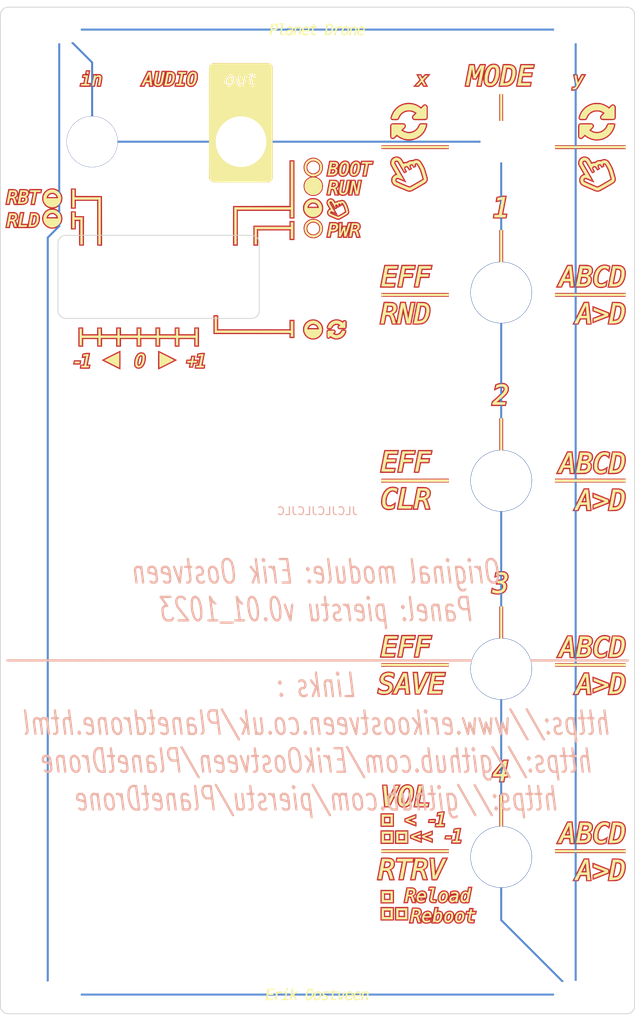
<source format=kicad_pcb>
(kicad_pcb (version 20171130) (host pcbnew 5.1.9+dfsg1-1+deb11u1)
  (layers (0 F.Cu signal) (31 B.Cu signal) (34 B.Paste user) (35 F.Paste user) (36 B.SilkS user) (37 F.SilkS user) (38 B.Mask user) (39 F.Mask user) (44 Edge.Cuts user))
  (net 0 "")
  (module pierstu:MountingHole_7.75mm_pot (layer F.Cu) (at 23.48484 -27.8892)
    (fp_text reference REF** hide)
    (fp_text value MountingHole_7.75mm_pot hide)
    (pad "" np_thru_hole circle (at 0 0) (size 7.85 7.85) (drill 7.75) (layers *.Cu *.Mask))
  )
  (module pierstu:MountingHole_7.75mm_pot (layer F.Cu) (at 23.48484 -3.8608)
    (fp_text reference REF** hide)
    (fp_text value MountingHole_7.75mm_pot hide)
    (pad "" np_thru_hole circle (at 0 0) (size 7.85 7.85) (drill 7.75) (layers *.Cu *.Mask))
  )
  (module pierstu:MountingHole_7.75mm_pot (layer F.Cu) (at 23.48484 20.15236)
    (fp_text reference REF** hide)
    (fp_text value MountingHole_7.75mm_pot hide)
    (pad "" np_thru_hole circle (at 0 0) (size 7.85 7.85) (drill 7.75) (layers *.Cu *.Mask))
  )
  (module pierstu:MountingHole_7.75mm_pot (layer F.Cu) (at 23.48484 44.16552)
    (fp_text reference REF** hide)
    (fp_text value MountingHole_7.75mm_pot hide)
    (pad "" np_thru_hole circle (at 0 0) (size 7.85 7.85) (drill 7.75) (layers *.Cu *.Mask))
  )
  (module pierstu:MountingHole_5.3mm_M5_switch (layer F.Cu) (at 23.48484 -47.14748)
    (fp_text reference REF** hide)
    (fp_text value REF** hide)
    (pad 1 np_thru_hole circle (at 0 0) (size 5.3 5.3) (drill 5.3) (layers *.Cu *.Mask))
  )
  (module pierstu:panel_minijack_naked (layer F.Cu) (at -28.76296 -47.14748)
    (fp_text reference REF** hide)
    (fp_text value panel_minijack_naked hide)
    (pad 1 thru_hole circle (at 0 0) (size 6.524 6.524) (drill 6.462) (layers *.Cu *.Mask))
  )
  (module pierstu:panel_minijack_naked (layer F.Cu) (at -9.74852 -47.14748)
    (fp_text reference REF** hide)
    (fp_text value panel_minijack_naked hide)
    (pad 1 thru_hole circle (at 0 0) (size 6.524 6.524) (drill 6.462) (layers *.Cu *.Mask))
  )
  (module pierstu:MountingHole_3.5x5.5mm (layer F.Cu) (at 32.98952 61.73216)
    (fp_text reference REF** hide)
    (fp_text value MountingHole_3.5x5.5mm hide)
    (pad "" np_thru_hole oval (at 0 0) (size 5.5 3.5) (drill oval 5.5 3.5) (layers *.Cu *.Mask))
  )
  (module pierstu:MountingHole_3.5x5.5mm (layer F.Cu) (at -32.96412 61.73216)
    (fp_text reference REF** hide)
    (fp_text value MountingHole_3.5x5.5mm hide)
    (pad "" np_thru_hole oval (at 0 0) (size 5.5 3.5) (drill oval 5.5 3.5) (layers *.Cu *.Mask))
  )
  (module pierstu:MountingHole_3.5x5.5mm (layer F.Cu) (at 32.98952 -61.45784)
    (fp_text reference REF** hide)
    (fp_text value MountingHole_3.5x5.5mm hide)
    (pad "" np_thru_hole oval (at 0 0) (size 5.5 3.5) (drill oval 5.5 3.5) (layers *.Cu *.Mask))
  )
  (module pierstu:MountingHole_3.5x5.5mm (layer F.Cu) (at -32.96412 -61.45784)
    (fp_text reference REF** hide)
    (fp_text value MountingHole_3.5x5.5mm hide)
    (pad "" np_thru_hole oval (at 0 0) (size 5.5 3.5) (drill oval 5.5 3.5) (layers *.Cu *.Mask))
  )
  (module LOGO (layer F.Cu) (at 0 0)
    (fp_text reference G*** hide)
    (fp_text value LOGO hide)
    (fp_poly (pts (xy -10.975606 -55.441879) (xy -10.8985 -55.398448) (xy -10.848418 -55.324298) (xy -10.824349 -55.218012) (xy -10.823875 -55.096833) (xy -10.848342 -54.913973) (xy -10.894448 -54.758543) (xy -10.960408 -54.633121) (xy -11.044434 -54.540282) (xy -11.144741 -54.482605) (xy -11.259541 -54.462666) (xy -11.263548 -54.462681) (xy -11.335227 -54.470078) (xy -11.398149 -54.487392) (xy -11.410066 -54.492981) (xy -11.466562 -54.54213) (xy -11.501364 -54.618777) (xy -11.516198 -54.727536) (xy -11.516948 -54.779149) (xy -11.502422 -54.951914) (xy -11.464475 -55.105955) (xy -11.405788 -55.237116) (xy -11.32904 -55.341239) (xy -11.236909 -55.414166) (xy -11.132076 -55.451739) (xy -11.08075 -55.456007) (xy -10.975606 -55.441879)) (layer F.Cu) (width 0.01))
    (fp_poly (pts (xy 27.42125 -57.061913) (xy 27.541533 -57.061005) (xy 27.633519 -57.059209) (xy 27.700714 -57.056429) (xy 27.746627 -57.052569) (xy 27.774765 -57.047535) (xy 27.788638 -57.04123) (xy 27.791834 -57.034768) (xy 27.787972 -57.003443) (xy 27.777387 -56.939189) (xy 27.761578 -56.850603) (xy 27.742044 -56.746284) (xy 27.736424 -56.717047) (xy 27.681015 -56.430333) (xy 27.090841 -56.430333) (xy 26.937719 -56.430018) (xy 26.799371 -56.429125) (xy 26.681164 -56.42774) (xy 26.588463 -56.425947) (xy 26.526637 -56.423828) (xy 26.501052 -56.421467) (xy 26.500667 -56.421134) (xy 26.496696 -56.397403) (xy 26.486362 -56.343919) (xy 26.472036 -56.272351) (xy 26.456087 -56.19437) (xy 26.440885 -56.121644) (xy 26.428798 -56.065845) (xy 26.426245 -56.054625) (xy 26.415194 -56.007) (xy 27.543125 -56.007) (xy 27.53174 -55.948792) (xy 27.523532 -55.905687) (xy 27.509608 -55.831389) (xy 27.491916 -55.736339) (xy 27.472465 -55.631292) (xy 27.424575 -55.372) (xy 26.297347 -55.372) (xy 26.247748 -55.112708) (xy 26.227981 -55.01126) (xy 26.210292 -54.923929) (xy 26.19655 -54.859713) (xy 26.188623 -54.827614) (xy 26.188393 -54.826958) (xy 26.193987 -54.81897) (xy 26.219769 -54.812657) (xy 26.269417 -54.807856) (xy 26.34661 -54.804403) (xy 26.455024 -54.802135) (xy 26.59834 -54.800888) (xy 26.780233 -54.8005) (xy 26.784152 -54.8005) (xy 26.968152 -54.800103) (xy 27.113489 -54.798805) (xy 27.223831 -54.796446) (xy 27.302842 -54.792866) (xy 27.354187 -54.787903) (xy 27.381532 -54.781397) (xy 27.38865 -54.774042) (xy 27.384422 -54.744604) (xy 27.373509 -54.681894) (xy 27.357405 -54.594174) (xy 27.337608 -54.489705) (xy 27.330188 -54.45125) (xy 27.272742 -54.154917) (xy 26.315204 -54.149409) (xy 26.080507 -54.148282) (xy 25.885072 -54.147881) (xy 25.725836 -54.148275) (xy 25.599733 -54.149532) (xy 25.503699 -54.151719) (xy 25.434668 -54.154905) (xy 25.389576 -54.159157) (xy 25.365358 -54.164542) (xy 25.358878 -54.170576) (xy 25.363053 -54.19535) (xy 25.374719 -54.258228) (xy 25.393213 -54.355773) (xy 25.417873 -54.484549) (xy 25.448035 -54.641118) (xy 25.483036 -54.822044) (xy 25.522213 -55.02389) (xy 25.564904 -55.24322) (xy 25.610446 -55.476596) (xy 25.639658 -55.626) (xy 25.919227 -57.05475) (xy 26.85553 -57.060262) (xy 27.081756 -57.061446) (xy 27.26916 -57.062028) (xy 27.42125 -57.061913)) (layer F.Cu) (width 0.01))
    (fp_poly (pts (xy 24.297297 -57.064757) (xy 24.422714 -57.062681) (xy 24.521087 -57.058586) (xy 24.600056 -57.051951) (xy 24.667259 -57.042258) (xy 24.730337 -57.028987) (xy 24.752608 -57.023463) (xy 24.929413 -56.965912) (xy 25.074369 -56.890243) (xy 25.195712 -56.791946) (xy 25.218629 -56.768365) (xy 25.314019 -56.649526) (xy 25.383753 -56.521127) (xy 25.430276 -56.375654) (xy 25.456035 -56.205594) (xy 25.4635 -56.015909) (xy 25.44315 -55.687624) (xy 25.382129 -55.370992) (xy 25.28048 -55.066194) (xy 25.19268 -54.874583) (xy 25.107552 -54.733331) (xy 25.000247 -54.594579) (xy 24.880104 -54.468387) (xy 24.756465 -54.364814) (xy 24.666036 -54.307482) (xy 24.581742 -54.265955) (xy 24.497607 -54.232618) (xy 24.407446 -54.206481) (xy 24.305076 -54.186554) (xy 24.184316 -54.171849) (xy 24.03898 -54.161376) (xy 23.862887 -54.154145) (xy 23.680209 -54.149729) (xy 23.513707 -54.146742) (xy 23.384786 -54.145068) (xy 23.28871 -54.144919) (xy 23.220739 -54.14651) (xy 23.176137 -54.150055) (xy 23.150167 -54.155767) (xy 23.138089 -54.163862) (xy 23.135167 -54.174344) (xy 23.139132 -54.200587) (xy 23.150584 -54.264884) (xy 23.16886 -54.363747) (xy 23.193294 -54.493689) (xy 23.223224 -54.65122) (xy 23.253733 -54.810646) (xy 23.960667 -54.810646) (xy 23.979428 -54.80144) (xy 24.027978 -54.800173) (xy 24.094723 -54.805885) (xy 24.168064 -54.817614) (xy 24.23229 -54.833159) (xy 24.312501 -54.865479) (xy 24.388856 -54.909659) (xy 24.41592 -54.930489) (xy 24.488501 -55.015013) (xy 24.557456 -55.134495) (xy 24.620297 -55.281576) (xy 24.674538 -55.448897) (xy 24.71769 -55.629099) (xy 24.747267 -55.814821) (xy 24.758574 -55.944388) (xy 24.76328 -56.049741) (xy 24.762919 -56.124555) (xy 24.756364 -56.18044) (xy 24.74249 -56.229006) (xy 24.727393 -56.265828) (xy 24.697542 -56.325018) (xy 24.664695 -56.360202) (xy 24.613784 -56.384159) (xy 24.572446 -56.397233) (xy 24.468597 -56.421624) (xy 24.379128 -56.430435) (xy 24.31173 -56.423767) (xy 24.27409 -56.40172) (xy 24.27007 -56.393292) (xy 24.264059 -56.366154) (xy 24.251224 -56.303582) (xy 24.232657 -56.211171) (xy 24.209454 -56.094513) (xy 24.182706 -55.959204) (xy 24.153508 -55.810837) (xy 24.122953 -55.655006) (xy 24.092136 -55.497306) (xy 24.062149 -55.343329) (xy 24.034086 -55.198671) (xy 24.009041 -55.068924) (xy 23.988107 -54.959684) (xy 23.972378 -54.876544) (xy 23.962948 -54.825098) (xy 23.960667 -54.810646) (xy 23.253733 -54.810646) (xy 23.257984 -54.832855) (xy 23.296912 -55.035105) (xy 23.339342 -55.254483) (xy 23.384611 -55.487501) (xy 23.410334 -55.619468) (xy 23.456815 -55.857919) (xy 23.500828 -56.084208) (xy 23.541712 -56.294901) (xy 23.578804 -56.486566) (xy 23.611444 -56.65577) (xy 23.63897 -56.79908) (xy 23.66072 -56.913064) (xy 23.676033 -56.994288) (xy 23.684247 -57.03932) (xy 23.6855 -57.047448) (xy 23.705644 -57.052719) (xy 23.761985 -57.057375) (xy 23.84839 -57.061173) (xy 23.958724 -57.06387) (xy 24.086853 -57.065222) (xy 24.137198 -57.065333) (xy 24.297297 -57.064757)) (layer F.Cu) (width 0.01))
    (fp_poly (pts (xy 14.218115 -55.77348) (xy 14.319245 -55.771579) (xy 14.397151 -55.768699) (xy 14.444926 -55.765078) (xy 14.456834 -55.76195) (xy 14.442929 -55.743817) (xy 14.403822 -55.699238) (xy 14.34342 -55.632501) (xy 14.265634 -55.547894) (xy 14.174371 -55.449705) (xy 14.095056 -55.365075) (xy 13.99514 -55.258285) (xy 13.90495 -55.16083) (xy 13.828554 -55.077191) (xy 13.770017 -55.011849) (xy 13.733407 -54.969285) (xy 13.722712 -54.954838) (xy 13.72936 -54.92934) (xy 13.754041 -54.873026) (xy 13.793813 -54.791852) (xy 13.845737 -54.691777) (xy 13.906872 -54.578757) (xy 13.920448 -54.554219) (xy 13.983985 -54.4396) (xy 14.040406 -54.337392) (xy 14.086506 -54.253438) (xy 14.119078 -54.193581) (xy 14.134916 -54.163664) (xy 14.135806 -54.161756) (xy 14.118425 -54.155689) (xy 14.065853 -54.150569) (xy 13.985228 -54.146797) (xy 13.883687 -54.144774) (xy 13.828889 -54.144542) (xy 13.514917 -54.144751) (xy 13.411719 -54.337649) (xy 13.308522 -54.530547) (xy 13.129536 -54.33744) (xy 12.950549 -54.144333) (xy 12.592441 -54.144333) (xy 12.474658 -54.14503) (xy 12.37317 -54.14696) (xy 12.294868 -54.149884) (xy 12.246641 -54.153561) (xy 12.234334 -54.156795) (xy 12.245375 -54.174491) (xy 12.279285 -54.215262) (xy 12.337245 -54.280399) (xy 12.420432 -54.371197) (xy 12.530026 -54.488947) (xy 12.667207 -54.634942) (xy 12.768435 -54.742118) (xy 13.037954 -55.027022) (xy 12.837538 -55.384719) (xy 12.77545 -55.496317) (xy 12.721153 -55.595409) (xy 12.677838 -55.67605) (xy 12.648695 -55.732295) (xy 12.636911 -55.758198) (xy 12.636811 -55.758858) (xy 12.65662 -55.764267) (xy 12.711351 -55.768124) (xy 12.793612 -55.770178) (xy 12.89601 -55.770174) (xy 12.946318 -55.769441) (xy 13.256135 -55.763583) (xy 13.341202 -55.604833) (xy 13.426268 -55.446083) (xy 13.744508 -55.774167) (xy 14.100671 -55.774167) (xy 14.218115 -55.77348)) (layer F.Cu) (width 0.01))
    (fp_poly (pts (xy -17.036166 -56.197361) (xy -16.891605 -56.196776) (xy -16.780619 -56.195493) (xy -16.698829 -56.193261) (xy -16.641856 -56.189827) (xy -16.605321 -56.184939) (xy -16.584844 -56.178347) (xy -16.576046 -56.169798) (xy -16.574488 -56.160458) (xy -16.578973 -56.125458) (xy -16.59036 -56.059151) (xy -16.606833 -55.971656) (xy -16.622985 -55.890583) (xy -16.670493 -55.65775) (xy -17.030149 -55.64565) (xy -17.110212 -55.228367) (xy -17.135434 -55.097015) (xy -17.158587 -54.976634) (xy -17.178241 -54.874645) (xy -17.192966 -54.798467) (xy -17.20133 -54.755524) (xy -17.201855 -54.752875) (xy -17.213435 -54.694667) (xy -17.041634 -54.694667) (xy -16.969689 -54.695183) (xy -16.919647 -54.692586) (xy -16.889005 -54.680659) (xy -16.87526 -54.653183) (xy -16.875909 -54.60394) (xy -16.888447 -54.526712) (xy -16.910372 -54.415281) (xy -16.916526 -54.38392) (xy -16.963219 -54.144333) (xy -17.616453 -54.144333) (xy -17.800007 -54.144461) (xy -17.945515 -54.145008) (xy -18.057264 -54.146223) (xy -18.139542 -54.148351) (xy -18.196635 -54.151641) (xy -18.232831 -54.156339) (xy -18.252417 -54.162693) (xy -18.259679 -54.17095) (xy -18.258906 -54.181357) (xy -18.258901 -54.181375) (xy -18.250653 -54.216311) (xy -18.236511 -54.282804) (xy -18.21856 -54.370838) (xy -18.20159 -54.456542) (xy -18.155063 -54.694667) (xy -17.978115 -54.694667) (xy -17.89746 -54.695251) (xy -17.83593 -54.696809) (xy -17.803366 -54.699047) (xy -17.800629 -54.699958) (xy -17.796575 -54.721322) (xy -17.785513 -54.778262) (xy -17.768607 -54.864815) (xy -17.747024 -54.975022) (xy -17.721928 -55.10292) (xy -17.708569 -55.170917) (xy -17.617046 -55.636583) (xy -17.793773 -55.642699) (xy -17.874277 -55.646238) (xy -17.935575 -55.650365) (xy -17.967865 -55.654364) (xy -17.9705 -55.655627) (xy -17.966697 -55.677659) (xy -17.956584 -55.731262) (xy -17.942102 -55.806486) (xy -17.925192 -55.893383) (xy -17.907796 -55.982001) (xy -17.891856 -56.062391) (xy -17.879314 -56.124604) (xy -17.874054 -56.149875) (xy -17.86386 -56.1975) (xy -17.21868 -56.1975) (xy -17.036166 -56.197361)) (layer F.Cu) (width 0.01))
    (fp_poly (pts (xy -27.887485 -55.785186) (xy -27.827118 -55.78186) (xy -27.781899 -55.775371) (xy -27.745038 -55.765335) (xy -27.709748 -55.751366) (xy -27.70794 -55.750573) (xy -27.617183 -55.703724) (xy -27.553991 -55.65062) (xy -27.504126 -55.578328) (xy -27.490899 -55.553449) (xy -27.465861 -55.496892) (xy -27.448918 -55.437216) (xy -27.440308 -55.368899) (xy -27.440266 -55.286418) (xy -27.449029 -55.184252) (xy -27.466832 -55.056878) (xy -27.493912 -54.898775) (xy -27.526262 -54.726417) (xy -27.553938 -54.583459) (xy -27.579503 -54.453004) (xy -27.60172 -54.341245) (xy -27.619349 -54.254373) (xy -27.631152 -54.198582) (xy -27.635273 -54.181375) (xy -27.644204 -54.16606) (xy -27.664655 -54.155609) (xy -27.703545 -54.14912) (xy -27.767797 -54.145695) (xy -27.864333 -54.144435) (xy -27.92026 -54.144333) (xy -28.032833 -54.144837) (xy -28.109725 -54.146946) (xy -28.157582 -54.151561) (xy -28.183049 -54.159582) (xy -28.192772 -54.171909) (xy -28.193817 -54.181375) (xy -28.189836 -54.212037) (xy -28.178767 -54.277886) (xy -28.161763 -54.372584) (xy -28.139974 -54.489796) (xy -28.114552 -54.623183) (xy -28.098637 -54.70525) (xy -28.071643 -54.845101) (xy -28.047625 -54.972443) (xy -28.027733 -55.080938) (xy -28.013115 -55.16425) (xy -28.004924 -55.216041) (xy -28.00357 -55.229125) (xy -28.015399 -55.262026) (xy -28.046097 -55.26674) (xy -28.088207 -55.248228) (xy -28.13427 -55.211455) (xy -28.176829 -55.161383) (xy -28.208425 -55.102975) (xy -28.213106 -55.089684) (xy -28.223639 -55.048135) (xy -28.240222 -54.97278) (xy -28.261232 -54.871445) (xy -28.285048 -54.751954) (xy -28.310047 -54.622134) (xy -28.310341 -54.620583) (xy -28.334623 -54.493284) (xy -28.356871 -54.378649) (xy -28.375669 -54.283817) (xy -28.389602 -54.215926) (xy -28.397253 -54.182113) (xy -28.397466 -54.181375) (xy -28.406307 -54.166062) (xy -28.426673 -54.155611) (xy -28.465479 -54.149123) (xy -28.529644 -54.145697) (xy -28.626083 -54.144435) (xy -28.68226 -54.144333) (xy -28.80205 -54.145458) (xy -28.884291 -54.149135) (xy -28.933711 -54.155821) (xy -28.955043 -54.165971) (xy -28.956767 -54.170792) (xy -28.953021 -54.196909) (xy -28.942016 -54.259841) (xy -28.924638 -54.35486) (xy -28.90177 -54.477238) (xy -28.874296 -54.622247) (xy -28.843102 -54.785161) (xy -28.80907 -54.961249) (xy -28.804919 -54.982621) (xy -28.652305 -55.767992) (xy -28.227361 -55.780044) (xy -28.080818 -55.783893) (xy -27.969789 -55.785736) (xy -27.887485 -55.785186)) (layer F.Cu) (width 0.01))
    (fp_poly (pts (xy -29.16611 -56.260589) (xy -29.087372 -56.258791) (xy -29.038413 -56.254759) (xy -29.012958 -56.247646) (xy -29.00473 -56.236605) (xy -29.006457 -56.223958) (xy -29.012899 -56.195076) (xy -29.026273 -56.129627) (xy -29.045594 -56.032634) (xy -29.069873 -55.909116) (xy -29.098122 -55.764093) (xy -29.129355 -55.602586) (xy -29.1574 -55.456667) (xy -29.190378 -55.285128) (xy -29.221192 -55.125823) (xy -29.248858 -54.983771) (xy -29.272389 -54.863992) (xy -29.290802 -54.771507) (xy -29.303109 -54.711336) (xy -29.308026 -54.689375) (xy -29.30916 -54.672461) (xy -29.296057 -54.661624) (xy -29.261567 -54.655542) (xy -29.198544 -54.652887) (xy -29.108178 -54.652333) (xy -28.897669 -54.652333) (xy -28.924817 -54.520042) (xy -28.944591 -54.423432) (xy -28.965646 -54.320185) (xy -28.97665 -54.266042) (xy -29.001335 -54.144333) (xy -29.698334 -54.144333) (xy -29.865295 -54.144574) (xy -30.017911 -54.145258) (xy -30.151242 -54.146326) (xy -30.260351 -54.14772) (xy -30.3403 -54.149381) (xy -30.386149 -54.151251) (xy -30.395333 -54.152587) (xy -30.391183 -54.178245) (xy -30.38023 -54.234554) (xy -30.364719 -54.310809) (xy -30.346893 -54.396305) (xy -30.328999 -54.480337) (xy -30.313281 -54.552202) (xy -30.301984 -54.601194) (xy -30.298459 -54.61454) (xy -30.286734 -54.631873) (xy -30.259289 -54.643443) (xy -30.208306 -54.650783) (xy -30.125963 -54.655421) (xy -30.082172 -54.656873) (xy -29.87722 -54.662917) (xy -29.833363 -54.89575) (xy -29.814073 -54.997642) (xy -29.796251 -55.090853) (xy -29.782191 -55.163438) (xy -29.775449 -55.197375) (xy -29.761391 -55.266167) (xy -29.919612 -55.266167) (xy -30.008675 -55.268699) (xy -30.059959 -55.276774) (xy -30.077745 -55.291105) (xy -30.07785 -55.292625) (xy -30.073906 -55.323233) (xy -30.063218 -55.385586) (xy -30.04752 -55.469952) (xy -30.032548 -55.546625) (xy -29.98723 -55.774167) (xy -29.661817 -55.774167) (xy -29.635562 -55.917042) (xy -29.618118 -56.009394) (xy -29.599856 -56.102105) (xy -29.587816 -56.160458) (xy -29.566325 -56.261) (xy -29.280903 -56.261) (xy -29.16611 -56.260589)) (layer F.Cu) (width 0.01))
    (fp_poly (pts (xy -15.7455 -56.207584) (xy -15.594348 -56.166808) (xy -15.46636 -56.091776) (xy -15.363419 -55.983522) (xy -15.300606 -55.874223) (xy -15.28 -55.824652) (xy -15.266027 -55.777031) (xy -15.257504 -55.72164) (xy -15.253246 -55.648763) (xy -15.252069 -55.548681) (xy -15.25231 -55.477833) (xy -15.255614 -55.327277) (xy -15.264427 -55.204796) (xy -15.28017 -55.096331) (xy -15.300176 -55.004187) (xy -15.36695 -54.786485) (xy -15.453116 -54.593994) (xy -15.556159 -54.430585) (xy -15.67356 -54.30013) (xy -15.802802 -54.206499) (xy -15.827193 -54.193823) (xy -15.897857 -54.163089) (xy -15.96619 -54.144113) (xy -16.04789 -54.133625) (xy -16.138398 -54.128978) (xy -16.277274 -54.12992) (xy -16.378637 -54.143052) (xy -16.409501 -54.152158) (xy -16.540805 -54.222863) (xy -16.647676 -54.326755) (xy -16.727438 -54.460704) (xy -16.764908 -54.567667) (xy -16.78237 -54.67127) (xy -16.787228 -54.763588) (xy -16.21082 -54.763588) (xy -16.206446 -54.711621) (xy -16.205536 -54.707489) (xy -16.178813 -54.66314) (xy -16.134687 -54.652306) (xy -16.081118 -54.674609) (xy -16.037276 -54.715503) (xy -15.981942 -54.802464) (xy -15.931144 -54.922134) (xy -15.88752 -55.064934) (xy -15.853704 -55.221281) (xy -15.832333 -55.381596) (xy -15.826404 -55.481868) (xy -15.827317 -55.585581) (xy -15.838052 -55.651341) (xy -15.860742 -55.682824) (xy -15.897517 -55.683707) (xy -15.933956 -55.667434) (xy -15.99236 -55.614732) (xy -16.048683 -55.526509) (xy -16.100426 -55.409571) (xy -16.145089 -55.27073) (xy -16.180171 -55.116792) (xy -16.203172 -54.954568) (xy -16.205624 -54.927588) (xy -16.210547 -54.840602) (xy -16.21082 -54.763588) (xy -16.787228 -54.763588) (xy -16.789317 -54.803261) (xy -16.786148 -54.951125) (xy -16.773259 -55.102348) (xy -16.751046 -55.244414) (xy -16.742149 -55.285409) (xy -16.68174 -55.505001) (xy -16.611061 -55.688603) (xy -16.527261 -55.8419) (xy -16.427489 -55.970581) (xy -16.369676 -56.028433) (xy -16.253333 -56.117746) (xy -16.127721 -56.175697) (xy -15.981011 -56.207122) (xy -15.917931 -56.213069) (xy -15.7455 -56.207584)) (layer F.Cu) (width 0.01))
    (fp_poly (pts (xy -21.304987 -56.196699) (xy -21.225659 -56.193857) (xy -21.17664 -56.18832) (xy -21.151928 -56.179431) (xy -21.1455 -56.16743) (xy -21.143189 -56.138096) (xy -21.136746 -56.073271) (xy -21.126902 -55.979517) (xy -21.11439 -55.863397) (xy -21.099944 -55.731472) (xy -21.084294 -55.590304) (xy -21.068175 -55.446455) (xy -21.052318 -55.306488) (xy -21.037455 -55.176964) (xy -21.024321 -55.064445) (xy -21.013646 -54.975493) (xy -21.006164 -54.916671) (xy -21.004718 -54.906333) (xy -21.000077 -54.884793) (xy -20.993964 -54.879753) (xy -20.985559 -54.894517) (xy -20.974042 -54.932387) (xy -20.958591 -54.996668) (xy -20.938386 -55.090662) (xy -20.912607 -55.217674) (xy -20.880432 -55.381006) (xy -20.857486 -55.499) (xy -20.825569 -55.663653) (xy -20.796332 -55.81449) (xy -20.770722 -55.946626) (xy -20.749686 -56.055177) (xy -20.734171 -56.135257) (xy -20.725123 -56.181982) (xy -20.723148 -56.192208) (xy -20.702893 -56.194144) (xy -20.648054 -56.195761) (xy -20.566377 -56.196919) (xy -20.465611 -56.197473) (xy -20.436416 -56.1975) (xy -20.321311 -56.197085) (xy -20.241962 -56.195243) (xy -20.1918 -56.191074) (xy -20.164251 -56.183681) (xy -20.152744 -56.172165) (xy -20.150666 -56.158453) (xy -20.154579 -56.128555) (xy -20.165657 -56.062523) (xy -20.182915 -55.965767) (xy -20.205365 -55.843692) (xy -20.232019 -55.701707) (xy -20.261891 -55.54522) (xy -20.275284 -55.475828) (xy -20.306983 -55.311687) (xy -20.336701 -55.156982) (xy -20.3633 -55.017702) (xy -20.385643 -54.899835) (xy -20.40259 -54.809367) (xy -20.413005 -54.752287) (xy -20.41495 -54.740973) (xy -20.43 -54.649696) (xy -20.340074 -54.656306) (xy -20.305135 -54.659643) (xy -20.274967 -54.666324) (xy -20.248477 -54.679672) (xy -20.224571 -54.703005) (xy -20.20701 -54.731708) (xy -19.029033 -54.731708) (xy -19.010658 -54.719964) (xy -18.973426 -54.715833) (xy -18.914398 -54.734826) (xy -18.844205 -54.789737) (xy -18.838186 -54.795667) (xy -18.764153 -54.897253) (xy -18.70786 -55.034996) (xy -18.670159 -55.206235) (xy -18.653468 -55.374213) (xy -18.648923 -55.468646) (xy -18.648631 -55.53012) (xy -18.654102 -55.56792) (xy -18.666845 -55.59133) (xy -18.688371 -55.609638) (xy -18.692195 -55.612338) (xy -18.750198 -55.63892) (xy -18.798302 -55.647167) (xy -18.854684 -55.647167) (xy -18.941958 -55.197375) (xy -18.96759 -55.064523) (xy -18.990228 -54.945759) (xy -19.0087 -54.847344) (xy -19.021835 -54.77554) (xy -19.028464 -54.736608) (xy -19.029033 -54.731708) (xy -20.20701 -54.731708) (xy -20.202153 -54.739645) (xy -20.180131 -54.792911) (xy -20.157411 -54.866125) (xy -20.132897 -54.962606) (xy -20.105496 -55.085675) (xy -20.074113 -55.238653) (xy -20.037655 -55.424859) (xy -19.995028 -55.647615) (xy -19.969972 -55.779458) (xy -19.890589 -56.1975) (xy -19.338003 -56.19734) (xy -19.180857 -56.196451) (xy -19.030248 -56.194035) (xy -18.893674 -56.190333) (xy -18.778635 -56.185584) (xy -18.692627 -56.180029) (xy -18.650756 -56.17533) (xy -18.476373 -56.129006) (xy -18.330289 -56.051252) (xy -18.212599 -55.942135) (xy -18.123396 -55.801725) (xy -18.120424 -55.795462) (xy -18.097279 -55.742667) (xy -18.081865 -55.694494) (xy -18.072736 -55.640453) (xy -18.068446 -55.570051) (xy -18.067549 -55.472797) (xy -18.067892 -55.414333) (xy -18.07047 -55.288246) (xy -18.077098 -55.190065) (xy -18.089642 -55.105422) (xy -18.109966 -55.019947) (xy -18.126452 -54.96301) (xy -18.2031 -54.749304) (xy -18.293752 -54.573095) (xy -18.401154 -54.431071) (xy -18.528051 -54.319922) (xy -18.677189 -54.236335) (xy -18.753853 -54.206285) (xy -18.807494 -54.189231) (xy -18.861929 -54.17634) (xy -18.924813 -54.166822) (xy -19.003801 -54.159887) (xy -19.106551 -54.154745) (xy -19.240716 -54.150606) (xy -19.309291 -54.148953) (xy -19.457736 -54.1447) (xy -19.568407 -54.142236) (xy -19.645816 -54.145415) (xy -19.694473 -54.15809) (xy -19.718887 -54.184115) (xy -19.723569 -54.227346) (xy -19.713028 -54.291635) (xy -19.691776 -54.380837) (xy -19.673029 -54.459782) (xy -19.671541 -54.482073) (xy -19.686013 -54.474388) (xy -19.719812 -54.434401) (xy -19.731408 -54.419434) (xy -19.847998 -54.293385) (xy -19.978323 -54.20407) (xy -20.127591 -54.149075) (xy -20.301012 -54.125989) (xy -20.367096 -54.124986) (xy -20.456058 -54.127769) (xy -20.534411 -54.133511) (xy -20.587917 -54.14109) (xy -20.595166 -54.14296) (xy -20.714757 -54.193022) (xy -20.818944 -54.262236) (xy -20.889329 -54.335196) (xy -20.950091 -54.419075) (xy -20.928037 -54.144333) (xy -21.501361 -54.144333) (xy -21.513006 -54.244875) (xy -21.522293 -54.326807) (xy -21.532784 -54.421827) (xy -21.537682 -54.467125) (xy -21.550713 -54.588833) (xy -21.864218 -54.588833) (xy -22.073888 -54.144333) (xy -22.392861 -54.144333) (xy -22.503625 -54.145001) (xy -22.597683 -54.14684) (xy -22.667734 -54.149607) (xy -22.706479 -54.153057) (xy -22.711833 -54.155003) (xy -22.702637 -54.175412) (xy -22.676207 -54.230159) (xy -22.634276 -54.31574) (xy -22.578581 -54.428647) (xy -22.510856 -54.565375) (xy -22.432836 -54.722418) (xy -22.346258 -54.89627) (xy -22.252854 -55.083425) (xy -22.230283 -55.128583) (xy -21.611166 -55.128583) (xy -21.600583 -55.118) (xy -21.59 -55.128583) (xy -21.600583 -55.139167) (xy -21.611166 -55.128583) (xy -22.230283 -55.128583) (xy -22.20379 -55.181587) (xy -21.695747 -56.1975) (xy -21.420623 -56.1975) (xy -21.304987 -56.196699)) (layer F.Cu) (width 0.01))
    (fp_poly (pts (xy 22.700913 -57.095964) (xy 22.787991 -57.081642) (xy 22.863556 -57.057989) (xy 22.904874 -57.040301) (xy 23.05381 -56.952436) (xy 23.173009 -56.838329) (xy 23.265017 -56.694766) (xy 23.332378 -56.518537) (xy 23.339846 -56.491607) (xy 23.362004 -56.370596) (xy 23.374063 -56.219907) (xy 23.376176 -56.050938) (xy 23.368496 -55.875083) (xy 23.351175 -55.70374) (xy 23.327405 -55.5625) (xy 23.251884 -55.2576) (xy 23.160245 -54.98705) (xy 23.053122 -54.752103) (xy 22.931149 -54.55401) (xy 22.794959 -54.394023) (xy 22.690158 -54.304379) (xy 22.564245 -54.221607) (xy 22.441804 -54.164846) (xy 22.309492 -54.12969) (xy 22.153964 -54.111735) (xy 22.098 -54.108937) (xy 21.988831 -54.106229) (xy 21.907752 -54.108911) (xy 21.840692 -54.118561) (xy 21.77358 -54.136754) (xy 21.735615 -54.149545) (xy 21.596662 -54.210021) (xy 21.48149 -54.287799) (xy 21.387992 -54.386647) (xy 21.314065 -54.510334) (xy 21.257602 -54.662628) (xy 21.2165 -54.847297) (xy 21.191562 -55.045044) (xy 21.902337 -55.045044) (xy 21.911167 -54.923565) (xy 21.932831 -54.83023) (xy 21.962846 -54.776649) (xy 22.014218 -54.747372) (xy 22.087794 -54.737272) (xy 22.167737 -54.746958) (xy 22.22076 -54.766739) (xy 22.290779 -54.814612) (xy 22.351578 -54.883863) (xy 22.409941 -54.982962) (xy 22.434346 -55.033333) (xy 22.516068 -55.240848) (xy 22.583085 -55.473956) (xy 22.632405 -55.717935) (xy 22.661039 -55.958062) (xy 22.66618 -56.174555) (xy 22.659096 -56.293551) (xy 22.64488 -56.376526) (xy 22.619592 -56.42967) (xy 22.579291 -56.459175) (xy 22.520037 -56.47123) (xy 22.476456 -56.472667) (xy 22.38967 -56.460032) (xy 22.313355 -56.419494) (xy 22.243211 -56.347099) (xy 22.174938 -56.238895) (xy 22.134629 -56.158441) (xy 22.075372 -56.014948) (xy 22.023511 -55.85585) (xy 21.979823 -55.687399) (xy 21.945085 -55.515843) (xy 21.920073 -55.347432) (xy 21.905565 -55.188416) (xy 21.902337 -55.045044) (xy 21.191562 -55.045044) (xy 21.188653 -55.068108) (xy 21.182777 -55.139167) (xy 21.177557 -55.140708) (xy 21.16574 -55.104411) (xy 21.148226 -55.034103) (xy 21.125912 -54.933608) (xy 21.099699 -54.806755) (xy 21.074587 -54.678792) (xy 20.971925 -54.144333) (xy 20.635379 -54.144333) (xy 20.521419 -54.145276) (xy 20.423977 -54.14788) (xy 20.350159 -54.15181) (xy 20.307068 -54.156732) (xy 20.298896 -54.160208) (xy 20.302818 -54.184162) (xy 20.3139 -54.244531) (xy 20.331169 -54.336189) (xy 20.353646 -54.454006) (xy 20.380358 -54.592855) (xy 20.410327 -54.747608) (xy 20.425896 -54.827639) (xy 20.457093 -54.98827) (xy 20.485496 -55.135474) (xy 20.510132 -55.264129) (xy 20.530027 -55.369116) (xy 20.544207 -55.445312) (xy 20.5517 -55.487598) (xy 20.552635 -55.494389) (xy 20.543165 -55.48305) (xy 20.517497 -55.441017) (xy 20.479498 -55.374871) (xy 20.433038 -55.291194) (xy 20.430927 -55.287333) (xy 20.309417 -55.065083) (xy 20.063166 -55.059141) (xy 19.962671 -55.055819) (xy 19.892128 -55.05559) (xy 19.845351 -55.064555) (xy 19.816155 -55.088814) (xy 19.798357 -55.134468) (xy 19.78577 -55.207618) (xy 19.77221 -55.314362) (xy 19.767433 -55.350833) (xy 19.740489 -55.551917) (xy 19.673046 -55.21325) (xy 19.644056 -55.066637) (xy 19.610748 -54.896536) (xy 19.576651 -54.721058) (xy 19.545293 -54.558316) (xy 19.53595 -54.509458) (xy 19.466296 -54.144333) (xy 19.131148 -54.144333) (xy 18.986778 -54.145645) (xy 18.883576 -54.149631) (xy 18.820455 -54.156364) (xy 18.796329 -54.165921) (xy 18.796 -54.167396) (xy 18.799919 -54.191566) (xy 18.811239 -54.253864) (xy 18.82931 -54.350856) (xy 18.853478 -54.479112) (xy 18.883092 -54.635197) (xy 18.917498 -54.815681) (xy 18.956045 -55.017129) (xy 18.998081 -55.236111) (xy 19.042954 -55.469192) (xy 19.071167 -55.615417) (xy 19.117401 -55.855017) (xy 19.156878 -56.059917) (xy 21.336 -56.059917) (xy 21.346584 -56.049333) (xy 21.357167 -56.059917) (xy 21.346584 -56.0705) (xy 21.336 -56.059917) (xy 19.156878 -56.059917) (xy 19.161197 -56.082329) (xy 19.201904 -56.293953) (xy 19.238873 -56.486489) (xy 19.271451 -56.65654) (xy 19.298989 -56.800704) (xy 19.320836 -56.915584) (xy 19.336341 -56.99778) (xy 19.344853 -57.043893) (xy 19.346334 -57.052854) (xy 19.366384 -57.056848) (xy 19.422076 -57.060312) (xy 19.506716 -57.063027) (xy 19.613614 -57.064773) (xy 19.725907 -57.065333) (xy 19.862074 -57.064998) (xy 19.961752 -57.06362) (xy 20.030781 -57.060646) (xy 20.075002 -57.05552) (xy 20.100256 -57.047688) (xy 20.112384 -57.036594) (xy 20.115748 -57.028292) (xy 20.121759 -56.996621) (xy 20.132496 -56.93005) (xy 20.146889 -56.835615) (xy 20.16387 -56.720352) (xy 20.182369 -56.591295) (xy 20.185138 -56.571688) (xy 20.207178 -56.420747) (xy 20.225366 -56.308989) (xy 20.240312 -56.2335) (xy 20.25262 -56.191365) (xy 20.2629 -56.179669) (xy 20.266255 -56.182396) (xy 20.28241 -56.209095) (xy 20.315594 -56.267282) (xy 20.362623 -56.351253) (xy 20.42031 -56.455302) (xy 20.48547 -56.573723) (xy 20.521084 -56.638785) (xy 20.753917 -57.064904) (xy 21.147101 -57.065119) (xy 21.540286 -57.065334) (xy 21.449681 -56.604958) (xy 21.423321 -56.470152) (xy 21.399958 -56.349009) (xy 21.380774 -56.247798) (xy 21.366952 -56.17279) (xy 21.359674 -56.130253) (xy 21.35885 -56.123417) (xy 21.365704 -56.131118) (xy 21.38409 -56.170471) (xy 21.4104 -56.233596) (xy 21.417739 -56.252034) (xy 21.499388 -56.435405) (xy 21.590169 -56.589516) (xy 21.698428 -56.727434) (xy 21.768536 -56.801212) (xy 21.91398 -56.92765) (xy 22.062976 -57.018091) (xy 22.223471 -57.075475) (xy 22.40341 -57.102741) (xy 22.586972 -57.104032) (xy 22.700913 -57.095964)) (layer F.Cu) (width 0.01))
    (fp_poly (pts (xy 33.047224 -55.773591) (xy 33.125126 -55.771263) (xy 33.174524 -55.766283) (xy 33.202327 -55.757752) (xy 33.215446 -55.74477) (xy 33.218432 -55.737125) (xy 33.2263 -55.703561) (xy 33.240408 -55.637168) (xy 33.258946 -55.546681) (xy 33.280107 -55.440834) (xy 33.286525 -55.408261) (xy 33.343834 -55.116439) (xy 33.520158 -55.429428) (xy 33.578329 -55.533535) (xy 33.628463 -55.624881) (xy 33.667133 -55.697087) (xy 33.690908 -55.743772) (xy 33.696908 -55.758292) (xy 33.716752 -55.76466) (xy 33.769953 -55.769334) (xy 33.847596 -55.772361) (xy 33.940765 -55.773784) (xy 34.040545 -55.77365) (xy 34.138022 -55.772003) (xy 34.224279 -55.768889) (xy 34.290401 -55.764352) (xy 34.327474 -55.758439) (xy 34.332334 -55.755069) (xy 34.321947 -55.731401) (xy 34.292434 -55.675567) (xy 34.246261 -55.591812) (xy 34.185899 -55.484381) (xy 34.113814 -55.357519) (xy 34.032475 -55.215471) (xy 33.94435 -55.062482) (xy 33.851908 -54.902796) (xy 33.757617 -54.740659) (xy 33.663945 -54.580315) (xy 33.573361 -54.42601) (xy 33.488332 -54.281989) (xy 33.411328 -54.152495) (xy 33.344816 -54.041775) (xy 33.291265 -53.954074) (xy 33.253143 -53.893635) (xy 33.233623 -53.865525) (xy 33.177434 -53.812678) (xy 33.101712 -53.758967) (xy 33.047891 -53.728768) (xy 32.991361 -53.703111) (xy 32.938545 -53.685549) (xy 32.878479 -53.674134) (xy 32.800204 -53.66692) (xy 32.692758 -53.66196) (xy 32.666701 -53.661063) (xy 32.553242 -53.658235) (xy 32.476297 -53.658923) (xy 32.430157 -53.663541) (xy 32.409118 -53.672501) (xy 32.406167 -53.679942) (xy 32.410042 -53.710784) (xy 32.420562 -53.773657) (xy 32.43607 -53.859079) (xy 32.45286 -53.947081) (xy 32.499553 -54.186667) (xy 32.806807 -54.186667) (xy 32.860487 -54.265664) (xy 32.893605 -54.323586) (xy 32.912453 -54.374356) (xy 32.914109 -54.387372) (xy 32.910063 -54.41825) (xy 32.898638 -54.485139) (xy 32.880859 -54.582558) (xy 32.857751 -54.705027) (xy 32.830339 -54.847066) (xy 32.799649 -55.003195) (xy 32.78734 -55.065083) (xy 32.755696 -55.224801) (xy 32.726925 -55.37221) (xy 32.70205 -55.501892) (xy 32.682094 -55.608428) (xy 32.668082 -55.686399) (xy 32.661036 -55.730388) (xy 32.660397 -55.737125) (xy 32.664018 -55.752358) (xy 32.679534 -55.762764) (xy 32.713589 -55.769243) (xy 32.772829 -55.772695) (xy 32.863898 -55.774019) (xy 32.933907 -55.774167) (xy 33.047224 -55.773591)) (layer F.Cu) (width 0.01))
    (fp_poly (pts (xy 35.816928 -52.098681) (xy 35.969562 -52.091746) (xy 36.09759 -52.077977) (xy 36.130565 -52.072234) (xy 36.430584 -51.993691) (xy 36.721353 -51.879276) (xy 36.992653 -51.733287) (xy 37.092602 -51.667593) (xy 37.241576 -51.563969) (xy 37.393615 -51.711393) (xy 37.518941 -51.820737) (xy 37.630959 -51.891078) (xy 37.7325 -51.922547) (xy 37.826396 -51.915278) (xy 37.915477 -51.869403) (xy 38.002576 -51.785053) (xy 38.036841 -51.741455) (xy 38.12271 -51.625219) (xy 38.110584 -50.129891) (xy 38.051281 -50.052173) (xy 38.021733 -50.013981) (xy 37.994131 -49.982801) (xy 37.964041 -49.957924) (xy 37.927027 -49.938638) (xy 37.878654 -49.924231) (xy 37.814488 -49.913991) (xy 37.730093 -49.907209) (xy 37.621035 -49.903171) (xy 37.482879 -49.901168) (xy 37.311189 -49.900487) (xy 37.105167 -49.900417) (xy 36.906437 -49.900513) (xy 36.745518 -49.90096) (xy 36.617886 -49.901996) (xy 36.519019 -49.90386) (xy 36.444393 -49.906789) (xy 36.389485 -49.911023) (xy 36.349774 -49.916798) (xy 36.320734 -49.924354) (xy 36.297845 -49.933929) (xy 36.279739 -49.943895) (xy 36.186124 -50.021808) (xy 36.12454 -50.122499) (xy 36.09842 -50.237587) (xy 36.110656 -50.356699) (xy 36.136217 -50.416514) (xy 36.185693 -50.488362) (xy 36.263309 -50.578089) (xy 36.29479 -50.611545) (xy 36.36467 -50.685447) (xy 36.408716 -50.735357) (xy 36.430716 -50.767527) (xy 36.434457 -50.788212) (xy 36.423725 -50.803664) (xy 36.415276 -50.810506) (xy 36.356747 -50.845182) (xy 36.269922 -50.885081) (xy 36.167601 -50.925274) (xy 36.062588 -50.96083) (xy 35.967682 -50.986819) (xy 35.944842 -50.991675) (xy 35.827315 -51.005161) (xy 35.68818 -51.006849) (xy 35.544731 -50.997624) (xy 35.414263 -50.97837) (xy 35.34495 -50.961001) (xy 35.125134 -50.870952) (xy 34.927711 -50.746604) (xy 34.756182 -50.591142) (xy 34.614048 -50.407754) (xy 34.50481 -50.199626) (xy 34.502709 -50.194566) (xy 34.452352 -50.082444) (xy 34.405925 -50.004314) (xy 34.357539 -49.952988) (xy 34.301304 -49.921279) (xy 34.270405 -49.911086) (xy 34.212298 -49.901701) (xy 34.123698 -49.895386) (xy 34.014936 -49.892053) (xy 33.896342 -49.891612) (xy 33.778244 -49.893974) (xy 33.670973 -49.89905) (xy 33.584858 -49.906751) (xy 33.530229 -49.916987) (xy 33.528733 -49.917487) (xy 33.450662 -49.96515) (xy 33.392121 -50.041354) (xy 33.361358 -50.133838) (xy 33.358667 -50.1703) (xy 33.365482 -50.22846) (xy 33.383667 -50.311668) (xy 33.409836 -50.405295) (xy 33.421429 -50.441339) (xy 33.544255 -50.745019) (xy 33.699803 -51.02322) (xy 33.886121 -51.274186) (xy 34.101259 -51.49616) (xy 34.343262 -51.687386) (xy 34.610181 -51.846107) (xy 34.900062 -51.970566) (xy 35.210954 -52.059006) (xy 35.221334 -52.061245) (xy 35.341892 -52.080065) (xy 35.490043 -52.092683) (xy 35.652739 -52.098941) (xy 35.816928 -52.098681)) (layer F.Cu) (width 0.01))
    (fp_poly (pts (xy 12.105948 -52.06962) (xy 12.415721 -51.995308) (xy 12.480522 -51.974493) (xy 12.686432 -51.894001) (xy 12.884641 -51.791586) (xy 13.068665 -51.674497) (xy 13.236247 -51.559448) (xy 13.396748 -51.71836) (xy 13.46943 -51.78693) (xy 13.537637 -51.845314) (xy 13.592142 -51.885915) (xy 13.616836 -51.899552) (xy 13.730514 -51.921945) (xy 13.837977 -51.90323) (xy 13.936355 -51.844501) (xy 14.022777 -51.74685) (xy 14.024477 -51.744339) (xy 14.097 -51.636649) (xy 14.097 -50.898732) (xy 14.096847 -50.688193) (xy 14.09591 -50.515624) (xy 14.093469 -50.376663) (xy 14.088806 -50.266946) (xy 14.081202 -50.18211) (xy 14.069939 -50.117793) (xy 14.054298 -50.069631) (xy 14.033559 -50.033261) (xy 14.007005 -50.00432) (xy 13.973917 -49.978445) (xy 13.941829 -49.956736) (xy 13.856773 -49.900417) (xy 13.167262 -49.893363) (xy 12.949783 -49.891689) (xy 12.770348 -49.891769) (xy 12.624691 -49.89396) (xy 12.508547 -49.898615) (xy 12.417649 -49.906091) (xy 12.347731 -49.916742) (xy 12.294528 -49.930923) (xy 12.253772 -49.948989) (xy 12.221199 -49.971295) (xy 12.220121 -49.972185) (xy 12.142504 -50.062397) (xy 12.097498 -50.171443) (xy 12.087666 -50.288733) (xy 12.115572 -50.403678) (xy 12.115627 -50.403805) (xy 12.143582 -50.448349) (xy 12.19407 -50.511207) (xy 12.25847 -50.582031) (xy 12.294508 -50.618488) (xy 12.356645 -50.68216) (xy 12.403783 -50.735727) (xy 12.429924 -50.772054) (xy 12.43284 -50.783004) (xy 12.409474 -50.801057) (xy 12.359019 -50.830968) (xy 12.294038 -50.865416) (xy 12.078034 -50.952251) (xy 11.857779 -50.999318) (xy 11.63763 -51.008153) (xy 11.421943 -50.980293) (xy 11.215077 -50.917274) (xy 11.021388 -50.820635) (xy 10.845235 -50.691912) (xy 10.690974 -50.532641) (xy 10.562962 -50.34436) (xy 10.508236 -50.235543) (xy 10.460298 -50.129499) (xy 10.424579 -50.055142) (xy 10.39623 -50.005419) (xy 10.370401 -49.973278) (xy 10.342241 -49.951668) (xy 10.306899 -49.933536) (xy 10.297584 -49.92927) (xy 10.256661 -49.91375) (xy 10.208414 -49.903057) (xy 10.144706 -49.896452) (xy 10.057401 -49.893195) (xy 9.938362 -49.89255) (xy 9.895417 -49.892754) (xy 9.780713 -49.894137) (xy 9.678651 -49.896603) (xy 9.597877 -49.899852) (xy 9.547037 -49.903581) (xy 9.536466 -49.905273) (xy 9.449138 -49.947716) (xy 9.383318 -50.019422) (xy 9.345684 -50.110004) (xy 9.342552 -50.206857) (xy 9.366765 -50.312447) (xy 9.407801 -50.442224) (xy 9.461128 -50.583824) (xy 9.522216 -50.72488) (xy 9.563095 -50.808776) (xy 9.724932 -51.080022) (xy 9.915677 -51.322351) (xy 10.132195 -51.534512) (xy 10.371347 -51.71525) (xy 10.629998 -51.863312) (xy 10.905011 -51.977445) (xy 11.193249 -52.056396) (xy 11.491576 -52.098911) (xy 11.796854 -52.103737) (xy 12.105948 -52.06962)) (layer F.Cu) (width 0.01))
    (fp_poly (pts (xy 37.708188 -49.505992) (xy 37.783461 -49.501085) (xy 37.837347 -49.492138) (xy 37.871088 -49.481231) (xy 37.937288 -49.463144) (xy 37.999542 -49.460502) (xy 38.005081 -49.461383) (xy 38.064422 -49.472727) (xy 38.051483 -49.305572) (xy 38.018571 -49.101382) (xy 37.952745 -48.884254) (xy 37.858049 -48.661887) (xy 37.73853 -48.441984) (xy 37.598233 -48.232246) (xy 37.441205 -48.040373) (xy 37.324561 -47.921814) (xy 37.100871 -47.73882) (xy 36.852015 -47.582334) (xy 36.587601 -47.457642) (xy 36.325753 -47.372175) (xy 36.112564 -47.327928) (xy 35.892041 -47.299997) (xy 35.678474 -47.289575) (xy 35.486152 -47.297858) (xy 35.46475 -47.300216) (xy 35.141777 -47.35913) (xy 34.834704 -47.457178) (xy 34.544163 -47.594124) (xy 34.3375 -47.722209) (xy 34.173584 -47.835083) (xy 34.025417 -47.689903) (xy 33.953381 -47.622639) (xy 33.884272 -47.563816) (xy 33.828714 -47.52225) (xy 33.80951 -47.510779) (xy 33.702685 -47.478958) (xy 33.59426 -47.484458) (xy 33.492323 -47.523393) (xy 33.404963 -47.591874) (xy 33.340268 -47.686013) (xy 33.317265 -47.747366) (xy 33.311199 -47.791055) (xy 33.305994 -47.872734) (xy 33.301771 -47.988069) (xy 33.298652 -48.132724) (xy 33.296755 -48.302362) (xy 33.296203 -48.492649) (xy 33.296214 -48.503417) (xy 33.296821 -48.707513) (xy 33.298444 -48.873901) (xy 33.301594 -49.007203) (xy 33.306782 -49.112041) (xy 33.314517 -49.193037) (xy 33.325312 -49.254812) (xy 33.339676 -49.30199) (xy 33.358119 -49.339192) (xy 33.381153 -49.371039) (xy 33.393646 -49.385402) (xy 33.421337 -49.414761) (xy 33.44892 -49.438548) (xy 33.481012 -49.457398) (xy 33.522227 -49.471945) (xy 33.577183 -49.482824) (xy 33.650494 -49.49067) (xy 33.746777 -49.496119) (xy 33.870647 -49.499805) (xy 34.02672 -49.502363) (xy 34.219612 -49.504429) (xy 34.261798 -49.504827) (xy 34.492326 -49.506187) (xy 34.685114 -49.505614) (xy 34.839158 -49.503128) (xy 34.953455 -49.498752) (xy 35.027001 -49.492505) (xy 35.049294 -49.488395) (xy 35.159561 -49.439467) (xy 35.246619 -49.362275) (xy 35.30435 -49.264409) (xy 35.326633 -49.153456) (xy 35.326702 -49.144388) (xy 35.308906 -49.046284) (xy 35.255602 -48.941839) (xy 35.164992 -48.827967) (xy 35.1083 -48.769622) (xy 35.048656 -48.70834) (xy 35.004388 -48.657211) (xy 34.981693 -48.623692) (xy 34.980434 -48.615761) (xy 35.00789 -48.593726) (xy 35.064647 -48.561403) (xy 35.140523 -48.523779) (xy 35.225337 -48.48584) (xy 35.308909 -48.452573) (xy 35.326691 -48.446175) (xy 35.45407 -48.414146) (xy 35.605358 -48.39579) (xy 35.764167 -48.391817) (xy 35.914107 -48.402933) (xy 35.993917 -48.417356) (xy 36.199574 -48.482413) (xy 36.3837 -48.577687) (xy 36.555023 -48.708141) (xy 36.628917 -48.778284) (xy 36.706018 -48.858317) (xy 36.766135 -48.928578) (xy 36.816053 -48.999516) (xy 36.862558 -49.081577) (xy 36.912438 -49.18521) (xy 36.954387 -49.27936) (xy 36.988944 -49.354026) (xy 37.022501 -49.40946) (xy 37.061915 -49.448691) (xy 37.114037 -49.474751) (xy 37.185725 -49.490667) (xy 37.283831 -49.49947) (xy 37.415211 -49.504188) (xy 37.465676 -49.505337) (xy 37.604576 -49.507271) (xy 37.708188 -49.505992)) (layer F.Cu) (width 0.01))
    (fp_poly (pts (xy 10.176878 -49.506297) (xy 10.359129 -49.504827) (xy 11.062771 -49.49825) (xy 11.147827 -49.441931) (xy 11.234817 -49.361313) (xy 11.286426 -49.257788) (xy 11.303 -49.13407) (xy 11.289629 -49.040246) (xy 11.24735 -48.94498) (xy 11.172916 -48.842673) (xy 11.072758 -48.737046) (xy 11.019367 -48.683251) (xy 10.980654 -48.640294) (xy 10.964426 -48.616882) (xy 10.964334 -48.616133) (xy 10.982814 -48.597118) (xy 11.032178 -48.568254) (xy 11.103314 -48.533562) (xy 11.187109 -48.49706) (xy 11.274448 -48.462766) (xy 11.356219 -48.434699) (xy 11.409154 -48.419977) (xy 11.626551 -48.389919) (xy 11.848681 -48.398936) (xy 12.068631 -48.445401) (xy 12.27949 -48.52769) (xy 12.474345 -48.644177) (xy 12.52454 -48.682256) (xy 12.64925 -48.801503) (xy 12.765845 -48.950081) (xy 12.864895 -49.11501) (xy 12.911308 -49.21478) (xy 12.967831 -49.333329) (xy 13.026918 -49.415687) (xy 13.094574 -49.467859) (xy 13.176802 -49.495849) (xy 13.195641 -49.49909) (xy 13.245975 -49.502596) (xy 13.328857 -49.504) (xy 13.434562 -49.503502) (xy 13.553366 -49.5013) (xy 13.675547 -49.497593) (xy 13.79138 -49.492578) (xy 13.891142 -49.486453) (xy 13.917084 -49.484378) (xy 13.973346 -49.489763) (xy 13.997999 -49.497642) (xy 14.020287 -49.490177) (xy 14.033009 -49.448655) (xy 14.036596 -49.380155) (xy 14.031481 -49.291756) (xy 14.018094 -49.190537) (xy 13.996869 -49.083576) (xy 13.968236 -48.977953) (xy 13.96584 -48.970401) (xy 13.848844 -48.671322) (xy 13.699038 -48.396621) (xy 13.519209 -48.148084) (xy 13.312139 -47.927497) (xy 13.080613 -47.736645) (xy 12.827416 -47.577314) (xy 12.555332 -47.45129) (xy 12.267145 -47.360358) (xy 11.965639 -47.306305) (xy 11.6536 -47.290915) (xy 11.377084 -47.310196) (xy 11.166462 -47.349804) (xy 10.943196 -47.415235) (xy 10.720358 -47.501323) (xy 10.51102 -47.602902) (xy 10.328251 -47.714806) (xy 10.297584 -47.736826) (xy 10.170584 -47.830638) (xy 10.014981 -47.68351) (xy 9.910662 -47.590931) (xy 9.823441 -47.528567) (xy 9.745794 -47.492197) (xy 9.670197 -47.477598) (xy 9.646582 -47.476833) (xy 9.547864 -47.495166) (xy 9.450539 -47.543944) (xy 9.370493 -47.613838) (xy 9.340227 -47.65675) (xy 9.327619 -47.680387) (xy 9.31747 -47.704591) (xy 9.309512 -47.733997) (xy 9.303476 -47.773238) (xy 9.29909 -47.826948) (xy 9.296088 -47.89976) (xy 9.294199 -47.996308) (xy 9.293153 -48.121226) (xy 9.292682 -48.279147) (xy 9.292516 -48.474705) (xy 9.292515 -48.477638) (xy 9.29259 -48.686598) (xy 9.293426 -48.857652) (xy 9.295616 -48.99523) (xy 9.299755 -49.103757) (xy 9.306434 -49.187664) (xy 9.316248 -49.251377) (xy 9.329789 -49.299324) (xy 9.347651 -49.335933) (xy 9.370427 -49.365633) (xy 9.39871 -49.392851) (xy 9.417251 -49.408723) (xy 9.451382 -49.435253) (xy 9.487438 -49.456775) (xy 9.52998 -49.473754) (xy 9.583569 -49.486656) (xy 9.652768 -49.495946) (xy 9.742136 -49.50209) (xy 9.856237 -49.505553) (xy 9.99963 -49.5068) (xy 10.176878 -49.506297)) (layer F.Cu) (width 0.01))
    (fp_poly (pts (xy 23.71725 -53.202417) (xy 23.727978 -47.159333) (xy 23.241 -47.159333) (xy 23.241 -53.214387) (xy 23.71725 -53.202417)) (layer F.Cu) (width 0.01))
    (fp_poly (pts (xy 39.37 -46.206833) (xy 30.353 -46.206833) (xy 30.353 -46.693667) (xy 39.37 -46.693667) (xy 39.37 -46.206833)) (layer F.Cu) (width 0.01))
    (fp_poly (pts (xy 16.785167 -46.206833) (xy 12.487669 -46.206833) (xy 11.973699 -46.206873) (xy 11.500504 -46.206996) (xy 11.066526 -46.207215) (xy 10.670208 -46.207539) (xy 10.30999 -46.207979) (xy 9.984315 -46.208543) (xy 9.691626 -46.209243) (xy 9.430363 -46.210088) (xy 9.198968 -46.21109) (xy 8.995885 -46.212256) (xy 8.819554 -46.213599) (xy 8.668418 -46.215128) (xy 8.540918 -46.216853) (xy 8.435496 -46.218784) (xy 8.350595 -46.220931) (xy 8.284656 -46.223305) (xy 8.236122 -46.225916) (xy 8.203433 -46.228773) (xy 8.185033 -46.231887) (xy 8.17944 -46.234798) (xy 8.175448 -46.266961) (xy 8.173422 -46.330774) (xy 8.173571 -46.415594) (xy 8.174813 -46.472923) (xy 8.180917 -46.683083) (xy 16.785167 -46.693769) (xy 16.785167 -46.206833)) (layer F.Cu) (width 0.01))
    (fp_poly (pts (xy 5.053838 -44.733325) (xy 5.125769 -44.726993) (xy 5.182167 -44.713695) (xy 5.236408 -44.690985) (xy 5.259917 -44.679023) (xy 5.368475 -44.610084) (xy 5.445789 -44.530349) (xy 5.487029 -44.462912) (xy 5.518205 -44.401741) (xy 5.578357 -44.714583) (xy 6.398095 -44.720124) (xy 6.606478 -44.721422) (xy 6.776413 -44.722127) (xy 6.911785 -44.722096) (xy 7.016476 -44.721185) (xy 7.094371 -44.71925) (xy 7.149353 -44.716149) (xy 7.185306 -44.711737) (xy 7.206114 -44.70587) (xy 7.215659 -44.698407) (xy 7.217834 -44.689835) (xy 7.21393 -44.655505) (xy 7.203337 -44.589562) (xy 7.18773 -44.501894) (xy 7.171141 -44.41442) (xy 7.124448 -44.174833) (xy 6.591553 -44.174833) (xy 6.545712 -43.936708) (xy 6.528177 -43.845686) (xy 6.504474 -43.722747) (xy 6.476466 -43.577541) (xy 6.446014 -43.419717) (xy 6.414978 -43.258924) (xy 6.400762 -43.185292) (xy 6.301654 -42.672) (xy 6.008327 -42.672) (xy 5.902403 -42.672526) (xy 5.813499 -42.673969) (xy 5.749226 -42.676128) (xy 5.717197 -42.678802) (xy 5.715 -42.67975) (xy 5.718882 -42.701948) (xy 5.729776 -42.759897) (xy 5.746557 -42.847806) (xy 5.768099 -42.959882) (xy 5.793278 -43.090332) (xy 5.820967 -43.233365) (xy 5.85004 -43.383188) (xy 5.879374 -43.534009) (xy 5.907841 -43.680035) (xy 5.934317 -43.815475) (xy 5.957676 -43.934536) (xy 5.976792 -44.031425) (xy 5.99054 -44.100351) (xy 5.997794 -44.135522) (xy 5.998317 -44.137792) (xy 5.998615 -44.154847) (xy 5.9846 -44.165717) (xy 5.949014 -44.171763) (xy 5.884598 -44.174345) (xy 5.800725 -44.174833) (xy 5.59408 -44.174833) (xy 5.582585 -43.957875) (xy 5.558199 -43.723912) (xy 5.511728 -43.50009) (xy 5.445521 -43.292308) (xy 5.361926 -43.106465) (xy 5.263293 -42.948459) (xy 5.151971 -42.82419) (xy 5.120527 -42.79757) (xy 4.994308 -42.72) (xy 4.851497 -42.669549) (xy 4.700774 -42.646286) (xy 4.550815 -42.650278) (xy 4.410297 -42.681594) (xy 4.287899 -42.740301) (xy 4.224845 -42.790554) (xy 4.129348 -42.909487) (xy 4.067632 -43.044577) (xy 4.051272 -43.114558) (xy 4.039408 -43.168162) (xy 4.026294 -43.198568) (xy 4.022176 -43.201167) (xy 4.005245 -43.183641) (xy 3.979784 -43.139236) (xy 3.966673 -43.111764) (xy 3.8748 -42.955695) (xy 3.755087 -42.827847) (xy 3.61281 -42.731108) (xy 3.453245 -42.668364) (xy 3.281668 -42.642504) (xy 3.126984 -42.652213) (xy 2.974801 -42.695628) (xy 2.847978 -42.771108) (xy 2.749438 -42.876338) (xy 2.684357 -43.002648) (xy 2.664485 -43.049501) (xy 2.648785 -43.072955) (xy 2.646873 -43.073598) (xy 2.629953 -43.056867) (xy 2.600087 -43.015) (xy 2.582334 -42.98719) (xy 2.535802 -42.929388) (xy 2.468485 -42.866112) (xy 2.407904 -42.820167) (xy 2.333446 -42.775034) (xy 2.256769 -42.739738) (xy 2.171517 -42.713174) (xy 2.071335 -42.694236) (xy 1.949868 -42.68182) (xy 1.800759 -42.67482) (xy 1.617655 -42.672131) (xy 1.555904 -42.672) (xy 1.119915 -42.672) (xy 1.133176 -42.740792) (xy 1.139869 -42.775364) (xy 1.153756 -42.846979) (xy 1.173961 -42.951124) (xy 1.199609 -43.083285) (xy 1.229067 -43.235058) (xy 1.82158 -43.235058) (xy 1.833379 -43.211206) (xy 1.865217 -43.206263) (xy 1.920804 -43.212738) (xy 1.920875 -43.212748) (xy 1.991891 -43.2275) (xy 2.051984 -43.2479) (xy 2.068053 -43.256218) (xy 2.103388 -43.294919) (xy 2.112363 -43.316242) (xy 3.217381 -43.316242) (xy 3.218882 -43.246278) (xy 3.224486 -43.213059) (xy 3.254587 -43.184679) (xy 3.304504 -43.185088) (xy 3.35736 -43.210548) (xy 3.401495 -43.260349) (xy 3.412892 -43.281604) (xy 4.615911 -43.281604) (xy 4.618472 -43.228281) (xy 4.621277 -43.213604) (xy 4.651076 -43.183096) (xy 4.697802 -43.182082) (xy 4.750421 -43.208268) (xy 4.7905 -43.248792) (xy 4.845217 -43.343044) (xy 4.895561 -43.468462) (xy 4.938577 -43.6139) (xy 4.971313 -43.768214) (xy 4.990815 -43.920259) (xy 4.995009 -44.020483) (xy 4.992088 -44.117544) (xy 4.981843 -44.177781) (xy 4.961264 -44.206484) (xy 4.927337 -44.208941) (xy 4.893994 -44.197861) (xy 4.83462 -44.152903) (xy 4.778012 -44.071935) (xy 4.726486 -43.96128) (xy 4.682358 -43.827258) (xy 4.647941 -43.676192) (xy 4.625553 -43.514402) (xy 4.620699 -43.451729) (xy 4.616644 -43.359811) (xy 4.615911 -43.281604) (xy 3.412892 -43.281604) (xy 3.446387 -43.344065) (xy 3.489593 -43.453399) (xy 3.528668 -43.580055) (xy 3.56117 -43.715736) (xy 3.584654 -43.852144) (xy 3.596676 -43.980983) (xy 3.597731 -44.026667) (xy 3.594951 -44.121798) (xy 3.584458 -44.180142) (xy 3.562911 -44.207022) (xy 3.526966 -44.207756) (xy 3.491585 -44.195621) (xy 3.435897 -44.152579) (xy 3.380156 -44.072014) (xy 3.326914 -43.958654) (xy 3.278722 -43.817231) (xy 3.269167 -43.78325) (xy 3.253722 -43.710177) (xy 3.239976 -43.616153) (xy 3.228774 -43.511965) (xy 3.22096 -43.4084) (xy 3.217381 -43.316242) (xy 2.112363 -43.316242) (xy 2.126676 -43.350242) (xy 2.13437 -43.406725) (xy 2.12292 -43.448906) (xy 2.114166 -43.457161) (xy 2.077063 -43.467917) (xy 2.014959 -43.474762) (xy 1.975546 -43.476009) (xy 1.866175 -43.476333) (xy 1.843254 -43.369458) (xy 1.826109 -43.285311) (xy 1.82158 -43.235058) (xy 1.229067 -43.235058) (xy 1.229823 -43.238948) (xy 1.263728 -43.4136) (xy 1.300446 -43.602726) (xy 1.326959 -43.739277) (xy 2.613877 -43.739277) (xy 2.615454 -43.728116) (xy 2.642129 -43.709586) (xy 2.663949 -43.724136) (xy 2.667 -43.740253) (xy 2.652954 -43.761615) (xy 2.635372 -43.759201) (xy 2.613877 -43.739277) (xy 1.326959 -43.739277) (xy 1.331388 -43.762083) (xy 1.384992 -44.038144) (xy 1.976375 -44.038144) (xy 2.003271 -44.028387) (xy 2.046193 -44.026667) (xy 2.113297 -44.035166) (xy 2.169781 -44.05599) (xy 2.175457 -44.059617) (xy 2.210919 -44.098634) (xy 2.2225 -44.1337) (xy 2.217094 -44.157522) (xy 2.194245 -44.16993) (xy 2.144001 -44.174441) (xy 2.106084 -44.174833) (xy 2.038592 -44.172889) (xy 2.003438 -44.164754) (xy 1.990715 -44.146971) (xy 1.989667 -44.134231) (xy 1.98295 -44.08108) (xy 1.976819 -44.060148) (xy 1.976375 -44.038144) (xy 1.384992 -44.038144) (xy 1.51634 -44.714583) (xy 1.927628 -44.713679) (xy 2.10466 -44.711703) (xy 2.245845 -44.705777) (xy 2.357585 -44.694606) (xy 2.446285 -44.676897) (xy 2.518346 -44.651355) (xy 2.580173 -44.616685) (xy 2.638167 -44.571592) (xy 2.640505 -44.569547) (xy 2.712642 -44.487342) (xy 2.766039 -44.389692) (xy 2.792536 -44.292514) (xy 2.794002 -44.270083) (xy 2.795846 -44.23764) (xy 2.803336 -44.230993) (xy 2.821356 -44.253686) (xy 2.854788 -44.309268) (xy 2.859818 -44.317889) (xy 2.964442 -44.463277) (xy 3.092615 -44.586063) (xy 3.233432 -44.676095) (xy 3.297188 -44.705007) (xy 3.353841 -44.722737) (xy 3.417542 -44.731873) (xy 3.502445 -44.735007) (xy 3.556 -44.735136) (xy 3.656467 -44.733367) (xy 3.728195 -44.727107) (xy 3.784732 -44.713832) (xy 3.839627 -44.691021) (xy 3.866896 -44.677236) (xy 3.987382 -44.591313) (xy 4.080916 -44.476299) (xy 4.142682 -44.339186) (xy 4.162696 -44.247719) (xy 4.176016 -44.150542) (xy 4.247307 -44.283972) (xy 4.34321 -44.430435) (xy 4.460933 -44.557084) (xy 4.590982 -44.654273) (xy 4.6355 -44.678489) (xy 4.697453 -44.706362) (xy 4.753922 -44.72342) (xy 4.818871 -44.732154) (xy 4.906264 -44.735057) (xy 4.953 -44.735136) (xy 5.053838 -44.733325)) (layer F.Cu) (width 0.01))
    (fp_poly (pts (xy -6.091152 -57.11207) (xy -5.945785 -57.019768) (xy -5.830341 -56.899262) (xy -5.752142 -56.7706) (xy -5.704416 -56.67375) (xy -5.704416 -42.470917) (xy -5.777103 -42.336851) (xy -5.877158 -42.193466) (xy -6.004952 -42.081984) (xy -6.14245 -42.008955) (xy -6.25475 -41.962917) (xy -9.704916 -41.959898) (xy -10.08536 -41.959667) (xy -10.455228 -41.959639) (xy -10.812216 -41.959807) (xy -11.154023 -41.960162) (xy -11.478343 -41.960695) (xy -11.782875 -41.961396) (xy -12.065314 -41.962258) (xy -12.323358 -41.963271) (xy -12.554703 -41.964427) (xy -12.757046 -41.965717) (xy -12.928084 -41.967131) (xy -13.065513 -41.968662) (xy -13.167029 -41.9703) (xy -13.230331 -41.972037) (xy -13.251781 -41.973469) (xy -13.409292 -42.021342) (xy -13.550805 -42.106001) (xy -13.671061 -42.22328) (xy -13.764801 -42.369016) (xy -13.773102 -42.38625) (xy -13.832416 -42.51325) (xy -13.832416 -49.56175) (xy -13.83241 -50.21056) (xy -13.832388 -50.818395) (xy -13.83234 -51.386613) (xy -13.832261 -51.916574) (xy -13.832144 -52.409635) (xy -13.831979 -52.867156) (xy -13.831761 -53.290494) (xy -13.831482 -53.681009) (xy -13.831134 -54.040058) (xy -13.830711 -54.369001) (xy -13.830204 -54.669195) (xy -13.830203 -54.669773) (xy -11.722154 -54.669773) (xy -11.702661 -54.557331) (xy -11.653997 -54.454619) (xy -11.574793 -54.377198) (xy -11.469603 -54.326683) (xy -11.342981 -54.304688) (xy -11.199479 -54.312829) (xy -11.086442 -54.3388) (xy -10.992262 -54.384477) (xy -10.896033 -54.461343) (xy -10.807546 -54.559941) (xy -10.797637 -54.575426) (xy -10.283109 -54.575426) (xy -10.277508 -54.502299) (xy -10.261777 -54.446211) (xy -10.236057 -54.402388) (xy -10.223336 -54.387576) (xy -10.167902 -54.34339) (xy -10.108249 -54.314312) (xy -10.02379 -54.303267) (xy -9.923082 -54.310688) (xy -9.826764 -54.334276) (xy -9.789862 -54.349798) (xy -9.735903 -54.38412) (xy -9.673047 -54.433949) (xy -9.646708 -54.457878) (xy -9.598841 -54.499266) (xy -9.573627 -54.507497) (xy -9.569078 -54.480713) (xy -9.583207 -54.417057) (xy -9.587341 -54.402373) (xy -9.607349 -54.332609) (xy -9.410375 -54.345417) (xy -9.288793 -54.948667) (xy -9.257756 -55.103024) (xy -9.229573 -55.243871) (xy -9.205301 -55.365876) (xy -9.185995 -55.463705) (xy -9.183585 -55.476102) (xy -8.805333 -55.476102) (xy -8.801134 -55.455298) (xy -8.782731 -55.443088) (xy -8.741415 -55.437245) (xy -8.668477 -55.435541) (xy -8.646583 -55.4355) (xy -8.559915 -55.433352) (xy -8.509385 -55.426197) (xy -8.488982 -55.412969) (xy -8.487833 -55.407334) (xy -8.491863 -55.378226) (xy -8.503043 -55.31494) (xy -8.520005 -55.224765) (xy -8.541383 -55.114993) (xy -8.561916 -55.012167) (xy -8.592235 -54.859309) (xy -8.613792 -54.741552) (xy -8.626946 -54.652656) (xy -8.632055 -54.586381) (xy -8.629478 -54.53649) (xy -8.619574 -54.496742) (xy -8.6027 -54.460899) (xy -8.594394 -54.446773) (xy -8.556486 -54.40016) (xy -8.504677 -54.368501) (xy -8.431629 -54.349713) (xy -8.330005 -54.341711) (xy -8.224069 -54.34166) (xy -8.034389 -54.345417) (xy -8.020368 -54.414208) (xy -8.006347 -54.483) (xy -8.173969 -54.483) (xy -8.260906 -54.484393) (xy -8.31736 -54.490435) (xy -8.355139 -54.50392) (xy -8.38605 -54.527642) (xy -8.393545 -54.534955) (xy -8.429009 -54.579413) (xy -8.445373 -54.617665) (xy -8.4455 -54.620121) (xy -8.441565 -54.650655) (xy -8.430624 -54.715554) (xy -8.413967 -54.807672) (xy -8.392888 -54.919861) (xy -8.368787 -55.044416) (xy -8.292074 -55.4355) (xy -8.051287 -55.4355) (xy -7.939686 -55.436839) (xy -7.865526 -55.441209) (xy -7.823988 -55.449138) (xy -7.810255 -55.461155) (xy -7.810211 -55.461958) (xy -7.804749 -55.502793) (xy -7.797159 -55.536042) (xy -7.792979 -55.556743) (xy -7.798318 -55.570362) (xy -7.820103 -55.578381) (xy -7.865264 -55.582284) (xy -7.940728 -55.583552) (xy -8.019698 -55.583667) (xy -8.129551 -55.585026) (xy -8.202017 -55.589468) (xy -8.241963 -55.597543) (xy -8.25426 -55.6098) (xy -8.254256 -55.610125) (xy -8.249552 -55.643362) (xy -8.237991 -55.704249) (xy -8.22325 -55.774167) (xy -8.207721 -55.84652) (xy -8.196546 -55.90192) (xy -8.192243 -55.927625) (xy -8.210663 -55.937187) (xy -8.258018 -55.942843) (xy -8.284394 -55.9435) (xy -8.342466 -55.941368) (xy -8.371778 -55.928292) (xy -8.385894 -55.894258) (xy -8.391884 -55.864125) (xy -8.405736 -55.792142) (xy -8.422597 -55.708809) (xy -8.427744 -55.684208) (xy -8.449008 -55.583667) (xy -8.614323 -55.583667) (xy -8.705129 -55.58156) (xy -8.761651 -55.572252) (xy -8.791854 -55.551256) (xy -8.8037 -55.51409) (xy -8.805333 -55.476102) (xy -9.183585 -55.476102) (xy -9.172713 -55.532025) (xy -9.166509 -55.565504) (xy -9.166189 -55.567792) (xy -9.184408 -55.577411) (xy -9.231516 -55.583051) (xy -9.256677 -55.583667) (xy -9.348187 -55.583667) (xy -9.416711 -55.250292) (xy -9.452146 -55.080117) (xy -9.481577 -54.945898) (xy -9.50687 -54.841999) (xy -9.529894 -54.762781) (xy -9.552516 -54.702606) (xy -9.576604 -54.655837) (xy -9.604025 -54.616836) (xy -9.636649 -54.579965) (xy -9.639922 -54.57654) (xy -9.73409 -54.501235) (xy -9.836003 -54.466262) (xy -9.951522 -54.469662) (xy -9.95679 -54.470621) (xy -10.01011 -54.485873) (xy -10.049294 -54.511876) (xy -10.074811 -54.553083) (xy -10.087132 -54.613944) (xy -10.086725 -54.698908) (xy -10.074061 -54.812427) (xy -10.049609 -54.958951) (xy -10.022964 -55.097468) (xy -9.997714 -55.22379) (xy -9.974645 -55.338338) (xy -9.955279 -55.433624) (xy -9.941138 -55.502158) (xy -9.933841 -55.536042) (xy -9.930675 -55.565392) (xy -9.946199 -55.579314) (xy -9.990306 -55.58347) (xy -10.017048 -55.583667) (xy -10.111518 -55.583667) (xy -10.20141 -55.133875) (xy -10.237731 -54.944819) (xy -10.263361 -54.791909) (xy -10.27844 -54.670371) (xy -10.283109 -54.575426) (xy -10.797637 -54.575426) (xy -10.736594 -54.670817) (xy -10.7309 -54.682093) (xy -10.680524 -54.807535) (xy -10.642992 -54.947257) (xy -10.620657 -55.087697) (xy -10.615869 -55.215294) (xy -10.624932 -55.29313) (xy -10.667143 -55.417553) (xy -10.734419 -55.509076) (xy -10.828664 -55.569116) (xy -10.951786 -55.599092) (xy -11.041615 -55.603223) (xy -11.161909 -55.595775) (xy -11.258544 -55.57283) (xy -11.348995 -55.528891) (xy -11.412729 -55.486484) (xy -11.505017 -55.397644) (xy -11.585011 -55.277099) (xy -11.649715 -55.134445) (xy -11.696136 -54.979276) (xy -11.72128 -54.821187) (xy -11.722154 -54.669773) (xy -13.830203 -54.669773) (xy -13.829607 -54.942) (xy -13.828911 -55.188774) (xy -13.828111 -55.410875) (xy -13.827197 -55.609661) (xy -13.826164 -55.786492) (xy -13.825003 -55.942726) (xy -13.823707 -56.079721) (xy -13.82227 -56.198837) (xy -13.820682 -56.30143) (xy -13.818938 -56.38886) (xy -13.81703 -56.462486) (xy -13.814949 -56.523666) (xy -13.81269 -56.573758) (xy -13.810245 -56.614121) (xy -13.807606 -56.646114) (xy -13.804766 -56.671094) (xy -13.801717 -56.690421) (xy -13.798452 -56.705453) (xy -13.794965 -56.717549) (xy -13.793593 -56.721619) (xy -13.736456 -56.835132) (xy -13.649144 -56.947334) (xy -13.542503 -57.046468) (xy -13.427381 -57.120775) (xy -13.42369 -57.122606) (xy -13.30325 -57.18175) (xy -6.232693 -57.18175) (xy -6.091152 -57.11207)) (layer F.Cu) (width 0.01))
    (fp_poly (pts (xy 34.283887 -45.251017) (xy 34.467327 -45.193493) (xy 34.491253 -45.182895) (xy 34.610662 -45.11426) (xy 34.719563 -45.020445) (xy 34.82333 -44.895909) (xy 34.927339 -44.735111) (xy 34.92998 -44.730593) (xy 34.980672 -44.646071) (xy 35.024784 -44.576925) (xy 35.057544 -44.53034) (xy 35.074098 -44.5135) (xy 35.104837 -44.520427) (xy 35.151164 -44.536186) (xy 35.204711 -44.549702) (xy 35.281421 -44.561141) (xy 35.343689 -44.566599) (xy 35.428554 -44.575481) (xy 35.487965 -44.593753) (xy 35.538612 -44.626842) (xy 35.544772 -44.631963) (xy 35.673351 -44.719121) (xy 35.818088 -44.774234) (xy 35.986563 -44.799925) (xy 36.03625 -44.802136) (xy 36.141931 -44.807299) (xy 36.221875 -44.818726) (xy 36.292575 -44.839721) (xy 36.35375 -44.865713) (xy 36.509616 -44.91555) (xy 36.672947 -44.928081) (xy 36.835982 -44.905437) (xy 36.990962 -44.849753) (xy 37.130125 -44.763161) (xy 37.245713 -44.647795) (xy 37.270752 -44.613635) (xy 37.324694 -44.530147) (xy 37.390327 -44.421528) (xy 37.462566 -44.296933) (xy 37.536324 -44.165519) (xy 37.606515 -44.036443) (xy 37.668055 -43.91886) (xy 37.715858 -43.821927) (xy 37.737845 -43.772667) (xy 37.761503 -43.709109) (xy 37.794225 -43.612136) (xy 37.833689 -43.489109) (xy 37.877576 -43.347386) (xy 37.923563 -43.194328) (xy 37.964819 -43.053) (xy 38.015644 -42.87436) (xy 38.055089 -42.730629) (xy 38.084412 -42.616311) (xy 38.10487 -42.525912) (xy 38.117722 -42.453938) (xy 38.124224 -42.394894) (xy 38.125698 -42.350251) (xy 38.104984 -42.187586) (xy 38.045474 -42.038615) (xy 37.949435 -41.908797) (xy 37.937107 -41.896285) (xy 37.902414 -41.869625) (xy 37.835351 -41.824973) (xy 37.740498 -41.764999) (xy 37.622434 -41.692371) (xy 37.485738 -41.609759) (xy 37.33499 -41.519834) (xy 37.174768 -41.425263) (xy 37.009653 -41.328718) (xy 36.844223 -41.232866) (xy 36.683057 -41.140378) (xy 36.530736 -41.053923) (xy 36.391837 -40.976171) (xy 36.270941 -40.909791) (xy 36.172627 -40.857452) (xy 36.101473 -40.821824) (xy 36.071388 -40.808674) (xy 35.923611 -40.7697) (xy 35.764879 -40.756848) (xy 35.615086 -40.771571) (xy 35.602334 -40.774389) (xy 35.558036 -40.788476) (xy 35.479649 -40.817485) (xy 35.371921 -40.8595) (xy 35.239603 -40.912606) (xy 35.087445 -40.974884) (xy 34.920196 -41.04442) (xy 34.742607 -41.119296) (xy 34.654489 -41.156826) (xy 34.449782 -41.244493) (xy 34.280158 -41.317706) (xy 34.141663 -41.378389) (xy 34.030342 -41.428466) (xy 33.942242 -41.469862) (xy 33.873409 -41.504499) (xy 33.819887 -41.534303) (xy 33.777724 -41.561196) (xy 33.742966 -41.587104) (xy 33.711657 -41.613949) (xy 33.707791 -41.617465) (xy 33.587267 -41.755351) (xy 33.523219 -41.863698) (xy 33.492467 -41.928822) (xy 33.472471 -41.982463) (xy 33.460931 -42.037039) (xy 33.455549 -42.104968) (xy 33.454026 -42.198668) (xy 33.453979 -42.237749) (xy 33.454941 -42.344245) (xy 33.459118 -42.420455) (xy 33.468544 -42.47841) (xy 33.485257 -42.53014) (xy 33.511292 -42.587678) (xy 33.5142 -42.59363) (xy 33.592321 -42.718625) (xy 33.695927 -42.83536) (xy 33.812459 -42.930921) (xy 33.882451 -42.97227) (xy 33.986432 -43.024086) (xy 33.735174 -43.456585) (xy 33.631189 -43.636302) (xy 33.546753 -43.784273) (xy 33.479624 -43.905044) (xy 33.427559 -44.00316) (xy 33.388315 -44.083169) (xy 33.359648 -44.149617) (xy 33.339317 -44.20705) (xy 33.325077 -44.260014) (xy 33.315782 -44.306664) (xy 33.307442 -44.452083) (xy 33.978848 -44.452083) (xy 33.979172 -44.426772) (xy 33.991461 -44.401454) (xy 34.023199 -44.342664) (xy 34.0726 -44.253553) (xy 34.137881 -44.137272) (xy 34.217255 -43.996972) (xy 34.308938 -43.835802) (xy 34.411145 -43.656915) (xy 34.522091 -43.463461) (xy 34.639992 -43.258592) (xy 34.692912 -43.166855) (xy 34.812574 -42.959084) (xy 34.925451 -42.762144) (xy 35.029832 -42.57908) (xy 35.124007 -42.412938) (xy 35.206265 -42.266764) (xy 35.274896 -42.143604) (xy 35.328189 -42.046502) (xy 35.364433 -41.978505) (xy 35.381919 -41.942658) (xy 35.383186 -41.937797) (xy 35.361304 -41.942584) (xy 35.305775 -41.962265) (xy 35.221749 -41.994798) (xy 35.114376 -42.03814) (xy 34.988806 -42.090248) (xy 34.85019 -42.149079) (xy 34.846366 -42.15072) (xy 34.704345 -42.2107) (xy 34.572271 -42.264655) (xy 34.455942 -42.310361) (xy 34.361152 -42.345595) (xy 34.293698 -42.368132) (xy 34.259917 -42.375757) (xy 34.18988 -42.358294) (xy 34.141786 -42.313542) (xy 34.119749 -42.252608) (xy 34.127883 -42.1866) (xy 34.168292 -42.128413) (xy 34.194543 -42.113674) (xy 34.254618 -42.084699) (xy 34.343349 -42.043738) (xy 34.455568 -41.993043) (xy 34.586108 -41.934862) (xy 34.729802 -41.871446) (xy 34.881481 -41.805044) (xy 35.035978 -41.737908) (xy 35.188125 -41.672287) (xy 35.332755 -41.610432) (xy 35.4647 -41.554591) (xy 35.578792 -41.507016) (xy 35.669863 -41.469957) (xy 35.732747 -41.445664) (xy 35.7505 -41.439487) (xy 35.76455 -41.436247) (xy 35.781411 -41.436545) (xy 35.804385 -41.442108) (xy 35.836772 -41.454664) (xy 35.881875 -41.475939) (xy 35.942994 -41.507659) (xy 36.023431 -41.551553) (xy 36.126487 -41.609347) (xy 36.255464 -41.682767) (xy 36.413662 -41.773541) (xy 36.604383 -41.883396) (xy 36.65602 -41.913172) (xy 36.821262 -42.008512) (xy 36.974915 -42.097253) (xy 37.11315 -42.177177) (xy 37.232138 -42.246067) (xy 37.328053 -42.301706) (xy 37.397065 -42.341875) (xy 37.435347 -42.364358) (xy 37.441924 -42.368388) (xy 37.439575 -42.390484) (xy 37.426468 -42.446719) (xy 37.404444 -42.530815) (xy 37.375345 -42.636495) (xy 37.34101 -42.757482) (xy 37.30328 -42.887498) (xy 37.263997 -43.020268) (xy 37.225 -43.149513) (xy 37.188132 -43.268957) (xy 37.155232 -43.372323) (xy 37.128142 -43.453334) (xy 37.108702 -43.505712) (xy 37.107701 -43.508083) (xy 37.077729 -43.572083) (xy 37.034084 -43.657418) (xy 36.980925 -43.756756) (xy 36.922409 -43.862762) (xy 36.862695 -43.968106) (xy 36.80594 -44.065452) (xy 36.756302 -44.147468) (xy 36.717939 -44.206821) (xy 36.69501 -44.236177) (xy 36.694727 -44.236417) (xy 36.651485 -44.250778) (xy 36.613272 -44.232676) (xy 36.597167 -44.190942) (xy 36.608005 -44.145514) (xy 36.634785 -44.087761) (xy 36.641915 -44.075677) (xy 36.668246 -44.028632) (xy 36.679546 -43.999262) (xy 36.678956 -43.995765) (xy 36.645821 -43.971401) (xy 36.589167 -43.936932) (xy 36.519209 -43.897759) (xy 36.446164 -43.859287) (xy 36.38025 -43.826916) (xy 36.331681 -43.806051) (xy 36.311517 -43.80145) (xy 36.289041 -43.823795) (xy 36.253923 -43.873493) (xy 36.213223 -43.940426) (xy 36.207492 -43.950576) (xy 36.149718 -44.044015) (xy 36.099569 -44.100708) (xy 36.052155 -44.124351) (xy 36.002585 -44.118641) (xy 35.991239 -44.113965) (xy 35.949517 -44.079263) (xy 35.936956 -44.021849) (xy 35.939436 -43.989558) (xy 35.951178 -43.959474) (xy 35.979091 -43.904082) (xy 36.017574 -43.83438) (xy 36.02518 -43.821181) (xy 36.06303 -43.752204) (xy 36.089067 -43.697426) (xy 36.098684 -43.666756) (xy 36.098158 -43.664258) (xy 36.074583 -43.644453) (xy 36.025303 -43.612735) (xy 35.960141 -43.57449) (xy 35.888921 -43.535105) (xy 35.821464 -43.499969) (xy 35.767595 -43.474467) (xy 35.737137 -43.463987) (xy 35.734044 -43.464567) (xy 35.718603 -43.48722) (xy 35.687172 -43.538087) (xy 35.644911 -43.608708) (xy 35.613605 -43.66201) (xy 35.545961 -43.769962) (xy 35.488407 -43.841629) (xy 35.436399 -43.880448) (xy 35.385393 -43.889856) (xy 35.332951 -43.874314) (xy 35.283377 -43.834519) (xy 35.254726 -43.788335) (xy 35.247393 -43.756615) (xy 35.249634 -43.721107) (xy 35.264036 -43.675257) (xy 35.293184 -43.612509) (xy 35.339665 -43.526308) (xy 35.399458 -43.421525) (xy 35.473953 -43.292633) (xy 35.298203 -43.193983) (xy 35.220197 -43.151297) (xy 35.155548 -43.11796) (xy 35.1134 -43.098586) (xy 35.103101 -43.095552) (xy 35.08854 -43.113334) (xy 35.055512 -43.163876) (xy 35.006456 -43.243129) (xy 34.943813 -43.347043) (xy 34.870022 -43.471569) (xy 34.787522 -43.612655) (xy 34.698754 -43.766253) (xy 34.692167 -43.77772) (xy 34.581239 -43.970315) (xy 34.48873 -44.129276) (xy 34.412406 -44.25792) (xy 34.350032 -44.359567) (xy 34.299374 -44.437535) (xy 34.258197 -44.495141) (xy 34.224268 -44.535706) (xy 34.195351 -44.562546) (xy 34.169212 -44.578981) (xy 34.146972 -44.587403) (xy 34.098709 -44.582146) (xy 34.046418 -44.550007) (xy 34.002373 -44.502736) (xy 33.978848 -44.452083) (xy 33.307442 -44.452083) (xy 33.305874 -44.479411) (xy 33.333421 -44.650448) (xy 33.394887 -44.812576) (xy 33.486735 -44.958597) (xy 33.605431 -45.081314) (xy 33.739737 -45.169702) (xy 33.91988 -45.239118) (xy 34.101334 -45.266224) (xy 34.283887 -45.251017)) (layer F.Cu) (width 0.01))
    (fp_poly (pts (xy 10.216762 -45.260729) (xy 10.251279 -45.254824) (xy 10.412271 -45.21082) (xy 10.551734 -45.143823) (xy 10.675368 -45.04927) (xy 10.788874 -44.922595) (xy 10.897952 -44.759235) (xy 10.922 -44.71778) (xy 10.973565 -44.628311) (xy 11.010223 -44.570151) (xy 11.037209 -44.537376) (xy 11.05976 -44.524061) (xy 11.083111 -44.524282) (xy 11.091334 -44.526173) (xy 11.138121 -44.535985) (xy 11.211566 -44.549052) (xy 11.296414 -44.562672) (xy 11.303 -44.563669) (xy 11.40918 -44.584851) (xy 11.491875 -44.615555) (xy 11.565484 -44.659588) (xy 11.720886 -44.743654) (xy 11.891687 -44.794198) (xy 12.065 -44.807437) (xy 12.15363 -44.807878) (xy 12.224961 -44.820628) (xy 12.301804 -44.850537) (xy 12.329584 -44.863699) (xy 12.401471 -44.895622) (xy 12.464775 -44.91427) (xy 12.536244 -44.922994) (xy 12.632621 -44.925146) (xy 12.6365 -44.925144) (xy 12.737075 -44.922595) (xy 12.81294 -44.912966) (xy 12.881553 -44.892909) (xy 12.945753 -44.865829) (xy 13.030204 -44.820957) (xy 13.107234 -44.764837) (xy 13.181416 -44.692221) (xy 13.257321 -44.597859) (xy 13.339522 -44.476501) (xy 13.432591 -44.322898) (xy 13.460162 -44.275242) (xy 13.535218 -44.14314) (xy 13.598122 -44.02807) (xy 13.651644 -43.923088) (xy 13.698554 -43.821254) (xy 13.741622 -43.715625) (xy 13.783618 -43.599258) (xy 13.827311 -43.465213) (xy 13.875473 -43.306547) (xy 13.930871 -43.116318) (xy 13.952077 -43.042417) (xy 14.001854 -42.867527) (xy 14.040749 -42.7278) (xy 14.069952 -42.617824) (xy 14.090657 -42.532189) (xy 14.104054 -42.465481) (xy 14.111338 -42.41229) (xy 14.113698 -42.367203) (xy 14.112328 -42.32481) (xy 14.1118 -42.317345) (xy 14.081298 -42.162468) (xy 14.016883 -42.019498) (xy 13.92376 -41.899157) (xy 13.896427 -41.873711) (xy 13.859253 -41.84679) (xy 13.78942 -41.801463) (xy 13.691078 -41.740237) (xy 13.568377 -41.665615) (xy 13.425465 -41.580103) (xy 13.266493 -41.486207) (xy 13.095611 -41.386431) (xy 12.947564 -41.300865) (xy 12.741821 -41.182771) (xy 12.568984 -41.084261) (xy 12.425467 -41.003459) (xy 12.307684 -40.938493) (xy 12.212048 -40.887487) (xy 12.134972 -40.848569) (xy 12.072871 -40.819863) (xy 12.022159 -40.799497) (xy 11.979248 -40.785595) (xy 11.94574 -40.777358) (xy 11.845191 -40.758179) (xy 11.767737 -40.750323) (xy 11.695807 -40.753337) (xy 11.611832 -40.766767) (xy 11.602801 -40.768527) (xy 11.565358 -40.78031) (xy 11.494231 -40.806793) (xy 11.394566 -40.84582) (xy 11.271511 -40.895235) (xy 11.130213 -40.952882) (xy 10.97582 -41.016606) (xy 10.81348 -41.08425) (xy 10.648341 -41.153659) (xy 10.485549 -41.222676) (xy 10.330253 -41.289146) (xy 10.1876 -41.350914) (xy 10.062737 -41.405822) (xy 9.960814 -41.451716) (xy 9.886976 -41.48644) (xy 9.877802 -41.490969) (xy 9.724929 -41.590415) (xy 9.596965 -41.722124) (xy 9.498764 -41.881078) (xy 9.497097 -41.884585) (xy 9.464809 -41.957015) (xy 9.444953 -42.017289) (xy 9.434611 -42.080445) (xy 9.430866 -42.161519) (xy 9.430578 -42.2275) (xy 9.433551 -42.340961) (xy 9.443338 -42.427632) (xy 9.462262 -42.502815) (xy 9.479542 -42.550221) (xy 9.54674 -42.674673) (xy 9.643168 -42.79523) (xy 9.756794 -42.898544) (xy 9.8459 -42.956599) (xy 9.906421 -42.989191) (xy 9.949562 -43.012736) (xy 9.964452 -43.021209) (xy 9.955755 -43.039844) (xy 9.928462 -43.090561) (xy 9.885139 -43.168775) (xy 9.828349 -43.269901) (xy 9.760656 -43.389356) (xy 9.684623 -43.522555) (xy 9.66234 -43.561424) (xy 9.581485 -43.7043) (xy 9.506193 -43.841061) (xy 9.439553 -43.965804) (xy 9.384657 -44.072624) (xy 9.344593 -44.155617) (xy 9.322452 -44.208881) (xy 9.320913 -44.213785) (xy 9.293496 -44.378196) (xy 9.296215 -44.441035) (xy 9.9695 -44.441035) (xy 9.979858 -44.415148) (xy 10.009766 -44.355821) (xy 10.057476 -44.266197) (xy 10.121238 -44.149422) (xy 10.199304 -44.00864) (xy 10.289925 -43.846995) (xy 10.391353 -43.667632) (xy 10.501839 -43.473695) (xy 10.619634 -43.268329) (xy 10.677409 -43.168088) (xy 10.79738 -42.959701) (xy 10.910417 -42.762277) (xy 11.014834 -42.578829) (xy 11.108945 -42.412372) (xy 11.191064 -42.265919) (xy 11.259505 -42.142485) (xy 11.312583 -42.045084) (xy 11.348612 -41.976729) (xy 11.365905 -41.940436) (xy 11.36698 -41.935246) (xy 11.343409 -41.941588) (xy 11.286324 -41.962782) (xy 11.20099 -41.996697) (xy 11.092671 -42.041203) (xy 10.966629 -42.094168) (xy 10.831041 -42.152205) (xy 10.689842 -42.212138) (xy 10.558392 -42.265999) (xy 10.442568 -42.311533) (xy 10.348243 -42.346484) (xy 10.281292 -42.368598) (xy 10.248815 -42.375667) (xy 10.178597 -42.358133) (xy 10.127817 -42.312921) (xy 10.102852 -42.251118) (xy 10.110079 -42.18381) (xy 10.123458 -42.15776) (xy 10.149707 -42.138614) (xy 10.209843 -42.105909) (xy 10.29884 -42.061818) (xy 10.411669 -42.008514) (xy 10.543303 -41.948169) (xy 10.688713 -41.882956) (xy 10.842873 -41.815047) (xy 11.000754 -41.746614) (xy 11.157329 -41.679831) (xy 11.307569 -41.61687) (xy 11.446448 -41.559903) (xy 11.568938 -41.511103) (xy 11.67001 -41.472642) (xy 11.744637 -41.446693) (xy 11.787791 -41.435429) (xy 11.794991 -41.43548) (xy 11.821339 -41.448456) (xy 11.879915 -41.480213) (xy 11.966332 -41.528281) (xy 12.076205 -41.590188) (xy 12.205149 -41.663465) (xy 12.348777 -41.745642) (xy 12.493491 -41.82893) (xy 12.652647 -41.92081) (xy 12.806097 -42.009444) (xy 12.948515 -42.091752) (xy 13.074574 -42.164654) (xy 13.178945 -42.225068) (xy 13.256303 -42.269914) (xy 13.295596 -42.292767) (xy 13.436109 -42.374775) (xy 13.280853 -42.913332) (xy 13.235794 -43.065857) (xy 13.190515 -43.212294) (xy 13.147407 -43.345413) (xy 13.108859 -43.457983) (xy 13.077263 -43.542773) (xy 13.058559 -43.58582) (xy 13.003737 -43.691789) (xy 12.942628 -43.804049) (xy 12.87909 -43.916145) (xy 12.816983 -44.021627) (xy 12.760165 -44.11404) (xy 12.712495 -44.186933) (xy 12.677832 -44.233852) (xy 12.662429 -44.248222) (xy 12.622151 -44.245124) (xy 12.595986 -44.228058) (xy 12.577954 -44.204127) (xy 12.577848 -44.176228) (xy 12.597261 -44.130809) (xy 12.610386 -44.105572) (xy 12.638253 -44.050268) (xy 12.655263 -44.011322) (xy 12.657726 -44.00222) (xy 12.640672 -43.9859) (xy 12.596154 -43.955437) (xy 12.534044 -43.916642) (xy 12.464213 -43.875325) (xy 12.396535 -43.837296) (xy 12.340881 -43.808364) (xy 12.307124 -43.794341) (xy 12.303653 -43.793833) (xy 12.28381 -43.811029) (xy 12.249878 -43.856939) (xy 12.207917 -43.923044) (xy 12.19025 -43.953219) (xy 12.12917 -44.049684) (xy 12.076677 -44.107887) (xy 12.029171 -44.130105) (xy 11.983052 -44.118616) (xy 11.958314 -44.099978) (xy 11.928895 -44.064063) (xy 11.920333 -44.02238) (xy 11.933924 -43.967016) (xy 11.970964 -43.890055) (xy 12.0015 -43.836167) (xy 12.041323 -43.765899) (xy 12.071062 -43.709457) (xy 12.085493 -43.676875) (xy 12.086098 -43.673724) (xy 12.069275 -43.657236) (xy 12.025187 -43.626739) (xy 11.963309 -43.587797) (xy 11.893119 -43.545971) (xy 11.824094 -43.506822) (xy 11.765711 -43.475914) (xy 11.727447 -43.458807) (xy 11.717917 -43.457643) (xy 11.70501 -43.478398) (xy 11.676185 -43.527355) (xy 11.636472 -43.595924) (xy 11.612878 -43.637019) (xy 11.540309 -43.755423) (xy 11.478296 -43.836019) (xy 11.423355 -43.880935) (xy 11.372 -43.8923) (xy 11.320746 -43.872242) (xy 11.28168 -43.83927) (xy 11.242102 -43.793463) (xy 11.220003 -43.755795) (xy 11.218334 -43.747695) (xy 11.22825 -43.718724) (xy 11.25513 -43.661831) (xy 11.294673 -43.585694) (xy 11.33475 -43.51282) (xy 11.381282 -43.429527) (xy 11.418967 -43.360742) (xy 11.443607 -43.314216) (xy 11.451167 -43.297857) (xy 11.433719 -43.281297) (xy 11.388088 -43.251977) (xy 11.324345 -43.215272) (xy 11.252559 -43.176555) (xy 11.1828 -43.141202) (xy 11.125138 -43.114586) (xy 11.089643 -43.102081) (xy 11.084276 -43.10205) (xy 11.068551 -43.122034) (xy 11.034304 -43.174765) (xy 10.983967 -43.256203) (xy 10.919971 -43.36231) (xy 10.844746 -43.489048) (xy 10.760725 -43.632378) (xy 10.670337 -43.788262) (xy 10.651195 -43.821485) (xy 10.559397 -43.980244) (xy 10.473164 -44.127987) (xy 10.394984 -44.26055) (xy 10.327347 -44.373771) (xy 10.272745 -44.463487) (xy 10.233666 -44.525536) (xy 10.212602 -44.555756) (xy 10.210858 -44.557542) (xy 10.149773 -44.584296) (xy 10.082974 -44.578596) (xy 10.022675 -44.546339) (xy 9.981089 -44.493419) (xy 9.9695 -44.441035) (xy 9.296215 -44.441035) (xy 9.300952 -44.550454) (xy 9.341988 -44.716401) (xy 9.373546 -44.790288) (xy 9.434157 -44.905624) (xy 9.488476 -44.990409) (xy 9.544745 -45.053849) (xy 9.611207 -45.105152) (xy 9.696106 -45.153528) (xy 9.700925 -45.156005) (xy 9.880392 -45.230607) (xy 10.051166 -45.265304) (xy 10.216762 -45.260729)) (layer F.Cu) (width 0.01))
    (fp_poly (pts (xy 1.948924 -42.287183) (xy 2.384453 -42.280417) (xy 2.509031 -42.216651) (xy 2.632155 -42.132901) (xy 2.721123 -42.024455) (xy 2.777407 -41.889485) (xy 2.779934 -41.879885) (xy 2.805886 -41.778153) (xy 2.855292 -42.034577) (xy 2.904698 -42.291) (xy 3.497089 -42.291) (xy 3.485437 -42.243375) (xy 3.474491 -42.193905) (xy 3.457388 -42.110777) (xy 3.435392 -42.00061) (xy 3.409764 -41.870019) (xy 3.381767 -41.725624) (xy 3.352664 -41.574042) (xy 3.323718 -41.42189) (xy 3.296191 -41.275786) (xy 3.271346 -41.142347) (xy 3.250446 -41.028191) (xy 3.234752 -40.939936) (xy 3.225528 -40.8842) (xy 3.224028 -40.873317) (xy 3.211437 -40.767) (xy 3.295771 -40.767) (xy 3.375683 -40.779905) (xy 3.418315 -40.809221) (xy 3.432654 -40.8366) (xy 3.450892 -40.892531) (xy 3.473592 -40.979405) (xy 3.501321 -41.099615) (xy 3.534644 -41.25555) (xy 3.574125 -41.449603) (xy 3.59719 -41.565929) (xy 3.737857 -42.280417) (xy 4.876543 -42.280417) (xy 4.944791 -41.966411) (xy 4.969042 -41.856823) (xy 4.990688 -41.76271) (xy 5.007966 -41.69146) (xy 5.019113 -41.65046) (xy 5.02187 -41.643575) (xy 5.028494 -41.660131) (xy 5.041078 -41.711582) (xy 5.05814 -41.791147) (xy 5.078201 -41.892047) (xy 5.091592 -41.962872) (xy 5.152484 -42.291) (xy 5.735109 -42.291) (xy 5.723503 -42.232792) (xy 5.717151 -42.200465) (xy 5.703576 -42.131035) (xy 5.683645 -42.02895) (xy 5.658227 -41.898662) (xy 5.628189 -41.744618) (xy 5.594399 -41.571269) (xy 5.557725 -41.383065) (xy 5.526365 -41.222083) (xy 5.340833 -40.269583) (xy 5.052642 -40.263701) (xy 4.76445 -40.257818) (xy 4.74397 -40.337784) (xy 4.73125 -40.39173) (xy 4.712982 -40.474634) (xy 4.691889 -40.573939) (xy 4.67607 -40.650583) (xy 4.655867 -40.745401) (xy 4.637302 -40.824677) (xy 4.622615 -40.879309) (xy 4.614799 -40.899634) (xy 4.606535 -40.885644) (xy 4.592645 -40.836518) (xy 4.574691 -40.758837) (xy 4.554238 -40.659183) (xy 4.540652 -40.587426) (xy 4.480354 -40.259) (xy 4.187107 -40.259) (xy 4.070761 -40.259178) (xy 3.990424 -40.260424) (xy 3.939771 -40.263804) (xy 3.912479 -40.270384) (xy 3.902224 -40.281231) (xy 3.902681 -40.297411) (xy 3.904676 -40.306625) (xy 3.931517 -40.426826) (xy 3.94828 -40.509556) (xy 3.954817 -40.558495) (xy 3.950979 -40.577326) (xy 3.936616 -40.56973) (xy 3.91158 -40.539387) (xy 3.896114 -40.518357) (xy 3.783279 -40.396687) (xy 3.643043 -40.306504) (xy 3.578632 -40.278776) (xy 3.472266 -40.249358) (xy 3.346938 -40.231122) (xy 3.221145 -40.22568) (xy 3.113386 -40.234645) (xy 3.100917 -40.237115) (xy 2.97304 -40.273057) (xy 2.871098 -40.322021) (xy 2.820713 -40.356657) (xy 2.751989 -40.409076) (xy 2.772995 -40.353827) (xy 2.788582 -40.306268) (xy 2.794 -40.278789) (xy 2.773942 -40.271307) (xy 2.718182 -40.265231) (xy 2.63334 -40.261005) (xy 2.526037 -40.259073) (xy 2.499093 -40.259) (xy 2.380906 -40.259509) (xy 2.298389 -40.261575) (xy 2.244887 -40.266002) (xy 2.213743 -40.273598) (xy 2.198301 -40.285169) (xy 2.193277 -40.296042) (xy 2.183747 -40.329507) (xy 2.165369 -40.394936) (xy 2.140616 -40.4835) (xy 2.111957 -40.586372) (xy 2.105873 -40.60825) (xy 2.099804 -40.629417) (xy 3.958167 -40.629417) (xy 3.96875 -40.618833) (xy 3.979334 -40.629417) (xy 3.96875 -40.64) (xy 3.958167 -40.629417) (xy 2.099804 -40.629417) (xy 2.067624 -40.741642) (xy 2.03609 -40.839178) (xy 2.0084 -40.906234) (xy 1.98168 -40.948188) (xy 1.953061 -40.970417) (xy 1.919669 -40.978297) (xy 1.908031 -40.978667) (xy 1.848537 -40.978667) (xy 1.779232 -40.618833) (xy 1.709926 -40.259) (xy 1.413411 -40.259) (xy 1.295984 -40.259396) (xy 1.214684 -40.261117) (xy 1.163311 -40.264963) (xy 1.135661 -40.271735) (xy 1.125533 -40.282233) (xy 1.126402 -40.296042) (xy 1.132228 -40.323811) (xy 1.145205 -40.388895) (xy 1.164504 -40.487036) (xy 1.189293 -40.613974) (xy 1.218745 -40.765451) (xy 1.252028 -40.937208) (xy 1.288313 -41.124985) (xy 1.298423 -41.17744) (xy 2.508501 -41.17744) (xy 2.510919 -41.170344) (xy 2.52479 -41.135238) (xy 2.548012 -41.072719) (xy 2.575939 -40.995324) (xy 2.580397 -40.982785) (xy 2.608057 -40.908102) (xy 2.625801 -40.870031) (xy 2.636104 -40.864705) (xy 2.641369 -40.887535) (xy 2.647916 -40.935788) (xy 2.659904 -41.011535) (xy 2.675071 -41.100647) (xy 2.679715 -41.126833) (xy 2.695997 -41.21613) (xy 2.710891 -41.295027) (xy 2.721814 -41.349917) (xy 2.723929 -41.359667) (xy 2.728339 -41.387871) (xy 2.719371 -41.385276) (xy 2.692843 -41.349598) (xy 2.685205 -41.3385) (xy 2.635028 -41.282486) (xy 2.576214 -41.239203) (xy 2.565395 -41.233844) (xy 2.518396 -41.205832) (xy 2.508501 -41.17744) (xy 1.298423 -41.17744) (xy 1.324652 -41.313516) (xy 1.361155 -41.503133) (xy 1.953844 -41.503133) (xy 2.040514 -41.514758) (xy 2.130426 -41.544492) (xy 2.174842 -41.581788) (xy 2.210347 -41.639949) (xy 2.221129 -41.695871) (xy 2.206162 -41.737462) (xy 2.189019 -41.748986) (xy 2.146186 -41.757552) (xy 2.084957 -41.761748) (xy 2.075522 -41.761833) (xy 1.995506 -41.761833) (xy 1.953844 -41.503133) (xy 1.361155 -41.503133) (xy 1.513396 -42.293949) (xy 1.948924 -42.287183)) (layer F.Cu) (width 0.01))
    (fp_poly (pts (xy -0.384196 -45.090339) (xy -0.268492 -45.074608) (xy -0.157578 -45.043945) (xy -0.037563 -44.994714) (xy 0.074084 -44.939649) (xy 0.204561 -44.857765) (xy 0.333945 -44.751037) (xy 0.451416 -44.630127) (xy 0.546156 -44.505699) (xy 0.587861 -44.433239) (xy 0.668298 -44.223807) (xy 0.710809 -44.002263) (xy 0.715485 -43.775119) (xy 0.68242 -43.548885) (xy 0.611704 -43.330073) (xy 0.571069 -43.242482) (xy 0.49939 -43.133271) (xy 0.396653 -43.019595) (xy 0.27214 -42.909825) (xy 0.135133 -42.812331) (xy 0.024641 -42.74973) (xy -0.062936 -42.705652) (xy -0.117234 -42.676189) (xy -0.142938 -42.657223) (xy -0.144731 -42.644633) (xy -0.127296 -42.634303) (xy -0.112942 -42.628738) (xy 0.088456 -42.535068) (xy 0.269645 -42.414053) (xy 0.424799 -42.270765) (xy 0.548091 -42.110276) (xy 0.607184 -42.001753) (xy 0.671496 -41.819765) (xy 0.707862 -41.62028) (xy 0.716327 -41.413894) (xy 0.696936 -41.2112) (xy 0.649733 -41.022795) (xy 0.602577 -40.909847) (xy 0.485927 -40.723733) (xy 0.336026 -40.559837) (xy 0.157769 -40.422022) (xy -0.043946 -40.314149) (xy -0.237737 -40.246855) (xy -0.341987 -40.22875) (xy -0.470318 -40.220449) (xy -0.605643 -40.221884) (xy -0.730878 -40.232984) (xy -0.813915 -40.249211) (xy -0.982631 -40.310605) (xy -1.152446 -40.399485) (xy -1.311035 -40.507922) (xy -1.446078 -40.627984) (xy -1.503332 -40.692917) (xy -1.613087 -40.863642) (xy -1.69203 -41.056563) (xy -1.739367 -41.264026) (xy -1.754302 -41.478377) (xy -1.736042 -41.691962) (xy -1.683791 -41.897126) (xy -1.63955 -42.005144) (xy -1.595056 -42.085523) (xy -1.535464 -42.175854) (xy -1.48061 -42.24791) (xy -1.408449 -42.322994) (xy -1.315426 -42.403553) (xy -1.213858 -42.480269) (xy -1.116062 -42.543828) (xy -1.035746 -42.584374) (xy -0.975854 -42.607724) (xy -0.924224 -42.627822) (xy -0.898878 -42.638926) (xy -0.890259 -42.650005) (xy -0.90306 -42.665216) (xy -0.941973 -42.688719) (xy -1.011691 -42.72467) (xy -1.061807 -42.74973) (xy -1.263114 -42.871919) (xy -1.432059 -43.020028) (xy -1.567233 -43.191099) (xy -1.667231 -43.382176) (xy -1.730644 -43.590301) (xy -1.756066 -43.812516) (xy -1.753617 -43.853415) (xy -1.287334 -43.853415) (xy -1.269953 -43.69764) (xy -1.219549 -43.535254) (xy -1.139012 -43.39862) (xy -1.024909 -43.28331) (xy -0.87381 -43.184896) (xy -0.871615 -43.183724) (xy -0.715939 -43.115287) (xy -0.570552 -43.084398) (xy -0.426626 -43.09083) (xy -0.275334 -43.134361) (xy -0.201083 -43.166663) (xy -0.042478 -43.262128) (xy 0.086054 -43.38236) (xy 0.1802 -43.523226) (xy 0.188285 -43.539833) (xy 0.215256 -43.60345) (xy 0.231659 -43.663013) (xy 0.239915 -43.732712) (xy 0.242445 -43.826734) (xy 0.242462 -43.857333) (xy 0.234179 -44.009103) (xy 0.207207 -44.132173) (xy 0.157051 -44.237729) (xy 0.079215 -44.336954) (xy 0.029763 -44.386507) (xy -0.119647 -44.503801) (xy -0.27859 -44.583568) (xy -0.442664 -44.623874) (xy -0.520871 -44.628636) (xy -0.604225 -44.626105) (xy -0.671381 -44.615449) (xy -0.739614 -44.592276) (xy -0.826198 -44.552194) (xy -0.831133 -44.54976) (xy -0.992892 -44.449346) (xy -1.121084 -44.32622) (xy -1.214015 -44.183667) (xy -1.269996 -44.02497) (xy -1.287334 -43.853415) (xy -1.753617 -43.853415) (xy -1.742089 -44.045866) (xy -1.724852 -44.143083) (xy -1.660456 -44.348661) (xy -1.558941 -44.536488) (xy -1.422653 -44.704124) (xy -1.253942 -44.849131) (xy -1.055153 -44.969069) (xy -0.846666 -45.055531) (xy -0.751973 -45.079196) (xy -0.63632 -45.091779) (xy -0.518583 -45.094774) (xy -0.384196 -45.090339)) (layer F.Cu) (width 0.01))
    (fp_poly (pts (xy -37.616314 -41.101746) (xy -37.467288 -41.098858) (xy -37.35369 -41.095562) (xy -37.268616 -41.091136) (xy -37.20516 -41.084856) (xy -37.15642 -41.075999) (xy -37.115491 -41.063844) (xy -37.075467 -41.047666) (xy -37.067971 -41.044336) (xy -36.992625 -41.002812) (xy -36.92371 -40.952113) (xy -36.895493 -40.924786) (xy -36.834294 -40.855085) (xy -36.819861 -40.951332) (xy -36.808743 -41.016033) (xy -36.797783 -41.065365) (xy -36.794282 -41.076623) (xy -36.785016 -41.084161) (xy -36.761155 -41.090328) (xy -36.719089 -41.09525) (xy -36.655208 -41.099051) (xy -36.565904 -41.101858) (xy -36.447568 -41.103796) (xy -36.296588 -41.104989) (xy -36.109357 -41.105565) (xy -35.958476 -41.105667) (xy -35.749806 -41.105573) (xy -35.579635 -41.105176) (xy -35.44413 -41.104302) (xy -35.339457 -41.102774) (xy -35.261782 -41.10042) (xy -35.207271 -41.097065) (xy -35.17209 -41.092534) (xy -35.152406 -41.086652) (xy -35.144384 -41.079246) (xy -35.144192 -41.07014) (xy -35.144599 -41.068625) (xy -35.152852 -41.033672) (xy -35.166995 -40.967178) (xy -35.184937 -40.879178) (xy -35.201788 -40.79407) (xy -35.248193 -40.556556) (xy -35.781543 -40.54475) (xy -35.912611 -39.867417) (xy -35.944906 -39.700493) (xy -35.975122 -39.544255) (xy -36.002187 -39.404258) (xy -36.025026 -39.286057) (xy -36.042566 -39.195207) (xy -36.053734 -39.137263) (xy -36.056798 -39.121292) (xy -36.069918 -39.0525) (xy -36.661473 -39.0525) (xy -36.650486 -39.100125) (xy -36.643864 -39.132139) (xy -36.630309 -39.20028) (xy -36.610885 -39.299105) (xy -36.586656 -39.423171) (xy -36.558687 -39.567034) (xy -36.528043 -39.72525) (xy -36.512846 -39.803917) (xy -36.481292 -39.967049) (xy -36.451888 -40.118415) (xy -36.425701 -40.252571) (xy -36.403799 -40.364074) (xy -36.387248 -40.447479) (xy -36.377116 -40.497343) (xy -36.37486 -40.507708) (xy -36.37129 -40.529749) (xy -36.378275 -40.543661) (xy -36.403278 -40.551315) (xy -36.453761 -40.554579) (xy -36.537186 -40.555322) (xy -36.565013 -40.555333) (xy -36.658995 -40.554561) (xy -36.718388 -40.551259) (xy -36.750925 -40.543949) (xy -36.764338 -40.531156) (xy -36.7665 -40.516842) (xy -36.778226 -40.438458) (xy -36.808413 -40.34595) (xy -36.849574 -40.258369) (xy -36.892248 -40.196841) (xy -36.95404 -40.130691) (xy -36.909077 -40.030804) (xy -36.879326 -39.943392) (xy -36.866785 -39.84386) (xy -36.865955 -39.78275) (xy -36.885707 -39.604808) (xy -36.940322 -39.450808) (xy -37.029926 -39.320579) (xy -37.154646 -39.213952) (xy -37.314605 -39.130758) (xy -37.360419 -39.113494) (xy -37.401783 -39.099722) (xy -37.442634 -39.088742) (xy -37.488461 -39.080154) (xy -37.544754 -39.073557) (xy -37.617001 -39.06855) (xy -37.710691 -39.064733) (xy -37.831312 -39.061704) (xy -37.984355 -39.059063) (xy -38.134965 -39.056944) (xy -38.316231 -39.054637) (xy -38.459687 -39.053253) (xy -38.569847 -39.053004) (xy -38.65123 -39.054103) (xy -38.708352 -39.056763) (xy -38.745728 -39.061195) (xy -38.767877 -39.067612) (xy -38.779313 -39.076227) (xy -38.784554 -39.087252) (xy -38.784625 -39.087495) (xy -38.794772 -39.12295) (xy -38.81353 -39.189184) (xy -38.838078 -39.276216) (xy -38.86148 -39.359417) (xy -38.901096 -39.499071) (xy -38.932195 -39.603098) (xy -38.957334 -39.676728) (xy -38.979072 -39.725193) (xy -38.999967 -39.753723) (xy -39.022577 -39.76755) (xy -39.04946 -39.771904) (xy -39.063333 -39.772167) (xy -39.086497 -39.773187) (xy -39.104278 -39.77293) (xy -39.118439 -39.76642) (xy -39.130739 -39.748682) (xy -39.142942 -39.714739) (xy -39.156808 -39.659616) (xy -39.174098 -39.578336) (xy -39.196574 -39.465924) (xy -39.225997 -39.317404) (xy -39.228168 -39.3065) (xy -39.276666 -39.063083) (xy -39.56675 -39.057195) (xy -39.672076 -39.056186) (xy -39.760406 -39.057493) (xy -39.824072 -39.060837) (xy -39.855407 -39.065937) (xy -39.857357 -39.067778) (xy -39.853557 -39.091237) (xy -39.842456 -39.152176) (xy -39.824829 -39.246521) (xy -39.801449 -39.370195) (xy -39.773091 -39.519122) (xy -39.740528 -39.689227) (xy -39.704534 -39.876434) (xy -39.685128 -39.976973) (xy -38.460528 -39.976973) (xy -38.453048 -39.934643) (xy -38.431513 -39.868687) (xy -38.402525 -39.788002) (xy -38.343416 -39.62392) (xy -38.341794 -39.631877) (xy -37.754717 -39.631877) (xy -37.745276 -39.612827) (xy -37.706531 -39.603428) (xy -37.65037 -39.603578) (xy -37.588684 -39.613174) (xy -37.533363 -39.632116) (xy -37.530014 -39.633801) (xy -37.47575 -39.673285) (xy -37.449538 -39.727646) (xy -37.443833 -39.793542) (xy -37.446813 -39.828539) (xy -37.462667 -39.848471) (xy -37.501767 -39.860078) (xy -37.558649 -39.868133) (xy -37.626176 -39.873984) (xy -37.676796 -39.873666) (xy -37.69379 -39.869916) (xy -37.708787 -39.843052) (xy -37.723428 -39.789457) (xy -37.728844 -39.759138) (xy -37.740013 -39.693899) (xy -37.750996 -39.643987) (xy -37.754717 -39.631877) (xy -38.341794 -39.631877) (xy -38.286208 -39.904419) (xy -38.264946 -40.011475) (xy -38.247163 -40.106346) (xy -38.234495 -40.179906) (xy -38.228578 -40.223025) (xy -38.228348 -40.22725) (xy -38.234376 -40.242365) (xy -38.254353 -40.220221) (xy -38.275295 -40.185543) (xy -38.323353 -40.119598) (xy -38.382734 -40.061617) (xy -38.396655 -40.051316) (xy -38.432531 -40.0264) (xy -38.453755 -40.004589) (xy -38.460528 -39.976973) (xy -39.685128 -39.976973) (xy -39.665883 -40.076668) (xy -39.662345 -40.094958) (xy -39.62242 -40.301333) (xy -38.227 -40.301333) (xy -38.219255 -40.283911) (xy -38.212889 -40.287222) (xy -38.210355 -40.312342) (xy -38.212889 -40.315445) (xy -38.225472 -40.312539) (xy -38.227 -40.301333) (xy -39.62242 -40.301333) (xy -39.611158 -40.359542) (xy -39.023305 -40.359542) (xy -39.023255 -40.334754) (xy -38.997162 -40.324199) (xy -38.957048 -40.3225) (xy -38.887968 -40.334333) (xy -38.827059 -40.375696) (xy -38.816548 -40.385862) (xy -38.808488 -40.396583) (xy -38.205833 -40.396583) (xy -38.19525 -40.386) (xy -38.184666 -40.396583) (xy -38.19525 -40.407167) (xy -38.205833 -40.396583) (xy -38.808488 -40.396583) (xy -38.770002 -40.447769) (xy -37.592 -40.447769) (xy -37.575272 -40.416712) (xy -37.533179 -40.404616) (xy -37.477856 -40.410798) (xy -37.421439 -40.434577) (xy -37.389954 -40.459121) (xy -37.349524 -40.506159) (xy -37.343866 -40.535516) (xy -37.375265 -40.550725) (xy -37.446005 -40.555318) (xy -37.452152 -40.555333) (xy -37.527882 -40.550654) (xy -37.570583 -40.532156) (xy -37.588953 -40.493147) (xy -37.592 -40.447769) (xy -38.770002 -40.447769) (xy -38.7698 -40.448037) (xy -38.759968 -40.496987) (xy -38.769586 -40.525823) (xy -38.795324 -40.541503) (xy -38.848337 -40.549256) (xy -38.875328 -40.55106) (xy -38.983907 -40.557369) (xy -38.998165 -40.476976) (xy -39.010418 -40.414084) (xy -39.021894 -40.364575) (xy -39.023305 -40.359542) (xy -39.611158 -40.359542) (xy -39.466808 -41.105667) (xy -39.115018 -41.105667) (xy -38.986291 -41.10415) (xy -38.862329 -41.099967) (xy -38.753712 -41.093668) (xy -38.671024 -41.085801) (xy -38.640445 -41.081009) (xy -38.492677 -41.031823) (xy -38.369353 -40.950749) (xy -38.274397 -40.841906) (xy -38.211732 -40.709414) (xy -38.189526 -40.60759) (xy -38.173584 -40.48125) (xy -38.134489 -40.692917) (xy -38.115189 -40.796246) (xy -38.096119 -40.896387) (xy -38.080221 -40.977953) (xy -38.074386 -41.006946) (xy -38.053378 -41.109308) (xy -37.616314 -41.101746)) (layer F.Cu) (width 0.01))
    (fp_poly (pts (xy -0.412212 -39.949271) (xy -0.311828 -39.940437) (xy -0.223658 -39.923471) (xy -0.15875 -39.905) (xy 0.055864 -39.816474) (xy 0.245229 -39.69686) (xy 0.407571 -39.550297) (xy 0.541116 -39.380924) (xy 0.644089 -39.192881) (xy 0.714716 -38.990308) (xy 0.751222 -38.777346) (xy 0.751834 -38.558133) (xy 0.714775 -38.336809) (xy 0.638273 -38.117515) (xy 0.62225 -38.082884) (xy 0.531585 -37.93168) (xy 0.409973 -37.784101) (xy 0.268186 -37.650932) (xy 0.117001 -37.542961) (xy 0.042334 -37.502319) (xy -0.17432 -37.41851) (xy -0.396122 -37.372816) (xy -0.616852 -37.366072) (xy -0.79375 -37.390422) (xy -1.015177 -37.456026) (xy -1.209626 -37.551169) (xy -1.383649 -37.679547) (xy -1.489019 -37.78268) (xy -1.622031 -37.948951) (xy -1.72227 -38.128514) (xy -1.780792 -38.279917) (xy -1.815803 -38.431536) (xy -1.831916 -38.604809) (xy -1.829058 -38.783471) (xy -1.819741 -38.854849) (xy -1.0795 -38.854849) (xy -1.059269 -38.851054) (xy -1.002317 -38.847649) (xy -0.914255 -38.84478) (xy -0.800696 -38.842592) (xy -0.667251 -38.841231) (xy -0.53975 -38.840833) (xy -0.391666 -38.841538) (xy -0.259614 -38.843526) (xy -0.149038 -38.846607) (xy -0.065383 -38.850593) (xy -0.014092 -38.855294) (xy 0 -38.859608) (xy -0.015246 -38.904102) (xy -0.055298 -38.964749) (xy -0.111628 -39.031608) (xy -0.175708 -39.094736) (xy -0.23901 -39.144193) (xy -0.250048 -39.151106) (xy -0.392447 -39.213231) (xy -0.539262 -39.234211) (xy -0.685994 -39.214285) (xy -0.828143 -39.153692) (xy -0.883643 -39.117447) (xy -0.933535 -39.07281) (xy -0.986702 -39.012364) (xy -1.034493 -38.947708) (xy -1.068256 -38.890441) (xy -1.0795 -38.854849) (xy -1.819741 -38.854849) (xy -1.807155 -38.951259) (xy -1.784224 -39.041917) (xy -1.69621 -39.252623) (xy -1.572915 -39.444567) (xy -1.418958 -39.613132) (xy -1.238958 -39.753701) (xy -1.037536 -39.861657) (xy -0.92075 -39.905) (xy -0.832081 -39.929025) (xy -0.742054 -39.943584) (xy -0.635727 -39.950513) (xy -0.53975 -39.951807) (xy -0.412212 -39.949271)) (layer F.Cu) (width 0.01))
    (fp_poly (pts (xy 24.18505 -40.200792) (xy 24.178791 -40.168998) (xy 24.165312 -40.099855) (xy 24.145431 -39.997576) (xy 24.119966 -39.866376) (xy 24.089734 -39.710467) (xy 24.055552 -39.534065) (xy 24.018238 -39.341383) (xy 23.978609 -39.136635) (xy 23.970521 -39.094833) (xy 23.930634 -38.889042) (xy 23.892923 -38.695186) (xy 23.858198 -38.517371) (xy 23.827266 -38.359703) (xy 23.800935 -38.226289) (xy 23.780014 -38.121235) (xy 23.765311 -38.048646) (xy 23.757635 -38.012628) (xy 23.756976 -38.010042) (xy 23.755776 -37.994741) (xy 23.76703 -37.984329) (xy 23.797187 -37.97788) (xy 23.852694 -37.974465) (xy 23.940001 -37.973158) (xy 24.014625 -37.973) (xy 24.283102 -37.973) (xy 24.271531 -37.914792) (xy 24.26316 -37.871712) (xy 24.248924 -37.797462) (xy 24.230816 -37.702471) (xy 24.210855 -37.597308) (xy 24.16175 -37.338033) (xy 23.278042 -37.338017) (xy 23.040684 -37.338392) (xy 22.8437 -37.339562) (xy 22.685136 -37.341578) (xy 22.563038 -37.344493) (xy 22.475454 -37.348357) (xy 22.420429 -37.353223) (xy 22.396011 -37.359143) (xy 22.394334 -37.361439) (xy 22.398142 -37.389774) (xy 22.408597 -37.451461) (xy 22.424245 -37.538301) (xy 22.443631 -37.642094) (xy 22.450652 -37.678939) (xy 22.506971 -37.973) (xy 22.778736 -37.973) (xy 22.880418 -37.973762) (xy 22.964785 -37.975846) (xy 23.023929 -37.978947) (xy 23.049941 -37.982763) (xy 23.0505 -37.983433) (xy 23.054416 -38.00588) (xy 23.065561 -38.065186) (xy 23.083034 -38.156669) (xy 23.105934 -38.275644) (xy 23.133359 -38.417425) (xy 23.164407 -38.57733) (xy 23.198176 -38.750673) (xy 23.198667 -38.753187) (xy 23.23247 -38.926713) (xy 23.263565 -39.086891) (xy 23.291048 -39.229031) (xy 23.314019 -39.348447) (xy 23.331574 -39.440447) (xy 23.342813 -39.500344) (xy 23.346833 -39.523448) (xy 23.346834 -39.523487) (xy 23.327402 -39.523296) (xy 23.27404 -39.515242) (xy 23.194149 -39.500623) (xy 23.09513 -39.480733) (xy 23.058038 -39.472919) (xy 22.95314 -39.451362) (xy 22.863828 -39.434523) (xy 22.797836 -39.423744) (xy 22.7629 -39.420367) (xy 22.759514 -39.421098) (xy 22.759893 -39.443959) (xy 22.76711 -39.499621) (xy 22.77959 -39.579395) (xy 22.795758 -39.674594) (xy 22.814039 -39.776528) (xy 22.832858 -39.876511) (xy 22.85064 -39.965853) (xy 22.86581 -40.035866) (xy 22.876794 -40.077863) (xy 22.879905 -40.085241) (xy 22.903497 -40.094797) (xy 22.961746 -40.111046) (xy 23.047818 -40.132292) (xy 23.154874 -40.156842) (xy 23.264232 -40.180512) (xy 23.411157 -40.210588) (xy 23.528651 -40.231991) (xy 23.628397 -40.246126) (xy 23.722079 -40.254398) (xy 23.821381 -40.258212) (xy 23.916788 -40.259) (xy 24.196864 -40.259) (xy 24.18505 -40.200792)) (layer F.Cu) (width 0.01))
    (fp_poly (pts (xy 1.850622 -39.896693) (xy 1.972531 -39.848428) (xy 2.085019 -39.76864) (xy 2.182821 -39.655908) (xy 2.216642 -39.601287) (xy 2.275417 -39.496236) (xy 2.370667 -39.50979) (xy 2.436262 -39.52419) (xy 2.487231 -39.544153) (xy 2.498441 -39.551699) (xy 2.569309 -39.595311) (xy 2.661701 -39.62866) (xy 2.754928 -39.644669) (xy 2.771709 -39.645167) (xy 2.837275 -39.652006) (xy 2.922201 -39.669788) (xy 2.994533 -39.690443) (xy 3.075945 -39.714749) (xy 3.137235 -39.724518) (xy 3.197416 -39.721354) (xy 3.250444 -39.712025) (xy 3.368155 -39.677013) (xy 3.466894 -39.619898) (xy 3.554841 -39.534282) (xy 3.640177 -39.413767) (xy 3.64788 -39.401202) (xy 3.705013 -39.303194) (xy 3.763635 -39.196315) (xy 3.812739 -39.100749) (xy 3.820697 -39.08425) (xy 3.855784 -39.001028) (xy 3.895195 -38.892331) (xy 3.93644 -38.766847) (xy 3.977027 -38.63326) (xy 4.014463 -38.500256) (xy 4.046257 -38.376521) (xy 4.069916 -38.27074) (xy 4.08295 -38.191598) (xy 4.084702 -38.164027) (xy 4.063953 -38.037221) (xy 4.006634 -37.918322) (xy 3.934293 -37.833483) (xy 3.895938 -37.804826) (xy 3.826759 -37.759503) (xy 3.733066 -37.701176) (xy 3.621168 -37.633507) (xy 3.497376 -37.560157) (xy 3.367998 -37.484788) (xy 3.239346 -37.411061) (xy 3.117728 -37.342638) (xy 3.009455 -37.283181) (xy 2.920836 -37.236351) (xy 2.858182 -37.20581) (xy 2.83926 -37.198038) (xy 2.770021 -37.18191) (xy 2.683134 -37.172923) (xy 2.596849 -37.171942) (xy 2.529416 -37.17983) (xy 2.518834 -37.182872) (xy 2.49132 -37.193794) (xy 2.430407 -37.21888) (xy 2.341682 -37.2558) (xy 2.230733 -37.302221) (xy 2.103148 -37.355812) (xy 1.985437 -37.405412) (xy 1.830088 -37.4713) (xy 1.70852 -37.523974) (xy 1.615339 -37.566268) (xy 1.545151 -37.601014) (xy 1.492562 -37.631044) (xy 1.452179 -37.659189) (xy 1.418608 -37.688282) (xy 1.388719 -37.718728) (xy 1.302416 -37.83936) (xy 1.252042 -37.973145) (xy 1.23719 -38.112767) (xy 1.257454 -38.250908) (xy 1.312428 -38.380252) (xy 1.401705 -38.493481) (xy 1.433313 -38.521731) (xy 1.513417 -38.587911) (xy 1.469406 -38.666747) (xy 1.441165 -38.71709) (xy 1.398249 -38.793302) (xy 1.346841 -38.884414) (xy 1.300871 -38.96576) (xy 1.245379 -39.066463) (xy 1.208349 -39.142085) (xy 1.185722 -39.203392) (xy 1.17344 -39.261149) (xy 1.167914 -39.318369) (xy 1.169737 -39.354284) (xy 1.705823 -39.354284) (xy 1.723363 -39.315404) (xy 1.731594 -39.301208) (xy 1.753904 -39.263518) (xy 1.793668 -39.195406) (xy 1.847991 -39.101898) (xy 1.913972 -38.988022) (xy 1.988715 -38.858802) (xy 2.069322 -38.719264) (xy 2.152893 -38.574434) (xy 2.236531 -38.429339) (xy 2.317339 -38.289003) (xy 2.392417 -38.158453) (xy 2.458868 -38.042715) (xy 2.513794 -37.946815) (xy 2.554296 -37.875778) (xy 2.577477 -37.83463) (xy 2.580913 -37.828312) (xy 2.597542 -37.789004) (xy 2.598889 -37.770834) (xy 2.577957 -37.776413) (xy 2.524228 -37.796653) (xy 2.443647 -37.829145) (xy 2.342157 -37.871483) (xy 2.225703 -37.92126) (xy 2.201426 -37.931772) (xy 2.081759 -37.982942) (xy 1.974912 -38.027196) (xy 1.887074 -38.062087) (xy 1.824437 -38.085168) (xy 1.793191 -38.093991) (xy 1.791369 -38.093873) (xy 1.803881 -38.083963) (xy 1.850222 -38.059917) (xy 1.925255 -38.02415) (xy 2.023845 -37.979076) (xy 2.140855 -37.927108) (xy 2.213576 -37.895434) (xy 2.656417 -37.703873) (xy 2.719917 -37.740667) (xy 2.75742 -37.762335) (xy 2.824907 -37.801261) (xy 2.915672 -37.853583) (xy 3.023013 -37.915436) (xy 3.140225 -37.982955) (xy 3.160291 -37.994512) (xy 3.273067 -38.060797) (xy 3.371491 -38.12121) (xy 3.450259 -38.172282) (xy 3.504069 -38.210543) (xy 3.527619 -38.232524) (xy 3.528126 -38.235156) (xy 3.51913 -38.26386) (xy 3.501381 -38.324393) (xy 3.477472 -38.407798) (xy 3.450825 -38.502167) (xy 3.412127 -38.629055) (xy 3.369735 -38.749402) (xy 3.326669 -38.856195) (xy 3.285948 -38.942421) (xy 3.250591 -39.001067) (xy 3.226003 -39.024413) (xy 3.199243 -39.017864) (xy 3.143653 -38.993067) (xy 3.066631 -38.95367) (xy 2.97558 -38.903321) (xy 2.947435 -38.887091) (xy 2.851201 -38.831227) (xy 2.76495 -38.781429) (xy 2.696893 -38.742419) (xy 2.655242 -38.718918) (xy 2.650147 -38.716142) (xy 2.625704 -38.707157) (xy 2.604242 -38.714603) (xy 2.579019 -38.744837) (xy 2.543293 -38.804217) (xy 2.528101 -38.831198) (xy 2.489886 -38.896115) (xy 2.459223 -38.941902) (xy 2.441765 -38.96026) (xy 2.440387 -38.959942) (xy 2.445065 -38.938041) (xy 2.466678 -38.889432) (xy 2.500777 -38.823943) (xy 2.506915 -38.812877) (xy 2.583522 -38.675891) (xy 2.410873 -38.576307) (xy 2.326855 -38.530819) (xy 2.264571 -38.503212) (xy 2.229745 -38.495878) (xy 2.225071 -38.498592) (xy 2.211164 -38.522541) (xy 2.179354 -38.577751) (xy 2.132785 -38.658749) (xy 2.074603 -38.760065) (xy 2.00795 -38.876228) (xy 1.9685 -38.94502) (xy 1.898577 -39.065716) (xy 1.834985 -39.173089) (xy 1.780888 -39.261994) (xy 1.739447 -39.327283) (xy 1.713826 -39.363811) (xy 1.707482 -39.369791) (xy 1.705823 -39.354284) (xy 1.169737 -39.354284) (xy 1.175674 -39.471169) (xy 1.216129 -39.603807) (xy 1.284013 -39.714862) (xy 1.374062 -39.802915) (xy 1.481012 -39.866544) (xy 1.599598 -39.90433) (xy 1.724557 -39.914853) (xy 1.850622 -39.896693)) (layer F.Cu) (width 0.01))
    (fp_poly (pts (xy -39.052276 -38.16033) (xy -38.638811 -38.152917) (xy -38.496511 -38.08285) (xy -38.378582 -38.012572) (xy -38.294152 -37.930976) (xy -38.234425 -37.828657) (xy -38.216832 -37.783677) (xy -38.190974 -37.667373) (xy -38.188563 -37.542104) (xy -38.207 -37.41644) (xy -38.24369 -37.298948) (xy -38.296038 -37.198198) (xy -38.361448 -37.122759) (xy -38.428884 -37.083736) (xy -38.49935 -37.06048) (xy -38.460111 -36.992865) (xy -38.4347 -36.938887) (xy -38.404641 -36.860264) (xy -38.37612 -36.773278) (xy -38.374106 -36.7665) (xy -38.35021 -36.689242) (xy -38.329226 -36.62822) (xy -38.315023 -36.594543) (xy -38.313286 -36.592008) (xy -38.306261 -36.608459) (xy -38.292268 -36.662108) (xy -38.27226 -36.748568) (xy -38.247191 -36.86345) (xy -38.218014 -37.002369) (xy -38.185682 -37.160936) (xy -38.151149 -37.334763) (xy -38.144275 -37.369883) (xy -37.989318 -38.1635) (xy -37.400693 -38.1635) (xy -37.411715 -38.115875) (xy -37.418306 -38.083947) (xy -37.431806 -38.015833) (xy -37.451165 -37.916929) (xy -37.475333 -37.792627) (xy -37.50326 -37.648321) (xy -37.533896 -37.489405) (xy -37.550795 -37.4015) (xy -37.582381 -37.237645) (xy -37.611815 -37.086094) (xy -37.638054 -36.952132) (xy -37.660054 -36.841046) (xy -37.67677 -36.758122) (xy -37.68716 -36.708647) (xy -37.68977 -36.697708) (xy -37.690909 -36.684198) (xy -37.681373 -36.674427) (xy -37.655504 -36.667798) (xy -37.607644 -36.663709) (xy -37.532136 -36.661562) (xy -37.423322 -36.660756) (xy -37.340385 -36.660667) (xy -36.980085 -36.660667) (xy -36.9672 -36.729458) (xy -36.381237 -36.729458) (xy -36.379996 -36.692696) (xy -36.349878 -36.681914) (xy -36.344583 -36.681833) (xy -36.291931 -36.691551) (xy -36.241346 -36.711508) (xy -36.17745 -36.766758) (xy -36.119102 -36.86363) (xy -36.066215 -37.00228) (xy -36.047561 -37.065849) (xy -36.022797 -37.177278) (xy -36.006451 -37.294318) (xy -35.999453 -37.404537) (xy -36.002732 -37.495503) (xy -36.011975 -37.54209) (xy -36.048201 -37.58634) (xy -36.118117 -37.609666) (xy -36.163939 -37.612878) (xy -36.175736 -37.610676) (xy -36.186882 -37.601472) (xy -36.198273 -37.581616) (xy -36.210807 -37.547459) (xy -36.225381 -37.495352) (xy -36.242894 -37.421646) (xy -36.264243 -37.322691) (xy -36.290325 -37.194839) (xy -36.322038 -37.034441) (xy -36.36028 -36.837847) (xy -36.381237 -36.729458) (xy -36.9672 -36.729458) (xy -36.965217 -36.740042) (xy -36.957579 -36.780032) (xy -36.942961 -36.855854) (xy -36.922469 -36.96179) (xy -36.897212 -37.092118) (xy -36.868298 -37.241118) (xy -36.836835 -37.40307) (xy -36.820679 -37.486167) (xy -36.691009 -38.152917) (xy -36.353046 -38.152633) (xy -36.186198 -38.150504) (xy -36.053677 -38.143461) (xy -35.947618 -38.130051) (xy -35.860154 -38.108818) (xy -35.783422 -38.07831) (xy -35.709555 -38.037073) (xy -35.701977 -38.032273) (xy -35.586763 -37.937881) (xy -35.501841 -37.820124) (xy -35.446231 -37.676533) (xy -35.418952 -37.504641) (xy -35.418124 -37.317702) (xy -35.446642 -37.067467) (xy -35.503462 -36.841368) (xy -35.587218 -36.641653) (xy -35.696542 -36.470571) (xy -35.830065 -36.330369) (xy -35.98642 -36.223297) (xy -36.118817 -36.165757) (xy -36.147163 -36.156579) (xy -36.176465 -36.148744) (xy -36.210225 -36.142125) (xy -36.251943 -36.136594) (xy -36.305121 -36.132023) (xy -36.37326 -36.128285) (xy -36.459861 -36.125252) (xy -36.568425 -36.122795) (xy -36.702453 -36.120789) (xy -36.865446 -36.119103) (xy -37.060906 -36.117612) (xy -37.292334 -36.116188) (xy -37.510859 -36.114982) (xy -37.77385 -36.113619) (xy -37.99769 -36.11263) (xy -38.185558 -36.112095) (xy -38.340637 -36.112091) (xy -38.466106 -36.112696) (xy -38.565146 -36.113989) (xy -38.640938 -36.116049) (xy -38.696663 -36.118952) (xy -38.735501 -36.122778) (xy -38.760633 -36.127604) (xy -38.775239 -36.133509) (xy -38.782501 -36.14057) (xy -38.784935 -36.146304) (xy -38.79495 -36.181341) (xy -38.813593 -36.247208) (xy -38.838058 -36.333973) (xy -38.86148 -36.41725) (xy -38.9011 -36.556911) (xy -38.932204 -36.660943) (xy -38.957346 -36.734577) (xy -38.979082 -36.783043) (xy -38.999966 -36.811572) (xy -39.022554 -36.825394) (xy -39.049399 -36.829741) (xy -39.06308 -36.83) (xy -39.088082 -36.83002) (xy -39.10761 -36.826693) (xy -39.123439 -36.814939) (xy -39.137347 -36.789679) (xy -39.151109 -36.74583) (xy -39.166501 -36.678315) (xy -39.185299 -36.582052) (xy -39.209278 -36.451962) (xy -39.224637 -36.367885) (xy -39.271745 -36.110333) (xy -39.564289 -36.110333) (xy -39.670087 -36.111413) (xy -39.758883 -36.114377) (xy -39.823047 -36.118811) (xy -39.854948 -36.124301) (xy -39.857096 -36.126208) (xy -39.853246 -36.149544) (xy -39.842105 -36.21037) (xy -39.824445 -36.304616) (xy -39.80104 -36.428216) (xy -39.772665 -36.577101) (xy -39.74009 -36.747202) (xy -39.704092 -36.934451) (xy -39.665441 -37.13478) (xy -39.66155 -37.154913) (xy -39.619112 -37.374425) (xy -39.029352 -37.374425) (xy -39.015628 -37.36362) (xy -38.973571 -37.368046) (xy -38.954619 -37.371485) (xy -38.887887 -37.38942) (xy -38.831957 -37.413388) (xy -38.826298 -37.416833) (xy -38.790013 -37.457328) (xy -38.765593 -37.514203) (xy -38.759441 -37.568778) (xy -38.766431 -37.591484) (xy -38.793819 -37.604193) (xy -38.848272 -37.611996) (xy -38.88206 -37.613167) (xy -38.943626 -37.6116) (xy -38.975565 -37.601135) (xy -38.990581 -37.573124) (xy -38.998673 -37.533792) (xy -39.011586 -37.466812) (xy -39.023847 -37.409596) (xy -39.024856 -37.405334) (xy -39.029352 -37.374425) (xy -39.619112 -37.374425) (xy -39.46574 -38.167743) (xy -39.052276 -38.16033)) (layer F.Cu) (width 0.01))
    (fp_poly (pts (xy -33.745239 -41.185866) (xy -33.614168 -41.173071) (xy -33.537739 -41.158401) (xy -33.325128 -41.083365) (xy -33.130112 -40.972567) (xy -32.9569 -40.83041) (xy -32.809703 -40.661293) (xy -32.692733 -40.469618) (xy -32.6102 -40.259786) (xy -32.586069 -40.16375) (xy -32.559315 -39.936171) (xy -32.572854 -39.711311) (xy -32.624701 -39.494012) (xy -32.712869 -39.289118) (xy -32.835373 -39.10147) (xy -32.990225 -38.93591) (xy -33.136215 -38.822519) (xy -33.243 -38.759216) (xy -33.35992 -38.703177) (xy -33.474581 -38.659399) (xy -33.574589 -38.632879) (xy -33.620188 -38.627403) (xy -33.626071 -38.622281) (xy -33.596966 -38.610625) (xy -33.543509 -38.596061) (xy -33.354228 -38.531617) (xy -33.170469 -38.43436) (xy -33.00321 -38.311466) (xy -32.863426 -38.170113) (xy -32.833329 -38.13175) (xy -32.702674 -37.924071) (xy -32.61352 -37.709249) (xy -32.566021 -37.488925) (xy -32.560328 -37.264743) (xy -32.596593 -37.038344) (xy -32.674967 -36.811371) (xy -32.705157 -36.746563) (xy -32.822551 -36.554644) (xy -32.97018 -36.38917) (xy -33.143353 -36.252664) (xy -33.337376 -36.147652) (xy -33.547556 -36.076658) (xy -33.769202 -36.042208) (xy -33.99762 -36.046827) (xy -34.00425 -36.047564) (xy -34.221792 -36.089111) (xy -34.418205 -36.163469) (xy -34.599867 -36.273774) (xy -34.773162 -36.42316) (xy -34.777421 -36.427402) (xy -34.928511 -36.606519) (xy -35.041851 -36.802174) (xy -35.116857 -37.010637) (xy -35.152945 -37.228178) (xy -35.149531 -37.451066) (xy -35.138629 -37.507333) (xy -34.398686 -37.507333) (xy -33.85751 -37.507333) (xy -33.71116 -37.50797) (xy -33.579821 -37.509762) (xy -33.469099 -37.512532) (xy -33.384596 -37.516106) (xy -33.331916 -37.520305) (xy -33.316333 -37.524356) (xy -33.326858 -37.550462) (xy -33.353893 -37.59927) (xy -33.377607 -37.637998) (xy -33.474522 -37.754836) (xy -33.592649 -37.839485) (xy -33.72516 -37.890663) (xy -33.865227 -37.907086) (xy -34.006021 -37.887473) (xy -34.140716 -37.830542) (xy -34.197977 -37.792057) (xy -34.271732 -37.724648) (xy -34.335611 -37.646387) (xy -34.378081 -37.571957) (xy -34.384219 -37.554958) (xy -34.398686 -37.507333) (xy -35.138629 -37.507333) (xy -35.10603 -37.675573) (xy -35.02186 -37.897967) (xy -35.011116 -37.920083) (xy -34.900553 -38.106681) (xy -34.766843 -38.262822) (xy -34.602212 -38.397494) (xy -34.592215 -38.404382) (xy -34.496292 -38.46256) (xy -34.387387 -38.517011) (xy -34.277407 -38.562798) (xy -34.178256 -38.594984) (xy -34.101839 -38.608631) (xy -34.0995 -38.608719) (xy -34.092793 -38.614081) (xy -34.121308 -38.626938) (xy -34.179115 -38.64485) (xy -34.202877 -38.651263) (xy -34.411463 -38.726965) (xy -34.600751 -38.837326) (xy -34.767536 -38.977849) (xy -34.908613 -39.144038) (xy -35.020779 -39.331397) (xy -35.100829 -39.53543) (xy -35.145557 -39.751641) (xy -35.151761 -39.975533) (xy -35.151337 -39.982052) (xy -35.13284 -40.110401) (xy -34.391796 -40.110401) (xy -34.380272 -40.092829) (xy -34.347145 -40.081004) (xy -34.28854 -40.073793) (xy -34.200583 -40.07006) (xy -34.079401 -40.06867) (xy -33.92112 -40.068488) (xy -33.856083 -40.0685) (xy -33.709934 -40.068928) (xy -33.578804 -40.070134) (xy -33.468305 -40.071998) (xy -33.384048 -40.074402) (xy -33.331645 -40.077228) (xy -33.316333 -40.079927) (xy -33.328843 -40.118555) (xy -33.360775 -40.176081) (xy -33.403731 -40.239493) (xy -33.449315 -40.29578) (xy -33.467937 -40.314839) (xy -33.573451 -40.39576) (xy -33.688493 -40.444265) (xy -33.818037 -40.465763) (xy -33.969178 -40.459882) (xy -34.104353 -40.415894) (xy -34.225636 -40.332771) (xy -34.335104 -40.209483) (xy -34.335484 -40.208958) (xy -34.365528 -40.167331) (xy -34.38559 -40.134857) (xy -34.391796 -40.110401) (xy -35.13284 -40.110401) (xy -35.118444 -40.210285) (xy -35.050879 -40.416849) (xy -34.946393 -40.606634) (xy -34.802742 -40.784526) (xy -34.764589 -40.823615) (xy -34.613768 -40.950963) (xy -34.443229 -41.05681) (xy -34.265419 -41.13424) (xy -34.146083 -41.16726) (xy -34.028058 -41.183206) (xy -33.888822 -41.189326) (xy -33.745239 -41.185866)) (layer F.Cu) (width 0.01))
    (fp_poly (pts (xy 3.226978 -36.660667) (xy 3.211887 -36.427833) (xy 3.479194 -36.427833) (xy 3.605335 -36.429478) (xy 3.690726 -36.434497) (xy 3.736823 -36.443018) (xy 3.7465 -36.451421) (xy 3.752586 -36.480461) (xy 3.76901 -36.540099) (xy 3.793019 -36.620672) (xy 3.812832 -36.684254) (xy 3.879165 -36.8935) (xy 4.465157 -36.8935) (xy 4.653296 -36.892984) (xy 4.804094 -36.891284) (xy 4.922531 -36.888172) (xy 5.013591 -36.883423) (xy 5.082253 -36.876809) (xy 5.133499 -36.868103) (xy 5.157361 -36.861959) (xy 5.300455 -36.800472) (xy 5.411875 -36.711217) (xy 5.490483 -36.59575) (xy 5.535138 -36.455625) (xy 5.545667 -36.332198) (xy 5.540419 -36.236365) (xy 5.526729 -36.141676) (xy 5.51129 -36.080484) (xy 5.478512 -36.010267) (xy 5.430912 -35.9386) (xy 5.376929 -35.875395) (xy 5.325002 -35.830561) (xy 5.284361 -35.814) (xy 5.257247 -35.810384) (xy 5.252432 -35.793028) (xy 5.269446 -35.752173) (xy 5.280362 -35.73073) (xy 5.294496 -35.695506) (xy 5.31776 -35.628873) (xy 5.347757 -35.538508) (xy 5.382092 -35.432092) (xy 5.418367 -35.317301) (xy 5.454186 -35.201814) (xy 5.487152 -35.09331) (xy 5.514869 -34.999467) (xy 5.53494 -34.927963) (xy 5.544969 -34.886476) (xy 5.545667 -34.880703) (xy 5.525768 -34.873763) (xy 5.471137 -34.867942) (xy 5.389368 -34.863736) (xy 5.288057 -34.861643) (xy 5.252337 -34.8615) (xy 4.959008 -34.8615) (xy 4.868304 -35.179102) (xy 4.835503 -35.290819) (xy 4.804845 -35.389516) (xy 4.778904 -35.467326) (xy 4.760252 -35.516381) (xy 4.754176 -35.528067) (xy 4.717406 -35.554589) (xy 4.666468 -35.572042) (xy 4.602185 -35.584655) (xy 4.552933 -35.323619) (xy 4.531851 -35.212547) (xy 4.511504 -35.106516) (xy 4.494296 -35.017985) (xy 4.48317 -34.962042) (xy 4.462659 -34.8615) (xy 4.166653 -34.8615) (xy 4.049392 -34.861891) (xy 3.96828 -34.863598) (xy 3.917135 -34.867425) (xy 3.889776 -34.874173) (xy 3.880022 -34.884646) (xy 3.881363 -34.898542) (xy 3.893599 -34.949239) (xy 3.907991 -35.021105) (xy 3.92276 -35.103347) (xy 3.936127 -35.185178) (xy 3.946313 -35.255806) (xy 3.951539 -35.304443) (xy 3.950909 -35.320313) (xy 3.940973 -35.305358) (xy 3.921007 -35.25759) (xy 3.893932 -35.184499) (xy 3.863361 -35.095667) (xy 3.785333 -34.8615) (xy 3.261379 -34.8615) (xy 3.255231 -35.036125) (xy 3.249084 -35.21075) (xy 3.176435 -35.036125) (xy 3.103787 -34.8615) (xy 2.578765 -34.8615) (xy 2.591583 -35.099625) (xy 2.598519 -35.227465) (xy 2.606311 -35.3695) (xy 3.958167 -35.3695) (xy 3.965911 -35.352078) (xy 3.972278 -35.355389) (xy 3.974811 -35.380509) (xy 3.972278 -35.383611) (xy 3.959694 -35.380706) (xy 3.958167 -35.3695) (xy 2.606311 -35.3695) (xy 2.606323 -35.369713) (xy 2.613737 -35.503484) (xy 2.616769 -35.557629) (xy 2.629139 -35.777509) (xy 2.53625 -35.710801) (xy 2.3864 -35.624481) (xy 2.218412 -35.569658) (xy 2.027847 -35.54407) (xy 1.843777 -35.533091) (xy 1.823223 -35.435421) (xy 1.810552 -35.37391) (xy 1.792417 -35.284224) (xy 1.77151 -35.17973) (xy 1.755617 -35.099625) (xy 1.708564 -34.8615) (xy 1.415199 -34.8615) (xy 1.309397 -34.862576) (xy 1.220736 -34.865529) (xy 1.156786 -34.869948) (xy 1.125116 -34.875421) (xy 1.123038 -34.877375) (xy 1.127234 -34.900724) (xy 1.138795 -34.961508) (xy 1.156926 -35.055624) (xy 1.180827 -35.178967) (xy 1.209704 -35.327435) (xy 1.242759 -35.496924) (xy 1.279195 -35.68333) (xy 1.318215 -35.882549) (xy 1.3193 -35.888083) (xy 1.356755 -36.079115) (xy 1.953084 -36.079115) (xy 1.980802 -36.06815) (xy 1.988052 -36.068) (xy 2.038366 -36.076106) (xy 2.099862 -36.095834) (xy 2.10506 -36.097958) (xy 2.11654 -36.105417) (xy 4.703904 -36.105417) (xy 4.788199 -36.116724) (xy 4.857259 -36.13643) (xy 4.916689 -36.170029) (xy 4.923331 -36.175788) (xy 4.963017 -36.23057) (xy 4.975139 -36.28671) (xy 4.959667 -36.332561) (xy 4.923808 -36.355) (xy 4.863249 -36.362204) (xy 4.813435 -36.360695) (xy 4.77907 -36.353002) (xy 4.757461 -36.332933) (xy 4.741876 -36.290075) (xy 4.728662 -36.229584) (xy 4.703904 -36.105417) (xy 2.11654 -36.105417) (xy 2.177951 -36.145318) (xy 2.215461 -36.214202) (xy 2.2225 -36.276011) (xy 2.214523 -36.323549) (xy 2.185365 -36.350888) (xy 2.127185 -36.362722) (xy 2.075006 -36.364333) (xy 2.026335 -36.362331) (xy 2.000757 -36.348952) (xy 1.987821 -36.313143) (xy 1.979968 -36.263792) (xy 1.968772 -36.192665) (xy 1.957682 -36.132089) (xy 1.954103 -36.115625) (xy 1.953084 -36.079115) (xy 1.356755 -36.079115) (xy 1.514358 -36.882917) (xy 1.914278 -36.888688) (xy 2.092539 -36.889545) (xy 2.234727 -36.885717) (xy 2.346944 -36.876197) (xy 2.435289 -36.859977) (xy 2.505864 -36.836048) (xy 2.564768 -36.803402) (xy 2.602093 -36.77502) (xy 2.667 -36.720404) (xy 2.667 -36.8935) (xy 3.242068 -36.8935) (xy 3.226978 -36.660667)) (layer F.Cu) (width 0.01))
    (fp_poly (pts (xy -0.355073 -37.291355) (xy -0.139636 -37.239227) (xy 0.0723 -37.145701) (xy 0.252048 -37.03085) (xy 0.415769 -36.885367) (xy 0.544729 -36.715783) (xy 0.638514 -36.522745) (xy 0.688279 -36.350253) (xy 0.717203 -36.123694) (xy 0.709109 -35.899968) (xy 0.665302 -35.685263) (xy 0.587085 -35.485768) (xy 0.475761 -35.307673) (xy 0.466166 -35.295417) (xy 0.344322 -35.168427) (xy 0.192178 -35.050853) (xy 0.021731 -34.950331) (xy -0.155025 -34.874492) (xy -0.232833 -34.850609) (xy -0.340273 -34.831758) (xy -0.471089 -34.82305) (xy -0.608186 -34.824453) (xy -0.734472 -34.835934) (xy -0.813915 -34.851711) (xy -1.006804 -34.923369) (xy -1.19553 -35.028239) (xy -1.367264 -35.158105) (xy -1.495752 -35.28844) (xy -1.602367 -35.44622) (xy -1.68205 -35.629912) (xy -1.733041 -35.831387) (xy -1.753578 -36.042518) (xy -1.752575 -36.060784) (xy -1.286398 -36.060784) (xy -1.281955 -35.984531) (xy -1.246264 -35.808087) (xy -1.177195 -35.657026) (xy -1.073382 -35.529034) (xy -0.960449 -35.439054) (xy -0.793014 -35.347587) (xy -0.62872 -35.298097) (xy -0.466288 -35.290459) (xy -0.304437 -35.324547) (xy -0.206186 -35.365413) (xy -0.060696 -35.44946) (xy 0.050965 -35.544228) (xy 0.137213 -35.657669) (xy 0.173703 -35.724418) (xy 0.209166 -35.801244) (xy 0.230101 -35.864559) (xy 0.240221 -35.931535) (xy 0.24324 -36.019343) (xy 0.243321 -36.046321) (xy 0.235116 -36.202083) (xy 0.20786 -36.32905) (xy 0.157506 -36.438012) (xy 0.080008 -36.539759) (xy 0.044236 -36.577146) (xy -0.033813 -36.645928) (xy -0.123028 -36.711223) (xy -0.201083 -36.757272) (xy -0.269752 -36.788311) (xy -0.329793 -36.80698) (xy -0.396649 -36.816302) (xy -0.485767 -36.819299) (xy -0.518583 -36.819417) (xy -0.618321 -36.817588) (xy -0.690835 -36.810229) (xy -0.751144 -36.794533) (xy -0.81427 -36.767692) (xy -0.826144 -36.761926) (xy -0.989943 -36.661323) (xy -1.119292 -36.53848) (xy -1.212766 -36.395823) (xy -1.268943 -36.235782) (xy -1.286398 -36.060784) (xy -1.752575 -36.060784) (xy -1.741899 -36.255179) (xy -1.725658 -36.349239) (xy -1.660653 -36.558852) (xy -1.559001 -36.747303) (xy -1.420798 -36.914456) (xy -1.246139 -37.060174) (xy -1.210433 -37.084381) (xy -1.00169 -37.198599) (xy -0.788169 -37.271117) (xy -0.571941 -37.30201) (xy -0.355073 -37.291355)) (layer F.Cu) (width 0.01))
    (fp_poly (pts (xy -2.921 -34.586333) (xy -3.556 -34.586333) (xy -3.556 -35.814) (xy -7.5565 -35.814) (xy -7.5565 -33.866667) (xy -8.170333 -33.866667) (xy -8.170333 -36.427833) (xy -3.556 -36.427833) (xy -3.556 -37.0205) (xy -2.921 -37.0205) (xy -2.921 -34.586333)) (layer F.Cu) (width 0.01))
    (fp_poly (pts (xy -2.921 -37.338) (xy -3.556 -37.338) (xy -3.556 -38.311667) (xy -10.16 -38.311667) (xy -10.16 -33.866667) (xy -10.774005 -33.866667) (xy -10.768627 -36.401375) (xy -10.76325 -38.936083) (xy -7.159625 -38.941436) (xy -3.556 -38.946788) (xy -3.556 -44.7675) (xy -2.921 -44.7675) (xy -2.921 -37.338)) (layer F.Cu) (width 0.01))
    (fp_poly (pts (xy -31.162625 -41.164441) (xy -30.850416 -41.158583) (xy -30.839024 -40.216923) (xy -29.172554 -40.211503) (xy -27.506083 -40.206083) (xy -27.500723 -37.036375) (xy -27.495362 -33.866667) (xy -27.79882 -33.866667) (xy -27.908139 -33.867602) (xy -28.001987 -33.870174) (xy -28.07241 -33.874027) (xy -28.111452 -33.878809) (xy -28.116389 -33.880778) (xy -28.11809 -33.903262) (xy -28.119733 -33.965623) (xy -28.121305 -34.065403) (xy -28.122794 -34.200148) (xy -28.124188 -34.367399) (xy -28.125476 -34.564701) (xy -28.126644 -34.789597) (xy -28.127681 -35.03963) (xy -28.128575 -35.312343) (xy -28.129313 -35.605281) (xy -28.129884 -35.915986) (xy -28.130276 -36.242003) (xy -28.130475 -36.580873) (xy -28.1305 -36.748861) (xy -28.1305 -39.602833) (xy -30.839067 -39.602833) (xy -30.844742 -39.100125) (xy -30.850416 -38.597417) (xy -31.162625 -38.591559) (xy -31.474833 -38.585702) (xy -31.474833 -41.170299) (xy -31.162625 -41.164441)) (layer F.Cu) (width 0.01))
    (fp_poly (pts (xy -31.162625 -38.243441) (xy -30.850416 -38.237583) (xy -30.844544 -37.935958) (xy -30.838671 -37.634333) (xy -29.802438 -37.634333) (xy -29.807844 -35.755792) (xy -29.81325 -33.87725) (xy -30.110791 -33.871402) (xy -30.219042 -33.870286) (xy -30.311838 -33.871237) (xy -30.381122 -33.874029) (xy -30.418836 -33.878434) (xy -30.422999 -33.880222) (xy -30.425376 -33.903258) (xy -30.427634 -33.965289) (xy -30.429741 -34.062974) (xy -30.431666 -34.192974) (xy -30.433379 -34.351951) (xy -30.434848 -34.536563) (xy -30.436043 -34.743473) (xy -30.436931 -34.969341) (xy -30.437483 -35.210828) (xy -30.437666 -35.457695) (xy -30.437666 -37.0205) (xy -30.839106 -37.0205) (xy -30.844761 -36.486042) (xy -30.850416 -35.951583) (xy -31.162625 -35.945726) (xy -31.474833 -35.939868) (xy -31.474833 -38.249299) (xy -31.162625 -38.243441)) (layer F.Cu) (width 0.01))
    (fp_poly (pts (xy 38.102013 -31.4214) (xy 38.259077 -31.42092) (xy 38.380951 -31.419492) (xy 38.474778 -31.416554) (xy 38.547701 -31.411542) (xy 38.606861 -31.403896) (xy 38.6594 -31.393052) (xy 38.712461 -31.378448) (xy 38.735 -31.371562) (xy 38.886007 -31.316699) (xy 39.006168 -31.253447) (xy 39.106936 -31.175129) (xy 39.154999 -31.126749) (xy 39.267213 -30.973871) (xy 39.346641 -30.79443) (xy 39.393212 -30.588737) (xy 39.406851 -30.357101) (xy 39.391398 -30.13075) (xy 39.342713 -29.838877) (xy 39.270369 -29.570481) (xy 39.175825 -29.328206) (xy 39.060539 -29.114696) (xy 38.925967 -28.932593) (xy 38.773569 -28.784541) (xy 38.604801 -28.673185) (xy 38.58099 -28.661179) (xy 38.500521 -28.623507) (xy 38.426723 -28.593461) (xy 38.353237 -28.570079) (xy 38.273701 -28.552396) (xy 38.181754 -28.53945) (xy 38.071035 -28.530277) (xy 37.935184 -28.523913) (xy 37.767838 -28.519396) (xy 37.627699 -28.516802) (xy 37.060148 -28.507409) (xy 37.073553 -28.578246) (xy 37.079832 -28.610799) (xy 37.093509 -28.681261) (xy 37.113874 -28.785992) (xy 37.140219 -28.921352) (xy 37.171834 -29.083699) (xy 37.188027 -29.16682) (xy 37.894784 -29.16682) (xy 37.903285 -29.15192) (xy 37.93189 -29.148357) (xy 37.987947 -29.155061) (xy 38.069654 -29.1693) (xy 38.210797 -29.209212) (xy 38.32739 -29.275444) (xy 38.423829 -29.372084) (xy 38.504508 -29.503222) (xy 38.55529 -29.621263) (xy 38.600497 -29.760833) (xy 38.637705 -29.914111) (xy 38.666066 -30.072872) (xy 38.684731 -30.22889) (xy 38.692849 -30.373941) (xy 38.689573 -30.499799) (xy 38.674051 -30.598241) (xy 38.660204 -30.637262) (xy 38.61526 -30.696945) (xy 38.555031 -30.740346) (xy 38.500651 -30.75958) (xy 38.429979 -30.775837) (xy 38.354118 -30.787789) (xy 38.284173 -30.79411) (xy 38.23125 -30.793475) (xy 38.206453 -30.784557) (xy 38.205834 -30.782047) (xy 38.201941 -30.757713) (xy 38.190984 -30.697435) (xy 38.174045 -30.606811) (xy 38.152204 -30.491441) (xy 38.126545 -30.356923) (xy 38.098148 -30.208854) (xy 38.068095 -30.052834) (xy 38.037467 -29.894461) (xy 38.007347 -29.739334) (xy 37.978816 -29.59305) (xy 37.952955 -29.461209) (xy 37.930847 -29.349408) (xy 37.913573 -29.263247) (xy 37.902214 -29.208324) (xy 37.899042 -29.194125) (xy 37.894784 -29.16682) (xy 37.188027 -29.16682) (xy 37.208011 -29.269393) (xy 37.248041 -29.474795) (xy 37.291214 -29.696263) (xy 37.336822 -29.930156) (xy 37.357367 -30.0355) (xy 37.627776 -31.421917) (xy 38.102013 -31.4214)) (layer F.Cu) (width 0.01))
    (fp_poly (pts (xy 32.604428 -31.342542) (xy 32.608986 -31.305523) (xy 32.617711 -31.230418) (xy 32.630153 -31.121224) (xy 32.645866 -30.981936) (xy 32.664402 -30.816551) (xy 32.685312 -30.629063) (xy 32.708149 -30.423469) (xy 32.732465 -30.203765) (xy 32.755695 -29.993167) (xy 32.780683 -29.766699) (xy 32.804381 -29.552768) (xy 32.826371 -29.355078) (xy 32.846237 -29.177334) (xy 32.863563 -29.02324) (xy 32.877932 -28.896498) (xy 32.888928 -28.800814) (xy 32.896135 -28.73989) (xy 32.899116 -28.717491) (xy 32.903828 -28.734869) (xy 32.915863 -28.790439) (xy 32.934545 -28.880822) (xy 32.959202 -29.002641) (xy 32.987127 -29.142357) (xy 33.691704 -29.142357) (xy 33.900894 -29.149723) (xy 34.019299 -29.15674) (xy 34.10612 -29.16929) (xy 34.17194 -29.189162) (xy 34.194471 -29.199419) (xy 34.289235 -29.269598) (xy 34.354219 -29.367984) (xy 34.383545 -29.470588) (xy 34.385382 -29.573747) (xy 34.357617 -29.652283) (xy 34.306888 -29.69932) (xy 34.265806 -29.711191) (xy 34.193864 -29.722258) (xy 34.102529 -29.731018) (xy 34.035559 -29.734876) (xy 33.812868 -29.744205) (xy 33.764328 -29.492978) (xy 33.744283 -29.390252) (xy 33.726086 -29.298849) (xy 33.711803 -29.229028) (xy 33.703746 -29.192054) (xy 33.691704 -29.142357) (xy 32.987127 -29.142357) (xy 32.989158 -29.152515) (xy 33.023741 -29.327066) (xy 33.062277 -29.522915) (xy 33.104091 -29.736683) (xy 33.148509 -29.964991) (xy 33.168257 -30.066866) (xy 33.232466 -30.398492) (xy 33.936955 -30.398492) (xy 33.945183 -30.384412) (xy 33.97303 -30.377271) (xy 34.028432 -30.374785) (xy 34.104389 -30.374632) (xy 34.22329 -30.379711) (xy 34.312914 -30.395465) (xy 34.367971 -30.415302) (xy 34.454425 -30.475294) (xy 34.506743 -30.55965) (xy 34.522834 -30.656274) (xy 34.513736 -30.713795) (xy 34.491667 -30.754586) (xy 34.489961 -30.756098) (xy 34.459911 -30.766443) (xy 34.40114 -30.776563) (xy 34.323819 -30.785709) (xy 34.238116 -30.793132) (xy 34.154201 -30.798084) (xy 34.082243 -30.799816) (xy 34.032414 -30.79758) (xy 34.014834 -30.791075) (xy 34.010852 -30.766214) (xy 34.000472 -30.711586) (xy 33.986043 -30.638844) (xy 33.969913 -30.55964) (xy 33.95443 -30.485629) (xy 33.941943 -30.428462) (xy 33.940411 -30.421792) (xy 33.936955 -30.398492) (xy 33.232466 -30.398492) (xy 33.432673 -31.4325) (xy 33.940712 -31.43234) (xy 34.092362 -31.43136) (xy 34.238133 -31.4287) (xy 34.369958 -31.42464) (xy 34.47977 -31.419456) (xy 34.559501 -31.413428) (xy 34.586334 -31.410063) (xy 34.771194 -31.363315) (xy 34.926088 -31.287558) (xy 35.050325 -31.18325) (xy 35.143216 -31.05085) (xy 35.151693 -31.034177) (xy 35.179552 -30.972973) (xy 35.196971 -30.918401) (xy 35.206289 -30.85718) (xy 35.209848 -30.776027) (xy 35.210171 -30.70225) (xy 35.208021 -30.593447) (xy 35.200943 -30.513856) (xy 35.186941 -30.450459) (xy 35.164024 -30.390237) (xy 35.161557 -30.38475) (xy 35.097033 -30.259143) (xy 35.032527 -30.16981) (xy 34.963285 -30.110964) (xy 34.917949 -30.088065) (xy 34.82979 -30.052791) (xy 34.883787 -30.024499) (xy 34.923325 -29.990664) (xy 34.968907 -29.932917) (xy 34.999406 -29.883562) (xy 35.029778 -29.822565) (xy 35.049255 -29.765075) (xy 35.060884 -29.697336) (xy 35.067713 -29.605594) (xy 35.069443 -29.567443) (xy 35.061536 -29.352378) (xy 35.01881 -29.161128) (xy 34.940934 -28.993222) (xy 34.82758 -28.848186) (xy 34.678417 -28.725546) (xy 34.493116 -28.62483) (xy 34.381606 -28.580695) (xy 34.215917 -28.522083) (xy 33.215792 -28.51565) (xy 32.967723 -28.514338) (xy 32.7596 -28.513891) (xy 32.589046 -28.51435) (xy 32.45368 -28.515758) (xy 32.351126 -28.518158) (xy 32.279004 -28.521591) (xy 32.234935 -28.5261) (xy 32.21654 -28.531729) (xy 32.215667 -28.533488) (xy 32.213672 -28.572673) (xy 32.208341 -28.642658) (xy 32.200648 -28.732933) (xy 32.191572 -28.832991) (xy 32.182088 -28.932323) (xy 32.173174 -29.020422) (xy 32.165807 -29.086778) (xy 32.161143 -29.120042) (xy 32.155921 -29.138469) (xy 32.144707 -29.151392) (xy 32.120931 -29.159776) (xy 32.078023 -29.164588) (xy 32.009414 -29.166793) (xy 31.908531 -29.167358) (xy 31.839555 -29.167322) (xy 31.52775 -29.166977) (xy 31.226706 -28.522083) (xy 30.84277 -28.516314) (xy 30.720577 -28.515054) (xy 30.614441 -28.515058) (xy 30.531013 -28.516237) (xy 30.476945 -28.518499) (xy 30.458834 -28.521565) (xy 30.46807 -28.541793) (xy 30.49481 -28.596949) (xy 30.537605 -28.684109) (xy 30.595003 -28.800348) (xy 30.665552 -28.942742) (xy 30.747803 -29.108367) (xy 30.840303 -29.294298) (xy 30.941603 -29.497612) (xy 31.050251 -29.715383) (xy 31.097641 -29.810252) (xy 31.834667 -29.810252) (xy 31.853991 -29.806409) (xy 31.904599 -29.80368) (xy 31.973932 -29.802667) (xy 32.113197 -29.802667) (xy 32.101871 -29.860875) (xy 32.095111 -29.908388) (xy 32.086949 -29.984341) (xy 32.078822 -30.074935) (xy 32.076269 -30.107296) (xy 32.061993 -30.295508) (xy 31.94833 -30.056673) (xy 31.905149 -29.965366) (xy 31.869509 -29.888916) (xy 31.844884 -29.834855) (xy 31.83475 -29.810716) (xy 31.834667 -29.810252) (xy 31.097641 -29.810252) (xy 31.164796 -29.944687) (xy 31.18372 -29.982543) (xy 31.908606 -31.4325) (xy 32.59186 -31.4325) (xy 32.604428 -31.342542)) (layer F.Cu) (width 0.01))
    (fp_poly (pts (xy 14.334615 -31.428645) (xy 14.475209 -31.428084) (xy 14.589343 -31.427079) (xy 14.672757 -31.425652) (xy 14.721186 -31.423829) (xy 14.732 -31.422275) (xy 14.728104 -31.396426) (xy 14.717625 -31.338381) (xy 14.702379 -31.257437) (xy 14.684181 -31.16289) (xy 14.664846 -31.064038) (xy 14.64619 -30.970176) (xy 14.630027 -30.890601) (xy 14.618172 -30.834609) (xy 14.61311 -30.813375) (xy 14.607083 -30.802358) (xy 14.593152 -30.793758) (xy 14.566603 -30.78728) (xy 14.522722 -30.782627) (xy 14.456793 -30.779503) (xy 14.364101 -30.777613) (xy 14.239933 -30.776659) (xy 14.079572 -30.776347) (xy 14.023244 -30.776333) (xy 13.444341 -30.776333) (xy 13.420399 -30.665208) (xy 13.40349 -30.580213) (xy 13.388601 -30.494656) (xy 13.384018 -30.464125) (xy 13.371579 -30.374167) (xy 14.419089 -30.374167) (xy 14.40805 -30.326542) (xy 14.400212 -30.28814) (xy 14.386797 -30.217743) (xy 14.369618 -30.125035) (xy 14.350491 -30.019705) (xy 14.348575 -30.009042) (xy 14.300139 -29.739167) (xy 13.239646 -29.739167) (xy 13.00544 -28.522083) (xy 12.650581 -28.516275) (xy 12.295721 -28.510467) (xy 12.310512 -28.590359) (xy 12.317041 -28.624552) (xy 12.330954 -28.696609) (xy 12.351535 -28.802841) (xy 12.378068 -28.939562) (xy 12.409835 -29.103084) (xy 12.446121 -29.289719) (xy 12.486208 -29.49578) (xy 12.529381 -29.717579) (xy 12.574923 -29.951429) (xy 12.593363 -30.046083) (xy 12.861424 -31.421917) (xy 13.796712 -31.427429) (xy 13.991104 -31.428341) (xy 14.171826 -31.428739) (xy 14.334615 -31.428645)) (layer F.Cu) (width 0.01))
    (fp_poly (pts (xy 11.899401 -31.432422) (xy 12.085218 -31.432091) (xy 12.235888 -31.431365) (xy 12.355001 -31.430102) (xy 12.446152 -31.428159) (xy 12.512933 -31.425393) (xy 12.558936 -31.421661) (xy 12.587753 -31.416821) (xy 12.602978 -31.410729) (xy 12.608203 -31.403244) (xy 12.607402 -31.395458) (xy 12.599527 -31.36187) (xy 12.585418 -31.295475) (xy 12.566889 -31.205029) (xy 12.545752 -31.099288) (xy 12.53953 -31.067705) (xy 12.482443 -30.776993) (xy 11.899251 -30.771371) (xy 11.316059 -30.76575) (xy 11.289021 -30.617583) (xy 11.273733 -30.536042) (xy 11.25979 -30.4655) (xy 11.250338 -30.421792) (xy 11.238694 -30.374167) (xy 11.76969 -30.374167) (xy 11.933256 -30.373998) (xy 12.059216 -30.373267) (xy 12.1523 -30.371637) (xy 12.217235 -30.368771) (xy 12.258748 -30.364332) (xy 12.281568 -30.357985) (xy 12.290422 -30.349391) (xy 12.290038 -30.338214) (xy 12.289728 -30.337125) (xy 12.281701 -30.302281) (xy 12.268187 -30.235665) (xy 12.251142 -30.147179) (xy 12.234334 -30.056667) (xy 12.21578 -29.956936) (xy 12.198991 -29.870129) (xy 12.185921 -29.806147) (xy 12.178939 -29.776208) (xy 12.172633 -29.764703) (xy 12.158071 -29.755847) (xy 12.130298 -29.749297) (xy 12.084359 -29.744712) (xy 12.015301 -29.741748) (xy 11.918168 -29.740065) (xy 11.788005 -29.739319) (xy 11.642627 -29.739167) (xy 11.117274 -29.739167) (xy 11.017903 -29.225875) (xy 10.98914 -29.077663) (xy 10.961859 -28.937754) (xy 10.937465 -28.813307) (xy 10.917366 -28.711479) (xy 10.902965 -28.639429) (xy 10.897345 -28.612042) (xy 10.876159 -28.5115) (xy 10.528663 -28.5115) (xy 10.396027 -28.512127) (xy 10.300426 -28.514304) (xy 10.236574 -28.518472) (xy 10.199187 -28.525074) (xy 10.18298 -28.534553) (xy 10.181167 -28.540598) (xy 10.185127 -28.565817) (xy 10.196567 -28.629111) (xy 10.214822 -28.727012) (xy 10.239231 -28.856052) (xy 10.26913 -29.012761) (xy 10.303857 -29.193673) (xy 10.342747 -29.395318) (xy 10.385139 -29.61423) (xy 10.43037 -29.846938) (xy 10.456334 -29.980152) (xy 10.50282 -30.218734) (xy 10.546837 -30.44523) (xy 10.587724 -30.656198) (xy 10.624819 -30.848196) (xy 10.65746 -31.017782) (xy 10.684986 -31.161513) (xy 10.706734 -31.275948) (xy 10.722043 -31.357644) (xy 10.730252 -31.403159) (xy 10.7315 -31.411555) (xy 10.752473 -31.417045) (xy 10.814632 -31.421744) (xy 10.916835 -31.425627) (xy 11.057943 -31.428669) (xy 11.236814 -31.430844) (xy 11.452307 -31.432128) (xy 11.674843 -31.4325) (xy 11.899401 -31.432422)) (layer F.Cu) (width 0.01))
    (fp_poly (pts (xy 9.174782 -31.42866) (xy 9.360437 -31.428122) (xy 9.49718 -31.427431) (xy 10.428471 -31.421917) (xy 10.365867 -31.099125) (xy 10.303262 -30.776333) (xy 9.125835 -30.776333) (xy 9.101324 -30.654625) (xy 9.084286 -30.57099) (xy 9.067569 -30.490464) (xy 9.05974 -30.453542) (xy 9.042667 -30.374167) (xy 9.601333 -30.374167) (xy 9.772272 -30.373875) (xy 9.905345 -30.372836) (xy 10.00502 -30.370804) (xy 10.075762 -30.367532) (xy 10.122036 -30.362775) (xy 10.148309 -30.356286) (xy 10.159047 -30.347819) (xy 10.16 -30.343381) (xy 10.156139 -30.312141) (xy 10.145556 -30.247963) (xy 10.129749 -30.159437) (xy 10.110217 -30.055153) (xy 10.104591 -30.025881) (xy 10.049182 -29.739167) (xy 9.485466 -29.73915) (xy 8.92175 -29.739134) (xy 8.871255 -29.469275) (xy 8.851514 -29.365756) (xy 8.833761 -29.27631) (xy 8.819792 -29.209727) (xy 8.811399 -29.174793) (xy 8.810782 -29.172958) (xy 8.816296 -29.164972) (xy 8.841986 -29.15866) (xy 8.891531 -29.153859) (xy 8.968609 -29.150406) (xy 9.076898 -29.148137) (xy 9.220076 -29.14689) (xy 9.401822 -29.1465) (xy 9.406319 -29.1465) (xy 9.561513 -29.145968) (xy 9.702013 -29.144466) (xy 9.822517 -29.142131) (xy 9.917726 -29.139103) (xy 9.982339 -29.13552) (xy 10.011056 -29.131522) (xy 10.012031 -29.130625) (xy 10.008357 -29.105187) (xy 9.998124 -29.046) (xy 9.982732 -28.960892) (xy 9.963583 -28.857691) (xy 9.95519 -28.813125) (xy 9.898153 -28.5115) (xy 8.938993 -28.5115) (xy 8.742061 -28.511613) (xy 8.558751 -28.511936) (xy 8.393272 -28.512447) (xy 8.249833 -28.513121) (xy 8.132643 -28.513936) (xy 8.04591 -28.514868) (xy 7.993844 -28.515894) (xy 7.979971 -28.516792) (xy 7.984093 -28.542123) (xy 7.995641 -28.604505) (xy 8.013808 -28.699865) (xy 8.037788 -28.82413) (xy 8.066774 -28.973226) (xy 8.099962 -29.143081) (xy 8.136545 -29.329621) (xy 8.175716 -29.528775) (xy 8.21667 -29.736468) (xy 8.2586 -29.948628) (xy 8.3007 -30.161182) (xy 8.342165 -30.370057) (xy 8.382187 -30.57118) (xy 8.419962 -30.760478) (xy 8.454683 -30.933879) (xy 8.485543 -31.087308) (xy 8.511737 -31.216693) (xy 8.532459 -31.317962) (xy 8.546902 -31.387041) (xy 8.554261 -31.419857) (xy 8.554963 -31.422018) (xy 8.577748 -31.424175) (xy 8.638526 -31.425946) (xy 8.732957 -31.427304) (xy 8.856703 -31.428226) (xy 9.005424 -31.428686) (xy 9.174782 -31.42866)) (layer F.Cu) (width 0.01))
    (fp_poly (pts (xy 36.958833 -31.444941) (xy 37.166086 -31.390841) (xy 37.328655 -31.319498) (xy 37.369954 -31.297515) (xy 37.399949 -31.2783) (xy 37.419166 -31.255617) (xy 37.428135 -31.223231) (xy 37.427383 -31.174906) (xy 37.417438 -31.104409) (xy 37.398829 -31.005504) (xy 37.372083 -30.871955) (xy 37.368202 -30.852555) (xy 37.289203 -30.457106) (xy 37.234227 -30.506693) (xy 37.191874 -30.544904) (xy 37.130278 -30.60049) (xy 37.061618 -30.662459) (xy 37.050525 -30.672471) (xy 36.918758 -30.771596) (xy 36.789415 -30.828488) (xy 36.661809 -30.843131) (xy 36.535251 -30.815512) (xy 36.409055 -30.745615) (xy 36.30527 -30.656651) (xy 36.176715 -30.501085) (xy 36.070823 -30.314606) (xy 35.989836 -30.103385) (xy 35.935996 -29.873591) (xy 35.911545 -29.631396) (xy 35.910288 -29.569833) (xy 35.912545 -29.43807) (xy 35.922304 -29.339867) (xy 35.942117 -29.266741) (xy 35.974533 -29.210209) (xy 36.022102 -29.16179) (xy 36.03645 -29.150124) (xy 36.134094 -29.0999) (xy 36.252551 -29.086106) (xy 36.391306 -29.108607) (xy 36.54984 -29.167267) (xy 36.727636 -29.261949) (xy 36.903977 -29.378051) (xy 36.979771 -29.43079) (xy 37.041924 -29.471911) (xy 37.083062 -29.496668) (xy 37.095868 -29.501521) (xy 37.094423 -29.479408) (xy 37.086023 -29.422053) (xy 37.071727 -29.335785) (xy 37.052591 -29.226931) (xy 37.029673 -29.101818) (xy 37.024181 -29.07249) (xy 36.944949 -28.651003) (xy 36.818683 -28.593047) (xy 36.630078 -28.524581) (xy 36.421456 -28.479772) (xy 36.209461 -28.461209) (xy 36.025667 -28.469551) (xy 35.825524 -28.512854) (xy 35.649848 -28.589669) (xy 35.500063 -28.697996) (xy 35.377593 -28.835833) (xy 35.283865 -29.001179) (xy 35.220301 -29.192033) (xy 35.188328 -29.406394) (xy 35.18937 -29.642261) (xy 35.189493 -29.643917) (xy 35.22752 -29.951889) (xy 35.29354 -30.23904) (xy 35.38613 -30.502773) (xy 35.503867 -30.740492) (xy 35.645329 -30.949602) (xy 35.809091 -31.127508) (xy 35.993731 -31.271613) (xy 36.122007 -31.344807) (xy 36.313579 -31.417715) (xy 36.523176 -31.458575) (xy 36.741396 -31.467585) (xy 36.958833 -31.444941)) (layer F.Cu) (width 0.01))
    (fp_poly (pts (xy 23.727834 -27.897667) (xy 23.241 -27.897667) (xy 23.241 -35.856333) (xy 23.727834 -35.856333) (xy 23.727834 -27.897667)) (layer F.Cu) (width 0.01))
    (fp_poly (pts (xy 39.37 -27.347333) (xy 30.353 -27.347333) (xy 30.353 -27.834167) (xy 39.37 -27.834167) (xy 39.37 -27.347333)) (layer F.Cu) (width 0.01))
    (fp_poly (pts (xy 16.785167 -27.347333) (xy 12.487669 -27.347333) (xy 11.973699 -27.347373) (xy 11.500504 -27.347496) (xy 11.066526 -27.347715) (xy 10.670208 -27.348039) (xy 10.30999 -27.348479) (xy 9.984315 -27.349043) (xy 9.691626 -27.349743) (xy 9.430363 -27.350588) (xy 9.198968 -27.35159) (xy 8.995885 -27.352756) (xy 8.819554 -27.354099) (xy 8.668418 -27.355628) (xy 8.540918 -27.357353) (xy 8.435496 -27.359284) (xy 8.350595 -27.361431) (xy 8.284656 -27.363805) (xy 8.236122 -27.366416) (xy 8.203433 -27.369273) (xy 8.185033 -27.372387) (xy 8.17944 -27.375298) (xy 8.175448 -27.407461) (xy 8.173422 -27.471274) (xy 8.173571 -27.556094) (xy 8.174813 -27.613423) (xy 8.180917 -27.823583) (xy 16.785167 -27.834269) (xy 16.785167 -27.347333)) (layer F.Cu) (width 0.01))
    (fp_poly (pts (xy 38.089944 -26.700003) (xy 38.276601 -26.698066) (xy 38.42806 -26.693084) (xy 38.551409 -26.683976) (xy 38.653738 -26.66966) (xy 38.742135 -26.649052) (xy 38.82369 -26.621071) (xy 38.905491 -26.584634) (xy 38.932047 -26.571433) (xy 39.073068 -26.477141) (xy 39.194867 -26.349747) (xy 39.292399 -26.196038) (xy 39.36062 -26.022802) (xy 39.371935 -25.979643) (xy 39.386499 -25.884518) (xy 39.394066 -25.759847) (xy 39.394818 -25.617806) (xy 39.388936 -25.470569) (xy 39.376604 -25.33031) (xy 39.360639 -25.222751) (xy 39.293635 -24.939653) (xy 39.204919 -24.684176) (xy 39.095854 -24.458529) (xy 38.967805 -24.264924) (xy 38.822137 -24.10557) (xy 38.660213 -23.982678) (xy 38.563337 -23.93079) (xy 38.46853 -23.889932) (xy 38.37665 -23.857657) (xy 38.280988 -23.833022) (xy 38.174834 -23.815082) (xy 38.051478 -23.802894) (xy 37.904211 -23.795515) (xy 37.726323 -23.792001) (xy 37.571726 -23.791333) (xy 37.430008 -23.791862) (xy 37.303477 -23.793347) (xy 37.197911 -23.795637) (xy 37.11909 -23.798582) (xy 37.072794 -23.802029) (xy 37.062834 -23.804649) (xy 37.066697 -23.8296) (xy 37.07734 -23.888725) (xy 37.093344 -23.974664) (xy 37.113289 -24.080058) (xy 37.135755 -24.197551) (xy 37.159322 -24.319781) (xy 37.18257 -24.439392) (xy 37.183346 -24.443352) (xy 37.889579 -24.443352) (xy 37.898021 -24.429785) (xy 37.928829 -24.427657) (xy 37.990967 -24.434182) (xy 38.007041 -24.436168) (xy 38.090151 -24.450206) (xy 38.16816 -24.469449) (xy 38.204694 -24.48197) (xy 38.273623 -24.517038) (xy 38.340701 -24.560433) (xy 38.343567 -24.562597) (xy 38.411336 -24.634505) (xy 38.476838 -24.741438) (xy 38.537743 -24.876083) (xy 38.591719 -25.031133) (xy 38.636434 -25.199276) (xy 38.669557 -25.373203) (xy 38.688755 -25.545604) (xy 38.692667 -25.657018) (xy 38.684582 -25.79577) (xy 38.659414 -25.8994) (xy 38.615791 -25.972099) (xy 38.579403 -26.003131) (xy 38.539594 -26.020085) (xy 38.475719 -26.038272) (xy 38.399897 -26.055337) (xy 38.324248 -26.068924) (xy 38.26089 -26.076676) (xy 38.221945 -26.076238) (xy 38.216322 -26.073711) (xy 38.210377 -26.051602) (xy 38.197368 -25.992563) (xy 38.178242 -25.901232) (xy 38.153945 -25.782247) (xy 38.125424 -25.640246) (xy 38.093624 -25.479867) (xy 38.059494 -25.30575) (xy 38.057039 -25.293153) (xy 38.022499 -25.116158) (xy 37.9901 -24.950748) (xy 37.960826 -24.801897) (xy 37.935658 -24.674574) (xy 37.915579 -24.573753) (xy 37.901574 -24.504404) (xy 37.894623 -24.4715) (xy 37.894538 -24.471145) (xy 37.889579 -24.443352) (xy 37.183346 -24.443352) (xy 37.204081 -24.549025) (xy 37.222434 -24.641321) (xy 37.23621 -24.708921) (xy 37.243989 -24.744467) (xy 37.24458 -24.746682) (xy 37.233395 -24.749719) (xy 37.193572 -24.740274) (xy 37.12364 -24.717807) (xy 37.022131 -24.681783) (xy 36.887575 -24.631663) (xy 36.718502 -24.566909) (xy 36.513444 -24.486985) (xy 36.270929 -24.391353) (xy 36.244898 -24.381039) (xy 36.047768 -24.303038) (xy 35.861434 -24.229576) (xy 35.689817 -24.162178) (xy 35.536837 -24.102372) (xy 35.406413 -24.051685) (xy 35.302465 -24.011643) (xy 35.228913 -23.983775) (xy 35.189678 -23.969607) (xy 35.185378 -23.968303) (xy 35.135595 -23.955809) (xy 35.141423 -24.299635) (xy 35.14725 -24.643462) (xy 35.665834 -24.837284) (xy 35.807365 -24.89022) (xy 35.937445 -24.938946) (xy 36.050304 -24.981294) (xy 36.140169 -25.015095) (xy 36.201269 -25.038184) (xy 36.22675 -25.047954) (xy 36.230185 -25.056616) (xy 36.210046 -25.072071) (xy 36.163488 -25.095565) (xy 36.087668 -25.128342) (xy 35.97974 -25.171649) (xy 35.83686 -25.226731) (xy 35.702875 -25.277336) (xy 35.136667 -25.48987) (xy 35.136667 -25.838783) (xy 35.13737 -25.972878) (xy 35.13972 -26.069234) (xy 35.144073 -26.13243) (xy 35.150787 -26.16704) (xy 35.160221 -26.17764) (xy 35.163125 -26.177044) (xy 35.208668 -26.158841) (xy 35.288394 -26.127117) (xy 35.397122 -26.083927) (xy 35.52967 -26.031323) (xy 35.680856 -25.971357) (xy 35.845499 -25.906083) (xy 36.018417 -25.837553) (xy 36.194428 -25.76782) (xy 36.368351 -25.698938) (xy 36.535004 -25.632959) (xy 36.689205 -25.571935) (xy 36.825773 -25.517921) (xy 36.939526 -25.472968) (xy 37.025282 -25.43913) (xy 37.07786 -25.418459) (xy 37.078709 -25.418127) (xy 37.295667 -25.33329) (xy 37.297266 -25.19202) (xy 37.298695 -25.161771) (xy 37.302549 -25.150436) (xy 37.309493 -25.160782) (xy 37.320192 -25.195579) (xy 37.335313 -25.257593) (xy 37.355521 -25.349594) (xy 37.381483 -25.474348) (xy 37.413863 -25.634625) (xy 37.453328 -25.833192) (xy 37.461835 -25.87625) (xy 37.624804 -26.70175) (xy 38.089944 -26.700003)) (layer F.Cu) (width 0.01))
    (fp_poly (pts (xy 34.723334 -26.622375) (xy 34.728769 -26.579142) (xy 34.738088 -26.499966) (xy 34.750815 -26.389156) (xy 34.766478 -26.251022) (xy 34.784599 -26.089874) (xy 34.804706 -25.910022) (xy 34.826324 -25.715776) (xy 34.848978 -25.511444) (xy 34.872192 -25.301338) (xy 34.895494 -25.089767) (xy 34.918408 -24.881041) (xy 34.94046 -24.679469) (xy 34.961174 -24.489361) (xy 34.980077 -24.315027) (xy 34.996694 -24.160777) (xy 35.010551 -24.03092) (xy 35.021172 -23.929767) (xy 35.028083 -23.861626) (xy 35.030809 -23.830809) (xy 35.030834 -23.829935) (xy 35.028028 -23.815601) (xy 35.015625 -23.80532) (xy 34.987645 -23.798426) (xy 34.938108 -23.79425) (xy 34.861033 -23.792127) (xy 34.750441 -23.791391) (xy 34.684599 -23.791333) (xy 34.338364 -23.791333) (xy 34.325404 -23.915333) (xy 34.317917 -23.994337) (xy 34.3092 -24.097405) (xy 34.300766 -24.206358) (xy 34.298097 -24.243417) (xy 34.283752 -24.4475) (xy 33.654054 -24.4475) (xy 33.497249 -24.119417) (xy 33.340443 -23.791333) (xy 32.57786 -23.791333) (xy 33.028516 -24.706792) (xy 33.131029 -24.91482) (xy 33.213808 -25.0825) (xy 33.95272 -25.0825) (xy 34.229094 -25.0825) (xy 34.217938 -25.172458) (xy 34.210035 -25.242021) (xy 34.200721 -25.332299) (xy 34.193345 -25.40944) (xy 34.187611 -25.471294) (xy 34.181613 -25.510447) (xy 34.172327 -25.52429) (xy 34.156727 -25.510217) (xy 34.131789 -25.46562) (xy 34.094487 -25.387892) (xy 34.045195 -25.281742) (xy 33.95272 -25.0825) (xy 33.213808 -25.0825) (xy 33.238224 -25.131956) (xy 33.346518 -25.350968) (xy 33.452326 -25.564621) (xy 33.552065 -25.765682) (xy 33.642152 -25.946919) (xy 33.719002 -26.101096) (xy 33.752101 -26.167292) (xy 34.025031 -26.712333) (xy 34.71074 -26.712333) (xy 34.723334 -26.622375)) (layer F.Cu) (width 0.01))
    (fp_poly (pts (xy 13.155304 -26.700003) (xy 13.341991 -26.698068) (xy 13.493476 -26.693094) (xy 13.616843 -26.683999) (xy 13.719179 -26.669702) (xy 13.807569 -26.649121) (xy 13.889098 -26.621175) (xy 13.970852 -26.584783) (xy 13.997714 -26.571433) (xy 14.13869 -26.477172) (xy 14.260464 -26.349835) (xy 14.357958 -26.196254) (xy 14.426096 -26.023261) (xy 14.43751 -25.979643) (xy 14.451716 -25.886143) (xy 14.459135 -25.76296) (xy 14.459955 -25.622166) (xy 14.454362 -25.475833) (xy 14.442542 -25.336033) (xy 14.425763 -25.220517) (xy 14.354609 -24.919751) (xy 14.260445 -24.654434) (xy 14.143149 -24.424401) (xy 14.002599 -24.229488) (xy 13.838671 -24.069531) (xy 13.651244 -23.944365) (xy 13.440195 -23.853826) (xy 13.39754 -23.840561) (xy 13.342263 -23.829831) (xy 13.257118 -23.820187) (xy 13.148345 -23.811751) (xy 13.022185 -23.804645) (xy 12.884878 -23.798991) (xy 12.742662 -23.794911) (xy 12.601778 -23.792527) (xy 12.468465 -23.79196) (xy 12.348964 -23.793333) (xy 12.249514 -23.796767) (xy 12.176355 -23.802385) (xy 12.135727 -23.810307) (xy 12.12951 -23.815788) (xy 12.133653 -23.840868) (xy 12.145294 -23.904045) (xy 12.16377 -24.001877) (xy 12.188417 -24.130922) (xy 12.218572 -24.287737) (xy 12.248637 -24.443336) (xy 12.955315 -24.443336) (xy 12.963815 -24.4297) (xy 12.994769 -24.427383) (xy 13.05714 -24.433529) (xy 13.072708 -24.435351) (xy 13.166743 -24.454036) (xy 13.265395 -24.485051) (xy 13.308718 -24.503307) (xy 13.381244 -24.545753) (xy 13.445265 -24.596138) (xy 13.471917 -24.624661) (xy 13.545777 -24.744516) (xy 13.61251 -24.897307) (xy 13.669427 -25.073868) (xy 13.713837 -25.265035) (xy 13.743052 -25.461644) (xy 13.752242 -25.579917) (xy 13.754971 -25.728824) (xy 13.744347 -25.842127) (xy 13.716751 -25.925422) (xy 13.668562 -25.984304) (xy 13.596159 -26.024368) (xy 13.495923 -26.05121) (xy 13.441373 -26.060376) (xy 13.366459 -26.070074) (xy 13.309582 -26.07477) (xy 13.282065 -26.073566) (xy 13.281385 -26.073107) (xy 13.275316 -26.050854) (xy 13.262221 -25.991672) (xy 13.243047 -25.900206) (xy 13.218741 -25.781103) (xy 13.19025 -25.639008) (xy 13.158524 -25.478568) (xy 13.124508 -25.30443) (xy 13.122202 -25.29255) (xy 13.087804 -25.115611) (xy 13.055531 -24.95026) (xy 13.026366 -24.801472) (xy 13.001287 -24.674223) (xy 12.981276 -24.573488) (xy 12.967314 -24.504241) (xy 12.96038 -24.471457) (xy 12.960304 -24.471145) (xy 12.955315 -24.443336) (xy 12.248637 -24.443336) (xy 12.253573 -24.46888) (xy 12.292757 -24.670908) (xy 12.33546 -24.890381) (xy 12.38102 -25.123855) (xy 12.410189 -25.273) (xy 12.689858 -26.70175) (xy 13.155304 -26.700003)) (layer F.Cu) (width 0.01))
    (fp_poly (pts (xy 11.056061 -26.711545) (xy 11.15901 -26.709357) (xy 11.238925 -26.706038) (xy 11.288993 -26.701858) (xy 11.303 -26.697914) (xy 11.307359 -26.669497) (xy 11.319557 -26.606605) (xy 11.338277 -26.515261) (xy 11.3622 -26.401484) (xy 11.390009 -26.271299) (xy 11.420387 -26.130726) (xy 11.452015 -25.985786) (xy 11.483576 -25.842503) (xy 11.513752 -25.706897) (xy 11.541225 -25.58499) (xy 11.564677 -25.482805) (xy 11.582792 -25.406362) (xy 11.594251 -25.361684) (xy 11.59739 -25.352621) (xy 11.604634 -25.368787) (xy 11.618704 -25.421853) (xy 11.638567 -25.507123) (xy 11.663188 -25.619898) (xy 11.691536 -25.755484) (xy 11.722575 -25.909182) (xy 11.745279 -26.024663) (xy 11.879017 -26.712333) (xy 12.577589 -26.712333) (xy 12.565889 -26.664708) (xy 12.559915 -26.636153) (xy 12.546579 -26.569632) (xy 12.526585 -26.468742) (xy 12.500638 -26.337073) (xy 12.469446 -26.178221) (xy 12.433711 -25.995779) (xy 12.39414 -25.793339) (xy 12.351438 -25.574495) (xy 12.30631 -25.342841) (xy 12.2886 -25.251833) (xy 12.242741 -25.016241) (xy 12.199054 -24.792087) (xy 12.158242 -24.582966) (xy 12.121011 -24.392471) (xy 12.088062 -24.224195) (xy 12.060102 -24.081731) (xy 12.037832 -23.968673) (xy 12.021958 -23.888614) (xy 12.013182 -23.845147) (xy 12.011852 -23.838958) (xy 12.006604 -23.821728) (xy 11.996122 -23.809253) (xy 11.974341 -23.800765) (xy 11.935195 -23.795497) (xy 11.872618 -23.79268) (xy 11.780544 -23.791549) (xy 11.652908 -23.791334) (xy 11.635503 -23.791333) (xy 11.270312 -23.791333) (xy 11.123981 -24.478852) (xy 11.088839 -24.642426) (xy 11.056177 -24.79153) (xy 11.027078 -24.921437) (xy 11.00263 -25.027419) (xy 10.983916 -25.104746) (xy 10.972021 -25.14869) (xy 10.968327 -25.157049) (xy 10.962155 -25.134767) (xy 10.948983 -25.075899) (xy 10.929842 -24.985428) (xy 10.905761 -24.868333) (xy 10.877768 -24.729595) (xy 10.846892 -24.574194) (xy 10.827371 -24.474822) (xy 10.695737 -23.801917) (xy 10.103817 -23.796302) (xy 9.511898 -23.790688) (xy 9.400936 -24.187886) (xy 9.348805 -24.372755) (xy 9.30499 -24.520818) (xy 9.266855 -24.63616) (xy 9.231765 -24.722866) (xy 9.197083 -24.785022) (xy 9.160175 -24.826712) (xy 9.118403 -24.852024) (xy 9.069134 -24.865041) (xy 9.00973 -24.869851) (xy 8.960546 -24.870521) (xy 8.830008 -24.870833) (xy 8.808549 -24.770292) (xy 8.79775 -24.717526) (xy 8.78074 -24.631792) (xy 8.759204 -24.521711) (xy 8.734831 -24.395907) (xy 8.710183 -24.267583) (xy 8.685666 -24.14031) (xy 8.663251 -24.025694) (xy 8.64436 -23.93087) (xy 8.630416 -23.86297) (xy 8.622839 -23.829128) (xy 8.622629 -23.828375) (xy 8.615023 -23.814577) (xy 8.597303 -23.804673) (xy 8.563355 -23.798031) (xy 8.507065 -23.794018) (xy 8.42232 -23.792004) (xy 8.303006 -23.791356) (xy 8.264157 -23.791333) (xy 8.14818 -23.792343) (xy 8.0486 -23.795135) (xy 7.972407 -23.799359) (xy 7.92659 -23.80466) (xy 7.916334 -23.808886) (xy 7.920252 -23.832112) (xy 7.931572 -23.893482) (xy 7.949642 -23.989579) (xy 7.97381 -24.116986) (xy 8.003423 -24.272288) (xy 8.037829 -24.452068) (xy 8.076375 -24.652909) (xy 8.11841 -24.871394) (xy 8.163282 -25.104108) (xy 8.1915 -25.25021) (xy 8.237783 -25.489991) (xy 8.2415 -25.509302) (xy 8.9535 -25.509302) (xy 8.972936 -25.50626) (xy 9.024528 -25.506123) (xy 9.0982 -25.508846) (xy 9.119742 -25.510018) (xy 9.253938 -25.525817) (xy 9.353419 -25.555175) (xy 9.367251 -25.561815) (xy 9.46399 -25.633919) (xy 9.527391 -25.729693) (xy 9.554557 -25.843384) (xy 9.551072 -25.926509) (xy 9.534457 -25.98074) (xy 9.498969 -26.019537) (xy 9.438431 -26.045885) (xy 9.346668 -26.062767) (xy 9.251629 -26.071141) (xy 9.167389 -26.075742) (xy 9.101876 -26.077688) (xy 9.064462 -26.076784) (xy 9.059218 -26.075175) (xy 9.055396 -26.052419) (xy 9.045014 -25.996078) (xy 9.029565 -25.914125) (xy 9.010543 -25.814535) (xy 9.006302 -25.79248) (xy 8.986731 -25.690187) (xy 8.970442 -25.603829) (xy 8.958925 -25.5414) (xy 8.953669 -25.510891) (xy 8.9535 -25.509302) (xy 8.2415 -25.509302) (xy 8.281621 -25.717706) (xy 8.322364 -25.929925) (xy 8.359357 -26.12322) (xy 8.391947 -26.294162) (xy 8.419483 -26.439322) (xy 8.441311 -26.555271) (xy 8.456779 -26.638581) (xy 8.465233 -26.685824) (xy 8.466667 -26.695436) (xy 8.486733 -26.702704) (xy 8.542666 -26.70772) (xy 8.628069 -26.710644) (xy 8.736545 -26.711634) (xy 8.861695 -26.71085) (xy 8.997123 -26.708451) (xy 9.136432 -26.704595) (xy 9.273222 -26.699441) (xy 9.401099 -26.693149) (xy 9.513663 -26.685878) (xy 9.604517 -26.677787) (xy 9.667265 -26.669034) (xy 9.68375 -26.665183) (xy 9.861902 -26.593865) (xy 10.009169 -26.495006) (xy 10.123813 -26.371314) (xy 10.204098 -26.225497) (xy 10.248284 -26.060262) (xy 10.254636 -25.878316) (xy 10.244613 -25.791249) (xy 10.200156 -25.599327) (xy 10.13363 -25.443164) (xy 10.044664 -25.322168) (xy 9.932885 -25.235746) (xy 9.87919 -25.209676) (xy 9.767456 -25.163365) (xy 9.836397 -25.022391) (xy 9.8681 -24.9491) (xy 9.906579 -24.84723) (xy 9.947458 -24.729044) (xy 9.98636 -24.6068) (xy 9.994767 -24.578726) (xy 10.032831 -24.455028) (xy 10.062879 -24.368475) (xy 10.084404 -24.320366) (xy 10.096899 -24.311999) (xy 10.097924 -24.314143) (xy 10.10441 -24.34149) (xy 10.118163 -24.406548) (xy 10.138413 -24.505463) (xy 10.16439 -24.634384) (xy 10.195325 -24.789456) (xy 10.230449 -24.966828) (xy 10.268991 -25.162645) (xy 10.310183 -25.373056) (xy 10.341218 -25.532292) (xy 10.570783 -26.712333) (xy 10.936891 -26.712333) (xy 11.056061 -26.711545)) (layer F.Cu) (width 0.01))
    (fp_poly (pts (xy 2.607657 -24.461616) (xy 2.756632 -24.437889) (xy 2.89876 -24.393621) (xy 3.044579 -24.328077) (xy 3.226746 -24.236652) (xy 3.297299 -24.305035) (xy 3.344953 -24.345862) (xy 3.390313 -24.366268) (xy 3.451934 -24.373021) (xy 3.484719 -24.373417) (xy 3.555492 -24.370789) (xy 3.602124 -24.357864) (xy 3.642718 -24.327083) (xy 3.674043 -24.294353) (xy 3.7465 -24.215289) (xy 3.7465 -23.800202) (xy 3.746063 -23.625148) (xy 3.741698 -23.48784) (xy 3.728821 -23.383696) (xy 3.702852 -23.308134) (xy 3.659207 -23.25657) (xy 3.593304 -23.224424) (xy 3.500561 -23.207111) (xy 3.376396 -23.200052) (xy 3.216226 -23.198662) (xy 3.144965 -23.198667) (xy 2.729878 -23.198667) (xy 2.650814 -23.271124) (xy 2.604523 -23.317449) (xy 2.580992 -23.358179) (xy 2.572636 -23.411458) (xy 2.57175 -23.460234) (xy 2.575349 -23.534782) (xy 2.590102 -23.585116) (xy 2.621946 -23.629033) (xy 2.63144 -23.63919) (xy 2.69113 -23.701493) (xy 2.62299 -23.725246) (xy 2.49801 -23.74851) (xy 2.362059 -23.739884) (xy 2.228683 -23.701992) (xy 2.111428 -23.637455) (xy 2.09222 -23.622504) (xy 2.045047 -23.572603) (xy 1.991387 -23.49938) (xy 1.9423 -23.418037) (xy 1.939119 -23.412048) (xy 1.895856 -23.336602) (xy 1.853055 -23.273346) (xy 1.818965 -23.23429) (xy 1.814795 -23.231037) (xy 1.768233 -23.214535) (xy 1.691753 -23.203689) (xy 1.597394 -23.198515) (xy 1.497195 -23.199026) (xy 1.403195 -23.205237) (xy 1.327431 -23.217163) (xy 1.288797 -23.230409) (xy 1.225644 -23.285061) (xy 1.194673 -23.363528) (xy 1.19587 -23.466788) (xy 1.229221 -23.595821) (xy 1.281482 -23.723564) (xy 1.397882 -23.928283) (xy 1.542703 -24.103343) (xy 1.712733 -24.24667) (xy 1.904757 -24.356187) (xy 2.115564 -24.429819) (xy 2.341939 -24.465491) (xy 2.435084 -24.468667) (xy 2.607657 -24.461616)) (layer F.Cu) (width 0.01))
    (fp_poly (pts (xy -12.657666 -23.198667) (xy -3.556 -23.198667) (xy -3.556 -24.405167) (xy -2.921 -24.405167) (xy -2.921 -22.076833) (xy -3.556 -22.076833) (xy -3.556 -22.584833) (xy -13.2715 -22.584833) (xy -13.2715 -24.997833) (xy -12.657666 -24.997833) (xy -12.657666 -23.198667)) (layer F.Cu) (width 0.01))
    (fp_poly (pts (xy 1.83297 -23.174126) (xy 1.961227 -23.170951) (xy 2.054624 -23.167092) (xy 2.120632 -23.161527) (xy 2.166722 -23.153237) (xy 2.200366 -23.1412) (xy 2.229034 -23.124395) (xy 2.236851 -23.118936) (xy 2.303455 -23.047559) (xy 2.338205 -22.957662) (xy 2.340121 -22.859688) (xy 2.308223 -22.76408) (xy 2.274767 -22.714921) (xy 2.222884 -22.653262) (xy 2.316732 -22.629631) (xy 2.408456 -22.610938) (xy 2.485126 -22.608818) (xy 2.568174 -22.623844) (xy 2.617734 -22.637652) (xy 2.742675 -22.695526) (xy 2.855393 -22.787789) (xy 2.947516 -22.906673) (xy 2.985692 -22.979074) (xy 3.023066 -23.050786) (xy 3.062275 -23.107852) (xy 3.09245 -23.136299) (xy 3.13896 -23.151704) (xy 3.210247 -23.165297) (xy 3.271823 -23.172378) (xy 3.428195 -23.175428) (xy 3.54887 -23.156029) (xy 3.634536 -23.113372) (xy 3.685882 -23.046645) (xy 3.703597 -22.955036) (xy 3.688371 -22.837736) (xy 3.652625 -22.724032) (xy 3.551552 -22.512335) (xy 3.418581 -22.326139) (xy 3.256773 -22.168471) (xy 3.069191 -22.042358) (xy 2.876218 -21.956712) (xy 2.722199 -21.917423) (xy 2.546819 -21.895821) (xy 2.367602 -21.892858) (xy 2.20207 -21.909487) (xy 2.1603 -21.917842) (xy 2.074686 -21.943064) (xy 1.972028 -21.981658) (xy 1.872085 -22.026071) (xy 1.855093 -22.034514) (xy 1.686171 -22.120225) (xy 1.629557 -22.065986) (xy 1.539779 -22.00559) (xy 1.440846 -21.981718) (xy 1.341995 -21.994309) (xy 1.252466 -22.043305) (xy 1.225488 -22.06857) (xy 1.208789 -22.087414) (xy 1.196226 -22.107514) (xy 1.187211 -22.134775) (xy 1.181155 -22.175102) (xy 1.177469 -22.234399) (xy 1.175565 -22.318573) (xy 1.174855 -22.433528) (xy 1.17475 -22.577692) (xy 1.17475 -23.032806) (xy 1.242199 -23.093071) (xy 1.28147 -23.123192) (xy 1.32682 -23.145688) (xy 1.384432 -23.161408) (xy 1.460494 -23.171201) (xy 1.561189 -23.175915) (xy 1.692703 -23.176399) (xy 1.83297 -23.174126)) (layer F.Cu) (width 0.01))
    (fp_poly (pts (xy -0.387323 -24.457062) (xy -0.16394 -24.411306) (xy 0.045673 -24.325772) (xy 0.239655 -24.20113) (xy 0.341185 -24.114103) (xy 0.497404 -23.942499) (xy 0.614404 -23.757884) (xy 0.694417 -23.555846) (xy 0.739676 -23.331974) (xy 0.740531 -23.324778) (xy 0.74763 -23.089437) (xy 0.713856 -22.863264) (xy 0.640187 -22.649061) (xy 0.527603 -22.449631) (xy 0.377081 -22.267775) (xy 0.368275 -22.258892) (xy 0.191694 -22.108691) (xy 0.000932 -21.997909) (xy -0.206137 -21.925685) (xy -0.431634 -21.891159) (xy -0.54744 -21.887727) (xy -0.652793 -21.891697) (xy -0.757473 -21.90108) (xy -0.84392 -21.914132) (xy -0.867833 -21.919558) (xy -1.081866 -21.996735) (xy -1.276749 -22.109284) (xy -1.448758 -22.253153) (xy -1.594169 -22.42429) (xy -1.709259 -22.618646) (xy -1.790302 -22.832167) (xy -1.818568 -22.953846) (xy -1.839273 -23.178305) (xy -1.823941 -23.35826) (xy -1.0795 -23.35826) (xy -1.059269 -23.355166) (xy -1.002316 -23.35239) (xy -0.914255 -23.350051) (xy -0.800695 -23.348267) (xy -0.667249 -23.347158) (xy -0.53975 -23.346833) (xy -0.393602 -23.347472) (xy -0.262472 -23.349268) (xy -0.151974 -23.352045) (xy -0.067716 -23.355626) (xy -0.015313 -23.359835) (xy 0 -23.363856) (xy -0.014584 -23.406453) (xy -0.052573 -23.466025) (xy -0.105319 -23.531889) (xy -0.164178 -23.593363) (xy -0.220502 -23.639766) (xy -0.226526 -23.643717) (xy -0.372211 -23.71454) (xy -0.518864 -23.744598) (xy -0.662642 -23.734082) (xy -0.799701 -23.683185) (xy -0.906529 -23.609619) (xy -0.959081 -23.556537) (xy -1.010536 -23.491524) (xy -1.052525 -23.426743) (xy -1.076679 -23.374356) (xy -1.0795 -23.35826) (xy -1.823941 -23.35826) (xy -1.820692 -23.396394) (xy -1.76579 -23.604371) (xy -1.677532 -23.798496) (xy -1.558884 -23.975029) (xy -1.412811 -24.130231) (xy -1.242279 -24.260359) (xy -1.050252 -24.361675) (xy -0.839697 -24.430437) (xy -0.622617 -24.462367) (xy -0.387323 -24.457062)) (layer F.Cu) (width 0.01))
    (fp_poly (pts (xy -29.9085 -22.563667) (xy -28.131376 -22.563667) (xy -28.119916 -23.420917) (xy -27.506083 -23.420917) (xy -27.494623 -22.563667) (xy -25.696333 -22.563667) (xy -25.696333 -23.4315) (xy -25.0825 -23.4315) (xy -25.0825 -22.563667) (xy -23.092833 -22.563667) (xy -23.092833 -23.4315) (xy -22.479 -23.4315) (xy -22.479 -22.563667) (xy -20.679833 -22.563667) (xy -20.679833 -23.4315) (xy -20.066 -23.4315) (xy -20.066 -22.563667) (xy -18.2245 -22.563667) (xy -18.2245 -23.4315) (xy -17.610666 -23.4315) (xy -17.610666 -22.563667) (xy -15.726833 -22.563667) (xy -15.726833 -23.4315) (xy -15.113 -23.4315) (xy -15.113 -20.976167) (xy -15.726833 -20.976167) (xy -15.726833 -21.949833) (xy -17.610666 -21.949833) (xy -17.610666 -20.976167) (xy -18.2245 -20.976167) (xy -18.2245 -21.949833) (xy -20.066 -21.949833) (xy -20.066 -20.976167) (xy -20.679833 -20.976167) (xy -20.679833 -21.949833) (xy -22.479 -21.949833) (xy -22.479 -20.976167) (xy -23.092833 -20.976167) (xy -23.092833 -21.949833) (xy -25.0825 -21.949833) (xy -25.0825 -20.976167) (xy -25.696333 -20.976167) (xy -25.696333 -21.949833) (xy -27.4955 -21.949833) (xy -27.4955 -20.975035) (xy -27.807708 -20.980893) (xy -28.119916 -20.98675) (xy -28.125606 -21.468292) (xy -28.131295 -21.949833) (xy -29.9085 -21.949833) (xy -29.9085 -20.976167) (xy -30.522333 -20.976167) (xy -30.522333 -23.4315) (xy -29.9085 -23.4315) (xy -29.9085 -22.563667)) (layer F.Cu) (width 0.01))
    (fp_poly (pts (xy -30.462017 -19.240304) (xy -30.34524 -19.239454) (xy -30.260855 -19.237554) (xy -30.203893 -19.234211) (xy -30.169384 -19.229031) (xy -30.152357 -19.221619) (xy -30.147843 -19.211581) (xy -30.149265 -19.203458) (xy -30.157513 -19.168523) (xy -30.171656 -19.10203) (xy -30.189606 -19.013996) (xy -30.206577 -18.928292) (xy -30.253103 -18.690167) (xy -30.726385 -18.690167) (xy -30.87226 -18.691003) (xy -30.997299 -18.693377) (xy -31.09652 -18.697082) (xy -31.164943 -18.701914) (xy -31.197589 -18.707668) (xy -31.199666 -18.70964) (xy -31.195414 -18.736934) (xy -31.183849 -18.796654) (xy -31.166756 -18.87988) (xy -31.14675 -18.973864) (xy -31.126095 -19.070269) (xy -31.109214 -19.150724) (xy -31.097872 -19.206696) (xy -31.093833 -19.229557) (xy -31.073661 -19.232698) (xy -31.017121 -19.235486) (xy -30.930179 -19.237786) (xy -30.818799 -19.23946) (xy -30.688948 -19.240372) (xy -30.616157 -19.2405) (xy -30.462017 -19.240304)) (layer F.Cu) (width 0.01))
    (fp_poly (pts (xy -15.718983 -19.83296) (xy -15.642942 -19.831554) (xy -15.59619 -19.827768) (xy -15.572208 -19.820424) (xy -15.564473 -19.808341) (xy -15.566463 -19.79034) (xy -15.567542 -19.785542) (xy -15.583776 -19.713003) (xy -15.602639 -19.626811) (xy -15.622014 -19.536894) (xy -15.639787 -19.45318) (xy -15.653841 -19.385595) (xy -15.662063 -19.344069) (xy -15.663333 -19.335974) (xy -15.64353 -19.331805) (xy -15.589568 -19.328383) (xy -15.509622 -19.326055) (xy -15.411865 -19.325168) (xy -15.40893 -19.325167) (xy -15.301886 -19.324925) (xy -15.230438 -19.323321) (xy -15.187847 -19.319034) (xy -15.167375 -19.310747) (xy -15.162284 -19.297139) (xy -15.165684 -19.277542) (xy -15.174856 -19.235676) (xy -15.188929 -19.168407) (xy -15.205828 -19.086025) (xy -15.223475 -18.998824) (xy -15.239796 -18.917093) (xy -15.252713 -18.851124) (xy -15.260151 -18.81121) (xy -15.261166 -18.804253) (xy -15.280965 -18.801059) (xy -15.334892 -18.798439) (xy -15.414741 -18.796664) (xy -15.51231 -18.796) (xy -15.766165 -18.796) (xy -15.788816 -18.684875) (xy -15.805844 -18.600811) (xy -15.825814 -18.501486) (xy -15.838867 -18.436167) (xy -15.866267 -18.298583) (xy -16.143048 -18.292697) (xy -16.419829 -18.28681) (xy -16.370547 -18.52553) (xy -16.350954 -18.621391) (xy -16.334891 -18.701789) (xy -16.324115 -18.757812) (xy -16.320382 -18.780125) (xy -16.339818 -18.786286) (xy -16.393391 -18.791333) (xy -16.47291 -18.794744) (xy -16.570185 -18.796) (xy -16.821259 -18.796) (xy -16.76844 -19.060583) (xy -16.715621 -19.325167) (xy -16.46607 -19.325167) (xy -16.358534 -19.32584) (xy -16.286082 -19.328546) (xy -16.241479 -19.334315) (xy -16.217488 -19.344178) (xy -16.206873 -19.359165) (xy -16.205903 -19.362208) (xy -16.197181 -19.399282) (xy -16.18321 -19.465712) (xy -16.166541 -19.549245) (xy -16.16075 -19.579167) (xy -16.143745 -19.665709) (xy -16.128578 -19.739286) (xy -16.117797 -19.787645) (xy -16.115596 -19.796125) (xy -16.106967 -19.811425) (xy -16.08681 -19.821871) (xy -16.048225 -19.82836) (xy -15.984311 -19.831791) (xy -15.888167 -19.833061) (xy -15.830837 -19.833167) (xy -15.718983 -19.83296)) (layer F.Cu) (width 0.01))
    (fp_poly (pts (xy -14.498518 -20.192501) (xy -14.420463 -20.191142) (xy -14.36853 -20.189137) (xy -14.351 -20.186852) (xy -14.355012 -20.16542) (xy -14.366423 -20.10719) (xy -14.384299 -20.01687) (xy -14.407702 -19.899168) (xy -14.435698 -19.758789) (xy -14.46735 -19.600443) (xy -14.499166 -19.441583) (xy -14.533374 -19.270776) (xy -14.564793 -19.11357) (xy -14.592488 -18.974673) (xy -14.615523 -18.858793) (xy -14.632963 -18.770635) (xy -14.643871 -18.714908) (xy -14.647333 -18.696315) (xy -14.627837 -18.69346) (xy -14.576027 -18.69131) (xy -14.501923 -18.690228) (xy -14.478 -18.690167) (xy -14.382396 -18.687486) (xy -14.326663 -18.679233) (xy -14.308666 -18.66517) (xy -14.312533 -18.6354) (xy -14.323031 -18.573471) (xy -14.338509 -18.488742) (xy -14.355359 -18.400586) (xy -14.402052 -18.161) (xy -15.043276 -18.161) (xy -15.237093 -18.161443) (xy -15.391663 -18.162853) (xy -15.510064 -18.165348) (xy -15.595373 -18.16905) (xy -15.650668 -18.174078) (xy -15.679027 -18.180552) (xy -15.6845 -18.185997) (xy -15.680634 -18.215781) (xy -15.670138 -18.277705) (xy -15.654667 -18.362392) (xy -15.637955 -18.449818) (xy -15.591411 -18.688642) (xy -15.41134 -18.694696) (xy -15.231268 -18.70075) (xy -15.143515 -19.139958) (xy -15.113845 -19.293697) (xy -15.092191 -19.41731) (xy -15.078971 -19.507955) (xy -15.074607 -19.562787) (xy -15.078605 -19.579167) (xy -15.109 -19.574953) (xy -15.169017 -19.563784) (xy -15.24695 -19.547868) (xy -15.265911 -19.543826) (xy -15.34414 -19.528533) (xy -15.405151 -19.519451) (xy -15.438309 -19.518077) (xy -15.441045 -19.519156) (xy -15.440269 -19.541551) (xy -15.432634 -19.595974) (xy -15.419897 -19.673009) (xy -15.403817 -19.763236) (xy -15.386153 -19.857239) (xy -15.368665 -19.9456) (xy -15.35311 -20.0189) (xy -15.341248 -20.067722) (xy -15.335813 -20.082631) (xy -15.314156 -20.089108) (xy -15.259343 -20.102265) (xy -15.17967 -20.120184) (xy -15.083944 -20.14084) (xy -14.90322 -20.173215) (xy -14.733601 -20.189553) (xy -14.594339 -20.193) (xy -14.498518 -20.192501)) (layer F.Cu) (width 0.01))
    (fp_poly (pts (xy -22.34733 -20.244426) (xy -22.22879 -20.214381) (xy -22.190006 -20.197269) (xy -22.075427 -20.115009) (xy -21.987887 -20.001345) (xy -21.927915 -19.857879) (xy -21.896041 -19.686215) (xy -21.892796 -19.487954) (xy -21.906868 -19.34128) (xy -21.954251 -19.084385) (xy -22.022379 -18.853554) (xy -22.109791 -18.651488) (xy -22.215026 -18.480889) (xy -22.336621 -18.344457) (xy -22.473115 -18.244893) (xy -22.51075 -18.225433) (xy -22.611365 -18.191805) (xy -22.734388 -18.171518) (xy -22.863814 -18.165476) (xy -22.98364 -18.17458) (xy -23.064196 -18.194233) (xy -23.166537 -18.25082) (xy -23.26168 -18.337612) (xy -23.337455 -18.442774) (xy -23.355002 -18.477021) (xy -23.373357 -18.521831) (xy -23.385943 -18.569002) (xy -23.393783 -18.627602) (xy -23.397899 -18.706695) (xy -23.399314 -18.815348) (xy -23.399331 -18.840497) (xy -22.836743 -18.840497) (xy -22.83292 -18.760514) (xy -22.818853 -18.708217) (xy -22.794705 -18.690167) (xy -22.759342 -18.699428) (xy -22.73158 -18.712094) (xy -22.688007 -18.752925) (xy -22.644632 -18.824601) (xy -22.602942 -18.920214) (xy -22.564423 -19.032857) (xy -22.53056 -19.155624) (xy -22.50284 -19.281608) (xy -22.482748 -19.403903) (xy -22.471772 -19.515601) (xy -22.471396 -19.609797) (xy -22.483107 -19.679583) (xy -22.508391 -19.718052) (xy -22.514476 -19.721109) (xy -22.554423 -19.715312) (xy -22.601798 -19.676239) (xy -22.65028 -19.61065) (xy -22.690229 -19.53316) (xy -22.730742 -19.4253) (xy -22.765905 -19.30563) (xy -22.794902 -19.180732) (xy -22.816918 -19.057188) (xy -22.831137 -18.941583) (xy -22.836743 -18.840497) (xy -23.399331 -18.840497) (xy -23.399352 -18.870083) (xy -23.39176 -19.086347) (xy -23.367588 -19.276351) (xy -23.323802 -19.453945) (xy -23.257366 -19.632978) (xy -23.20874 -19.739855) (xy -23.106711 -19.914596) (xy -22.985306 -20.056232) (xy -22.847257 -20.162002) (xy -22.739023 -20.214424) (xy -22.617885 -20.24493) (xy -22.482174 -20.25477) (xy -22.34733 -20.244426)) (layer F.Cu) (width 0.01))
    (fp_poly (pts (xy -29.167367 -20.191638) (xy -29.089214 -20.187934) (xy -29.037165 -20.182464) (xy -29.0195 -20.176203) (xy -29.023482 -20.152678) (xy -29.034654 -20.093508) (xy -29.051852 -20.004551) (xy -29.073913 -19.891661) (xy -29.099672 -19.760697) (xy -29.127967 -19.617513) (xy -29.157634 -19.467967) (xy -29.187509 -19.317915) (xy -29.216429 -19.173213) (xy -29.243231 -19.039717) (xy -29.266751 -18.923286) (xy -29.285825 -18.829773) (xy -29.29929 -18.765037) (xy -29.305269 -18.737792) (xy -29.30888 -18.714599) (xy -29.300854 -18.700504) (xy -29.273311 -18.693242) (xy -29.218373 -18.690551) (xy -29.13944 -18.690167) (xy -28.962241 -18.690167) (xy -29.01506 -18.425583) (xy -29.067879 -18.161) (xy -29.710439 -18.161) (xy -29.90046 -18.16137) (xy -30.051727 -18.162578) (xy -30.167818 -18.164772) (xy -30.252306 -18.168098) (xy -30.308767 -18.172705) (xy -30.340777 -18.17874) (xy -30.351911 -18.18635) (xy -30.352011 -18.187458) (xy -30.347568 -18.217937) (xy -30.336281 -18.280282) (xy -30.319941 -18.364916) (xy -30.303515 -18.44675) (xy -30.256007 -18.679583) (xy -30.076301 -18.685632) (xy -29.896595 -18.69168) (xy -29.809405 -19.130132) (xy -29.783893 -19.260561) (xy -29.762063 -19.376317) (xy -29.745014 -19.47121) (xy -29.733847 -19.53905) (xy -29.729663 -19.573648) (xy -29.730005 -19.576717) (xy -29.752778 -19.576315) (xy -29.806979 -19.568304) (xy -29.882713 -19.554247) (xy -29.918579 -19.546913) (xy -30.0005 -19.530832) (xy -30.065151 -19.520233) (xy -30.102589 -19.516655) (xy -30.107803 -19.517612) (xy -30.106311 -19.539208) (xy -30.098294 -19.59295) (xy -30.085471 -19.669462) (xy -30.069559 -19.759366) (xy -30.052279 -19.853287) (xy -30.035347 -19.941846) (xy -30.020482 -20.015667) (xy -30.009402 -20.065374) (xy -30.004496 -20.081369) (xy -29.98381 -20.087423) (xy -29.929881 -20.100379) (xy -29.850874 -20.118338) (xy -29.754956 -20.139402) (xy -29.754143 -20.139577) (xy -29.585434 -20.171093) (xy -29.430131 -20.187987) (xy -29.263276 -20.193) (xy -29.167367 -20.191638)) (layer F.Cu) (width 0.01))
    (fp_poly (pts (xy -20.309269 -20.458976) (xy -20.254228 -20.432705) (xy -20.169393 -20.391306) (xy -20.058652 -20.336729) (xy -19.925891 -20.270928) (xy -19.774997 -20.195852) (xy -19.609854 -20.113455) (xy -19.43435 -20.025687) (xy -19.252372 -19.934501) (xy -19.067804 -19.841847) (xy -18.884534 -19.749678) (xy -18.706447 -19.659945) (xy -18.53743 -19.5746) (xy -18.38137 -19.495595) (xy -18.242152 -19.424881) (xy -18.123662 -19.364409) (xy -18.029788 -19.316132) (xy -17.964414 -19.282001) (xy -17.931428 -19.263968) (xy -17.928166 -19.261667) (xy -17.946468 -19.250938) (xy -17.99878 -19.223297) (xy -18.081218 -19.180694) (xy -18.189894 -19.12508) (xy -18.320923 -19.058409) (xy -18.470418 -18.982631) (xy -18.634493 -18.899697) (xy -18.809263 -18.811561) (xy -18.990839 -18.720172) (xy -19.175338 -18.627484) (xy -19.358871 -18.535447) (xy -19.537553 -18.446013) (xy -19.707498 -18.361135) (xy -19.864819 -18.282762) (xy -20.00563 -18.212848) (xy -20.126045 -18.153343) (xy -20.222178 -18.1062) (xy -20.290142 -18.07337) (xy -20.326051 -18.056805) (xy -20.330633 -18.055167) (xy -20.332567 -18.075708) (xy -20.334387 -18.134829) (xy -20.33606 -18.228776) (xy -20.337551 -18.353796) (xy -20.33883 -18.506135) (xy -20.339863 -18.682041) (xy -20.340617 -18.877758) (xy -20.341059 -19.089535) (xy -20.341166 -19.261667) (xy -20.340987 -19.483275) (xy -20.340471 -19.691723) (xy -20.339651 -19.883256) (xy -20.338559 -20.054121) (xy -20.337229 -20.200565) (xy -20.335693 -20.318835) (xy -20.333984 -20.405176) (xy -20.332135 -20.455836) (xy -20.330633 -20.468167) (xy -20.309269 -20.458976)) (layer F.Cu) (width 0.01))
    (fp_poly (pts (xy -25.157247 -20.447626) (xy -25.154867 -20.388505) (xy -25.152679 -20.294558) (xy -25.150728 -20.169538) (xy -25.149056 -20.017199) (xy -25.147705 -19.841294) (xy -25.146719 -19.645576) (xy -25.146141 -19.4338) (xy -25.146 -19.261667) (xy -25.14627 -19.040084) (xy -25.147048 -18.831683) (xy -25.148284 -18.640213) (xy -25.149929 -18.469425) (xy -25.151933 -18.323071) (xy -25.154247 -18.204899) (xy -25.156822 -18.118662) (xy -25.159608 -18.068109) (xy -25.161875 -18.05586) (xy -25.183082 -18.065257) (xy -25.238818 -18.092119) (xy -25.325825 -18.134822) (xy -25.440844 -18.191747) (xy -25.580616 -18.261272) (xy -25.741885 -18.341776) (xy -25.92139 -18.431637) (xy -26.115874 -18.529234) (xy -26.322078 -18.632946) (xy -26.357791 -18.650931) (xy -26.565254 -18.755639) (xy -26.761092 -18.854892) (xy -26.942097 -18.947035) (xy -27.105063 -19.030416) (xy -27.246782 -19.103384) (xy -27.364047 -19.164285) (xy -27.453649 -19.211467) (xy -27.512382 -19.243277) (xy -27.537038 -19.258064) (xy -27.53761 -19.258779) (xy -27.519315 -19.270045) (xy -27.467096 -19.298352) (xy -27.384846 -19.341718) (xy -27.276461 -19.398162) (xy -27.145835 -19.465704) (xy -26.996864 -19.542362) (xy -26.833442 -19.626157) (xy -26.659463 -19.715106) (xy -26.478823 -19.807229) (xy -26.295416 -19.900545) (xy -26.113137 -19.993073) (xy -25.93588 -20.082833) (xy -25.767541 -20.167843) (xy -25.612013 -20.246123) (xy -25.473193 -20.315691) (xy -25.354974 -20.374566) (xy -25.261251 -20.420769) (xy -25.195919 -20.452317) (xy -25.162873 -20.467231) (xy -25.159778 -20.468167) (xy -25.157247 -20.447626)) (layer F.Cu) (width 0.01))
    (fp_poly (pts (xy 23.769185 -16.348192) (xy 23.919452 -16.320647) (xy 23.992417 -16.297655) (xy 24.118229 -16.230832) (xy 24.237768 -16.133503) (xy 24.339935 -16.016789) (xy 24.41363 -15.891808) (xy 24.424878 -15.864417) (xy 24.448349 -15.79436) (xy 24.461747 -15.72909) (xy 24.466855 -15.653805) (xy 24.465454 -15.553706) (xy 24.464707 -15.533421) (xy 24.459473 -15.433337) (xy 24.450238 -15.359287) (xy 24.43288 -15.294974) (xy 24.403277 -15.224098) (xy 24.368359 -15.152421) (xy 24.315573 -15.05505) (xy 24.254752 -14.955313) (xy 24.197197 -14.8715) (xy 24.185037 -14.855675) (xy 24.129478 -14.792974) (xy 24.043812 -14.706446) (xy 23.930929 -14.598783) (xy 23.793722 -14.472673) (xy 23.635081 -14.330807) (xy 23.457898 -14.175876) (xy 23.410046 -14.134558) (xy 23.293917 -14.034533) (xy 23.755718 -14.034016) (xy 23.90695 -14.033642) (xy 24.020895 -14.03262) (xy 24.102601 -14.030532) (xy 24.157114 -14.026957) (xy 24.18948 -14.021474) (xy 24.204746 -14.013663) (xy 24.207958 -14.003104) (xy 24.206561 -13.996458) (xy 24.198534 -13.961614) (xy 24.18502 -13.894998) (xy 24.167975 -13.806512) (xy 24.151167 -13.716) (xy 24.132614 -13.61627) (xy 24.115825 -13.529462) (xy 24.102755 -13.465481) (xy 24.095772 -13.435542) (xy 24.090956 -13.426792) (xy 24.079726 -13.419534) (xy 24.058444 -13.413629) (xy 24.023469 -13.408939) (xy 23.971163 -13.405326) (xy 23.897887 -13.402651) (xy 23.8 -13.400776) (xy 23.673864 -13.399562) (xy 23.515839 -13.39887) (xy 23.322286 -13.398563) (xy 23.122198 -13.3985) (xy 22.159582 -13.3985) (xy 22.173586 -13.477875) (xy 22.204617 -13.646545) (xy 22.231817 -13.777532) (xy 22.256362 -13.875189) (xy 22.279426 -13.94387) (xy 22.302185 -13.987927) (xy 22.315524 -14.00374) (xy 22.344438 -14.029987) (xy 22.40008 -14.079628) (xy 22.477349 -14.148144) (xy 22.571145 -14.231018) (xy 22.676365 -14.323733) (xy 22.743584 -14.382842) (xy 22.984159 -14.598069) (xy 23.190567 -14.791103) (xy 23.363915 -14.963153) (xy 23.505312 -15.115428) (xy 23.615868 -15.249137) (xy 23.69669 -15.365488) (xy 23.748887 -15.465692) (xy 23.75769 -15.488633) (xy 23.772623 -15.575589) (xy 23.751652 -15.643999) (xy 23.697526 -15.692582) (xy 23.612993 -15.720058) (xy 23.500802 -15.725147) (xy 23.363702 -15.706568) (xy 23.314239 -15.69522) (xy 23.251228 -15.674504) (xy 23.160721 -15.638242) (xy 23.052627 -15.590711) (xy 22.936855 -15.536189) (xy 22.875875 -15.505974) (xy 22.763308 -15.450677) (xy 22.671576 -15.408708) (xy 22.605297 -15.382003) (xy 22.56909 -15.372494) (xy 22.563667 -15.375253) (xy 22.567861 -15.410487) (xy 22.57931 -15.476612) (xy 22.596312 -15.56558) (xy 22.617165 -15.669343) (xy 22.640167 -15.779851) (xy 22.663617 -15.889058) (xy 22.685814 -15.988914) (xy 22.705055 -16.071372) (xy 22.719639 -16.128382) (xy 22.727865 -16.151898) (xy 22.727873 -16.151905) (xy 22.764265 -16.172507) (xy 22.831741 -16.200555) (xy 22.920442 -16.232734) (xy 23.020508 -16.265729) (xy 23.122082 -16.296225) (xy 23.215304 -16.320907) (xy 23.260678 -16.331055) (xy 23.42648 -16.354004) (xy 23.600422 -16.359514) (xy 23.769185 -16.348192)) (layer F.Cu) (width 0.01))
    (fp_poly (pts (xy 14.333724 -7.784486) (xy 14.474248 -7.783219) (xy 14.588298 -7.781362) (xy 14.671621 -7.778963) (xy 14.719963 -7.77607) (xy 14.730722 -7.773679) (xy 14.726433 -7.748133) (xy 14.715525 -7.688944) (xy 14.699481 -7.604019) (xy 14.679787 -7.501265) (xy 14.672054 -7.46125) (xy 14.614664 -7.164917) (xy 14.03058 -7.159295) (xy 13.446496 -7.153674) (xy 13.411898 -6.979379) (xy 13.395941 -6.895979) (xy 13.383881 -6.827211) (xy 13.377718 -6.784684) (xy 13.377317 -6.778625) (xy 13.386776 -6.770006) (xy 13.417734 -6.763338) (xy 13.474084 -6.758423) (xy 13.559717 -6.755064) (xy 13.678526 -6.753063) (xy 13.834402 -6.752223) (xy 13.898563 -6.752167) (xy 14.419792 -6.752167) (xy 14.408215 -6.693958) (xy 14.400089 -6.651281) (xy 14.386319 -6.577083) (xy 14.368774 -6.481501) (xy 14.349323 -6.374676) (xy 14.347728 -6.365875) (xy 14.298817 -6.096) (xy 13.238148 -6.096) (xy 13.124855 -5.508625) (xy 13.095166 -5.35555) (xy 13.067686 -5.215472) (xy 13.043529 -5.093947) (xy 13.023811 -4.996532) (xy 13.009647 -4.928782) (xy 13.00215 -4.896253) (xy 13.001683 -4.894792) (xy 12.985792 -4.884236) (xy 12.944305 -4.876634) (xy 12.8729 -4.871666) (xy 12.767258 -4.869011) (xy 12.644819 -4.868333) (xy 12.509085 -4.869126) (xy 12.411154 -4.871735) (xy 12.346523 -4.876503) (xy 12.310686 -4.883777) (xy 12.29914 -4.8939) (xy 12.299129 -4.894792) (xy 12.303318 -4.919529) (xy 12.314999 -4.98237) (xy 12.333509 -5.07988) (xy 12.358184 -5.208622) (xy 12.388361 -5.365161) (xy 12.423377 -5.546059) (xy 12.462568 -5.747882) (xy 12.505271 -5.967193) (xy 12.550823 -6.200556) (xy 12.58005 -6.35) (xy 12.859677 -7.77875) (xy 13.795839 -7.784262) (xy 13.990266 -7.785055) (xy 14.170979 -7.785114) (xy 14.333724 -7.784486)) (layer F.Cu) (width 0.01))
    (fp_poly (pts (xy 12.570061 -7.582958) (xy 12.55026 -7.479044) (xy 12.530402 -7.376657) (xy 12.513693 -7.292274) (xy 12.50824 -7.265458) (xy 12.485332 -7.154333) (xy 11.906176 -7.154333) (xy 11.733915 -7.154157) (xy 11.599275 -7.153431) (xy 11.497548 -7.151858) (xy 11.424022 -7.149144) (xy 11.373986 -7.144992) (xy 11.342731 -7.139107) (xy 11.325546 -7.131192) (xy 11.31772 -7.120951) (xy 11.316468 -7.117292) (xy 11.30695 -7.077133) (xy 11.293215 -7.011453) (xy 11.281834 -6.95325) (xy 11.26717 -6.878878) (xy 11.254087 -6.817534) (xy 11.247199 -6.789208) (xy 11.246365 -6.777676) (xy 11.254448 -6.768814) (xy 11.276233 -6.762271) (xy 11.316502 -6.757701) (xy 11.38004 -6.754754) (xy 11.47163 -6.753082) (xy 11.596057 -6.752336) (xy 11.755408 -6.752167) (xy 11.899162 -6.751546) (xy 12.028341 -6.749801) (xy 12.137093 -6.747108) (xy 12.219561 -6.743643) (xy 12.269891 -6.739582) (xy 12.283006 -6.736292) (xy 12.282272 -6.710943) (xy 12.27432 -6.651835) (xy 12.260367 -6.566693) (xy 12.241633 -6.463244) (xy 12.232108 -6.4135) (xy 12.211084 -6.305392) (xy 12.193194 -6.213239) (xy 12.179873 -6.144444) (xy 12.172557 -6.106412) (xy 12.171603 -6.101292) (xy 12.151164 -6.099845) (xy 12.094071 -6.098549) (xy 12.006001 -6.097461) (xy 11.892635 -6.096637) (xy 11.759649 -6.096134) (xy 11.641667 -6.096) (xy 11.497022 -6.095717) (xy 11.367453 -6.094922) (xy 11.258625 -6.093692) (xy 11.176208 -6.092108) (xy 11.125869 -6.09025) (xy 11.1125 -6.088598) (xy 11.10862 -6.06674) (xy 11.097653 -6.008595) (xy 11.08061 -5.91943) (xy 11.058503 -5.804511) (xy 11.032341 -5.669103) (xy 11.003136 -5.518472) (xy 10.996084 -5.482167) (xy 10.966321 -5.328775) (xy 10.939369 -5.189393) (xy 10.916237 -5.069287) (xy 10.897938 -4.973722) (xy 10.885482 -4.907964) (xy 10.87988 -4.877279) (xy 10.879667 -4.875736) (xy 10.859663 -4.873272) (xy 10.804303 -4.871156) (xy 10.720562 -4.869535) (xy 10.615417 -4.868557) (xy 10.530417 -4.868333) (xy 10.400005 -4.868782) (xy 10.306158 -4.870493) (xy 10.243114 -4.874017) (xy 10.20511 -4.879904) (xy 10.186385 -4.888703) (xy 10.181176 -4.900964) (xy 10.181167 -4.901661) (xy 10.185126 -4.927609) (xy 10.196563 -4.99162) (xy 10.214814 -5.090214) (xy 10.239217 -5.21991) (xy 10.269109 -5.37723) (xy 10.303827 -5.558692) (xy 10.342709 -5.760816) (xy 10.385092 -5.980122) (xy 10.430314 -6.213131) (xy 10.456334 -6.346776) (xy 10.50278 -6.585298) (xy 10.546763 -6.811596) (xy 10.587621 -7.022247) (xy 10.624696 -7.213827) (xy 10.657328 -7.382914) (xy 10.684855 -7.526086) (xy 10.706619 -7.639918) (xy 10.72196 -7.720989) (xy 10.730216 -7.765875) (xy 10.7315 -7.773948) (xy 10.751957 -7.77714) (xy 10.810493 -7.780109) (xy 10.90285 -7.782783) (xy 11.024776 -7.785094) (xy 11.172013 -7.786972) (xy 11.340307 -7.788347) (xy 11.525404 -7.789149) (xy 11.670237 -7.789333) (xy 12.608973 -7.789333) (xy 12.570061 -7.582958)) (layer F.Cu) (width 0.01))
    (fp_poly (pts (xy 10.388988 -7.583174) (xy 10.368623 -7.479328) (xy 10.348588 -7.377) (xy 10.332094 -7.292603) (xy 10.326802 -7.265458) (xy 10.305165 -7.154333) (xy 9.128805 -7.154333) (xy 9.086593 -6.942667) (xy 9.044382 -6.731) (xy 9.602191 -6.731) (xy 9.787629 -6.730365) (xy 9.93301 -6.728395) (xy 10.040594 -6.724995) (xy 10.112639 -6.72007) (xy 10.151405 -6.713524) (xy 10.16 -6.707419) (xy 10.156237 -6.679018) (xy 10.145906 -6.617259) (xy 10.130446 -6.530354) (xy 10.111294 -6.426517) (xy 10.104406 -6.389919) (xy 10.048812 -6.096) (xy 8.919275 -6.096) (xy 8.813195 -5.5245) (xy 9.412514 -5.5245) (xy 9.566895 -5.523963) (xy 9.706568 -5.522445) (xy 9.826201 -5.520088) (xy 9.920466 -5.517033) (xy 9.98403 -5.513421) (xy 10.011563 -5.509393) (xy 10.012282 -5.508625) (xy 10.008753 -5.483253) (xy 9.998734 -5.423963) (xy 9.983576 -5.338438) (xy 9.964627 -5.234363) (xy 9.954668 -5.180542) (xy 9.896606 -4.868333) (xy 7.977915 -4.868333) (xy 7.992599 -4.946606) (xy 7.99911 -4.980508) (xy 8.01301 -5.05228) (xy 8.033584 -5.158242) (xy 8.060114 -5.294713) (xy 8.091886 -5.458014) (xy 8.128182 -5.644465) (xy 8.168287 -5.850384) (xy 8.211484 -6.072092) (xy 8.257058 -6.305909) (xy 8.275756 -6.401814) (xy 8.54423 -7.77875) (xy 9.486884 -7.784258) (xy 10.429538 -7.789765) (xy 10.388988 -7.583174)) (layer F.Cu) (width 0.01))
    (fp_poly (pts (xy 38.091417 -7.609051) (xy 38.290375 -7.607416) (xy 38.448981 -7.602796) (xy 38.569118 -7.595096) (xy 38.652669 -7.584224) (xy 38.6715 -7.580179) (xy 38.869086 -7.513213) (xy 39.036475 -7.416881) (xy 39.173261 -7.291895) (xy 39.27904 -7.138964) (xy 39.353405 -6.958798) (xy 39.395953 -6.752107) (xy 39.406277 -6.519601) (xy 39.391398 -6.31825) (xy 39.342713 -6.026377) (xy 39.270369 -5.757981) (xy 39.175825 -5.515706) (xy 39.060539 -5.302196) (xy 38.925967 -5.120093) (xy 38.773569 -4.972041) (xy 38.604801 -4.860685) (xy 38.58099 -4.848679) (xy 38.500521 -4.811007) (xy 38.426723 -4.780961) (xy 38.353237 -4.757579) (xy 38.273701 -4.739896) (xy 38.181754 -4.72695) (xy 38.071035 -4.717777) (xy 37.935184 -4.711413) (xy 37.767838 -4.706896) (xy 37.627699 -4.704302) (xy 37.060148 -4.694909) (xy 37.073553 -4.765746) (xy 37.079832 -4.798299) (xy 37.093508 -4.868761) (xy 37.113872 -4.973492) (xy 37.140216 -5.108852) (xy 37.17183 -5.2712) (xy 37.188023 -5.35432) (xy 37.894784 -5.35432) (xy 37.903285 -5.33942) (xy 37.93189 -5.335857) (xy 37.987947 -5.342561) (xy 38.069654 -5.3568) (xy 38.210797 -5.396712) (xy 38.32739 -5.462944) (xy 38.423829 -5.559584) (xy 38.504508 -5.690722) (xy 38.55529 -5.808763) (xy 38.600957 -5.949752) (xy 38.638385 -6.104188) (xy 38.666734 -6.263846) (xy 38.685164 -6.420502) (xy 38.692834 -6.565929) (xy 38.688905 -6.691905) (xy 38.672537 -6.790204) (xy 38.659281 -6.826707) (xy 38.615765 -6.886021) (xy 38.557701 -6.929423) (xy 38.504856 -6.947729) (xy 38.434897 -6.963297) (xy 38.358976 -6.974853) (xy 38.288245 -6.981127) (xy 38.233856 -6.980847) (xy 38.206959 -6.97274) (xy 38.205834 -6.969547) (xy 38.201941 -6.945213) (xy 38.190984 -6.884935) (xy 38.174045 -6.794311) (xy 38.152204 -6.678941) (xy 38.126545 -6.544423) (xy 38.098148 -6.396354) (xy 38.068095 -6.240334) (xy 38.037467 -6.081961) (xy 38.007347 -5.926834) (xy 37.978816 -5.78055) (xy 37.952955 -5.648709) (xy 37.930847 -5.536908) (xy 37.913573 -5.450747) (xy 37.902214 -5.395824) (xy 37.899042 -5.381625) (xy 37.894784 -5.35432) (xy 37.188023 -5.35432) (xy 37.208006 -5.456894) (xy 37.248034 -5.662296) (xy 37.291205 -5.883764) (xy 37.33681 -6.117658) (xy 37.357354 -6.223) (xy 37.62775 -7.609417) (xy 38.091417 -7.609051)) (layer F.Cu) (width 0.01))
    (fp_poly (pts (xy 32.604428 -7.530042) (xy 32.608986 -7.493023) (xy 32.617711 -7.417918) (xy 32.630153 -7.308724) (xy 32.645866 -7.169436) (xy 32.664402 -7.004051) (xy 32.685312 -6.816563) (xy 32.708149 -6.610969) (xy 32.732465 -6.391265) (xy 32.755695 -6.180667) (xy 32.780681 -5.95421) (xy 32.804373 -5.740299) (xy 32.826355 -5.542637) (xy 32.84621 -5.364927) (xy 32.863524 -5.210871) (xy 32.877878 -5.084172) (xy 32.888859 -4.988533) (xy 32.896048 -4.927656) (xy 32.899013 -4.905302) (xy 32.903707 -4.922734) (xy 32.915725 -4.978356) (xy 32.934392 -5.068789) (xy 32.959035 -5.190652) (xy 32.986841 -5.329857) (xy 33.691704 -5.329857) (xy 33.900894 -5.33722) (xy 34.014668 -5.343675) (xy 34.097458 -5.354992) (xy 34.160513 -5.373144) (xy 34.19475 -5.388758) (xy 34.291784 -5.461809) (xy 34.356545 -5.561456) (xy 34.383545 -5.658088) (xy 34.385382 -5.761247) (xy 34.357617 -5.839783) (xy 34.306888 -5.88682) (xy 34.265806 -5.898691) (xy 34.193864 -5.909758) (xy 34.102529 -5.918518) (xy 34.035559 -5.922376) (xy 33.812868 -5.931705) (xy 33.764328 -5.680478) (xy 33.744283 -5.577752) (xy 33.726086 -5.486349) (xy 33.711803 -5.416528) (xy 33.703746 -5.379554) (xy 33.691704 -5.329857) (xy 32.986841 -5.329857) (xy 32.98898 -5.340565) (xy 33.023553 -5.515148) (xy 33.06208 -5.71102) (xy 33.103888 -5.924802) (xy 33.148302 -6.153113) (xy 33.167989 -6.254677) (xy 33.232138 -6.585992) (xy 33.936955 -6.585992) (xy 33.945183 -6.571912) (xy 33.97303 -6.564771) (xy 34.028432 -6.562285) (xy 34.104389 -6.562132) (xy 34.22329 -6.567211) (xy 34.312914 -6.582965) (xy 34.367971 -6.602802) (xy 34.454425 -6.662794) (xy 34.506743 -6.74715) (xy 34.522834 -6.843774) (xy 34.513736 -6.901295) (xy 34.491667 -6.942086) (xy 34.489961 -6.943598) (xy 34.459911 -6.953943) (xy 34.40114 -6.964063) (xy 34.323819 -6.973209) (xy 34.238116 -6.980632) (xy 34.154201 -6.985584) (xy 34.082243 -6.987316) (xy 34.032414 -6.98508) (xy 34.014834 -6.978575) (xy 34.010852 -6.953714) (xy 34.000472 -6.899086) (xy 33.986043 -6.826344) (xy 33.969913 -6.74714) (xy 33.95443 -6.673129) (xy 33.941943 -6.615962) (xy 33.940411 -6.609292) (xy 33.936955 -6.585992) (xy 33.232138 -6.585992) (xy 33.432345 -7.62) (xy 33.940548 -7.61984) (xy 34.092219 -7.61886) (xy 34.23801 -7.616201) (xy 34.369855 -7.612142) (xy 34.479688 -7.60696) (xy 34.559446 -7.600934) (xy 34.586334 -7.597563) (xy 34.771194 -7.550815) (xy 34.926088 -7.475058) (xy 35.050325 -7.37075) (xy 35.143216 -7.23835) (xy 35.151693 -7.221677) (xy 35.179609 -7.160264) (xy 35.197089 -7.105298) (xy 35.206504 -7.043462) (xy 35.210218 -6.96144) (xy 35.210697 -6.88975) (xy 35.209498 -6.788031) (xy 35.204202 -6.714687) (xy 35.19217 -6.655783) (xy 35.170764 -6.597386) (xy 35.144555 -6.5405) (xy 35.085833 -6.430824) (xy 35.028428 -6.353873) (xy 34.964696 -6.300997) (xy 34.90673 -6.271341) (xy 34.830955 -6.23968) (xy 34.88437 -6.211694) (xy 34.923632 -6.178116) (xy 34.969243 -6.120635) (xy 35.000184 -6.071062) (xy 35.026757 -6.020749) (xy 35.044456 -5.976903) (xy 35.055055 -5.92902) (xy 35.060329 -5.866597) (xy 35.06205 -5.779132) (xy 35.062105 -5.704417) (xy 35.060657 -5.587393) (xy 35.055802 -5.501056) (xy 35.046008 -5.433801) (xy 35.029742 -5.374023) (xy 35.012218 -5.326726) (xy 34.922485 -5.158146) (xy 34.79765 -5.012097) (xy 34.6393 -4.889989) (xy 34.449023 -4.793235) (xy 34.38525 -4.769118) (xy 34.215917 -4.70967) (xy 33.215792 -4.703193) (xy 32.967727 -4.701871) (xy 32.759609 -4.701414) (xy 32.589058 -4.701866) (xy 32.453695 -4.703268) (xy 32.351142 -4.705662) (xy 32.279018 -4.709092) (xy 32.234944 -4.713599) (xy 32.216543 -4.719226) (xy 32.215667 -4.720988) (xy 32.213672 -4.760173) (xy 32.208341 -4.830158) (xy 32.200648 -4.920433) (xy 32.191572 -5.020491) (xy 32.182088 -5.119823) (xy 32.173174 -5.207922) (xy 32.165807 -5.274278) (xy 32.161143 -5.307542) (xy 32.155921 -5.325969) (xy 32.144707 -5.338892) (xy 32.120931 -5.347276) (xy 32.078023 -5.352088) (xy 32.009414 -5.354293) (xy 31.908531 -5.354858) (xy 31.839555 -5.354822) (xy 31.52775 -5.354477) (xy 31.226706 -4.709583) (xy 30.84277 -4.703814) (xy 30.720577 -4.702554) (xy 30.614441 -4.702558) (xy 30.531013 -4.703737) (xy 30.476945 -4.705999) (xy 30.458834 -4.709065) (xy 30.46807 -4.729293) (xy 30.49481 -4.784449) (xy 30.537605 -4.871609) (xy 30.595003 -4.987848) (xy 30.665552 -5.130242) (xy 30.747803 -5.295867) (xy 30.840303 -5.481798) (xy 30.941603 -5.685112) (xy 31.050251 -5.902883) (xy 31.097641 -5.997752) (xy 31.834667 -5.997752) (xy 31.853991 -5.993909) (xy 31.904599 -5.99118) (xy 31.973932 -5.990167) (xy 32.113197 -5.990167) (xy 32.101871 -6.048375) (xy 32.095111 -6.095888) (xy 32.086949 -6.171841) (xy 32.078822 -6.262435) (xy 32.076269 -6.294796) (xy 32.061993 -6.483008) (xy 31.94833 -6.244173) (xy 31.905149 -6.152866) (xy 31.869509 -6.076416) (xy 31.844884 -6.022355) (xy 31.83475 -5.998216) (xy 31.834667 -5.997752) (xy 31.097641 -5.997752) (xy 31.164796 -6.132187) (xy 31.18372 -6.170043) (xy 31.908606 -7.62) (xy 32.59186 -7.62) (xy 32.604428 -7.530042)) (layer F.Cu) (width 0.01))
    (fp_poly (pts (xy 36.886759 -7.643739) (xy 37.090115 -7.601192) (xy 37.277322 -7.533107) (xy 37.419059 -7.454487) (xy 37.427743 -7.440617) (xy 37.430318 -7.411107) (xy 37.426148 -7.360778) (xy 37.414597 -7.284454) (xy 37.395031 -7.176956) (xy 37.368202 -7.040055) (xy 37.289203 -6.644606) (xy 37.234227 -6.694193) (xy 37.19228 -6.732048) (xy 37.130766 -6.787588) (xy 37.06153 -6.850116) (xy 37.046771 -6.863447) (xy 36.91594 -6.96129) (xy 36.786525 -7.016845) (xy 36.657962 -7.030108) (xy 36.529687 -7.001078) (xy 36.401137 -6.929753) (xy 36.317274 -6.860811) (xy 36.213131 -6.741963) (xy 36.117289 -6.588501) (xy 36.033698 -6.40792) (xy 35.966305 -6.207715) (xy 35.958948 -6.180667) (xy 35.934121 -6.062297) (xy 35.91732 -5.931205) (xy 35.908719 -5.797216) (xy 35.908492 -5.670153) (xy 35.916817 -5.559841) (xy 35.933866 -5.476104) (xy 35.945869 -5.446994) (xy 36.015604 -5.356121) (xy 36.107047 -5.300169) (xy 36.221698 -5.278579) (xy 36.361059 -5.290787) (xy 36.362603 -5.291082) (xy 36.481784 -5.324512) (xy 36.61198 -5.382354) (xy 36.7588 -5.467451) (xy 36.903152 -5.564964) (xy 36.979125 -5.617836) (xy 37.041468 -5.659104) (xy 37.082825 -5.684034) (xy 37.095868 -5.689021) (xy 37.094423 -5.666908) (xy 37.086023 -5.609553) (xy 37.071727 -5.523285) (xy 37.052591 -5.414431) (xy 37.029673 -5.289318) (xy 37.024181 -5.25999) (xy 36.944949 -4.838503) (xy 36.818683 -4.780547) (xy 36.630241 -4.712275) (xy 36.421323 -4.66778) (xy 36.208048 -4.649561) (xy 36.025667 -4.657696) (xy 35.826495 -4.699995) (xy 35.651403 -4.776017) (xy 35.501866 -4.883697) (xy 35.379353 -5.020967) (xy 35.285338 -5.185762) (xy 35.221293 -5.376015) (xy 35.18869 -5.58966) (xy 35.189002 -5.82463) (xy 35.189493 -5.831417) (xy 35.226983 -6.137071) (xy 35.291585 -6.421148) (xy 35.381759 -6.681478) (xy 35.495967 -6.915893) (xy 35.632671 -7.122224) (xy 35.790332 -7.298303) (xy 35.967411 -7.441961) (xy 36.162371 -7.551029) (xy 36.373673 -7.62334) (xy 36.475039 -7.643522) (xy 36.678114 -7.658574) (xy 36.886759 -7.643739)) (layer F.Cu) (width 0.01))
    (fp_poly (pts (xy 23.727834 -3.8735) (xy 23.241 -3.8735) (xy 23.241 -11.832167) (xy 23.727834 -11.832167) (xy 23.727834 -3.8735)) (layer F.Cu) (width 0.01))
    (fp_poly (pts (xy 39.37 -3.640667) (xy 30.353 -3.640667) (xy 30.353 -4.1275) (xy 39.37 -4.1275) (xy 39.37 -3.640667)) (layer F.Cu) (width 0.01))
    (fp_poly (pts (xy 16.785167 -3.640667) (xy 8.168947 -3.640667) (xy 8.180917 -4.116917) (xy 12.483042 -4.12226) (xy 16.785167 -4.127602) (xy 16.785167 -3.640667)) (layer F.Cu) (width 0.01))
    (fp_poly (pts (xy 13.30069 -3.064055) (xy 13.474487 -3.061219) (xy 13.611795 -3.058214) (xy 13.71846 -3.054583) (xy 13.800326 -3.049868) (xy 13.863236 -3.043612) (xy 13.913036 -3.035359) (xy 13.95557 -3.024649) (xy 13.996682 -3.011027) (xy 14.00175 -3.009192) (xy 14.165788 -2.930006) (xy 14.29861 -2.822801) (xy 14.401954 -2.686131) (xy 14.412832 -2.667) (xy 14.445389 -2.606396) (xy 14.466903 -2.557996) (xy 14.479593 -2.510412) (xy 14.48568 -2.452256) (xy 14.487383 -2.372139) (xy 14.487089 -2.286) (xy 14.48288 -2.144161) (xy 14.470022 -2.032204) (xy 14.445206 -1.938013) (xy 14.405125 -1.849474) (xy 14.346469 -1.754475) (xy 14.338877 -1.74331) (xy 14.280289 -1.669383) (xy 14.215834 -1.618484) (xy 14.141568 -1.581258) (xy 14.01872 -1.52798) (xy 14.087433 -1.383115) (xy 14.112746 -1.321923) (xy 14.147055 -1.227612) (xy 14.187816 -1.107789) (xy 14.232486 -0.970067) (xy 14.27852 -0.822053) (xy 14.309228 -0.719667) (xy 14.351258 -0.577582) (xy 14.389671 -0.448281) (xy 14.422747 -0.337515) (xy 14.448762 -0.251038) (xy 14.465996 -0.194599) (xy 14.47242 -0.174625) (xy 14.466984 -0.164559) (xy 14.438833 -0.15723) (xy 14.383444 -0.152296) (xy 14.29629 -0.149412) (xy 14.172848 -0.148238) (xy 14.123104 -0.148167) (xy 13.763678 -0.148167) (xy 13.644331 -0.570347) (xy 13.592924 -0.749462) (xy 13.550078 -0.891788) (xy 13.514138 -1.001619) (xy 13.483452 -1.083251) (xy 13.456363 -1.140976) (xy 13.43122 -1.179089) (xy 13.406366 -1.201884) (xy 13.399492 -1.205969) (xy 13.356053 -1.21727) (xy 13.286281 -1.223436) (xy 13.213012 -1.223333) (xy 13.070655 -1.217083) (xy 12.967007 -0.682625) (xy 12.86336 -0.148167) (xy 12.508495 -0.148167) (xy 12.378226 -0.148473) (xy 12.284555 -0.1498) (xy 12.221751 -0.152762) (xy 12.184082 -0.157971) (xy 12.165814 -0.166042) (xy 12.161215 -0.177588) (xy 12.162333 -0.185208) (xy 12.167751 -0.211886) (xy 12.180498 -0.276587) (xy 12.199888 -0.375767) (xy 12.22523 -0.505884) (xy 12.255837 -0.663392) (xy 12.291021 -0.844749) (xy 12.330093 -1.04641) (xy 12.372365 -1.264832) (xy 12.417148 -1.496471) (xy 12.436778 -1.598083) (xy 12.482516 -1.834686) (xy 12.495106 -1.899708) (xy 13.209338 -1.899708) (xy 13.220556 -1.875454) (xy 13.259134 -1.863871) (xy 13.329137 -1.8647) (xy 13.434628 -1.877685) (xy 13.46963 -1.883227) (xy 13.599787 -1.921019) (xy 13.699324 -1.985496) (xy 13.766128 -2.074437) (xy 13.798093 -2.185619) (xy 13.800667 -2.232032) (xy 13.790617 -2.312972) (xy 13.757747 -2.37115) (xy 13.697972 -2.408817) (xy 13.607211 -2.428226) (xy 13.48138 -2.43163) (xy 13.441529 -2.430128) (xy 13.304642 -2.423583) (xy 13.257659 -2.180167) (xy 13.238922 -2.080608) (xy 13.223488 -1.993908) (xy 13.213056 -1.929916) (xy 13.209338 -1.899708) (xy 12.495106 -1.899708) (xy 12.526123 -2.059894) (xy 12.5669 -2.270124) (xy 12.60415 -2.461788) (xy 12.637172 -2.631302) (xy 12.665269 -2.77508) (xy 12.687741 -2.889536) (xy 12.703889 -2.971086) (xy 12.713015 -3.016142) (xy 12.714576 -3.023283) (xy 12.72663 -3.072649) (xy 13.30069 -3.064055)) (layer F.Cu) (width 0.01))
    (fp_poly (pts (xy 11.192482 -3.06855) (xy 11.288358 -3.066405) (xy 11.352506 -3.062287) (xy 11.390222 -3.055755) (xy 11.406803 -3.046366) (xy 11.408834 -3.039954) (xy 11.404882 -3.01409) (xy 11.393532 -2.950673) (xy 11.375542 -2.853691) (xy 11.35167 -2.727132) (xy 11.322673 -2.574982) (xy 11.289309 -2.40123) (xy 11.252335 -2.209862) (xy 11.212511 -2.004867) (xy 11.197167 -1.926167) (xy 11.156478 -1.717131) (xy 11.118358 -1.520243) (xy 11.083567 -1.339492) (xy 11.052862 -1.178864) (xy 11.027 -1.042347) (xy 11.00674 -0.933929) (xy 10.992839 -0.857598) (xy 10.986055 -0.81734) (xy 10.9855 -0.81238) (xy 10.99177 -0.803754) (xy 11.013329 -0.796942) (xy 11.054304 -0.79175) (xy 11.118821 -0.787981) (xy 11.211007 -0.78544) (xy 11.334987 -0.783929) (xy 11.494888 -0.783254) (xy 11.600293 -0.783167) (xy 12.215085 -0.783167) (xy 12.201274 -0.709549) (xy 12.191668 -0.65878) (xy 12.176366 -0.578393) (xy 12.157648 -0.480348) (xy 12.141765 -0.39734) (xy 12.096067 -0.15875) (xy 11.119377 -0.153248) (xy 10.890568 -0.152032) (xy 10.700548 -0.151269) (xy 10.545774 -0.151077) (xy 10.422704 -0.151571) (xy 10.327795 -0.152868) (xy 10.257503 -0.155084) (xy 10.208288 -0.158334) (xy 10.176605 -0.162737) (xy 10.158911 -0.168406) (xy 10.151665 -0.17546) (xy 10.151323 -0.184013) (xy 10.151542 -0.184998) (xy 10.157478 -0.213635) (xy 10.170525 -0.279021) (xy 10.189884 -0.377048) (xy 10.214756 -0.503609) (xy 10.244342 -0.654595) (xy 10.277842 -0.825899) (xy 10.314458 -1.013412) (xy 10.353389 -1.213027) (xy 10.393838 -1.420635) (xy 10.435004 -1.63213) (xy 10.476089 -1.843402) (xy 10.516293 -2.050345) (xy 10.554817 -2.248849) (xy 10.590862 -2.434808) (xy 10.623629 -2.604113) (xy 10.652319 -2.752656) (xy 10.676132 -2.876329) (xy 10.694269 -2.971026) (xy 10.705931 -3.032636) (xy 10.710319 -3.057053) (xy 10.710334 -3.057246) (xy 10.730337 -3.061213) (xy 10.785696 -3.064621) (xy 10.869436 -3.067232) (xy 10.974579 -3.068807) (xy 11.059584 -3.069167) (xy 11.192482 -3.06855)) (layer F.Cu) (width 0.01))
    (fp_poly (pts (xy 9.789873 -3.102762) (xy 9.936712 -3.081115) (xy 9.946467 -3.078884) (xy 10.036428 -3.053138) (xy 10.131105 -3.018625) (xy 10.220954 -2.979738) (xy 10.29643 -2.94087) (xy 10.347988 -2.90641) (xy 10.365179 -2.886211) (xy 10.364501 -2.858269) (xy 10.356866 -2.797133) (xy 10.343747 -2.711093) (xy 10.326618 -2.608441) (xy 10.306954 -2.497468) (xy 10.286227 -2.386464) (xy 10.265912 -2.283721) (xy 10.247484 -2.197529) (xy 10.232415 -2.136179) (xy 10.230879 -2.130798) (xy 10.220934 -2.118228) (xy 10.199865 -2.124035) (xy 10.162736 -2.151628) (xy 10.10461 -2.204417) (xy 10.054502 -2.252619) (xy 9.9785 -2.322703) (xy 9.904821 -2.383945) (xy 9.843531 -2.428306) (xy 9.813745 -2.444863) (xy 9.71911 -2.468889) (xy 9.60668 -2.475072) (xy 9.497037 -2.463445) (xy 9.431864 -2.444269) (xy 9.312705 -2.373142) (xy 9.201339 -2.265572) (xy 9.100416 -2.127135) (xy 9.012584 -1.963409) (xy 8.940495 -1.779969) (xy 8.886798 -1.582392) (xy 8.854142 -1.376255) (xy 8.844951 -1.209138) (xy 8.848376 -1.075569) (xy 8.862716 -0.974553) (xy 8.89083 -0.897081) (xy 8.935582 -0.834146) (xy 8.976287 -0.795635) (xy 9.014277 -0.765994) (xy 9.049054 -0.748987) (xy 9.093134 -0.742002) (xy 9.159039 -0.742423) (xy 9.21729 -0.745309) (xy 9.314511 -0.755093) (xy 9.404969 -0.775487) (xy 9.496741 -0.810015) (xy 9.597902 -0.862202) (xy 9.716528 -0.935572) (xy 9.831656 -1.01343) (xy 9.908622 -1.064719) (xy 9.971872 -1.102968) (xy 10.014179 -1.12406) (xy 10.028279 -1.125413) (xy 10.026563 -1.099311) (xy 10.017854 -1.038461) (xy 10.00327 -0.949662) (xy 9.98393 -0.839714) (xy 9.960955 -0.715419) (xy 9.959849 -0.709574) (xy 9.936457 -0.585574) (xy 9.916043 -0.476427) (xy 9.899824 -0.388721) (xy 9.889019 -0.329046) (xy 9.884846 -0.30399) (xy 9.884834 -0.30374) (xy 9.866121 -0.287086) (xy 9.816119 -0.261746) (xy 9.744034 -0.231377) (xy 9.659071 -0.199637) (xy 9.570434 -0.170182) (xy 9.493258 -0.148169) (xy 9.355103 -0.122486) (xy 9.199811 -0.109254) (xy 9.042715 -0.108688) (xy 8.899146 -0.121006) (xy 8.810639 -0.138539) (xy 8.627479 -0.208214) (xy 8.470046 -0.311023) (xy 8.340121 -0.445514) (xy 8.244621 -0.599618) (xy 8.194945 -0.712749) (xy 8.160649 -0.823236) (xy 8.140029 -0.941609) (xy 8.131378 -1.078401) (xy 8.132991 -1.244142) (xy 8.13435 -1.280583) (xy 8.161472 -1.566087) (xy 8.21769 -1.837034) (xy 8.300943 -2.090284) (xy 8.40917 -2.322698) (xy 8.540312 -2.531137) (xy 8.692306 -2.712459) (xy 8.863092 -2.863525) (xy 9.050609 -2.981195) (xy 9.252798 -3.062329) (xy 9.314453 -3.07871) (xy 9.459324 -3.101554) (xy 9.624271 -3.109573) (xy 9.789873 -3.102762)) (layer F.Cu) (width 0.01))
    (fp_poly (pts (xy 38.089944 -2.887503) (xy 38.256844 -2.886193) (xy 38.388181 -2.883379) (xy 38.490709 -2.878626) (xy 38.571186 -2.871501) (xy 38.636366 -2.86157) (xy 38.691156 -2.848902) (xy 38.888573 -2.777679) (xy 39.053407 -2.679552) (xy 39.186129 -2.554067) (xy 39.28721 -2.400768) (xy 39.357121 -2.219203) (xy 39.361933 -2.201333) (xy 39.383467 -2.080303) (xy 39.394609 -1.930935) (xy 39.39538 -1.765925) (xy 39.385799 -1.597969) (xy 39.365888 -1.43976) (xy 39.360639 -1.410251) (xy 39.289412 -1.109311) (xy 39.195515 -0.843992) (xy 39.078765 -0.614043) (xy 38.938974 -0.419216) (xy 38.775958 -0.259261) (xy 38.589531 -0.133928) (xy 38.379506 -0.042969) (xy 38.331874 -0.028061) (xy 38.283848 -0.016883) (xy 38.220361 -0.007778) (xy 38.136395 -0.00043) (xy 38.026933 0.005477) (xy 37.886957 0.010257) (xy 37.711449 0.014228) (xy 37.639625 0.015503) (xy 37.488341 0.017502) (xy 37.351889 0.018272) (xy 37.235695 0.017866) (xy 37.145185 0.016339) (xy 37.085787 0.013742) (xy 37.062926 0.010128) (xy 37.062834 0.009855) (xy 37.066695 -0.015473) (xy 37.077334 -0.074965) (xy 37.093332 -0.161256) (xy 37.113271 -0.266976) (xy 37.135732 -0.384759) (xy 37.159298 -0.507238) (xy 37.182549 -0.627044) (xy 37.182739 -0.628014) (xy 37.889364 -0.628014) (xy 37.899988 -0.614982) (xy 37.935882 -0.61507) (xy 37.983567 -0.621133) (xy 38.064586 -0.634539) (xy 38.143375 -0.651085) (xy 38.163346 -0.656125) (xy 38.229323 -0.682134) (xy 38.302545 -0.722574) (xy 38.327872 -0.739673) (xy 38.403026 -0.815088) (xy 38.474087 -0.926199) (xy 38.538754 -1.066407) (xy 38.594722 -1.229114) (xy 38.639689 -1.407719) (xy 38.67135 -1.595625) (xy 38.686576 -1.767417) (xy 38.689304 -1.916324) (xy 38.678681 -2.029627) (xy 38.651085 -2.112922) (xy 38.602895 -2.171804) (xy 38.530493 -2.211868) (xy 38.430256 -2.23871) (xy 38.375706 -2.247876) (xy 38.300895 -2.257649) (xy 38.24423 -2.262552) (xy 38.216981 -2.261643) (xy 38.216322 -2.261211) (xy 38.210377 -2.239102) (xy 38.197368 -2.180063) (xy 38.178242 -2.088732) (xy 38.153945 -1.969747) (xy 38.125424 -1.827746) (xy 38.093624 -1.667367) (xy 38.059494 -1.49325) (xy 38.057039 -1.480653) (xy 38.022493 -1.303632) (xy 37.990083 -1.138176) (xy 37.960793 -0.989259) (xy 37.935605 -0.861858) (xy 37.915504 -0.760948) (xy 37.901474 -0.691505) (xy 37.894499 -0.658505) (xy 37.894414 -0.658153) (xy 37.889364 -0.628014) (xy 37.182739 -0.628014) (xy 37.204067 -0.73681) (xy 37.222434 -0.829169) (xy 37.236232 -0.896754) (xy 37.244042 -0.932196) (xy 37.244573 -0.93416) (xy 37.233363 -0.937184) (xy 37.193474 -0.927722) (xy 37.123442 -0.905237) (xy 37.021803 -0.869196) (xy 36.887093 -0.819062) (xy 36.717847 -0.754302) (xy 36.512602 -0.674379) (xy 36.269894 -0.578759) (xy 36.243269 -0.568219) (xy 36.046032 -0.490239) (xy 35.859645 -0.416802) (xy 35.68802 -0.34943) (xy 35.535063 -0.289646) (xy 35.404686 -0.238972) (xy 35.300797 -0.198932) (xy 35.227305 -0.171047) (xy 35.188119 -0.156842) (xy 35.183756 -0.155505) (xy 35.135595 -0.143309) (xy 35.141423 -0.487901) (xy 35.14725 -0.832494) (xy 35.665834 -1.025594) (xy 35.807396 -1.078345) (xy 35.937502 -1.126901) (xy 36.050375 -1.169099) (xy 36.140239 -1.202779) (xy 36.20132 -1.225779) (xy 36.22675 -1.235498) (xy 36.230141 -1.244167) (xy 36.209867 -1.259666) (xy 36.163095 -1.283235) (xy 36.086991 -1.316114) (xy 35.978722 -1.359544) (xy 35.835454 -1.414765) (xy 35.702875 -1.464836) (xy 35.136667 -1.67737) (xy 35.136667 -2.026283) (xy 35.13737 -2.160362) (xy 35.139717 -2.256704) (xy 35.144067 -2.319885) (xy 35.150778 -2.354482) (xy 35.160207 -2.365071) (xy 35.163125 -2.364466) (xy 35.187394 -2.354807) (xy 35.247248 -2.33106) (xy 35.338914 -2.29472) (xy 35.458617 -2.247283) (xy 35.602582 -2.190244) (xy 35.767036 -2.125099) (xy 35.948203 -2.053343) (xy 36.142308 -1.976472) (xy 36.216167 -1.947225) (xy 36.414079 -1.868852) (xy 36.600441 -1.795048) (xy 36.771476 -1.727308) (xy 36.923412 -1.667128) (xy 37.052472 -1.616002) (xy 37.154884 -1.575426) (xy 37.226872 -1.546894) (xy 37.264662 -1.531903) (xy 37.269209 -1.530092) (xy 37.285854 -1.501572) (xy 37.295296 -1.433901) (xy 37.297266 -1.378861) (xy 37.298716 -1.348866) (xy 37.30263 -1.337954) (xy 37.309671 -1.348882) (xy 37.320501 -1.38441) (xy 37.335783 -1.447294) (xy 37.35618 -1.540294) (xy 37.382354 -1.666167) (xy 37.414969 -1.827671) (xy 37.454687 -2.027565) (xy 37.461835 -2.06375) (xy 37.624804 -2.88925) (xy 38.089944 -2.887503)) (layer F.Cu) (width 0.01))
    (fp_poly (pts (xy 34.723334 -2.809875) (xy 34.728769 -2.766642) (xy 34.738088 -2.687466) (xy 34.750815 -2.576656) (xy 34.766478 -2.438522) (xy 34.784599 -2.277374) (xy 34.804706 -2.097522) (xy 34.826324 -1.903276) (xy 34.848978 -1.698944) (xy 34.872192 -1.488838) (xy 34.895494 -1.277267) (xy 34.918408 -1.068541) (xy 34.94046 -0.866969) (xy 34.961174 -0.676861) (xy 34.980077 -0.502527) (xy 34.996694 -0.348277) (xy 35.010551 -0.21842) (xy 35.021172 -0.117267) (xy 35.028083 -0.049126) (xy 35.030809 -0.018309) (xy 35.030834 -0.017435) (xy 35.028028 -0.003101) (xy 35.015625 0.00718) (xy 34.987645 0.014074) (xy 34.938108 0.01825) (xy 34.861033 0.020373) (xy 34.750441 0.021109) (xy 34.684599 0.021167) (xy 34.338364 0.021167) (xy 34.325404 -0.102833) (xy 34.317917 -0.181837) (xy 34.3092 -0.284905) (xy 34.300766 -0.393858) (xy 34.298097 -0.430917) (xy 34.283752 -0.635) (xy 33.65314 -0.635) (xy 33.496583 -0.306917) (xy 33.340026 0.021167) (xy 32.574891 0.021167) (xy 32.635205 -0.100542) (xy 32.654622 -0.139723) (xy 32.691153 -0.213436) (xy 32.743112 -0.318281) (xy 32.808814 -0.450859) (xy 32.886577 -0.607771) (xy 32.974714 -0.785617) (xy 33.071541 -0.980998) (xy 33.175373 -1.190514) (xy 33.214764 -1.27) (xy 33.95272 -1.27) (xy 34.229094 -1.27) (xy 34.217938 -1.359958) (xy 34.210035 -1.429521) (xy 34.200721 -1.519799) (xy 34.193345 -1.59694) (xy 34.187611 -1.658794) (xy 34.181613 -1.697947) (xy 34.172327 -1.71179) (xy 34.156727 -1.697717) (xy 34.131789 -1.65312) (xy 34.094487 -1.575392) (xy 34.045195 -1.469242) (xy 33.95272 -1.27) (xy 33.214764 -1.27) (xy 33.284527 -1.410768) (xy 33.359 -1.561042) (xy 34.02248 -2.899833) (xy 34.71074 -2.899833) (xy 34.723334 -2.809875)) (layer F.Cu) (width 0.01))
    (fp_poly (pts (xy 23.671484 7.675062) (xy 23.762589 7.677958) (xy 23.831086 7.684389) (xy 23.886829 7.69549) (xy 23.939669 7.712397) (xy 23.966642 7.722806) (xy 24.129274 7.807437) (xy 24.258423 7.917788) (xy 24.353762 8.053473) (xy 24.414964 8.214106) (xy 24.426312 8.26547) (xy 24.438377 8.439933) (xy 24.411596 8.618952) (xy 24.347338 8.793853) (xy 24.340949 8.806755) (xy 24.295166 8.881796) (xy 24.239321 8.951059) (xy 24.182319 9.005315) (xy 24.133062 9.035334) (xy 24.117419 9.038491) (xy 24.084149 9.049075) (xy 24.068086 9.057905) (xy 24.054795 9.075597) (xy 24.069769 9.101296) (xy 24.103935 9.132543) (xy 24.175322 9.21872) (xy 24.226786 9.337773) (xy 24.256527 9.484319) (xy 24.263494 9.609667) (xy 24.244494 9.823556) (xy 24.188443 10.018177) (xy 24.09692 10.191583) (xy 23.971503 10.341825) (xy 23.813769 10.466956) (xy 23.625296 10.565028) (xy 23.440051 10.626186) (xy 23.318136 10.648411) (xy 23.168722 10.662042) (xy 23.005792 10.666933) (xy 22.843328 10.662937) (xy 22.695315 10.649908) (xy 22.606 10.634949) (xy 22.522613 10.614582) (xy 22.430188 10.588256) (xy 22.337608 10.559002) (xy 22.253757 10.52985) (xy 22.187518 10.50383) (xy 22.147774 10.483971) (xy 22.140334 10.476107) (xy 22.144099 10.449786) (xy 22.154333 10.391269) (xy 22.169437 10.308877) (xy 22.187816 10.21093) (xy 22.207871 10.10575) (xy 22.228008 10.001659) (xy 22.246628 9.906977) (xy 22.262136 9.830028) (xy 22.272934 9.77913) (xy 22.277258 9.762515) (xy 22.296688 9.769567) (xy 22.343659 9.793505) (xy 22.40925 9.829705) (xy 22.432737 9.843136) (xy 22.62497 9.938197) (xy 22.813 10.000672) (xy 22.992599 10.030182) (xy 23.159539 10.026349) (xy 23.309589 9.988796) (xy 23.418994 9.931254) (xy 23.493086 9.861162) (xy 23.546027 9.772948) (xy 23.574617 9.677397) (xy 23.575653 9.585297) (xy 23.545932 9.507433) (xy 23.545151 9.506307) (xy 23.508438 9.465662) (xy 23.459382 9.436107) (xy 23.391486 9.416118) (xy 23.298253 9.404174) (xy 23.173184 9.398754) (xy 23.08268 9.398) (xy 22.796 9.398) (xy 22.808771 9.318625) (xy 22.818219 9.26497) (xy 22.833717 9.182339) (xy 22.852889 9.08324) (xy 22.868092 9.006417) (xy 22.914643 8.773583) (xy 23.210113 8.76172) (xy 23.348133 8.75458) (xy 23.451842 8.744338) (xy 23.529256 8.728748) (xy 23.58839 8.705564) (xy 23.637259 8.672541) (xy 23.681944 8.629508) (xy 23.725172 8.561476) (xy 23.744252 8.484175) (xy 23.737642 8.411824) (xy 23.71065 8.364816) (xy 23.642712 8.325118) (xy 23.541584 8.306126) (xy 23.410817 8.307516) (xy 23.253959 8.328966) (xy 23.074562 8.370151) (xy 22.876176 8.430748) (xy 22.836614 8.444435) (xy 22.743577 8.476542) (xy 22.666357 8.501933) (xy 22.612918 8.518076) (xy 22.591226 8.522442) (xy 22.591184 8.522406) (xy 22.59304 8.500791) (xy 22.602081 8.446006) (xy 22.61666 8.366283) (xy 22.635129 8.269852) (xy 22.655841 8.164946) (xy 22.677149 8.059797) (xy 22.697405 7.962635) (xy 22.714962 7.881692) (xy 22.728172 7.825201) (xy 22.735387 7.801391) (xy 22.735513 7.801249) (xy 22.758062 7.793752) (xy 22.813674 7.778955) (xy 22.894137 7.758955) (xy 22.991237 7.735848) (xy 22.997584 7.734368) (xy 23.11832 7.708074) (xy 23.222078 7.690665) (xy 23.324685 7.680421) (xy 23.441972 7.675623) (xy 23.547917 7.674566) (xy 23.671484 7.675062)) (layer F.Cu) (width 0.01))
    (fp_poly (pts (xy 14.334615 15.815355) (xy 14.475209 15.815916) (xy 14.589343 15.816921) (xy 14.672757 15.818348) (xy 14.721186 15.820171) (xy 14.732 15.821725) (xy 14.728104 15.847574) (xy 14.717625 15.905619) (xy 14.702379 15.986563) (xy 14.684181 16.08111) (xy 14.664846 16.179962) (xy 14.64619 16.273824) (xy 14.630027 16.353399) (xy 14.618172 16.409391) (xy 14.61311 16.430625) (xy 14.607083 16.441642) (xy 14.593152 16.450242) (xy 14.566603 16.45672) (xy 14.522722 16.461373) (xy 14.456793 16.464497) (xy 14.364101 16.466387) (xy 14.239933 16.467341) (xy 14.079572 16.467653) (xy 14.023244 16.467667) (xy 13.444341 16.467667) (xy 13.420399 16.578792) (xy 13.40349 16.663787) (xy 13.388601 16.749344) (xy 13.384018 16.779875) (xy 13.371579 16.869833) (xy 14.419089 16.869833) (xy 14.40805 16.917458) (xy 14.400212 16.95586) (xy 14.386797 17.026257) (xy 14.369618 17.118965) (xy 14.350491 17.224295) (xy 14.348575 17.234958) (xy 14.300139 17.504833) (xy 13.239646 17.504833) (xy 13.00544 18.721917) (xy 12.650581 18.727725) (xy 12.295721 18.733533) (xy 12.310512 18.653641) (xy 12.317041 18.619448) (xy 12.330954 18.547391) (xy 12.351535 18.441159) (xy 12.378068 18.304438) (xy 12.409835 18.140916) (xy 12.446121 17.954281) (xy 12.486208 17.74822) (xy 12.529381 17.526421) (xy 12.574923 17.292571) (xy 12.593363 17.197917) (xy 12.861424 15.822083) (xy 13.796712 15.816571) (xy 13.991104 15.815659) (xy 14.171826 15.815261) (xy 14.334615 15.815355)) (layer F.Cu) (width 0.01))
    (fp_poly (pts (xy 11.899401 15.811578) (xy 12.085218 15.811909) (xy 12.235888 15.812635) (xy 12.355001 15.813898) (xy 12.446152 15.815841) (xy 12.512933 15.818607) (xy 12.558936 15.822339) (xy 12.587753 15.827179) (xy 12.602978 15.833271) (xy 12.608203 15.840756) (xy 12.607402 15.848542) (xy 12.599527 15.88213) (xy 12.585418 15.948525) (xy 12.566889 16.038971) (xy 12.545752 16.144712) (xy 12.53953 16.176295) (xy 12.482443 16.467007) (xy 11.899251 16.472629) (xy 11.316059 16.47825) (xy 11.289021 16.626417) (xy 11.273733 16.707958) (xy 11.25979 16.7785) (xy 11.250338 16.822208) (xy 11.238694 16.869833) (xy 11.76969 16.869833) (xy 11.933256 16.870002) (xy 12.059216 16.870733) (xy 12.1523 16.872363) (xy 12.217235 16.875229) (xy 12.258748 16.879668) (xy 12.281568 16.886015) (xy 12.290422 16.894609) (xy 12.290038 16.905786) (xy 12.289728 16.906875) (xy 12.281701 16.941719) (xy 12.268187 17.008335) (xy 12.251142 17.096821) (xy 12.234334 17.187333) (xy 12.21578 17.287064) (xy 12.198991 17.373871) (xy 12.185921 17.437853) (xy 12.178939 17.467792) (xy 12.172633 17.479297) (xy 12.158071 17.488153) (xy 12.130298 17.494703) (xy 12.084359 17.499288) (xy 12.015301 17.502252) (xy 11.918168 17.503935) (xy 11.788005 17.504681) (xy 11.642627 17.504833) (xy 11.117274 17.504833) (xy 11.017903 18.018125) (xy 10.98914 18.166337) (xy 10.961859 18.306246) (xy 10.937465 18.430693) (xy 10.917366 18.532521) (xy 10.902965 18.604571) (xy 10.897345 18.631958) (xy 10.876159 18.7325) (xy 10.528663 18.7325) (xy 10.396016 18.731872) (xy 10.300406 18.729694) (xy 10.23655 18.725524) (xy 10.199165 18.718919) (xy 10.18297 18.709438) (xy 10.181167 18.703414) (xy 10.185125 18.678197) (xy 10.196558 18.614904) (xy 10.214804 18.517001) (xy 10.2392 18.387956) (xy 10.269084 18.231235) (xy 10.303793 18.050307) (xy 10.342666 17.848638) (xy 10.385039 17.629695) (xy 10.43025 17.396945) (xy 10.456334 17.263038) (xy 10.502804 17.024408) (xy 10.546808 16.797885) (xy 10.587684 16.586905) (xy 10.624771 16.394909) (xy 10.657408 16.225335) (xy 10.684934 16.081621) (xy 10.706689 15.967207) (xy 10.72201 15.885529) (xy 10.730238 15.840027) (xy 10.7315 15.831624) (xy 10.752283 15.826701) (xy 10.8131 15.822379) (xy 10.911657 15.818708) (xy 11.04566 15.815737) (xy 11.212814 15.813514) (xy 11.410823 15.812089) (xy 11.637394 15.811511) (xy 11.674843 15.8115) (xy 11.899401 15.811578)) (layer F.Cu) (width 0.01))
    (fp_poly (pts (xy 9.174782 15.81534) (xy 9.360437 15.815878) (xy 9.49718 15.816569) (xy 10.428471 15.822083) (xy 10.365867 16.144875) (xy 10.303262 16.467667) (xy 9.125835 16.467667) (xy 9.101324 16.589375) (xy 9.084286 16.67301) (xy 9.067569 16.753536) (xy 9.05974 16.790458) (xy 9.042667 16.869833) (xy 9.601333 16.869833) (xy 9.772272 16.870125) (xy 9.905345 16.871164) (xy 10.00502 16.873196) (xy 10.075762 16.876468) (xy 10.122036 16.881225) (xy 10.148309 16.887714) (xy 10.159047 16.896181) (xy 10.16 16.900619) (xy 10.156139 16.931859) (xy 10.145556 16.996037) (xy 10.129749 17.084563) (xy 10.110217 17.188847) (xy 10.104591 17.218119) (xy 10.049182 17.504833) (xy 9.485466 17.50485) (xy 8.92175 17.504866) (xy 8.871255 17.774725) (xy 8.851514 17.878244) (xy 8.833761 17.96769) (xy 8.819792 18.034273) (xy 8.811399 18.069207) (xy 8.810782 18.071042) (xy 8.816297 18.079013) (xy 8.84197 18.085316) (xy 8.891474 18.090114) (xy 8.96848 18.093569) (xy 9.076659 18.095843) (xy 9.219682 18.097099) (xy 9.401222 18.097499) (xy 9.408965 18.0975) (xy 10.017125 18.0975) (xy 10.00574 18.155708) (xy 9.997532 18.198813) (xy 9.983608 18.273111) (xy 9.965916 18.368161) (xy 9.946465 18.473208) (xy 9.898575 18.7325) (xy 8.939204 18.7325) (xy 8.74225 18.732387) (xy 8.558917 18.732064) (xy 8.393415 18.731554) (xy 8.24995 18.73088) (xy 8.132733 18.730065) (xy 8.045971 18.729133) (xy 7.993873 18.728106) (xy 7.979971 18.727208) (xy 7.984093 18.701877) (xy 7.995641 18.639495) (xy 8.013808 18.544135) (xy 8.037788 18.41987) (xy 8.066774 18.270774) (xy 8.099962 18.100919) (xy 8.136545 17.914379) (xy 8.175716 17.715225) (xy 8.21667 17.507532) (xy 8.2586 17.295372) (xy 8.3007 17.082818) (xy 8.342165 16.873943) (xy 8.382187 16.67282) (xy 8.419962 16.483522) (xy 8.454683 16.310121) (xy 8.485543 16.156692) (xy 8.511737 16.027307) (xy 8.532459 15.926038) (xy 8.546902 15.856959) (xy 8.554261 15.824143) (xy 8.554963 15.821982) (xy 8.577748 15.819825) (xy 8.638526 15.818054) (xy 8.732957 15.816696) (xy 8.856703 15.815774) (xy 9.005424 15.815314) (xy 9.174782 15.81534)) (layer F.Cu) (width 0.01))
    (fp_poly (pts (xy 38.305009 15.886865) (xy 38.463099 15.89148) (xy 38.591853 15.900582) (xy 38.697742 15.915322) (xy 38.787236 15.936855) (xy 38.866806 15.966334) (xy 38.942923 16.004911) (xy 39.00976 16.045729) (xy 39.146415 16.158692) (xy 39.254915 16.30146) (xy 39.334815 16.471832) (xy 39.385668 16.667609) (xy 39.407031 16.886591) (xy 39.398457 17.126578) (xy 39.359501 17.385371) (xy 39.317198 17.564412) (xy 39.230317 17.8374) (xy 39.125766 18.072823) (xy 39.002229 18.272167) (xy 38.858386 18.436914) (xy 38.692918 18.568549) (xy 38.504507 18.668557) (xy 38.291833 18.738422) (xy 38.269334 18.743773) (xy 38.198921 18.75585) (xy 38.101969 18.76664) (xy 37.984805 18.775993) (xy 37.853755 18.783759) (xy 37.715147 18.789789) (xy 37.575306 18.793932) (xy 37.440561 18.796038) (xy 37.317237 18.795959) (xy 37.211662 18.793544) (xy 37.130163 18.788644) (xy 37.079065 18.781109) (xy 37.064265 18.772294) (xy 37.068477 18.747085) (xy 37.080182 18.68378) (xy 37.098715 18.585825) (xy 37.123412 18.456664) (xy 37.153608 18.299741) (xy 37.186838 18.12783) (xy 37.892133 18.12783) (xy 37.904677 18.138239) (xy 37.94181 18.139274) (xy 38.012204 18.132917) (xy 38.012739 18.132861) (xy 38.098414 18.119651) (xy 38.180283 18.100158) (xy 38.221579 18.086132) (xy 38.323994 18.026649) (xy 38.413252 17.937872) (xy 38.490887 17.817084) (xy 38.558435 17.661564) (xy 38.61743 17.468596) (xy 38.651251 17.324917) (xy 38.676306 17.170284) (xy 38.690335 17.001883) (xy 38.692335 16.920588) (xy 38.691364 16.818933) (xy 38.686889 16.748894) (xy 38.677132 16.699793) (xy 38.660315 16.660948) (xy 38.645042 16.636562) (xy 38.579513 16.57102) (xy 38.48661 16.530245) (xy 38.36212 16.512566) (xy 38.330125 16.51161) (xy 38.211 16.51) (xy 38.059301 17.287875) (xy 38.024632 17.46508) (xy 37.992106 17.630253) (xy 37.962697 17.77853) (xy 37.937379 17.905043) (xy 37.917126 18.004925) (xy 37.902912 18.07331) (xy 37.895712 18.105331) (xy 37.895502 18.106064) (xy 37.892133 18.12783) (xy 37.186838 18.12783) (xy 37.188642 18.118502) (xy 37.227847 17.916391) (xy 37.270562 17.696852) (xy 37.316121 17.463332) (xy 37.345251 17.314333) (xy 37.624806 15.885583) (xy 38.111112 15.885583) (xy 38.305009 15.886865)) (layer F.Cu) (width 0.01))
    (fp_poly (pts (xy 32.605198 15.954375) (xy 32.609689 15.98943) (xy 32.618335 16.062615) (xy 32.630692 16.169975) (xy 32.646313 16.307557) (xy 32.664755 16.471409) (xy 32.685572 16.657576) (xy 32.708318 16.862104) (xy 32.732549 17.081042) (xy 32.755922 17.293167) (xy 32.780879 17.519679) (xy 32.804558 17.733687) (xy 32.826544 17.931481) (xy 32.846418 18.109352) (xy 32.863765 18.263593) (xy 32.878166 18.390494) (xy 32.889204 18.486347) (xy 32.896464 18.547444) (xy 32.899505 18.570008) (xy 32.90429 18.552847) (xy 32.916398 18.497501) (xy 32.935152 18.407357) (xy 32.959873 18.285801) (xy 32.983548 18.167798) (xy 33.691038 18.167798) (xy 33.894465 18.154436) (xy 33.991822 18.145418) (xy 34.080869 18.132549) (xy 34.147805 18.118009) (xy 34.167488 18.11131) (xy 34.26664 18.046817) (xy 34.338732 17.952635) (xy 34.374344 17.855787) (xy 34.389425 17.757641) (xy 34.382496 17.683584) (xy 34.349862 17.630637) (xy 34.287829 17.595819) (xy 34.192701 17.576152) (xy 34.060782 17.568657) (xy 34.017808 17.568333) (xy 33.807756 17.568333) (xy 33.761458 17.817042) (xy 33.74217 17.919528) (xy 33.7246 18.010848) (xy 33.710778 18.080578) (xy 33.703099 18.116774) (xy 33.691038 18.167798) (xy 32.983548 18.167798) (xy 32.989884 18.13622) (xy 33.024507 17.962) (xy 33.063063 17.766526) (xy 33.104874 17.553185) (xy 33.149264 17.325364) (xy 33.167536 17.231217) (xy 33.228202 16.918278) (xy 33.934316 16.918278) (xy 33.944335 16.929334) (xy 33.974863 16.933791) (xy 34.033455 16.932907) (xy 34.113671 16.928742) (xy 34.212446 16.919716) (xy 34.298158 16.905669) (xy 34.357473 16.888897) (xy 34.364831 16.885503) (xy 34.449955 16.825691) (xy 34.499011 16.749789) (xy 34.515671 16.6749) (xy 34.519289 16.612973) (xy 34.51154 16.570132) (xy 34.486147 16.542556) (xy 34.436831 16.526422) (xy 34.357313 16.517909) (xy 34.250478 16.513472) (xy 34.146807 16.509893) (xy 34.077334 16.510784) (xy 34.033953 16.522216) (xy 34.00856 16.550259) (xy 33.993048 16.600983) (xy 33.979313 16.68046) (xy 33.9725 16.721667) (xy 33.958557 16.79936) (xy 33.945528 16.864581) (xy 33.93725 16.899364) (xy 33.934316 16.918278) (xy 33.228202 16.918278) (xy 33.430455 15.875) (xy 33.986186 15.875) (xy 34.163762 15.875968) (xy 34.323202 15.878743) (xy 34.458975 15.883126) (xy 34.565544 15.888921) (xy 34.637378 15.895929) (xy 34.654083 15.898799) (xy 34.827037 15.953709) (xy 34.970032 16.037923) (xy 35.081817 16.150033) (xy 35.161142 16.288627) (xy 35.206757 16.452294) (xy 35.215856 16.532334) (xy 35.213252 16.681881) (xy 35.187152 16.826698) (xy 35.140842 16.959198) (xy 35.07761 17.071798) (xy 35.000742 17.156912) (xy 34.925396 17.202675) (xy 34.844944 17.234277) (xy 34.924287 17.31362) (xy 34.998276 17.409798) (xy 35.046031 17.52688) (xy 35.069567 17.67102) (xy 35.072916 17.767895) (xy 35.054636 17.980286) (xy 35.000623 18.170203) (xy 34.911125 18.337223) (xy 34.786392 18.480918) (xy 34.626675 18.600863) (xy 34.562629 18.637116) (xy 34.500984 18.668681) (xy 34.443417 18.695271) (xy 34.38569 18.717355) (xy 34.323563 18.735398) (xy 34.252797 18.74987) (xy 34.169152 18.761236) (xy 34.06839 18.769965) (xy 33.94627 18.776524) (xy 33.798555 18.78138) (xy 33.621003 18.785001) (xy 33.409376 18.787854) (xy 33.173459 18.790273) (xy 32.939565 18.792284) (xy 32.74486 18.793441) (xy 32.586206 18.793685) (xy 32.460467 18.792957) (xy 32.364505 18.791198) (xy 32.295182 18.78835) (xy 32.249363 18.784355) (xy 32.223908 18.779153) (xy 32.215682 18.772685) (xy 32.215667 18.77235) (xy 32.213639 18.73416) (xy 32.208217 18.664501) (xy 32.200393 18.574006) (xy 32.19116 18.473311) (xy 32.18151 18.37305) (xy 32.172435 18.283859) (xy 32.164927 18.216373) (xy 32.161091 18.187458) (xy 32.150249 18.118667) (xy 31.536176 18.118667) (xy 31.375028 18.457333) (xy 31.21388 18.796) (xy 30.836357 18.796) (xy 30.715237 18.79514) (xy 30.610233 18.792751) (xy 30.528055 18.789121) (xy 30.475414 18.784539) (xy 30.458834 18.7798) (xy 30.468039 18.758713) (xy 30.49469 18.70269) (xy 30.537334 18.61468) (xy 30.594523 18.49763) (xy 30.664806 18.354488) (xy 30.746732 18.188202) (xy 30.838852 18.001719) (xy 30.939714 17.797987) (xy 31.047869 17.579953) (xy 31.09572 17.483667) (xy 31.835736 17.483667) (xy 31.973188 17.483667) (xy 32.046849 17.482763) (xy 32.087001 17.477858) (xy 32.102463 17.465657) (xy 32.102053 17.442866) (xy 32.100695 17.436042) (xy 32.094687 17.393863) (xy 32.08721 17.322285) (xy 32.079555 17.234151) (xy 32.076816 17.198292) (xy 32.062881 17.008167) (xy 32.019435 17.092458) (xy 31.988784 17.154208) (xy 31.949049 17.237307) (xy 31.908482 17.324483) (xy 31.905862 17.330208) (xy 31.835736 17.483667) (xy 31.09572 17.483667) (xy 31.161867 17.350566) (xy 31.17742 17.3193) (xy 31.896007 15.875) (xy 32.592946 15.875) (xy 32.605198 15.954375)) (layer F.Cu) (width 0.01))
    (fp_poly (pts (xy 36.852873 15.834432) (xy 37.008465 15.858298) (xy 37.073417 15.875543) (xy 37.179681 15.912497) (xy 37.277309 15.952839) (xy 37.358003 15.992548) (xy 37.413464 16.027597) (xy 37.434551 16.050675) (xy 37.433378 16.077734) (xy 37.424937 16.137857) (xy 37.410815 16.222825) (xy 37.392597 16.324419) (xy 37.371868 16.434418) (xy 37.350214 16.544605) (xy 37.32922 16.646759) (xy 37.310471 16.732662) (xy 37.295553 16.794094) (xy 37.286052 16.822835) (xy 37.285466 16.82359) (xy 37.267077 16.814058) (xy 37.225039 16.780391) (xy 37.165904 16.728113) (xy 37.106758 16.672857) (xy 37.023223 16.595702) (xy 36.957862 16.543105) (xy 36.900506 16.508178) (xy 36.840984 16.484034) (xy 36.817012 16.47664) (xy 36.675043 16.455036) (xy 36.540397 16.474949) (xy 36.412982 16.536433) (xy 36.292706 16.639544) (xy 36.179477 16.784335) (xy 36.115016 16.891) (xy 36.047053 17.037794) (xy 35.988661 17.210183) (xy 35.942848 17.394796) (xy 35.912622 17.578262) (xy 35.900991 17.74721) (xy 35.903704 17.830291) (xy 35.927763 17.971683) (xy 35.975181 18.078145) (xy 36.047165 18.150823) (xy 36.144923 18.190861) (xy 36.269662 18.199407) (xy 36.291338 18.197998) (xy 36.396991 18.181346) (xy 36.506505 18.146317) (xy 36.626881 18.089763) (xy 36.765122 18.008536) (xy 36.877513 17.934465) (xy 36.95853 17.880419) (xy 37.026092 17.837563) (xy 37.073078 17.810258) (xy 37.092325 17.802818) (xy 37.091227 17.825385) (xy 37.083167 17.883095) (xy 37.069193 17.969522) (xy 37.050351 18.078242) (xy 37.027687 18.202828) (xy 37.023646 18.2245) (xy 36.946417 18.63725) (xy 36.83 18.69409) (xy 36.742583 18.731487) (xy 36.640889 18.767532) (xy 36.576 18.786597) (xy 36.492242 18.803012) (xy 36.385199 18.816549) (xy 36.267852 18.826366) (xy 36.153181 18.831623) (xy 36.054168 18.831479) (xy 35.983793 18.825091) (xy 35.983334 18.825004) (xy 35.780955 18.76741) (xy 35.605949 18.677534) (xy 35.458332 18.555384) (xy 35.447794 18.544312) (xy 35.334072 18.3943) (xy 35.252776 18.221357) (xy 35.203534 18.023993) (xy 35.185973 17.800716) (xy 35.199724 17.550036) (xy 35.199744 17.549856) (xy 35.24842 17.245506) (xy 35.323695 16.964891) (xy 35.424143 16.710076) (xy 35.548341 16.483125) (xy 35.694865 16.286102) (xy 35.86229 16.121072) (xy 36.049193 15.990098) (xy 36.25415 15.895246) (xy 36.364334 15.861657) (xy 36.514218 15.835787) (xy 36.682594 15.82682) (xy 36.852873 15.834432)) (layer F.Cu) (width 0.01))
    (fp_poly (pts (xy 39.37 19.8755) (xy 30.353 19.8755) (xy 30.353 19.409833) (xy 39.37 19.409833) (xy 39.37 19.8755)) (layer F.Cu) (width 0.01))
    (fp_poly (pts (xy 16.785167 19.8755) (xy 8.170334 19.8755) (xy 8.170334 19.409833) (xy 16.785167 19.409833) (xy 16.785167 19.8755)) (layer F.Cu) (width 0.01))
    (fp_poly (pts (xy 23.727834 20.150667) (xy 23.241 20.150667) (xy 23.241 12.192) (xy 23.727834 12.192) (xy 23.727834 20.150667)) (layer F.Cu) (width 0.01))
    (fp_poly (pts (xy 16.446516 20.579292) (xy 16.442491 20.617202) (xy 16.431466 20.687216) (xy 16.415036 20.779986) (xy 16.394792 20.886163) (xy 16.390588 20.907375) (xy 16.334645 21.187833) (xy 15.158335 21.187833) (xy 15.133824 21.309542) (xy 15.116786 21.393176) (xy 15.100069 21.473703) (xy 15.09224 21.510625) (xy 15.075167 21.59) (xy 15.633833 21.59) (xy 15.811851 21.59048) (xy 15.951081 21.592027) (xy 16.055059 21.594805) (xy 16.12732 21.598976) (xy 16.1714 21.604704) (xy 16.190835 21.612149) (xy 16.1925 21.615705) (xy 16.188727 21.64494) (xy 16.178375 21.707416) (xy 16.162891 21.794812) (xy 16.143724 21.898804) (xy 16.137243 21.933205) (xy 16.081986 22.225) (xy 14.953901 22.225) (xy 14.900025 22.516042) (xy 14.846149 22.807083) (xy 15.445241 22.812699) (xy 15.599577 22.814673) (xy 15.739189 22.817468) (xy 15.85875 22.820898) (xy 15.952929 22.824774) (xy 16.0164 22.828908) (xy 16.043831 22.833112) (xy 16.044531 22.833866) (xy 16.040858 22.859183) (xy 16.030627 22.918261) (xy 16.015238 23.003282) (xy 15.996092 23.106428) (xy 15.98769 23.151042) (xy 15.930653 23.452667) (xy 14.007744 23.452667) (xy 14.01929 23.405042) (xy 14.025219 23.376513) (xy 14.038495 23.310002) (xy 14.058417 23.209087) (xy 14.084287 23.077347) (xy 14.115402 22.91836) (xy 14.151064 22.735706) (xy 14.190573 22.532963) (xy 14.233228 22.31371) (xy 14.278329 22.081527) (xy 14.297723 21.981583) (xy 14.343593 21.745408) (xy 14.3873 21.520943) (xy 14.428146 21.31173) (xy 14.465434 21.121313) (xy 14.498466 20.953236) (xy 14.526547 20.811041) (xy 14.548979 20.698272) (xy 14.565065 20.618472) (xy 14.574107 20.575185) (xy 14.575648 20.568708) (xy 14.580555 20.559818) (xy 14.59196 20.552471) (xy 14.613566 20.546519) (xy 14.649077 20.541818) (xy 14.702197 20.538222) (xy 14.776631 20.535584) (xy 14.876083 20.533759) (xy 15.004257 20.532601) (xy 15.164856 20.531965) (xy 15.361585 20.531704) (xy 15.516593 20.531667) (xy 16.4465 20.531667) (xy 16.446516 20.579292)) (layer F.Cu) (width 0.01))
    (fp_poly (pts (xy 12.857352 20.621625) (xy 12.861851 20.663346) (xy 12.869381 20.741787) (xy 12.879451 20.851481) (xy 12.891574 20.986961) (xy 12.905257 21.14276) (xy 12.920013 21.313411) (xy 12.93367 21.473583) (xy 12.948625 21.64906) (xy 12.962626 21.811254) (xy 12.975241 21.955319) (xy 12.986039 22.076411) (xy 12.994587 22.169684) (xy 13.000454 22.230295) (xy 13.003169 22.253277) (xy 13.013123 22.241794) (xy 13.036998 22.198049) (xy 13.071527 22.128468) (xy 13.11344 22.039477) (xy 13.127008 22.009861) (xy 13.166831 21.92261) (xy 13.220883 21.804509) (xy 13.285679 21.663154) (xy 13.357733 21.506144) (xy 13.43356 21.341077) (xy 13.509675 21.175549) (xy 13.525937 21.140208) (xy 13.805987 20.531667) (xy 14.184327 20.531667) (xy 14.305588 20.532087) (xy 14.410738 20.533255) (xy 14.493076 20.535029) (xy 14.545899 20.53727) (xy 14.562667 20.539601) (xy 14.553708 20.559469) (xy 14.527773 20.614516) (xy 14.486277 20.701792) (xy 14.430633 20.818345) (xy 14.362254 20.961224) (xy 14.282555 21.127479) (xy 14.192949 21.314159) (xy 14.094849 21.518311) (xy 13.98967 21.736986) (xy 13.878826 21.967231) (xy 13.865543 21.99481) (xy 13.168418 23.442083) (xy 12.80858 23.447869) (xy 12.448742 23.453654) (xy 12.436311 23.363202) (xy 12.432087 23.326318) (xy 12.424202 23.251223) (xy 12.413047 23.141847) (xy 12.399012 23.002118) (xy 12.382488 22.835965) (xy 12.363866 22.647316) (xy 12.343536 22.440101) (xy 12.321889 22.218247) (xy 12.299315 21.985684) (xy 12.297894 21.971) (xy 12.275359 21.738676) (xy 12.253802 21.517419) (xy 12.233603 21.311077) (xy 12.215144 21.123494) (xy 12.198805 20.958516) (xy 12.184967 20.81999) (xy 12.174011 20.711761) (xy 12.166319 20.637675) (xy 12.162272 20.601578) (xy 12.162118 20.600458) (xy 12.152328 20.531667) (xy 12.845573 20.531667) (xy 12.857352 20.621625)) (layer F.Cu) (width 0.01))
    (fp_poly (pts (xy 11.22347 20.536435) (xy 11.56669 20.54225) (xy 11.717146 21.896917) (xy 11.743575 22.134842) (xy 11.768879 22.36257) (xy 11.792628 22.576236) (xy 11.814393 22.771973) (xy 11.833742 22.945916) (xy 11.850247 23.094199) (xy 11.863476 23.212957) (xy 11.873001 23.298324) (xy 11.87839 23.346435) (xy 11.879034 23.352125) (xy 11.890467 23.452667) (xy 11.176 23.452667) (xy 11.176153 23.394458) (xy 11.174331 23.351457) (xy 11.16925 23.276614) (xy 11.161674 23.180229) (xy 11.15237 23.072602) (xy 11.151758 23.065841) (xy 11.12721 22.795432) (xy 10.811288 22.801258) (xy 10.495365 22.807083) (xy 10.192579 23.452667) (xy 9.419106 23.452667) (xy 10.064742 22.1615) (xy 10.798348 22.1615) (xy 11.071688 22.1615) (xy 11.057282 21.965708) (xy 11.049568 21.875279) (xy 11.041067 21.798282) (xy 11.033153 21.746411) (xy 11.03006 21.734131) (xy 11.016787 21.733065) (xy 10.990361 21.769008) (xy 10.950193 21.842905) (xy 10.907796 21.929923) (xy 10.798348 22.1615) (xy 10.064742 22.1615) (xy 10.88025 20.530621) (xy 11.22347 20.536435)) (layer F.Cu) (width 0.01))
    (fp_poly (pts (xy 38.067625 20.595534) (xy 38.261268 20.597204) (xy 38.41946 20.602517) (xy 38.549003 20.612457) (xy 38.656695 20.628011) (xy 38.749337 20.650162) (xy 38.833729 20.679895) (xy 38.91667 20.718196) (xy 38.917499 20.718618) (xy 39.076241 20.821115) (xy 39.203305 20.951088) (xy 39.298781 21.108751) (xy 39.362759 21.294315) (xy 39.395328 21.507996) (xy 39.39658 21.750006) (xy 39.389901 21.83863) (xy 39.346674 22.143959) (xy 39.277459 22.422239) (xy 39.183271 22.671982) (xy 39.065124 22.891699) (xy 38.924033 23.079904) (xy 38.761014 23.235107) (xy 38.577081 23.355823) (xy 38.373251 23.440562) (xy 38.279917 23.465528) (xy 38.211871 23.47681) (xy 38.116664 23.486904) (xy 38.000623 23.49567) (xy 37.870077 23.502969) (xy 37.731355 23.508663) (xy 37.590785 23.512613) (xy 37.454695 23.51468) (xy 37.329415 23.514724) (xy 37.221273 23.512607) (xy 37.136597 23.50819) (xy 37.081716 23.501334) (xy 37.062934 23.492248) (xy 37.066952 23.463806) (xy 37.07815 23.400228) (xy 37.095335 23.307873) (xy 37.117314 23.193101) (xy 37.142894 23.062274) (xy 37.155714 22.997583) (xy 37.182203 22.863165) (xy 37.18603 22.843316) (xy 37.895846 22.843316) (xy 37.914061 22.856864) (xy 37.963443 22.859991) (xy 37.968755 22.86) (xy 38.037894 22.853656) (xy 38.121325 22.837551) (xy 38.16092 22.827055) (xy 38.274951 22.777108) (xy 38.373494 22.698073) (xy 38.45855 22.587079) (xy 38.53212 22.441256) (xy 38.596205 22.257731) (xy 38.62143 22.166174) (xy 38.65066 22.031346) (xy 38.672293 21.888076) (xy 38.6858 21.745633) (xy 38.690655 21.613288) (xy 38.686329 21.50031) (xy 38.672295 21.415969) (xy 38.665282 21.395614) (xy 38.618547 21.324537) (xy 38.544795 21.275189) (xy 38.439344 21.245179) (xy 38.350938 21.23486) (xy 38.209954 21.224773) (xy 38.186656 21.338595) (xy 38.176841 21.387688) (xy 38.160206 21.472184) (xy 38.137954 21.585919) (xy 38.111289 21.722728) (xy 38.081412 21.876448) (xy 38.049526 22.040914) (xy 38.03643 22.108583) (xy 38.00482 22.271708) (xy 37.975386 22.423067) (xy 37.949194 22.557219) (xy 37.92731 22.66872) (xy 37.910801 22.752128) (xy 37.900733 22.802) (xy 37.898514 22.812375) (xy 37.895846 22.843316) (xy 37.18603 22.843316) (xy 37.205291 22.743439) (xy 37.223872 22.644366) (xy 37.236838 22.571905) (xy 37.24308 22.532017) (xy 37.243338 22.526155) (xy 37.223292 22.532622) (xy 37.167552 22.553327) (xy 37.079759 22.586854) (xy 36.963551 22.631789) (xy 36.822568 22.686716) (xy 36.66045 22.750219) (xy 36.480836 22.820883) (xy 36.287366 22.897292) (xy 36.195644 22.933614) (xy 35.996916 23.012314) (xy 35.810294 23.086106) (xy 35.639433 23.153552) (xy 35.48799 23.213213) (xy 35.35962 23.263652) (xy 35.257978 23.303433) (xy 35.186722 23.331116) (xy 35.149506 23.345265) (xy 35.144836 23.346833) (xy 35.142104 23.326835) (xy 35.13976 23.271517) (xy 35.13797 23.187889) (xy 35.1369 23.082964) (xy 35.136667 23.001122) (xy 35.136667 22.65541) (xy 35.696561 22.446238) (xy 35.840501 22.392037) (xy 35.970099 22.342417) (xy 36.080457 22.29932) (xy 36.166676 22.264688) (xy 36.223856 22.240462) (xy 36.247098 22.228587) (xy 36.247299 22.22791) (xy 36.225856 22.218334) (xy 36.169944 22.19591) (xy 36.084734 22.16264) (xy 35.975399 22.120528) (xy 35.847112 22.071577) (xy 35.705045 22.017789) (xy 35.692696 22.013133) (xy 35.14725 21.807512) (xy 35.141434 21.465923) (xy 35.140438 21.351016) (xy 35.141416 21.252512) (xy 35.144149 21.177475) (xy 35.148419 21.132972) (xy 35.152018 21.123756) (xy 35.174266 21.131192) (xy 35.23222 21.152778) (xy 35.322219 21.187096) (xy 35.440601 21.232726) (xy 35.583707 21.288251) (xy 35.747874 21.352252) (xy 35.929442 21.42331) (xy 36.12475 21.500007) (xy 36.230907 21.541797) (xy 37.293397 21.960417) (xy 37.299823 22.097844) (xy 37.302099 22.128853) (xy 37.305876 22.144363) (xy 37.311875 22.141378) (xy 37.320818 22.116907) (xy 37.333426 22.067957) (xy 37.350422 21.991534) (xy 37.372525 21.884645) (xy 37.400459 21.744297) (xy 37.434943 21.567498) (xy 37.464375 21.415219) (xy 37.6225 20.595167) (xy 38.067625 20.595534)) (layer F.Cu) (width 0.01))
    (fp_poly (pts (xy 34.722964 20.663958) (xy 34.727839 20.700175) (xy 34.736669 20.773315) (xy 34.748979 20.879043) (xy 34.764292 21.013026) (xy 34.782133 21.170929) (xy 34.802026 21.348415) (xy 34.823495 21.541152) (xy 34.846064 21.744803) (xy 34.869257 21.955034) (xy 34.892598 22.167511) (xy 34.91561 22.377899) (xy 34.937819 22.581862) (xy 34.958748 22.775066) (xy 34.977921 22.953176) (xy 34.994862 23.111858) (xy 35.009096 23.246776) (xy 35.020146 23.353596) (xy 35.027536 23.427984) (xy 35.03079 23.465603) (xy 35.030904 23.468542) (xy 35.029791 23.486158) (xy 35.022486 23.498787) (xy 35.002945 23.507258) (xy 34.965129 23.512401) (xy 34.902994 23.515046) (xy 34.810499 23.516025) (xy 34.684313 23.516167) (xy 34.337793 23.516167) (xy 34.312308 23.203958) (xy 34.302746 23.09185) (xy 34.29361 22.993798) (xy 34.285725 22.918019) (xy 34.279916 22.872733) (xy 34.278275 22.864723) (xy 34.264406 22.853783) (xy 34.227587 22.846598) (xy 34.162728 22.842829) (xy 34.064739 22.842137) (xy 33.959929 22.843556) (xy 33.650133 22.849417) (xy 33.343701 23.505583) (xy 32.9596 23.511352) (xy 32.83738 23.512613) (xy 32.731215 23.512608) (xy 32.647756 23.51143) (xy 32.593652 23.50917) (xy 32.5755 23.506101) (xy 32.584736 23.485873) (xy 32.611477 23.430717) (xy 32.654272 23.343557) (xy 32.711669 23.227318) (xy 32.782219 23.084924) (xy 32.864469 22.9193) (xy 32.95697 22.733368) (xy 33.05827 22.530055) (xy 33.166918 22.312284) (xy 33.221092 22.203833) (xy 33.954888 22.203833) (xy 34.224037 22.203833) (xy 34.211917 22.050375) (xy 34.203847 21.960343) (xy 34.19461 21.87511) (xy 34.18669 21.816402) (xy 34.173584 21.735888) (xy 34.064236 21.969861) (xy 33.954888 22.203833) (xy 33.221092 22.203833) (xy 33.281463 22.082979) (xy 33.300386 22.045124) (xy 34.025273 20.595167) (xy 34.711415 20.595167) (xy 34.722964 20.663958)) (layer F.Cu) (width 0.01))
    (fp_poly (pts (xy 9.367876 20.518912) (xy 9.627459 20.580908) (xy 9.641417 20.585116) (xy 9.729622 20.614043) (xy 9.787554 20.639935) (xy 9.826213 20.669167) (xy 9.856598 20.708115) (xy 9.858375 20.710864) (xy 9.888544 20.76495) (xy 9.904984 20.808192) (xy 9.906 20.816156) (xy 9.902214 20.84816) (xy 9.892011 20.9106) (xy 9.877122 20.994433) (xy 9.85928 21.090618) (xy 9.840215 21.190113) (xy 9.821661 21.283876) (xy 9.805349 21.362866) (xy 9.79301 21.418042) (xy 9.786456 21.44028) (xy 9.766914 21.432991) (xy 9.721076 21.405931) (xy 9.657021 21.364036) (xy 9.619767 21.338427) (xy 9.501247 21.258828) (xy 9.404146 21.202837) (xy 9.317747 21.166505) (xy 9.231334 21.145881) (xy 9.134193 21.137014) (xy 9.069917 21.135706) (xy 8.968855 21.137259) (xy 8.896885 21.144362) (xy 8.840898 21.159193) (xy 8.791459 21.181951) (xy 8.688103 21.255893) (xy 8.622834 21.346356) (xy 8.60312 21.404647) (xy 8.600868 21.451553) (xy 8.619417 21.492574) (xy 8.663182 21.53088) (xy 8.736578 21.569637) (xy 8.844019 21.612013) (xy 8.936231 21.643671) (xy 9.110201 21.704475) (xy 9.249298 21.761047) (xy 9.360271 21.816896) (xy 9.449867 21.875528) (xy 9.524833 21.940451) (xy 9.543076 21.959128) (xy 9.642348 22.093922) (xy 9.707074 22.248894) (xy 9.736829 22.41916) (xy 9.731184 22.599837) (xy 9.689713 22.786041) (xy 9.628759 22.939249) (xy 9.574832 23.025283) (xy 9.494805 23.120923) (xy 9.39961 23.215262) (xy 9.300176 23.297391) (xy 9.214369 23.35278) (xy 9.069817 23.413875) (xy 8.896734 23.461165) (xy 8.707179 23.492865) (xy 8.513212 23.507191) (xy 8.326892 23.502359) (xy 8.256282 23.494534) (xy 8.080411 23.459611) (xy 7.892994 23.40449) (xy 7.721482 23.338108) (xy 7.603276 23.285831) (xy 7.632379 23.133091) (xy 7.666796 22.954027) (xy 7.694743 22.812746) (xy 7.717162 22.705353) (xy 7.734995 22.627951) (xy 7.749183 22.576646) (xy 7.760669 22.547542) (xy 7.770394 22.536742) (xy 7.776318 22.537756) (xy 7.803514 22.555707) (xy 7.856685 22.59101) (xy 7.926589 22.637525) (xy 7.964863 22.663026) (xy 8.102348 22.74862) (xy 8.222298 22.807882) (xy 8.33661 22.844905) (xy 8.457179 22.863785) (xy 8.561917 22.868538) (xy 8.659145 22.868038) (xy 8.727455 22.862458) (xy 8.780174 22.849419) (xy 8.830631 22.82654) (xy 8.846848 22.817667) (xy 8.948274 22.741696) (xy 9.01254 22.649425) (xy 9.037835 22.543583) (xy 9.038167 22.529274) (xy 9.036146 22.48477) (xy 9.026382 22.449637) (xy 9.00332 22.420035) (xy 8.961407 22.392121) (xy 8.895088 22.362051) (xy 8.79881 22.325984) (xy 8.688854 22.287598) (xy 8.504587 22.220854) (xy 8.356611 22.159153) (xy 8.239724 22.099138) (xy 8.148725 22.037453) (xy 8.078413 21.97074) (xy 8.023587 21.895641) (xy 7.99254 21.838163) (xy 7.93843 21.679332) (xy 7.921516 21.511298) (xy 7.939455 21.339973) (xy 7.989898 21.171269) (xy 8.070501 21.011098) (xy 8.178917 20.86537) (xy 8.312801 20.739999) (xy 8.467148 20.642229) (xy 8.678708 20.555363) (xy 8.89701 20.505969) (xy 9.125562 20.493876) (xy 9.367876 20.518912)) (layer F.Cu) (width 0.01))
    (fp_poly (pts (xy 24.437627 31.776458) (xy 24.428012 31.822204) (xy 24.412215 31.900728) (xy 24.391306 32.006458) (xy 24.366358 32.133824) (xy 24.338442 32.277255) (xy 24.308629 32.431179) (xy 24.277993 32.590024) (xy 24.247603 32.748222) (xy 24.218532 32.900198) (xy 24.191852 33.040384) (xy 24.168633 33.163208) (xy 24.149948 33.263097) (xy 24.136868 33.334483) (xy 24.130466 33.371792) (xy 24.13 33.375731) (xy 24.148082 33.390346) (xy 24.203829 33.398641) (xy 24.28875 33.401) (xy 24.370647 33.402256) (xy 24.418739 33.407344) (xy 24.441514 33.418246) (xy 24.447459 33.436941) (xy 24.447467 33.438042) (xy 24.443792 33.470782) (xy 24.433962 33.535033) (xy 24.419735 33.620716) (xy 24.402871 33.717755) (xy 24.385127 33.816072) (xy 24.368262 33.905591) (xy 24.354034 33.976234) (xy 24.351591 33.987522) (xy 24.343028 34.010743) (xy 24.323879 34.02525) (xy 24.285162 34.033621) (xy 24.217893 34.038434) (xy 24.167159 34.040439) (xy 23.993029 34.046583) (xy 23.945656 34.300583) (xy 23.926224 34.403629) (xy 23.908591 34.495067) (xy 23.894729 34.564799) (xy 23.886738 34.602208) (xy 23.881191 34.619771) (xy 23.870254 34.632379) (xy 23.847707 34.640854) (xy 23.807332 34.646016) (xy 23.742912 34.648686) (xy 23.648228 34.649685) (xy 23.525944 34.649833) (xy 23.176694 34.649833) (xy 23.188114 34.602208) (xy 23.196369 34.563498) (xy 23.210444 34.493117) (xy 23.228383 34.401009) (xy 23.248225 34.297116) (xy 23.24857 34.295292) (xy 23.297605 34.036) (xy 22.749293 34.036) (xy 22.582759 34.035838) (xy 22.453899 34.035138) (xy 22.358053 34.033579) (xy 22.290561 34.03084) (xy 22.246763 34.0266) (xy 22.222 34.020538) (xy 22.211613 34.012333) (xy 22.210941 34.001664) (xy 22.211633 33.998958) (xy 22.219517 33.964363) (xy 22.233044 33.897782) (xy 22.2503 33.808883) (xy 22.268865 33.710066) (xy 22.315444 33.458215) (xy 22.362972 33.401) (xy 23.131566 33.401) (xy 23.422857 33.401) (xy 23.46731 33.173458) (xy 23.484928 33.081363) (xy 23.49856 33.006383) (xy 23.506692 32.957112) (xy 23.508164 32.941879) (xy 23.503247 32.944927) (xy 23.489386 32.959841) (xy 23.463511 32.990343) (xy 23.422555 33.040151) (xy 23.363449 33.112987) (xy 23.283125 33.212571) (xy 23.212741 33.300048) (xy 23.131566 33.401) (xy 22.362972 33.401) (xy 23.752036 31.728833) (xy 24.448307 31.728833) (xy 24.437627 31.776458)) (layer F.Cu) (width 0.01))
    (fp_poly (pts (xy 13.323277 34.925295) (xy 13.417224 34.926587) (xy 13.480196 34.929485) (xy 13.517872 34.934595) (xy 13.535929 34.942528) (xy 13.540046 34.953891) (xy 13.53836 34.962042) (xy 13.532237 34.989577) (xy 13.518892 35.054571) (xy 13.499136 35.152918) (xy 13.473781 35.280513) (xy 13.443641 35.433251) (xy 13.409525 35.607026) (xy 13.372248 35.797733) (xy 13.332621 36.001266) (xy 13.32377 36.046833) (xy 13.283691 36.253038) (xy 13.245784 36.447663) (xy 13.210864 36.626548) (xy 13.179746 36.785535) (xy 13.153246 36.920464) (xy 13.132179 37.027176) (xy 13.117362 37.101513) (xy 13.109609 37.139315) (xy 13.108958 37.142208) (xy 13.097578 37.189833) (xy 13.713706 37.189833) (xy 13.891906 37.19) (xy 14.032239 37.190673) (xy 14.139172 37.192112) (xy 14.21717 37.194576) (xy 14.270698 37.198326) (xy 14.304224 37.203621) (xy 14.322212 37.21072) (xy 14.329129 37.219884) (xy 14.329834 37.225656) (xy 14.325894 37.258703) (xy 14.315087 37.324585) (xy 14.298928 37.414644) (xy 14.278934 37.520219) (xy 14.272392 37.553739) (xy 14.21495 37.846) (xy 13.245808 37.846) (xy 13.047785 37.845664) (xy 12.86333 37.844704) (xy 12.696635 37.843188) (xy 12.551893 37.841183) (xy 12.433296 37.83876) (xy 12.345037 37.835986) (xy 12.291307 37.83293) (xy 12.275913 37.830125) (xy 12.27972 37.807205) (xy 12.290968 37.746117) (xy 12.309008 37.650246) (xy 12.333193 37.522975) (xy 12.362874 37.367691) (xy 12.397403 37.187777) (xy 12.436132 36.98662) (xy 12.478415 36.767604) (xy 12.523601 36.534113) (xy 12.555496 36.369625) (xy 12.835833 34.925) (xy 13.192676 34.925) (xy 13.323277 34.925295)) (layer F.Cu) (width 0.01))
    (fp_poly (pts (xy 10.389754 34.925406) (xy 10.494905 34.926534) (xy 10.577243 34.928248) (xy 10.630065 34.930412) (xy 10.646834 34.932665) (xy 10.637879 34.95249) (xy 10.611958 35.007501) (xy 10.570483 35.094745) (xy 10.514867 35.211273) (xy 10.446523 35.354134) (xy 10.366863 35.520378) (xy 10.277302 35.707053) (xy 10.179251 35.911209) (xy 10.074124 36.129896) (xy 9.963333 36.360162) (xy 9.949994 36.387873) (xy 9.253154 37.835417) (xy 8.891661 37.841208) (xy 8.760194 37.843088) (xy 8.665158 37.843487) (xy 8.60066 37.841826) (xy 8.560807 37.837532) (xy 8.539706 37.830026) (xy 8.531464 37.818734) (xy 8.530167 37.805866) (xy 8.528133 37.778198) (xy 8.52226 37.712009) (xy 8.512894 37.610904) (xy 8.500381 37.478486) (xy 8.485067 37.318363) (xy 8.467295 37.134137) (xy 8.447413 36.929414) (xy 8.425765 36.707798) (xy 8.402697 36.472895) (xy 8.392687 36.371324) (xy 8.369151 36.132412) (xy 8.346885 35.905653) (xy 8.326232 35.694604) (xy 8.307538 35.502818) (xy 8.291146 35.333853) (xy 8.2774 35.191263) (xy 8.266647 35.078604) (xy 8.259229 34.999432) (xy 8.255493 34.957301) (xy 8.255103 34.951458) (xy 8.265591 34.941116) (xy 8.300135 34.933639) (xy 8.363216 34.928688) (xy 8.459316 34.925923) (xy 8.592915 34.925004) (xy 8.60425 34.925) (xy 8.733668 34.925343) (xy 8.826668 34.92679) (xy 8.889164 34.92997) (xy 8.927069 34.93551) (xy 8.946295 34.944039) (xy 8.952757 34.956183) (xy 8.953094 34.962042) (xy 8.954705 35.00212) (xy 8.95967 35.076288) (xy 8.967486 35.178957) (xy 8.977652 35.304542) (xy 8.989666 35.447455) (xy 9.003026 35.602111) (xy 9.01723 35.762923) (xy 9.031776 35.924304) (xy 9.046163 36.080669) (xy 9.059889 36.226429) (xy 9.072452 36.356) (xy 9.08335 36.463795) (xy 9.092082 36.544226) (xy 9.098145 36.591708) (xy 9.100426 36.602267) (xy 9.113707 36.590302) (xy 9.140158 36.546299) (xy 9.176068 36.47704) (xy 9.217728 36.389311) (xy 9.221961 36.380017) (xy 9.258784 36.299164) (xy 9.309984 36.187156) (xy 9.372217 36.051286) (xy 9.442142 35.898845) (xy 9.516415 35.737127) (xy 9.591692 35.573422) (xy 9.610045 35.533542) (xy 9.890154 34.925) (xy 10.268494 34.925) (xy 10.389754 34.925406)) (layer F.Cu) (width 0.01))
    (fp_poly (pts (xy 11.673417 34.882144) (xy 11.856394 34.929444) (xy 12.014918 35.009417) (xy 12.146458 35.120292) (xy 12.24848 35.260296) (xy 12.268517 35.298496) (xy 12.326809 35.457564) (xy 12.362768 35.646704) (xy 12.37661 35.860161) (xy 12.368551 36.092177) (xy 12.338804 36.336996) (xy 12.287585 36.58886) (xy 12.21511 36.842015) (xy 12.210318 36.856438) (xy 12.108264 37.117178) (xy 11.989483 37.339992) (xy 11.854231 37.524566) (xy 11.702763 37.670585) (xy 11.535331 37.777737) (xy 11.425283 37.823944) (xy 11.300478 37.855991) (xy 11.157835 37.875355) (xy 11.012667 37.881223) (xy 10.880284 37.872784) (xy 10.800306 37.857064) (xy 10.630575 37.793095) (xy 10.491181 37.704353) (xy 10.380471 37.588586) (xy 10.296791 37.443536) (xy 10.238488 37.266951) (xy 10.203908 37.056576) (xy 10.202459 37.04186) (xy 10.198819 36.93327) (xy 10.898453 36.93327) (xy 10.906542 37.054097) (xy 10.926373 37.149593) (xy 10.958473 37.214316) (xy 10.990346 37.239166) (xy 11.058624 37.251175) (xy 11.141007 37.245422) (xy 11.214061 37.223712) (xy 11.21829 37.221605) (xy 11.292987 37.162598) (xy 11.365851 37.066883) (xy 11.435007 36.940083) (xy 11.498582 36.787823) (xy 11.554702 36.615728) (xy 11.601491 36.429423) (xy 11.637076 36.234532) (xy 11.659582 36.036679) (xy 11.666975 35.875168) (xy 11.664503 35.739492) (xy 11.652035 35.640105) (xy 11.627706 35.571751) (xy 11.589648 35.529174) (xy 11.536275 35.50718) (xy 11.436686 35.50579) (xy 11.34199 35.545963) (xy 11.252889 35.627137) (xy 11.170087 35.748752) (xy 11.126337 35.835167) (xy 11.066987 35.98099) (xy 11.015692 36.139564) (xy 10.972976 36.305447) (xy 10.939367 36.473199) (xy 10.915393 36.637381) (xy 10.901579 36.792551) (xy 10.898453 36.93327) (xy 10.198819 36.93327) (xy 10.194817 36.813913) (xy 10.211331 36.568077) (xy 10.249743 36.314072) (xy 10.307793 36.061619) (xy 10.383225 35.820438) (xy 10.47378 35.600248) (xy 10.577198 35.41077) (xy 10.583797 35.400538) (xy 10.682209 35.269974) (xy 10.798789 35.147888) (xy 10.920968 35.046666) (xy 10.9855 35.004664) (xy 11.14926 34.931394) (xy 11.333226 34.885911) (xy 11.523699 34.870656) (xy 11.673417 34.882144)) (layer F.Cu) (width 0.01))
    (fp_poly (pts (xy 12.642974 38.681378) (xy 12.650205 38.713424) (xy 12.653884 38.773406) (xy 12.654396 38.866557) (xy 12.652972 38.959482) (xy 12.647084 39.247465) (xy 12.333219 39.364825) (xy 12.019355 39.482186) (xy 12.338511 39.599918) (xy 12.657667 39.717649) (xy 12.657667 40.009491) (xy 12.656586 40.114986) (xy 12.653619 40.203307) (xy 12.649181 40.266869) (xy 12.643686 40.298088) (xy 12.641792 40.30001) (xy 12.619211 40.292161) (xy 12.561662 40.270358) (xy 12.473506 40.236303) (xy 12.359107 40.191696) (xy 12.222826 40.138242) (xy 12.069026 40.077642) (xy 11.90207 40.011597) (xy 11.868744 39.998385) (xy 11.111571 39.698083) (xy 11.117327 39.479027) (xy 11.123084 39.259972) (xy 11.863917 38.966269) (xy 12.031553 38.900072) (xy 12.187331 38.839062) (xy 12.326754 38.784963) (xy 12.445324 38.739496) (xy 12.538543 38.704386) (xy 12.601914 38.681357) (xy 12.630939 38.67213) (xy 12.631806 38.672033) (xy 12.642974 38.681378)) (layer F.Cu) (width 0.01))
    (fp_poly (pts (xy 9.779 40.3225) (xy 8.0645 40.3225) (xy 8.0645 39.200667) (xy 8.657167 39.200667) (xy 8.657167 39.708667) (xy 9.186334 39.708667) (xy 9.186334 39.200667) (xy 8.657167 39.200667) (xy 8.0645 39.200667) (xy 8.0645 38.586833) (xy 9.779 38.586833) (xy 9.779 40.3225)) (layer F.Cu) (width 0.01))
    (fp_poly (pts (xy 16.23977 38.332124) (xy 16.278415 38.341615) (xy 16.280769 38.343491) (xy 16.279424 38.366069) (xy 16.270683 38.425217) (xy 16.255422 38.515986) (xy 16.234513 38.633428) (xy 16.208831 38.772595) (xy 16.17925 38.928538) (xy 16.158318 39.036699) (xy 16.125773 39.203626) (xy 16.09543 39.359333) (xy 16.068346 39.498401) (xy 16.045575 39.61541) (xy 16.028172 39.704942) (xy 16.017191 39.761575) (xy 16.014134 39.777458) (xy 16.003059 39.835667) (xy 16.171863 39.835667) (xy 16.264038 39.83795) (xy 16.318593 39.845271) (xy 16.340018 39.858333) (xy 16.340733 39.862125) (xy 16.337067 39.892376) (xy 16.327047 39.954985) (xy 16.312216 40.04072) (xy 16.294687 40.137292) (xy 16.248575 40.386) (xy 15.606704 40.386) (xy 15.416731 40.385629) (xy 15.2655 40.384417) (xy 15.149424 40.382215) (xy 15.064919 40.378877) (xy 15.008397 40.374254) (xy 14.976274 40.368198) (xy 14.964963 40.36056) (xy 14.964834 40.3595) (xy 14.968618 40.328716) (xy 14.978848 40.266297) (xy 14.993835 40.182151) (xy 15.007167 40.110833) (xy 15.024613 40.016905) (xy 15.038566 39.937279) (xy 15.047337 39.881866) (xy 15.0495 39.862167) (xy 15.039847 39.853083) (xy 15.008168 39.846175) (xy 14.950386 39.841212) (xy 14.862422 39.837961) (xy 14.740199 39.83619) (xy 14.583834 39.835667) (xy 14.42432 39.83512) (xy 14.303059 39.833325) (xy 14.215982 39.83005) (xy 14.15902 39.825064) (xy 14.128104 39.818134) (xy 14.119155 39.809208) (xy 14.123602 39.77873) (xy 14.134898 39.716387) (xy 14.151251 39.631756) (xy 14.167691 39.549917) (xy 14.215239 39.317083) (xy 14.685286 39.311387) (xy 14.842673 39.308758) (xy 14.962253 39.307146) (xy 15.048511 39.309493) (xy 15.105928 39.318743) (xy 15.138989 39.337841) (xy 15.152177 39.369731) (xy 15.149974 39.417355) (xy 15.136864 39.483659) (xy 15.11733 39.571585) (xy 15.113 39.59225) (xy 15.094998 39.681621) (xy 15.080802 39.755681) (xy 15.07228 39.80447) (xy 15.070667 39.817686) (xy 15.090237 39.826228) (xy 15.142749 39.831216) (xy 15.218908 39.831922) (xy 15.243859 39.831231) (xy 15.417052 39.825083) (xy 15.496532 39.422917) (xy 15.521345 39.295969) (xy 15.543133 39.181828) (xy 15.56059 39.087553) (xy 15.572413 39.020203) (xy 15.577294 38.986837) (xy 15.57734 38.986007) (xy 15.574511 38.970165) (xy 15.559291 38.963355) (xy 15.523899 38.965835) (xy 15.460557 38.97786) (xy 15.39591 38.991986) (xy 15.313295 39.009) (xy 15.247478 39.019937) (xy 15.208452 39.023253) (xy 15.202349 39.021904) (xy 15.202332 38.998415) (xy 15.209527 38.941319) (xy 15.222595 38.858469) (xy 15.2402 38.75772) (xy 15.261006 38.646925) (xy 15.283675 38.533938) (xy 15.292633 38.49144) (xy 15.301591 38.473266) (xy 15.324118 38.457365) (xy 15.366549 38.441611) (xy 15.435217 38.423881) (xy 15.536453 38.402048) (xy 15.593653 38.390454) (xy 15.711424 38.36969) (xy 15.835622 38.352629) (xy 15.958402 38.339805) (xy 16.071917 38.331756) (xy 16.168322 38.329016) (xy 16.23977 38.332124)) (layer F.Cu) (width 0.01))
    (fp_poly (pts (xy 17.261649 41.449625) (xy 17.252478 41.491491) (xy 17.238404 41.55876) (xy 17.221506 41.641141) (xy 17.203858 41.728343) (xy 17.187537 41.810074) (xy 17.17462 41.876042) (xy 17.167182 41.915957) (xy 17.166167 41.922913) (xy 17.145996 41.925285) (xy 17.089466 41.927391) (xy 17.002552 41.929126) (xy 16.891227 41.930388) (xy 16.761465 41.931073) (xy 16.689917 41.931167) (xy 16.553036 41.930817) (xy 16.431537 41.929837) (xy 16.331393 41.928331) (xy 16.258579 41.926402) (xy 16.219069 41.924153) (xy 16.213667 41.922913) (xy 16.217614 41.899752) (xy 16.228071 41.845428) (xy 16.242962 41.770235) (xy 16.260211 41.684462) (xy 16.277741 41.598402) (xy 16.293476 41.522345) (xy 16.30534 41.466584) (xy 16.309149 41.449625) (xy 16.320307 41.402) (xy 17.272807 41.402) (xy 17.261649 41.449625)) (layer F.Cu) (width 0.01))
    (fp_poly (pts (xy 14.743151 40.786881) (xy 14.7472 40.841429) (xy 14.74926 40.923002) (xy 14.74904 41.023957) (xy 14.748472 41.05752) (xy 14.742584 41.34804) (xy 14.11955 41.580784) (xy 14.436182 41.697767) (xy 14.752815 41.81475) (xy 14.752991 42.105792) (xy 14.752248 42.211272) (xy 14.750088 42.299704) (xy 14.746816 42.363446) (xy 14.742738 42.394856) (xy 14.741365 42.396833) (xy 14.719587 42.389305) (xy 14.663106 42.367922) (xy 14.576547 42.334487) (xy 14.464539 42.290803) (xy 14.331709 42.238674) (xy 14.182683 42.179901) (xy 14.062319 42.13225) (xy 13.903748 42.069592) (xy 13.757513 42.012229) (xy 13.628308 41.961972) (xy 13.520828 41.920629) (xy 13.439768 41.890009) (xy 13.389823 41.871921) (xy 13.375621 41.867667) (xy 13.368178 41.887527) (xy 13.362074 41.941899) (xy 13.357882 42.022968) (xy 13.356179 42.122918) (xy 13.356167 42.13225) (xy 13.354978 42.232414) (xy 13.35173 42.315094) (xy 13.346906 42.372299) (xy 13.340984 42.396036) (xy 13.340292 42.396261) (xy 13.317709 42.388587) (xy 13.260157 42.366959) (xy 13.172 42.333074) (xy 13.057602 42.288628) (xy 12.921328 42.235319) (xy 12.767541 42.174844) (xy 12.600607 42.108899) (xy 12.567709 42.09587) (xy 11.811 41.79605) (xy 11.811 41.587242) (xy 12.736441 41.587242) (xy 12.736701 41.587362) (xy 12.762043 41.596581) (xy 12.818363 41.617243) (xy 12.896922 41.646137) (xy 12.975167 41.674961) (xy 13.197417 41.756888) (xy 13.203607 41.587398) (xy 13.205665 41.507592) (xy 13.205638 41.446044) (xy 13.203581 41.413319) (xy 13.20267 41.410781) (xy 13.181304 41.414997) (xy 13.128357 41.431731) (xy 13.051767 41.458326) (xy 12.959472 41.492125) (xy 12.958014 41.492672) (xy 12.867997 41.527314) (xy 12.796383 41.556625) (xy 12.750191 41.577602) (xy 12.736441 41.587242) (xy 11.811 41.587242) (xy 11.811 41.577858) (xy 11.811695 41.487527) (xy 11.813572 41.415428) (xy 11.816319 41.370388) (xy 11.818697 41.359667) (xy 11.839423 41.352139) (xy 11.895165 41.330688) (xy 11.981593 41.297012) (xy 12.094377 41.252807) (xy 12.229188 41.199772) (xy 12.381695 41.139605) (xy 12.547569 41.074002) (xy 12.574507 41.063333) (xy 12.742505 40.996957) (xy 12.898207 40.935764) (xy 13.037217 40.881458) (xy 13.155137 40.835742) (xy 13.24757 40.80032) (xy 13.31012 40.776895) (xy 13.338388 40.767171) (xy 13.339393 40.767) (xy 13.345748 40.786829) (xy 13.350997 40.840973) (xy 13.354634 40.921418) (xy 13.356151 41.02015) (xy 13.356167 41.031583) (xy 13.357356 41.131788) (xy 13.360604 41.214546) (xy 13.36543 41.271854) (xy 13.371354 41.295706) (xy 13.372042 41.295944) (xy 13.394808 41.28835) (xy 13.452229 41.266884) (xy 13.539639 41.233356) (xy 13.652371 41.189576) (xy 13.785759 41.137353) (xy 13.935137 41.078498) (xy 14.054183 41.031361) (xy 14.212502 40.968735) (xy 14.358364 40.911405) (xy 14.487093 40.86118) (xy 14.594015 40.81987) (xy 14.674452 40.789283) (xy 14.723729 40.771228) (xy 14.737406 40.767) (xy 14.743151 40.786881)) (layer F.Cu) (width 0.01))
    (fp_poly (pts (xy 18.25125 40.449741) (xy 18.321425 40.451404) (xy 18.36284 40.455835) (xy 18.382283 40.464395) (xy 18.38654 40.478447) (xy 18.382946 40.497125) (xy 18.376219 40.528878) (xy 18.36255 40.59691) (xy 18.342978 40.695928) (xy 18.318542 40.820638) (xy 18.290279 40.965744) (xy 18.25923 41.125952) (xy 18.238627 41.232667) (xy 18.106002 41.920583) (xy 18.276376 41.931167) (xy 18.356058 41.938556) (xy 18.414741 41.948725) (xy 18.443054 41.959904) (xy 18.44427 41.962917) (xy 18.43949 41.990971) (xy 18.428322 42.051604) (xy 18.412443 42.135838) (xy 18.393894 42.232792) (xy 18.345997 42.4815) (xy 17.703165 42.4815) (xy 17.513125 42.48113) (xy 17.361837 42.479924) (xy 17.245728 42.477734) (xy 17.161221 42.474411) (xy 17.104744 42.46981) (xy 17.072719 42.463782) (xy 17.061574 42.45618) (xy 17.061473 42.455042) (xy 17.065739 42.424715) (xy 17.076473 42.362185) (xy 17.092021 42.276798) (xy 17.109326 42.185167) (xy 17.156039 41.94175) (xy 17.517369 41.929644) (xy 17.601518 41.490532) (xy 17.685668 41.05142) (xy 17.498735 41.091389) (xy 17.415184 41.10801) (xy 17.348537 41.118929) (xy 17.308636 41.122644) (xy 17.301889 41.121444) (xy 17.300614 41.096355) (xy 17.307751 41.039702) (xy 17.321292 40.960948) (xy 17.33923 40.869562) (xy 17.359556 40.775007) (xy 17.380261 40.68675) (xy 17.399339 40.614256) (xy 17.41478 40.566991) (xy 17.422264 40.554037) (xy 17.471928 40.534642) (xy 17.554634 40.514506) (xy 17.661137 40.494967) (xy 17.782198 40.477361) (xy 17.908575 40.463022) (xy 18.031025 40.453288) (xy 18.140307 40.449493) (xy 18.145528 40.449483) (xy 18.25125 40.449741)) (layer F.Cu) (width 0.01))
    (fp_poly (pts (xy 11.6205 42.502667) (xy 9.906 42.502667) (xy 9.906 41.359667) (xy 10.498667 41.359667) (xy 10.498667 41.888833) (xy 11.027834 41.888833) (xy 11.027834 41.359667) (xy 10.498667 41.359667) (xy 9.906 41.359667) (xy 9.906 40.767) (xy 11.6205 40.767) (xy 11.6205 42.502667)) (layer F.Cu) (width 0.01))
    (fp_poly (pts (xy 9.779 42.502667) (xy 8.0645 42.502667) (xy 8.0645 41.359667) (xy 8.657167 41.359667) (xy 8.657167 41.888833) (xy 9.186334 41.888833) (xy 9.186334 41.359667) (xy 8.657167 41.359667) (xy 8.0645 41.359667) (xy 8.0645 40.767) (xy 9.779 40.767) (xy 9.779 42.502667)) (layer F.Cu) (width 0.01))
    (fp_poly (pts (xy 38.091417 39.635331) (xy 38.257621 39.636272) (xy 38.388337 39.638778) (xy 38.490395 39.643278) (xy 38.570623 39.650197) (xy 38.635853 39.659964) (xy 38.692667 39.67294) (xy 38.890033 39.744142) (xy 39.055766 39.843396) (xy 39.189744 39.970479) (xy 39.291843 40.125173) (xy 39.361941 40.307256) (xy 39.399914 40.516509) (xy 39.405641 40.752711) (xy 39.391398 40.92575) (xy 39.343873 41.210832) (xy 39.273215 41.474802) (xy 39.181117 41.7146) (xy 39.06927 41.92717) (xy 38.939366 42.109452) (xy 38.793096 42.258389) (xy 38.632151 42.370922) (xy 38.57625 42.399481) (xy 38.494543 42.436194) (xy 38.419981 42.465431) (xy 38.346116 42.488146) (xy 38.266503 42.505292) (xy 38.174696 42.517821) (xy 38.064248 42.526688) (xy 37.928714 42.532843) (xy 37.761648 42.537241) (xy 37.627699 42.539698) (xy 37.060148 42.549091) (xy 37.073553 42.478254) (xy 37.079832 42.445701) (xy 37.093508 42.375239) (xy 37.113872 42.270508) (xy 37.140216 42.135148) (xy 37.17183 41.9728) (xy 37.188023 41.88968) (xy 37.894784 41.88968) (xy 37.903285 41.90458) (xy 37.93189 41.908143) (xy 37.987947 41.901439) (xy 38.069654 41.8872) (xy 38.210797 41.847288) (xy 38.32739 41.781056) (xy 38.423829 41.684416) (xy 38.504508 41.553278) (xy 38.55529 41.435237) (xy 38.600497 41.295667) (xy 38.637705 41.142389) (xy 38.666066 40.983628) (xy 38.684731 40.82761) (xy 38.692849 40.682559) (xy 38.689573 40.556701) (xy 38.674051 40.458259) (xy 38.660204 40.419238) (xy 38.61526 40.359555) (xy 38.555031 40.316154) (xy 38.500651 40.29692) (xy 38.429979 40.280663) (xy 38.354118 40.268711) (xy 38.284173 40.26239) (xy 38.23125 40.263025) (xy 38.206453 40.271943) (xy 38.205834 40.274453) (xy 38.201941 40.298787) (xy 38.190984 40.359065) (xy 38.174045 40.449689) (xy 38.152204 40.565059) (xy 38.126545 40.699577) (xy 38.098148 40.847646) (xy 38.068095 41.003666) (xy 38.037467 41.162039) (xy 38.007347 41.317166) (xy 37.978816 41.46345) (xy 37.952955 41.595291) (xy 37.930847 41.707092) (xy 37.913573 41.793253) (xy 37.902214 41.848176) (xy 37.899042 41.862375) (xy 37.894784 41.88968) (xy 37.188023 41.88968) (xy 37.208006 41.787106) (xy 37.248034 41.581704) (xy 37.291205 41.360236) (xy 37.33681 41.126342) (xy 37.357354 41.021) (xy 37.62775 39.634583) (xy 38.091417 39.635331)) (layer F.Cu) (width 0.01))
    (fp_poly (pts (xy 32.604428 39.713958) (xy 32.608986 39.750977) (xy 32.617711 39.826082) (xy 32.630153 39.935276) (xy 32.645866 40.074564) (xy 32.664402 40.239949) (xy 32.685312 40.427437) (xy 32.708149 40.633031) (xy 32.732465 40.852735) (xy 32.755695 41.063333) (xy 32.780682 41.289793) (xy 32.804375 41.503708) (xy 32.826359 41.701377) (xy 32.846217 41.879096) (xy 32.863533 42.033161) (xy 32.877891 42.15987) (xy 32.888876 42.25552) (xy 32.896069 42.316408) (xy 32.899038 42.338774) (xy 32.903739 42.321356) (xy 32.915768 42.265748) (xy 32.93445 42.175329) (xy 32.959112 42.05348) (xy 32.986966 41.914143) (xy 33.691704 41.914143) (xy 33.900894 41.906777) (xy 34.019299 41.89976) (xy 34.10612 41.88721) (xy 34.17194 41.867338) (xy 34.194471 41.857081) (xy 34.28927 41.78692) (xy 34.354118 41.688251) (xy 34.384026 41.582703) (xy 34.388151 41.49286) (xy 34.367865 41.42443) (xy 34.319759 41.375113) (xy 34.240422 41.342611) (xy 34.126443 41.324625) (xy 33.992735 41.31896) (xy 33.811886 41.317333) (xy 33.763837 41.566042) (xy 33.743882 41.668295) (xy 33.725771 41.759236) (xy 33.711584 41.828528) (xy 33.703746 41.864446) (xy 33.691704 41.914143) (xy 32.986966 41.914143) (xy 32.989078 41.90358) (xy 33.023674 41.729009) (xy 33.062227 41.533147) (xy 33.104062 41.319375) (xy 33.148505 41.091071) (xy 33.168216 40.989444) (xy 33.23243 40.658008) (xy 33.936955 40.658008) (xy 33.945183 40.672088) (xy 33.97303 40.679229) (xy 34.028432 40.681715) (xy 34.104389 40.681868) (xy 34.22329 40.676789) (xy 34.312914 40.661035) (xy 34.367971 40.641198) (xy 34.453748 40.581906) (xy 34.505188 40.499843) (xy 34.519397 40.399827) (xy 34.518744 40.390019) (xy 34.508585 40.335046) (xy 34.481166 40.304734) (xy 34.438167 40.286653) (xy 34.393897 40.277289) (xy 34.326399 40.269348) (xy 34.246375 40.263295) (xy 34.164528 40.259599) (xy 34.09156 40.258724) (xy 34.038172 40.261138) (xy 34.015067 40.267308) (xy 34.014834 40.268199) (xy 34.010862 40.29193) (xy 34.000529 40.345415) (xy 33.986203 40.416982) (xy 33.970254 40.494964) (xy 33.955051 40.567689) (xy 33.942965 40.623488) (xy 33.940411 40.634708) (xy 33.936955 40.658008) (xy 33.23243 40.658008) (xy 33.43275 39.62409) (xy 33.930167 39.624464) (xy 34.081216 39.625498) (xy 34.227239 39.628184) (xy 34.35984 39.63224) (xy 34.470626 39.637383) (xy 34.551201 39.643331) (xy 34.575093 39.646156) (xy 34.761009 39.68996) (xy 34.917214 39.763132) (xy 35.043093 39.86527) (xy 35.138026 39.99597) (xy 35.151693 40.022323) (xy 35.179552 40.083527) (xy 35.196971 40.138099) (xy 35.206289 40.19932) (xy 35.209848 40.280473) (xy 35.210171 40.35425) (xy 35.208021 40.463053) (xy 35.200943 40.542644) (xy 35.186941 40.606041) (xy 35.164024 40.666263) (xy 35.161557 40.67175) (xy 35.097033 40.797357) (xy 35.032527 40.88669) (xy 34.963285 40.945536) (xy 34.917949 40.968435) (xy 34.82979 41.003709) (xy 34.88633 41.033333) (xy 34.93065 41.07232) (xy 34.978378 41.139902) (xy 35.002726 41.184854) (xy 35.033939 41.255921) (xy 35.053396 41.323968) (xy 35.064415 41.404614) (xy 35.069862 41.500875) (xy 35.060659 41.713869) (xy 35.016096 41.903751) (xy 34.936 42.070763) (xy 34.820201 42.215146) (xy 34.668529 42.337142) (xy 34.480813 42.436993) (xy 34.381606 42.475805) (xy 34.215917 42.534417) (xy 33.215792 42.54085) (xy 32.967723 42.542162) (xy 32.7596 42.542609) (xy 32.589046 42.54215) (xy 32.45368 42.540742) (xy 32.351126 42.538342) (xy 32.279004 42.534909) (xy 32.234935 42.5304) (xy 32.21654 42.524771) (xy 32.215667 42.523012) (xy 32.213672 42.483827) (xy 32.208341 42.413842) (xy 32.200648 42.323567) (xy 32.191572 42.223509) (xy 32.182088 42.124177) (xy 32.173174 42.036078) (xy 32.165807 41.969722) (xy 32.161143 41.936458) (xy 32.155921 41.918031) (xy 32.144707 41.905108) (xy 32.120931 41.896724) (xy 32.078023 41.891912) (xy 32.009414 41.889707) (xy 31.908531 41.889142) (xy 31.839555 41.889178) (xy 31.52775 41.889523) (xy 31.226706 42.534417) (xy 30.84277 42.540186) (xy 30.720577 42.541446) (xy 30.614441 42.541442) (xy 30.531013 42.540263) (xy 30.476945 42.538001) (xy 30.458834 42.534935) (xy 30.46807 42.514707) (xy 30.49481 42.459551) (xy 30.537605 42.372391) (xy 30.595003 42.256152) (xy 30.665552 42.113758) (xy 30.747803 41.948133) (xy 30.840303 41.762202) (xy 30.941603 41.558888) (xy 31.050251 41.341117) (xy 31.097641 41.246248) (xy 31.834667 41.246248) (xy 31.853991 41.250091) (xy 31.904599 41.25282) (xy 31.973932 41.253833) (xy 32.113197 41.253833) (xy 32.101871 41.195625) (xy 32.095111 41.148112) (xy 32.086949 41.072159) (xy 32.078822 40.981565) (xy 32.076269 40.949204) (xy 32.061993 40.760992) (xy 31.94833 40.999827) (xy 31.905149 41.091134) (xy 31.869509 41.167584) (xy 31.844884 41.221645) (xy 31.83475 41.245784) (xy 31.834667 41.246248) (xy 31.097641 41.246248) (xy 31.164796 41.111813) (xy 31.18372 41.073957) (xy 31.908606 39.624) (xy 32.59186 39.624) (xy 32.604428 39.713958)) (layer F.Cu) (width 0.01))
    (fp_poly (pts (xy 36.97348 39.613703) (xy 37.126334 39.656443) (xy 37.248726 39.704736) (xy 37.356748 39.755868) (xy 37.437297 39.80361) (xy 37.440033 39.805555) (xy 37.438205 39.826804) (xy 37.429077 39.883059) (xy 37.413815 39.967848) (xy 37.393586 40.074702) (xy 37.369559 40.197147) (xy 37.368009 40.20491) (xy 37.289203 40.599394) (xy 37.234227 40.549807) (xy 37.191874 40.511596) (xy 37.130278 40.45601) (xy 37.061618 40.394041) (xy 37.050525 40.384029) (xy 36.922052 40.287082) (xy 36.795911 40.231578) (xy 36.669297 40.216939) (xy 36.539405 40.242586) (xy 36.480321 40.266563) (xy 36.361841 40.343134) (xy 36.249938 40.457322) (xy 36.147594 40.604565) (xy 36.057794 40.780299) (xy 35.98352 40.979961) (xy 35.959404 41.063333) (xy 35.932702 41.189068) (xy 35.915361 41.325221) (xy 35.907483 41.462165) (xy 35.909171 41.590273) (xy 35.920527 41.699916) (xy 35.941652 41.781469) (xy 35.951584 41.801954) (xy 36.014872 41.886976) (xy 36.08917 41.937738) (xy 36.185054 41.960036) (xy 36.244177 41.962323) (xy 36.345298 41.955232) (xy 36.444605 41.932802) (xy 36.549818 41.891881) (xy 36.668658 41.829313) (xy 36.808844 41.741944) (xy 36.849376 41.715022) (xy 36.937695 41.656381) (xy 37.012494 41.607873) (xy 37.067297 41.573609) (xy 37.095629 41.557701) (xy 37.098048 41.557159) (xy 37.095946 41.578595) (xy 37.086975 41.635323) (xy 37.072224 41.721057) (xy 37.052781 41.829509) (xy 37.029733 41.954392) (xy 37.024181 41.98401) (xy 36.944949 42.405497) (xy 36.818683 42.463331) (xy 36.637519 42.529647) (xy 36.437346 42.574539) (xy 36.233926 42.595584) (xy 36.043021 42.590354) (xy 36.015084 42.586971) (xy 35.814659 42.540934) (xy 35.639435 42.461815) (xy 35.490723 42.351478) (xy 35.369835 42.21179) (xy 35.278082 42.044617) (xy 35.216776 41.851825) (xy 35.18723 41.63528) (xy 35.189524 41.412583) (xy 35.226776 41.11086) (xy 35.291533 40.827867) (xy 35.382155 40.566604) (xy 35.497002 40.330069) (xy 35.634435 40.121261) (xy 35.792814 39.943179) (xy 35.970499 39.798821) (xy 36.118834 39.712831) (xy 36.3189 39.637373) (xy 36.534955 39.595312) (xy 36.756611 39.587228) (xy 36.97348 39.613703)) (layer F.Cu) (width 0.01))
    (fp_poly (pts (xy 39.37 43.666833) (xy 30.353 43.666833) (xy 30.353 43.18) (xy 39.37 43.18) (xy 39.37 43.666833)) (layer F.Cu) (width 0.01))
    (fp_poly (pts (xy 16.785167 43.666833) (xy 12.487669 43.666833) (xy 11.973699 43.666794) (xy 11.500504 43.66667) (xy 11.066526 43.666451) (xy 10.670208 43.666127) (xy 10.30999 43.665688) (xy 9.984315 43.665124) (xy 9.691626 43.664424) (xy 9.430363 43.663578) (xy 9.198968 43.662577) (xy 8.995885 43.66141) (xy 8.819554 43.660068) (xy 8.668418 43.658539) (xy 8.540918 43.656814) (xy 8.435496 43.654883) (xy 8.350595 43.652735) (xy 8.284656 43.650362) (xy 8.236122 43.647751) (xy 8.203433 43.644894) (xy 8.185033 43.64178) (xy 8.17944 43.638868) (xy 8.175448 43.606706) (xy 8.173422 43.542892) (xy 8.173571 43.458073) (xy 8.174813 43.400743) (xy 8.180917 43.190583) (xy 12.483042 43.18524) (xy 16.785167 43.179898) (xy 16.785167 43.666833)) (layer F.Cu) (width 0.01))
    (fp_poly (pts (xy 23.727834 44.196) (xy 23.241 44.196) (xy 23.241 36.216167) (xy 23.727834 36.216167) (xy 23.727834 44.196)) (layer F.Cu) (width 0.01))
    (fp_poly (pts (xy 14.848333 44.241804) (xy 14.924942 44.24317) (xy 14.971225 44.245739) (xy 14.98145 44.247894) (xy 14.985594 44.270654) (xy 14.992839 44.330961) (xy 15.002726 44.424179) (xy 15.014797 44.545671) (xy 15.028593 44.6908) (xy 15.043656 44.854931) (xy 15.059527 45.033427) (xy 15.062602 45.068641) (xy 15.078534 45.25123) (xy 15.093509 45.421972) (xy 15.107088 45.575937) (xy 15.118833 45.708198) (xy 15.128306 45.813825) (xy 15.135069 45.887889) (xy 15.138685 45.92546) (xy 15.138933 45.927678) (xy 15.148775 45.921441) (xy 15.174731 45.877898) (xy 15.21605 45.798575) (xy 15.271984 45.684996) (xy 15.341784 45.538686) (xy 15.424702 45.36117) (xy 15.519987 45.153974) (xy 15.53397 45.123345) (xy 15.615273 44.945447) (xy 15.691465 44.779385) (xy 15.760698 44.629136) (xy 15.821127 44.498677) (xy 15.870904 44.391985) (xy 15.908183 44.313039) (xy 15.931119 44.265814) (xy 15.937699 44.253705) (xy 15.962598 44.24872) (xy 16.022727 44.245004) (xy 16.110997 44.242751) (xy 16.220316 44.242154) (xy 16.326346 44.243121) (xy 16.700484 44.248917) (xy 15.999036 45.704125) (xy 15.297589 47.159333) (xy 14.940711 47.159333) (xy 14.823054 47.158442) (xy 14.72162 47.155974) (xy 14.643334 47.152237) (xy 14.595124 47.147537) (xy 14.582854 47.143458) (xy 14.580654 47.120241) (xy 14.574617 47.058359) (xy 14.565086 46.961274) (xy 14.552403 46.832447) (xy 14.536907 46.675341) (xy 14.518942 46.493416) (xy 14.498849 46.290135) (xy 14.476969 46.06896) (xy 14.453643 45.833351) (xy 14.43927 45.68825) (xy 14.296665 44.248917) (xy 14.633739 44.243086) (xy 14.748799 44.241742) (xy 14.848333 44.241804)) (layer F.Cu) (width 0.01))
    (fp_poly (pts (xy 11.746132 44.238701) (xy 12.062604 44.23889) (xy 12.339536 44.23934) (xy 12.57972 44.240098) (xy 12.785951 44.241212) (xy 12.96102 44.24273) (xy 13.107721 44.244699) (xy 13.228846 44.247167) (xy 13.327188 44.250181) (xy 13.405541 44.253789) (xy 13.466697 44.258039) (xy 13.513449 44.262978) (xy 13.548589 44.268653) (xy 13.552602 44.26948) (xy 13.7349 44.326886) (xy 13.888383 44.41415) (xy 14.011196 44.528488) (xy 14.101483 44.667122) (xy 14.157389 44.827268) (xy 14.17706 45.006146) (xy 14.161883 45.183) (xy 14.114989 45.368017) (xy 14.04394 45.520109) (xy 13.949378 45.638278) (xy 13.831943 45.721529) (xy 13.80751 45.733135) (xy 13.696469 45.782243) (xy 13.758347 45.915163) (xy 13.77731 45.962567) (xy 13.805283 46.041252) (xy 13.840259 46.144788) (xy 13.880234 46.266746) (xy 13.923201 46.400698) (xy 13.967153 46.540215) (xy 14.010086 46.678868) (xy 14.049992 46.810229) (xy 14.084867 46.927868) (xy 14.112705 47.025358) (xy 14.131498 47.09627) (xy 14.139242 47.134174) (xy 14.139334 47.136165) (xy 14.125303 47.145657) (xy 14.08104 47.151977) (xy 14.003286 47.155295) (xy 13.888783 47.155782) (xy 13.786552 47.154553) (xy 13.433771 47.14875) (xy 13.313811 46.725417) (xy 13.262896 46.546513) (xy 13.220911 46.404151) (xy 13.185193 46.294155) (xy 13.153079 46.212352) (xy 13.121906 46.154568) (xy 13.089012 46.116627) (xy 13.051734 46.094357) (xy 13.007409 46.083582) (xy 12.953374 46.080129) (xy 12.901983 46.079833) (xy 12.747156 46.079833) (xy 12.643779 46.614292) (xy 12.540402 47.14875) (xy 12.184488 47.154561) (xy 11.828575 47.160373) (xy 11.841016 47.101645) (xy 11.847384 47.069742) (xy 11.860936 47.000486) (xy 11.880853 46.898096) (xy 11.906321 46.766788) (xy 11.93652 46.61078) (xy 11.970635 46.43429) (xy 12.007849 46.241535) (xy 12.047343 46.036734) (xy 12.055354 45.995167) (xy 12.09509 45.789359) (xy 12.13267 45.595489) (xy 12.166484 45.421788) (xy 12.873456 45.421788) (xy 12.885105 45.436958) (xy 12.928501 45.44378) (xy 12.99408 45.443156) (xy 13.072278 45.435985) (xy 13.153531 45.42317) (xy 13.228276 45.40561) (xy 13.286948 45.384208) (xy 13.290348 45.382516) (xy 13.387313 45.311699) (xy 13.449947 45.216293) (xy 13.474581 45.123844) (xy 13.478179 45.032877) (xy 13.458686 44.96541) (xy 13.412232 44.91862) (xy 13.334949 44.889681) (xy 13.222968 44.875771) (xy 13.131564 44.873451) (xy 12.981045 44.873333) (xy 12.932886 45.132625) (xy 12.913516 45.234536) (xy 12.895936 45.322707) (xy 12.882029 45.387975) (xy 12.873678 45.421175) (xy 12.873456 45.421788) (xy 12.166484 45.421788) (xy 12.167287 45.417664) (xy 12.198137 45.25999) (xy 12.224411 45.126575) (xy 12.245303 45.021525) (xy 12.260007 44.948948) (xy 12.267716 44.912951) (xy 12.268385 44.910375) (xy 12.269558 44.897474) (xy 12.260608 44.887962) (xy 12.236151 44.881327) (xy 12.190805 44.877058) (xy 12.119183 44.874644) (xy 12.015901 44.873573) (xy 11.878432 44.873333) (xy 11.477343 44.873333) (xy 11.346805 45.545375) (xy 11.309481 45.737603) (xy 11.269761 45.942309) (xy 11.229706 46.148854) (xy 11.191381 46.346595) (xy 11.156848 46.524892) (xy 11.12817 46.673104) (xy 11.126241 46.683083) (xy 11.036214 47.14875) (xy 10.682774 47.154553) (xy 10.565822 47.155679) (xy 10.465206 47.155132) (xy 10.387857 47.153072) (xy 10.340708 47.149661) (xy 10.329334 47.146321) (xy 10.333275 47.12259) (xy 10.344488 47.062017) (xy 10.362057 46.969293) (xy 10.385067 46.84911) (xy 10.412603 46.70616) (xy 10.443749 46.545134) (xy 10.477589 46.370723) (xy 10.513209 46.18762) (xy 10.549692 46.000516) (xy 10.586123 45.814103) (xy 10.621587 45.633072) (xy 10.655168 45.462115) (xy 10.685951 45.305923) (xy 10.71302 45.169189) (xy 10.73546 45.056604) (xy 10.752356 44.972859) (xy 10.762791 44.922647) (xy 10.765627 44.910375) (xy 10.766768 44.897508) (xy 10.757821 44.888011) (xy 10.733416 44.881377) (xy 10.688183 44.877099) (xy 10.616752 44.87467) (xy 10.513753 44.873584) (xy 10.373816 44.873333) (xy 10.373093 44.873333) (xy 10.24761 44.872543) (xy 10.138007 44.870343) (xy 10.050779 44.866988) (xy 9.99242 44.862734) (xy 9.969421 44.857836) (xy 9.969303 44.857458) (xy 9.972976 44.83202) (xy 9.98321 44.772833) (xy 9.998602 44.687725) (xy 10.017751 44.584524) (xy 10.026144 44.539958) (xy 10.083181 44.238333) (xy 11.746132 44.238701)) (layer F.Cu) (width 0.01))
    (fp_poly (pts (xy 8.662862 44.238646) (xy 8.858264 44.239778) (xy 9.017609 44.243459) (xy 9.147138 44.250508) (xy 9.253091 44.261743) (xy 9.341708 44.277986) (xy 9.419232 44.300055) (xy 9.491902 44.328769) (xy 9.545865 44.354597) (xy 9.687146 44.449256) (xy 9.799828 44.57461) (xy 9.861131 44.681003) (xy 9.886964 44.741118) (xy 9.903347 44.796674) (xy 9.912351 44.860386) (xy 9.916046 44.94497) (xy 9.916584 45.0215) (xy 9.911448 45.168728) (xy 9.89347 45.288733) (xy 9.858788 45.39566) (xy 9.803546 45.503653) (xy 9.770444 45.557153) (xy 9.717976 45.625798) (xy 9.654969 45.677497) (xy 9.574279 45.721487) (xy 9.44364 45.784084) (xy 9.493113 45.87375) (xy 9.518196 45.92684) (xy 9.549627 46.007325) (xy 9.588183 46.117568) (xy 9.63464 46.259931) (xy 9.689775 46.436776) (xy 9.754365 46.650466) (xy 9.807981 46.83125) (xy 9.901544 47.14875) (xy 9.55152 47.154567) (xy 9.434347 47.155997) (xy 9.332758 47.156253) (xy 9.253956 47.155398) (xy 9.205145 47.153491) (xy 9.192637 47.151526) (xy 9.184506 47.129366) (xy 9.166934 47.072637) (xy 9.141758 46.987571) (xy 9.110819 46.880402) (xy 9.075953 46.757364) (xy 9.067758 46.728142) (xy 9.017236 46.548675) (xy 8.975371 46.405819) (xy 8.939484 46.295399) (xy 8.906898 46.213238) (xy 8.874931 46.155161) (xy 8.840906 46.116992) (xy 8.802144 46.094555) (xy 8.755965 46.083673) (xy 8.699692 46.080172) (xy 8.651875 46.079877) (xy 8.498417 46.079921) (xy 8.289167 47.159333) (xy 7.935398 47.159333) (xy 7.805349 47.159025) (xy 7.711886 47.157688) (xy 7.649263 47.154708) (xy 7.611735 47.149468) (xy 7.593558 47.141351) (xy 7.588984 47.129742) (xy 7.590036 47.122292) (xy 7.595386 47.09561) (xy 7.608034 47.0309) (xy 7.627297 46.931705) (xy 7.652489 46.80157) (xy 7.682926 46.64404) (xy 7.717923 46.462659) (xy 7.756797 46.260972) (xy 7.798861 46.042523) (xy 7.843431 45.810857) (xy 7.862936 45.709417) (xy 7.908444 45.472855) (xy 7.925212 45.385812) (xy 8.638782 45.385812) (xy 8.642909 45.420638) (xy 8.657865 45.43807) (xy 8.684244 45.444128) (xy 8.717778 45.444833) (xy 8.788398 45.44065) (xy 8.873574 45.430053) (xy 8.911705 45.423564) (xy 9.038 45.382467) (xy 9.1345 45.314368) (xy 9.198496 45.222241) (xy 9.227283 45.10906) (xy 9.228667 45.075468) (xy 9.216755 44.993871) (xy 9.178877 44.934773) (xy 9.111824 44.896498) (xy 9.012384 44.877371) (xy 8.877346 44.875718) (xy 8.848497 44.877177) (xy 8.732911 44.883917) (xy 8.685444 45.11675) (xy 8.660644 45.239889) (xy 8.644892 45.327569) (xy 8.638782 45.385812) (xy 7.925212 45.385812) (xy 7.951813 45.247734) (xy 7.992347 45.037634) (xy 8.029354 44.846136) (xy 8.062139 44.67682) (xy 8.09001 44.533266) (xy 8.112272 44.419056) (xy 8.128233 44.33777) (xy 8.137197 44.292988) (xy 8.138701 44.285958) (xy 8.149973 44.238333) (xy 8.662862 44.238646)) (layer F.Cu) (width 0.01))
    (fp_poly (pts (xy 38.079348 44.356339) (xy 38.30237 44.360131) (xy 38.489042 44.370807) (xy 38.645001 44.389867) (xy 38.775886 44.41881) (xy 38.887337 44.459138) (xy 38.984991 44.512348) (xy 39.074488 44.579942) (xy 39.136111 44.637428) (xy 39.238981 44.761144) (xy 39.314521 44.901631) (xy 39.364554 45.064322) (xy 39.390901 45.254653) (xy 39.396227 45.413083) (xy 39.381917 45.680121) (xy 39.34101 45.938937) (xy 39.275614 46.185196) (xy 39.187837 46.414564) (xy 39.079787 46.622705) (xy 38.953573 46.805286) (xy 38.811302 46.95797) (xy 38.655082 47.076424) (xy 38.563337 47.12571) (xy 38.46853 47.166568) (xy 38.37665 47.198843) (xy 38.280988 47.223478) (xy 38.174834 47.241418) (xy 38.051478 47.253606) (xy 37.904211 47.260985) (xy 37.726323 47.264499) (xy 37.571726 47.265167) (xy 37.430023 47.264536) (xy 37.303519 47.262766) (xy 37.19799 47.260036) (xy 37.119214 47.256526) (xy 37.072965 47.252416) (xy 37.063038 47.249292) (xy 37.066981 47.224786) (xy 37.077919 47.164844) (xy 37.0947 47.075571) (xy 37.11617 46.963071) (xy 37.141176 46.833451) (xy 37.154971 46.762458) (xy 37.18056 46.627668) (xy 37.183162 46.613148) (xy 37.889579 46.613148) (xy 37.898021 46.626715) (xy 37.928829 46.628843) (xy 37.990967 46.622318) (xy 38.007041 46.620332) (xy 38.090151 46.606294) (xy 38.16816 46.587051) (xy 38.204694 46.57453) (xy 38.273623 46.539462) (xy 38.340701 46.496067) (xy 38.343567 46.493903) (xy 38.411336 46.421995) (xy 38.476838 46.315062) (xy 38.537743 46.180417) (xy 38.591719 46.025367) (xy 38.636434 45.857224) (xy 38.669557 45.683297) (xy 38.688755 45.510896) (xy 38.692667 45.399482) (xy 38.684582 45.26073) (xy 38.659414 45.1571) (xy 38.615791 45.084401) (xy 38.579403 45.053369) (xy 38.539594 45.036415) (xy 38.475719 45.018228) (xy 38.399897 45.001163) (xy 38.324248 44.987576) (xy 38.26089 44.979824) (xy 38.221945 44.980262) (xy 38.216322 44.982789) (xy 38.210377 45.004898) (xy 38.197368 45.063937) (xy 38.178242 45.155268) (xy 38.153945 45.274253) (xy 38.125424 45.416254) (xy 38.093624 45.576633) (xy 38.059494 45.75075) (xy 38.057039 45.763347) (xy 38.022499 45.940342) (xy 37.9901 46.105752) (xy 37.960826 46.254603) (xy 37.935658 46.381926) (xy 37.915579 46.482747) (xy 37.901574 46.552096) (xy 37.894623 46.585) (xy 37.894538 46.585355) (xy 37.889579 46.613148) (xy 37.183162 46.613148) (xy 37.20202 46.507927) (xy 37.218411 46.409067) (xy 37.228795 46.336918) (xy 37.23223 46.297307) (xy 37.230884 46.2915) (xy 37.208706 46.299069) (xy 37.150923 46.320806) (xy 37.061278 46.355251) (xy 36.943512 46.400949) (xy 36.801364 46.456439) (xy 36.638576 46.520266) (xy 36.458889 46.590971) (xy 36.266044 46.667096) (xy 36.198871 46.693667) (xy 36.002155 46.771342) (xy 35.817087 46.84408) (xy 35.647445 46.910419) (xy 35.497004 46.968897) (xy 35.369543 47.018054) (xy 35.268839 47.056429) (xy 35.198668 47.082561) (xy 35.162807 47.094988) (xy 35.159145 47.095833) (xy 35.149654 47.079891) (xy 35.143472 47.030379) (xy 35.140468 46.944773) (xy 35.140509 46.820545) (xy 35.141434 46.754436) (xy 35.14725 46.413038) (xy 35.665834 46.219216) (xy 35.807365 46.16628) (xy 35.937445 46.117554) (xy 36.050304 46.075206) (xy 36.140169 46.041405) (xy 36.201269 46.018316) (xy 36.22675 46.008546) (xy 36.230185 45.999884) (xy 36.210046 45.984429) (xy 36.163488 45.960935) (xy 36.087668 45.928158) (xy 35.97974 45.884851) (xy 35.83686 45.829769) (xy 35.702875 45.779164) (xy 35.136667 45.56663) (xy 35.136667 45.217717) (xy 35.137371 45.083614) (xy 35.139721 44.987249) (xy 35.144076 44.924046) (xy 35.150792 44.889429) (xy 35.160229 44.878823) (xy 35.163125 44.879414) (xy 35.22916 44.9058) (xy 35.326208 44.944447) (xy 35.449259 44.993371) (xy 35.593302 45.050584) (xy 35.753329 45.114102) (xy 35.92433 45.181939) (xy 36.101294 45.25211) (xy 36.279212 45.322628) (xy 36.453075 45.391509) (xy 36.617872 45.456766) (xy 36.768594 45.516414) (xy 36.900232 45.568468) (xy 37.007774 45.610941) (xy 37.086212 45.641849) (xy 37.130536 45.659205) (xy 37.131625 45.659627) (xy 37.295667 45.723077) (xy 37.297266 45.864413) (xy 37.298694 45.894687) (xy 37.302541 45.906062) (xy 37.309476 45.895768) (xy 37.320163 45.861037) (xy 37.335269 45.7991) (xy 37.355459 45.707189) (xy 37.381399 45.582534) (xy 37.413756 45.422366) (xy 37.453196 45.223916) (xy 37.461822 45.18025) (xy 37.624779 44.35475) (xy 38.079348 44.356339)) (layer F.Cu) (width 0.01))
    (fp_poly (pts (xy 34.723334 44.434125) (xy 34.728769 44.477358) (xy 34.738088 44.556534) (xy 34.750815 44.667344) (xy 34.766478 44.805478) (xy 34.784599 44.966626) (xy 34.804706 45.146478) (xy 34.826324 45.340724) (xy 34.848978 45.545056) (xy 34.872192 45.755162) (xy 34.895494 45.966733) (xy 34.918408 46.175459) (xy 34.94046 46.377031) (xy 34.961174 46.567139) (xy 34.980077 46.741473) (xy 34.996694 46.895723) (xy 35.010551 47.02558) (xy 35.021172 47.126733) (xy 35.028083 47.194874) (xy 35.030809 47.225691) (xy 35.030834 47.226565) (xy 35.028043 47.240845) (xy 35.0157 47.251105) (xy 34.987851 47.258003) (xy 34.93854 47.262196) (xy 34.861813 47.264343) (xy 34.751715 47.265102) (xy 34.681584 47.265167) (xy 34.332334 47.265167) (xy 34.33076 47.206958) (xy 34.328202 47.163719) (xy 34.322395 47.088814) (xy 34.314196 46.992711) (xy 34.304462 46.885877) (xy 34.304302 46.884167) (xy 34.279417 46.619583) (xy 33.967006 46.613724) (xy 33.654596 46.607866) (xy 33.49752 46.936516) (xy 33.340443 47.265167) (xy 32.577884 47.265167) (xy 33.070864 46.265042) (xy 33.174749 46.054438) (xy 33.214478 45.974) (xy 33.95272 45.974) (xy 34.229094 45.974) (xy 34.217938 45.884042) (xy 34.210035 45.814479) (xy 34.200721 45.724201) (xy 34.193345 45.64706) (xy 34.187611 45.585206) (xy 34.181613 45.546053) (xy 34.172327 45.53221) (xy 34.156727 45.546283) (xy 34.131789 45.59088) (xy 34.094487 45.668608) (xy 34.045195 45.774758) (xy 33.95272 45.974) (xy 33.214478 45.974) (xy 33.280773 45.839776) (xy 33.385955 45.627071) (xy 33.487317 45.422339) (xy 33.581876 45.231597) (xy 33.666654 45.060859) (xy 33.738669 44.916143) (xy 33.794402 44.804542) (xy 34.024959 44.344167) (xy 34.71074 44.344167) (xy 34.723334 44.434125)) (layer F.Cu) (width 0.01))
    (fp_poly (pts (xy 14.598264 47.942235) (xy 14.718378 47.943108) (xy 14.83625 47.944696) (xy 14.944452 47.946937) (xy 15.035558 47.949769) (xy 15.102141 47.95313) (xy 15.136773 47.956959) (xy 15.139959 47.958375) (xy 15.137683 47.98208) (xy 15.127503 48.042383) (xy 15.110351 48.134482) (xy 15.087161 48.253575) (xy 15.058867 48.39486) (xy 15.026401 48.553534) (xy 14.994962 48.7045) (xy 14.958789 48.876859) (xy 14.924977 49.038027) (xy 14.894613 49.182824) (xy 14.868781 49.30607) (xy 14.848569 49.402583) (xy 14.835062 49.467184) (xy 14.8297 49.492958) (xy 14.817725 49.551167) (xy 15.060613 49.551167) (xy 15.156336 49.551838) (xy 15.234288 49.553664) (xy 15.286102 49.55636) (xy 15.3035 49.55942) (xy 15.299553 49.582581) (xy 15.289096 49.636905) (xy 15.274205 49.712098) (xy 15.256956 49.797871) (xy 15.239426 49.883931) (xy 15.223691 49.959988) (xy 15.211827 50.015749) (xy 15.208018 50.032708) (xy 15.201578 50.052619) (xy 15.18846 50.06595) (xy 15.161369 50.073931) (xy 15.113011 50.077788) (xy 15.036095 50.078749) (xy 14.937972 50.078167) (xy 14.830969 50.076055) (xy 14.733709 50.071935) (xy 14.657246 50.066412) (xy 14.613981 50.060428) (xy 14.506311 50.019648) (xy 14.406884 49.955382) (xy 14.332342 49.878502) (xy 14.32971 49.874732) (xy 14.298617 49.818983) (xy 14.278008 49.754365) (xy 14.268061 49.675993) (xy 14.268954 49.578982) (xy 14.280862 49.458448) (xy 14.303964 49.309505) (xy 14.338437 49.12727) (xy 14.360765 49.018447) (xy 14.389689 48.880759) (xy 14.416217 48.755571) (xy 14.438967 48.649315) (xy 14.456558 48.568424) (xy 14.467608 48.519329) (xy 14.47025 48.508708) (xy 14.47132 48.490761) (xy 14.456908 48.479733) (xy 14.419434 48.473983) (xy 14.351316 48.471872) (xy 14.299107 48.471667) (xy 14.211594 48.471173) (xy 14.158608 48.468241) (xy 14.132343 48.460691) (xy 14.124995 48.446343) (xy 14.128518 48.424042) (xy 14.137689 48.382176) (xy 14.151763 48.314906) (xy 14.168661 48.232525) (xy 14.186309 48.145323) (xy 14.20263 48.063592) (xy 14.215547 47.997624) (xy 14.222985 47.957709) (xy 14.224 47.950753) (xy 14.243922 47.947126) (xy 14.298736 47.944522) (xy 14.381016 47.94288) (xy 14.483334 47.942138) (xy 14.598264 47.942235)) (layer F.Cu) (width 0.01))
    (fp_poly (pts (xy 8.927042 48.370887) (xy 9.789584 48.376417) (xy 9.789584 50.090917) (xy 8.0645 50.101975) (xy 8.0645 48.979667) (xy 8.657167 48.979667) (xy 8.657167 49.508833) (xy 9.186334 49.508833) (xy 9.186334 48.979667) (xy 8.657167 48.979667) (xy 8.0645 48.979667) (xy 8.0645 48.365358) (xy 8.927042 48.370887)) (layer F.Cu) (width 0.01))
    (fp_poly (pts (xy 19.646093 47.964085) (xy 19.725011 47.965904) (xy 19.77421 47.969968) (xy 19.799996 47.977124) (xy 19.808675 47.988215) (xy 19.807482 48.000708) (xy 19.801666 48.028335) (xy 19.788615 48.093355) (xy 19.769147 48.191601) (xy 19.74408 48.318905) (xy 19.714234 48.471099) (xy 19.680426 48.644018) (xy 19.643476 48.833492) (xy 19.604202 49.035356) (xy 19.600014 49.056909) (xy 19.402002 50.076068) (xy 19.061959 50.08804) (xy 18.904275 50.093432) (xy 18.782663 50.096875) (xy 18.690895 50.098046) (xy 18.622741 50.096626) (xy 18.571973 50.092293) (xy 18.532361 50.084726) (xy 18.497676 50.073603) (xy 18.46169 50.058604) (xy 18.457805 50.05689) (xy 18.340939 49.987096) (xy 18.252326 49.892016) (xy 18.190126 49.768521) (xy 18.152503 49.613482) (xy 18.142046 49.519417) (xy 18.136665 49.448198) (xy 18.713138 49.448198) (xy 18.71654 49.521809) (xy 18.733037 49.572886) (xy 18.764147 49.593414) (xy 18.76677 49.5935) (xy 18.80098 49.57939) (xy 18.848551 49.543755) (xy 18.87014 49.523594) (xy 18.93462 49.432838) (xy 18.980565 49.312518) (xy 19.004743 49.172538) (xy 19.007667 49.10216) (xy 19.0013 49.017128) (xy 18.980465 48.970233) (xy 18.942557 48.958975) (xy 18.884973 48.980857) (xy 18.882639 48.982153) (xy 18.839375 49.022654) (xy 18.800092 49.088711) (xy 18.766307 49.172309) (xy 18.73954 49.265433) (xy 18.721311 49.360068) (xy 18.713138 49.448198) (xy 18.136665 49.448198) (xy 18.12925 49.350083) (xy 18.079216 49.614667) (xy 18.05804 49.726033) (xy 18.037686 49.831999) (xy 18.02051 49.920367) (xy 18.009122 49.977683) (xy 17.989063 50.076116) (xy 17.62524 50.087865) (xy 17.45267 50.093351) (xy 17.316611 50.09691) (xy 17.21126 50.097868) (xy 17.130812 50.095553) (xy 17.069464 50.089292) (xy 17.021412 50.078413) (xy 16.980853 50.062242) (xy 16.941983 50.040108) (xy 16.898997 50.011336) (xy 16.885616 50.002124) (xy 16.787535 49.909931) (xy 16.723294 49.793357) (xy 16.705528 49.730674) (xy 16.688637 49.649378) (xy 16.618319 49.758959) (xy 16.507502 49.894058) (xy 16.370783 49.997859) (xy 16.212892 50.068284) (xy 16.038557 50.103258) (xy 15.852507 50.100704) (xy 15.842804 50.099531) (xy 15.699057 50.061911) (xy 15.572367 49.990514) (xy 15.469375 49.890801) (xy 15.39672 49.768233) (xy 15.378778 49.717919) (xy 15.35574 49.598982) (xy 15.348546 49.480071) (xy 15.918169 49.480071) (xy 15.921717 49.536676) (xy 15.933024 49.567046) (xy 15.94094 49.574289) (xy 15.98364 49.591237) (xy 16.026835 49.580853) (xy 16.046808 49.566495) (xy 17.2589 49.566495) (xy 17.283615 49.589682) (xy 17.332483 49.588028) (xy 17.399606 49.56029) (xy 17.414875 49.551398) (xy 17.459656 49.516322) (xy 17.482796 49.483012) (xy 17.483667 49.477394) (xy 17.466978 49.452737) (xy 17.425323 49.445132) (xy 17.371318 49.452145) (xy 17.317579 49.471343) (xy 17.276724 49.500294) (xy 17.264235 49.519705) (xy 17.2589 49.566495) (xy 16.046808 49.566495) (xy 16.082514 49.540829) (xy 16.153014 49.459955) (xy 16.203803 49.35032) (xy 16.219196 49.284819) (xy 18.141505 49.284819) (xy 18.145396 49.312273) (xy 18.152622 49.312601) (xy 18.157675 49.284271) (xy 18.154293 49.272031) (xy 18.144894 49.264014) (xy 18.141505 49.284819) (xy 16.219196 49.284819) (xy 16.237082 49.208712) (xy 16.249847 49.097293) (xy 16.245459 49.021132) (xy 16.22287 48.976336) (xy 16.18103 48.959012) (xy 16.169652 48.9585) (xy 16.097753 48.978623) (xy 16.034041 49.035444) (xy 15.981583 49.123636) (xy 15.943444 49.237875) (xy 15.92269 49.372833) (xy 15.921559 49.389405) (xy 15.918169 49.480071) (xy 15.348546 49.480071) (xy 15.347187 49.45762) (xy 15.35314 49.311197) (xy 15.373624 49.177075) (xy 15.378041 49.158739) (xy 15.447769 48.956262) (xy 15.545625 48.781533) (xy 15.669671 48.637101) (xy 15.817969 48.525514) (xy 15.887571 48.488796) (xy 15.959127 48.456939) (xy 16.01573 48.43846) (xy 16.07306 48.430711) (xy 16.146798 48.431041) (xy 16.210167 48.434287) (xy 16.386461 48.460233) (xy 16.532559 48.515845) (xy 16.648376 48.60103) (xy 16.733825 48.715698) (xy 16.78882 48.859756) (xy 16.813275 49.033112) (xy 16.814596 49.079639) (xy 16.817092 49.151333) (xy 16.822454 49.200501) (xy 16.8296 49.217963) (xy 16.830816 49.217222) (xy 16.839806 49.192078) (xy 16.84845 49.157819) (xy 18.162671 49.157819) (xy 18.166563 49.185273) (xy 18.173788 49.185601) (xy 18.178841 49.157271) (xy 18.175459 49.145031) (xy 18.166061 49.137014) (xy 18.162671 49.157819) (xy 16.84845 49.157819) (xy 16.854737 49.132905) (xy 16.873871 49.047303) (xy 16.895469 48.942875) (xy 16.906949 48.884417) (xy 16.968205 48.566917) (xy 17.146561 48.50485) (xy 17.236018 48.475729) (xy 17.312153 48.457288) (xy 17.390445 48.447178) (xy 17.486372 48.443053) (xy 17.55775 48.442475) (xy 17.68991 48.445381) (xy 17.790894 48.456666) (xy 17.871543 48.479574) (xy 17.942703 48.517348) (xy 18.015216 48.573235) (xy 18.025952 48.582565) (xy 18.107231 48.673833) (xy 18.157688 48.78135) (xy 18.180633 48.913274) (xy 18.182805 48.969083) (xy 18.184373 49.11725) (xy 18.231691 48.990014) (xy 18.314072 48.817359) (xy 18.421499 48.670468) (xy 18.549466 48.554554) (xy 18.667925 48.48566) (xy 18.755593 48.458868) (xy 18.864229 48.443349) (xy 18.975477 48.440341) (xy 19.07098 48.451082) (xy 19.093223 48.456981) (xy 19.147029 48.474046) (xy 19.196197 48.218856) (xy 19.245365 47.963667) (xy 19.531151 47.963667) (xy 19.646093 47.964085)) (layer F.Cu) (width 0.01))
    (fp_poly (pts (xy 11.769877 48.038971) (xy 11.925316 48.040973) (xy 12.058322 48.045726) (xy 12.162946 48.052898) (xy 12.233239 48.062157) (xy 12.248247 48.065717) (xy 12.384866 48.124785) (xy 12.501965 48.213895) (xy 12.590046 48.325527) (xy 12.600649 48.344667) (xy 12.630828 48.406253) (xy 12.648238 48.457913) (xy 12.655529 48.514554) (xy 12.655349 48.591085) (xy 12.653307 48.641) (xy 12.632716 48.800895) (xy 12.587905 48.933003) (xy 12.52043 49.033996) (xy 12.440586 49.096083) (xy 12.387972 49.130935) (xy 12.372964 49.160937) (xy 12.375475 49.170167) (xy 12.388397 49.203318) (xy 12.411081 49.265807) (xy 12.439662 49.346888) (xy 12.455429 49.392417) (xy 12.520997 49.582917) (xy 12.522031 49.520099) (xy 13.102167 49.520099) (xy 13.120568 49.551347) (xy 13.165348 49.57844) (xy 13.22087 49.59204) (xy 13.222833 49.592158) (xy 13.256835 49.588717) (xy 13.31621 49.578445) (xy 13.358679 49.569817) (xy 13.43662 49.550297) (xy 13.508441 49.527784) (xy 13.534346 49.517729) (xy 13.558574 49.505719) (xy 13.562622 49.497606) (xy 13.541527 49.492599) (xy 13.490326 49.489907) (xy 13.404053 49.488739) (xy 13.350875 49.488495) (xy 13.24305 49.488912) (xy 13.170903 49.491575) (xy 13.1278 49.497329) (xy 13.107109 49.507015) (xy 13.102167 49.520099) (xy 12.522031 49.520099) (xy 12.523786 49.413583) (xy 12.544718 49.215117) (xy 12.598435 49.029938) (xy 12.627222 48.971736) (xy 13.35323 48.971736) (xy 13.381344 48.9754) (xy 13.387917 48.97554) (xy 13.424066 48.973252) (xy 13.427248 48.966626) (xy 13.425361 48.965783) (xy 13.383342 48.961595) (xy 13.361861 48.964998) (xy 13.35323 48.971736) (xy 12.627222 48.971736) (xy 12.681378 48.862247) (xy 12.789989 48.716247) (xy 12.920709 48.596138) (xy 13.069981 48.506121) (xy 13.234246 48.450398) (xy 13.353232 48.434208) (xy 13.525715 48.442168) (xy 13.677525 48.485564) (xy 13.806458 48.563209) (xy 13.910306 48.673911) (xy 13.963363 48.76314) (xy 13.992283 48.827006) (xy 14.010036 48.883988) (xy 14.019232 48.948263) (xy 14.022481 49.034009) (xy 14.022695 49.0855) (xy 14.019063 49.244944) (xy 14.008407 49.363959) (xy 13.990492 49.443901) (xy 13.965081 49.486127) (xy 13.951973 49.492979) (xy 13.93253 49.507288) (xy 13.91505 49.543484) (xy 13.897324 49.608065) (xy 13.877145 49.707531) (xy 13.874854 49.719933) (xy 13.855675 49.813225) (xy 13.835624 49.892188) (xy 13.817508 49.946619) (xy 13.807571 49.964572) (xy 13.767 49.989557) (xy 13.69697 50.018353) (xy 13.609649 50.047076) (xy 13.517205 50.071841) (xy 13.431807 50.088766) (xy 13.409084 50.091767) (xy 13.335185 50.100014) (xy 13.270612 50.107233) (xy 13.250334 50.109505) (xy 13.199206 50.110179) (xy 13.126503 50.105395) (xy 13.081 50.100365) (xy 12.916139 50.062541) (xy 12.778687 49.996143) (xy 12.671422 49.902766) (xy 12.625236 49.838719) (xy 12.59504 49.789391) (xy 12.579418 49.768839) (xy 12.577967 49.779951) (xy 12.590283 49.825618) (xy 12.615607 49.907594) (xy 12.637102 49.978895) (xy 12.652263 50.034388) (xy 12.657667 50.061052) (xy 12.637749 50.068067) (xy 12.582982 50.073925) (xy 12.500845 50.078134) (xy 12.398815 50.080203) (xy 12.364502 50.080333) (xy 12.071338 50.080333) (xy 11.982021 49.768125) (xy 11.941113 49.628186) (xy 11.907912 49.524113) (xy 11.879736 49.450736) (xy 11.853901 49.402883) (xy 11.827722 49.375384) (xy 11.798515 49.363066) (xy 11.770549 49.360667) (xy 11.709908 49.360667) (xy 11.573426 50.080333) (xy 10.983582 50.080333) (xy 10.996729 50.011542) (xy 11.003395 49.976969) (xy 11.017253 49.905352) (xy 11.037426 49.801205) (xy 11.063039 49.669042) (xy 11.093219 49.513376) (xy 11.127089 49.338721) (xy 11.163775 49.149592) (xy 11.194689 48.99025) (xy 11.231126 48.802456) (xy 11.817616 48.802456) (xy 11.823588 48.825198) (xy 11.860203 48.830773) (xy 11.919429 48.81923) (xy 11.968726 48.801542) (xy 12.042716 48.752588) (xy 12.081236 48.68439) (xy 12.086167 48.644656) (xy 12.073774 48.607103) (xy 12.032808 48.585646) (xy 11.957587 48.577697) (xy 11.938672 48.5775) (xy 11.889521 48.579628) (xy 11.863877 48.593478) (xy 11.850858 48.630243) (xy 11.843451 48.675456) (xy 11.832288 48.740623) (xy 11.821308 48.790459) (xy 11.817616 48.802456) (xy 11.231126 48.802456) (xy 11.379504 48.03775) (xy 11.769877 48.038971)) (layer F.Cu) (width 0.01))
    (fp_poly (pts (xy 11.6205 52.281667) (xy 9.906 52.281667) (xy 9.906 51.159833) (xy 10.498667 51.159833) (xy 10.498667 51.689) (xy 11.027834 51.689) (xy 11.027834 51.159833) (xy 10.498667 51.159833) (xy 9.906 51.159833) (xy 9.906 50.546) (xy 11.6205 50.546) (xy 11.6205 52.281667)) (layer F.Cu) (width 0.01))
    (fp_poly (pts (xy 9.789584 50.556583) (xy 9.789584 52.271083) (xy 8.0645 52.282141) (xy 8.0645 51.159833) (xy 8.657167 51.159833) (xy 8.657167 51.689) (xy 9.186334 51.689) (xy 9.186334 51.159833) (xy 8.657167 51.159833) (xy 8.0645 51.159833) (xy 8.0645 50.545525) (xy 9.789584 50.556583)) (layer F.Cu) (width 0.01))
    (fp_poly (pts (xy 15.33528 50.546577) (xy 15.422245 50.548161) (xy 15.484331 50.550524) (xy 15.513801 50.553444) (xy 15.515167 50.554253) (xy 15.51117 50.577167) (xy 15.500405 50.632247) (xy 15.484707 50.710211) (xy 15.472834 50.76825) (xy 15.45062 50.876403) (xy 15.437522 50.94941) (xy 15.43492 50.993746) (xy 15.44419 51.015885) (xy 15.466709 51.022301) (xy 15.503857 51.019468) (xy 15.525745 51.016898) (xy 15.655987 51.021211) (xy 15.787563 51.058966) (xy 15.891888 51.116875) (xy 15.968176 51.19244) (xy 16.034363 51.295143) (xy 16.082085 51.409824) (xy 16.100864 51.495703) (xy 16.113248 51.60026) (xy 16.173307 51.480588) (xy 16.276273 51.313397) (xy 16.399053 51.183509) (xy 16.542566 51.090345) (xy 16.70773 51.033329) (xy 16.895464 51.011879) (xy 16.917607 51.011667) (xy 16.998288 51.013975) (xy 17.059853 51.024252) (xy 17.1198 51.047528) (xy 17.195631 51.088834) (xy 17.204933 51.09425) (xy 17.323415 51.172674) (xy 17.406788 51.252406) (xy 17.4616 51.342307) (xy 17.494397 51.451238) (xy 17.502011 51.496378) (xy 17.515921 51.593615) (xy 17.574099 51.474701) (xy 17.673992 51.312648) (xy 17.798743 51.184587) (xy 17.942471 51.092922) (xy 18.023124 51.056626) (xy 18.095362 51.034298) (xy 18.176881 51.021738) (xy 18.268529 51.015515) (xy 18.361275 51.012179) (xy 18.425202 51.014373) (xy 18.4737 51.02439) (xy 18.520158 51.044521) (xy 18.556964 51.064897) (xy 18.666898 51.132402) (xy 18.745692 51.192584) (xy 18.801753 51.253221) (xy 18.84349 51.322092) (xy 18.85024 51.3362) (xy 18.880149 51.392705) (xy 18.901772 51.41734) (xy 18.910189 51.412761) (xy 18.91795 51.381889) (xy 18.930906 51.323278) (xy 18.946554 51.249119) (xy 18.962389 51.171602) (xy 18.97591 51.102915) (xy 18.984612 51.05525) (xy 18.9865 51.041152) (xy 19.005985 51.037265) (xy 19.057714 51.034349) (xy 19.131602 51.032905) (xy 19.153569 51.032833) (xy 19.251742 51.029757) (xy 19.310241 51.020309) (xy 19.3307 51.006375) (xy 19.339179 50.973514) (xy 19.352095 50.911726) (xy 19.366787 50.833818) (xy 19.368104 50.826458) (xy 19.395447 50.673) (xy 19.677807 50.673) (xy 19.799176 50.674052) (xy 19.882999 50.677506) (xy 19.93402 50.683808) (xy 19.95698 50.693402) (xy 19.959423 50.699458) (xy 19.954719 50.732695) (xy 19.943158 50.793582) (xy 19.928417 50.8635) (xy 19.912888 50.935853) (xy 19.901713 50.991253) (xy 19.89741 51.016958) (xy 19.916848 51.023302) (xy 19.970156 51.02844) (xy 20.048874 51.031801) (xy 20.132146 51.032833) (xy 20.367625 51.032833) (xy 20.356029 51.091042) (xy 20.346927 51.137533) (xy 20.332405 51.212569) (xy 20.314984 51.303111) (xy 20.306946 51.345042) (xy 20.269459 51.540833) (xy 19.796855 51.540833) (xy 19.740912 51.821292) (xy 19.720356 51.92547) (xy 19.7032 52.014553) (xy 19.690979 52.080404) (xy 19.685231 52.114889) (xy 19.684985 52.117625) (xy 19.704735 52.123992) (xy 19.758287 52.129141) (xy 19.837116 52.132494) (xy 19.918793 52.1335) (xy 20.152585 52.1335) (xy 20.137568 52.212875) (xy 20.126512 52.271376) (xy 20.11062 52.355546) (xy 20.092898 52.449457) (xy 20.088614 52.472167) (xy 20.054677 52.652083) (xy 19.74813 52.651443) (xy 19.590029 52.648302) (xy 19.467223 52.638185) (xy 19.37295 52.618941) (xy 19.300448 52.588414) (xy 19.242955 52.544451) (xy 19.193709 52.4849) (xy 19.185042 52.472123) (xy 19.148114 52.402904) (xy 19.125824 52.324717) (xy 19.117945 52.230846) (xy 19.124254 52.114573) (xy 19.144525 51.96918) (xy 19.164482 51.858986) (xy 19.184501 51.753789) (xy 19.201247 51.663606) (xy 19.213248 51.596537) (xy 19.21903 51.560681) (xy 19.219334 51.557361) (xy 19.199977 51.549137) (xy 19.149121 51.543219) (xy 19.077586 51.540837) (xy 19.074289 51.540833) (xy 18.929245 51.540833) (xy 18.915603 51.718314) (xy 18.882912 51.938466) (xy 18.821554 52.136548) (xy 18.733539 52.309341) (xy 18.620875 52.453628) (xy 18.485572 52.56619) (xy 18.340167 52.639963) (xy 18.226376 52.669024) (xy 18.0922 52.682982) (xy 17.957114 52.680992) (xy 17.840591 52.66221) (xy 17.838743 52.661701) (xy 17.725075 52.609921) (xy 17.621214 52.525198) (xy 17.535139 52.416882) (xy 17.474827 52.294324) (xy 17.452899 52.209493) (xy 17.438969 52.122917) (xy 17.372062 52.247404) (xy 17.270856 52.399417) (xy 17.147746 52.52339) (xy 17.009305 52.612774) (xy 17.001497 52.6165) (xy 16.940491 52.642858) (xy 16.884969 52.659583) (xy 16.822134 52.668786) (xy 16.739186 52.672579) (xy 16.658167 52.673144) (xy 16.551252 52.671756) (xy 16.47536 52.666573) (xy 16.419232 52.655894) (xy 16.371609 52.638013) (xy 16.348233 52.62625) (xy 16.243282 52.549751) (xy 16.153805 52.44561) (xy 16.086893 52.325243) (xy 16.049635 52.200068) (xy 16.044334 52.136861) (xy 16.039421 52.119123) (xy 16.023365 52.134644) (xy 15.994184 52.185864) (xy 15.976806 52.220077) (xy 15.879129 52.378456) (xy 15.760856 52.506209) (xy 15.626127 52.600615) (xy 15.479081 52.658948) (xy 15.323857 52.678484) (xy 15.282599 52.676867) (xy 15.208863 52.672987) (xy 15.105638 52.669607) (xy 14.985767 52.667059) (xy 14.862095 52.665671) (xy 14.843125 52.66558) (xy 14.735613 52.664003) (xy 14.645015 52.660453) (xy 14.578836 52.655398) (xy 14.544584 52.649306) (xy 14.5415 52.646775) (xy 14.545307 52.62044) (xy 14.555722 52.560882) (xy 14.57124 52.476425) (xy 14.590356 52.375395) (xy 14.594302 52.354854) (xy 14.616551 52.23951) (xy 14.63179 52.15965) (xy 14.632125 52.157768) (xy 15.234381 52.157768) (xy 15.305307 52.150925) (xy 15.366125 52.133005) (xy 15.414753 52.0861) (xy 15.424312 52.07249) (xy 15.440334 52.043102) (xy 16.616039 52.043102) (xy 16.621097 52.104626) (xy 16.638359 52.138811) (xy 16.670519 52.152878) (xy 16.697954 52.154667) (xy 16.758641 52.138984) (xy 16.816432 52.08788) (xy 16.817117 52.087068) (xy 16.836208 52.061112) (xy 18.012158 52.061112) (xy 18.018624 52.117668) (xy 18.019964 52.121552) (xy 18.050259 52.150062) (xy 18.100845 52.153625) (xy 18.159102 52.133918) (xy 18.208834 52.096458) (xy 18.27614 52.002119) (xy 18.320948 51.880654) (xy 18.341243 51.768759) (xy 18.349624 51.664548) (xy 18.343028 51.595352) (xy 18.319753 51.555989) (xy 18.2781 51.541277) (xy 18.26643 51.540833) (xy 18.19745 51.558569) (xy 18.136219 51.61338) (xy 18.080218 51.707668) (xy 18.071441 51.72688) (xy 18.047529 51.798425) (xy 18.028451 51.887383) (xy 18.016047 51.979648) (xy 18.012158 52.061112) (xy 16.836208 52.061112) (xy 16.859363 52.029632) (xy 16.890899 51.974318) (xy 16.89468 51.96536) (xy 16.919627 51.881241) (xy 16.938051 51.78371) (xy 16.947523 51.689953) (xy 16.945617 51.617153) (xy 16.944667 51.611472) (xy 16.930194 51.562719) (xy 16.903079 51.543521) (xy 16.868874 51.540833) (xy 16.79909 51.560908) (xy 16.735554 51.616894) (xy 16.682152 51.702437) (xy 16.64277 51.81118) (xy 16.621296 51.936768) (xy 16.620492 51.947019) (xy 16.616039 52.043102) (xy 15.440334 52.043102) (xy 15.472374 51.984336) (xy 15.505031 51.881504) (xy 15.525648 51.752318) (xy 15.530103 51.70529) (xy 15.535013 51.62748) (xy 15.532558 51.581717) (xy 15.521217 51.558117) (xy 15.506048 51.54905) (xy 15.446754 51.546572) (xy 15.389551 51.581105) (xy 15.337584 51.647338) (xy 15.293996 51.739962) (xy 15.261929 51.853667) (xy 15.244527 51.983143) (xy 15.243992 51.991756) (xy 15.234381 52.157768) (xy 14.632125 52.157768) (xy 14.640797 52.109147) (xy 14.644352 52.081872) (xy 14.643232 52.0717) (xy 14.638218 52.072502) (xy 14.630088 52.078152) (xy 14.629422 52.078571) (xy 14.618634 52.102761) (xy 14.603306 52.159669) (xy 14.58566 52.240225) (xy 14.571365 52.31561) (xy 14.531219 52.541578) (xy 14.436002 52.582393) (xy 14.277686 52.635912) (xy 14.104769 52.669912) (xy 13.929509 52.683502) (xy 13.764164 52.675791) (xy 13.620994 52.645886) (xy 13.610623 52.642425) (xy 13.50823 52.593635) (xy 13.41408 52.517267) (xy 13.393665 52.496523) (xy 13.33707 52.438793) (xy 13.305724 52.41336) (xy 13.296609 52.421007) (xy 13.306705 52.462519) (xy 13.324417 52.5145) (xy 13.34436 52.571834) (xy 13.353445 52.612086) (xy 13.346348 52.638273) (xy 13.317741 52.65341) (xy 13.262299 52.660512) (xy 13.174696 52.662593) (xy 13.062708 52.662667) (xy 12.76925 52.662667) (xy 12.688843 52.371625) (xy 12.684382 52.35575) (xy 13.2715 52.35575) (xy 13.282084 52.366333) (xy 13.292667 52.35575) (xy 13.282084 52.345167) (xy 13.2715 52.35575) (xy 12.684382 52.35575) (xy 12.666534 52.29225) (xy 13.250334 52.29225) (xy 13.260917 52.302833) (xy 13.2715 52.29225) (xy 13.260917 52.281667) (xy 13.250334 52.29225) (xy 12.666534 52.29225) (xy 12.648473 52.227992) (xy 12.615922 52.120319) (xy 12.588676 52.04351) (xy 12.564224 51.992474) (xy 12.54005 51.962114) (xy 12.513641 51.947339) (xy 12.482485 51.943053) (xy 12.477348 51.943) (xy 12.410704 51.943) (xy 12.341398 52.302833) (xy 12.272093 52.662667) (xy 11.682082 52.662667) (xy 11.695342 52.593875) (xy 11.702035 52.559303) (xy 11.715921 52.487687) (xy 11.736125 52.383542) (xy 11.761771 52.251381) (xy 11.791983 52.095717) (xy 11.825884 51.921065) (xy 11.8626 51.731938) (xy 11.893539 51.572583) (xy 11.925202 51.409501) (xy 12.510397 51.409501) (xy 12.526707 51.412959) (xy 12.569192 51.406133) (xy 12.623988 51.392485) (xy 12.677232 51.375477) (xy 12.71506 51.358571) (xy 12.715539 51.358273) (xy 12.759973 51.309945) (xy 12.78187 51.245191) (xy 12.776582 51.190462) (xy 12.755979 51.169624) (xy 12.709641 51.162517) (xy 12.664671 51.163956) (xy 12.565411 51.170417) (xy 12.538352 51.286833) (xy 12.523476 51.351224) (xy 12.513273 51.396127) (xy 12.510397 51.409501) (xy 11.925202 51.409501) (xy 12.078475 50.620083) (xy 12.479196 50.620645) (xy 12.651509 50.622374) (xy 12.788302 50.627967) (xy 12.896317 50.638839) (xy 12.982298 50.656407) (xy 13.052987 50.682088) (xy 13.115126 50.717298) (xy 13.175458 50.763454) (xy 13.180853 50.768041) (xy 13.270617 50.867594) (xy 13.327097 50.986161) (xy 13.351959 51.128264) (xy 13.352072 51.233167) (xy 13.343442 51.335054) (xy 13.327183 51.412545) (xy 13.298844 51.483458) (xy 13.280861 51.51816) (xy 13.21145 51.617272) (xy 13.129117 51.688777) (xy 13.072911 51.716307) (xy 13.069757 51.736774) (xy 13.084786 51.780071) (xy 13.09249 51.795766) (xy 13.118645 51.853833) (xy 13.149869 51.934612) (xy 13.178234 52.017083) (xy 13.225725 52.16525) (xy 13.226697 52.086933) (xy 13.800667 52.086933) (xy 13.813787 52.115003) (xy 13.827125 52.131012) (xy 13.86487 52.145832) (xy 13.931015 52.151181) (xy 14.012891 52.147863) (xy 14.097831 52.136684) (xy 14.173166 52.118448) (xy 14.202834 52.107137) (xy 14.233367 52.092576) (xy 14.245271 52.082899) (xy 14.233554 52.07703) (xy 14.193226 52.073891) (xy 14.119299 52.072405) (xy 14.038792 52.071726) (xy 13.944095 52.072445) (xy 13.867249 52.075701) (xy 13.816699 52.080957) (xy 13.800667 52.086933) (xy 13.226697 52.086933) (xy 13.227697 52.0065) (xy 13.247382 51.803219) (xy 13.298903 51.616062) (xy 13.328665 51.553544) (xy 14.032204 51.553544) (xy 14.061472 51.556884) (xy 14.075834 51.557089) (xy 14.114342 51.554882) (xy 14.118881 51.549388) (xy 14.112875 51.547409) (xy 14.059192 51.544117) (xy 14.038792 51.547409) (xy 14.032204 51.553544) (xy 13.328665 51.553544) (xy 13.378796 51.448244) (xy 13.4836 51.302979) (xy 13.60985 51.18348) (xy 13.754084 51.092961) (xy 13.912838 51.034636) (xy 14.08265 51.01172) (xy 14.260055 51.027425) (xy 14.278493 51.031336) (xy 14.419603 51.082695) (xy 14.536444 51.168376) (xy 14.629391 51.288752) (xy 14.69882 51.444198) (xy 14.701204 51.451429) (xy 14.744491 51.584397) (xy 14.825007 51.16574) (xy 14.851077 51.030571) (xy 14.875824 50.902966) (xy 14.89762 50.791275) (xy 14.914833 50.70385) (xy 14.925833 50.649041) (xy 14.926349 50.646542) (xy 14.947175 50.546) (xy 15.231171 50.546) (xy 15.33528 50.546577)) (layer F.Cu) (width 0.01))
  )
  (module LOGO (layer F.Cu) (at 0 0)
    (fp_text reference G*** hide)
    (fp_text value LOGO hide)
  )
  (module LOGO (layer F.Cu) (at 0 0)
    (fp_text reference G*** hide)
    (fp_text value LOGO hide)
  )
  (gr_text "Original module: Erik Oostveen\nPanel: pierstu v0.01_1023\n____________________________________________________\nLinks :\nhttps://www.erikoostveen.co.uk/Planetdrone.html\nhttps://github.com/ErikOostveen/PlanetDrone\nhttps://github.com/pierstu/PlanetDrone" (at -0.0254 22.2504) (layer B.SilkS) (effects (font (size 3 2) (thickness 0.3) italic) (justify mirror)))
  (gr_text JLCJLCJLCJLC (at 0 0) (layer B.SilkS) (effects (font (size 1 1)) (justify mirror)))
  (gr_line (start 40.520001 -63.31605) (end 40.520001 63.182) (layer Edge.Cuts) (width 0.1))
  (gr_line (start 40.520001 63.182) (end 40.499701 63.384) (layer Edge.Cuts) (width 0.1))
  (gr_line (start 40.499701 63.384) (end 40.441301 63.571) (layer Edge.Cuts) (width 0.1))
  (gr_line (start 40.441301 63.571) (end 40.349101 63.742) (layer Edge.Cuts) (width 0.1))
  (gr_line (start 40.349101 63.742) (end 40.226901 63.89) (layer Edge.Cuts) (width 0.1))
  (gr_line (start 40.226901 63.89) (end 40.078801 64.012) (layer Edge.Cuts) (width 0.1))
  (gr_line (start 40.078801 64.012) (end 39.908701 64.104) (layer Edge.Cuts) (width 0.1))
  (gr_line (start 39.908701 64.104) (end 39.720901 64.163) (layer Edge.Cuts) (width 0.1))
  (gr_line (start 39.720901 64.163) (end 39.519201 64.183) (layer Edge.Cuts) (width 0.1))
  (gr_line (start 39.519201 64.183) (end -39.482099 64.183) (layer Edge.Cuts) (width 0.1))
  (gr_line (start -39.482099 64.183) (end -39.683789 64.163) (layer Edge.Cuts) (width 0.1))
  (gr_line (start -39.683789 64.163) (end -39.871649 64.104) (layer Edge.Cuts) (width 0.1))
  (gr_line (start -39.871649 64.104) (end -40.041639 64.012) (layer Edge.Cuts) (width 0.1))
  (gr_line (start -40.041639 64.012) (end -40.189755 63.89) (layer Edge.Cuts) (width 0.1))
  (gr_line (start -40.189755 63.89) (end -40.311959 63.742) (layer Edge.Cuts) (width 0.1))
  (gr_line (start -40.311959 63.742) (end -40.40423 63.571) (layer Edge.Cuts) (width 0.1))
  (gr_line (start -40.40423 63.571) (end -40.462543 63.384) (layer Edge.Cuts) (width 0.1))
  (gr_line (start -40.462543 63.384) (end -40.482876 63.182) (layer Edge.Cuts) (width 0.1))
  (gr_line (start -40.482876 63.182) (end -40.482876 -63.31605) (layer Edge.Cuts) (width 0.1))
  (gr_line (start -40.482876 -63.31605) (end -40.462543 -63.51775) (layer Edge.Cuts) (width 0.1))
  (gr_line (start -40.462543 -63.51775) (end -40.40423 -63.7056) (layer Edge.Cuts) (width 0.1))
  (gr_line (start -40.40423 -63.7056) (end -40.311959 -63.875596) (layer Edge.Cuts) (width 0.1))
  (gr_line (start -40.311959 -63.875596) (end -40.189755 -64.023708) (layer Edge.Cuts) (width 0.1))
  (gr_line (start -40.189755 -64.023708) (end -40.041639 -64.145911) (layer Edge.Cuts) (width 0.1))
  (gr_line (start -40.041639 -64.145911) (end -39.871649 -64.238182) (layer Edge.Cuts) (width 0.1))
  (gr_line (start -39.871649 -64.238182) (end -39.683789 -64.296496) (layer Edge.Cuts) (width 0.1))
  (gr_line (start -39.683789 -64.296496) (end -39.482099 -64.316828) (layer Edge.Cuts) (width 0.1))
  (gr_line (start -39.482099 -64.316828) (end 39.519201 -64.316828) (layer Edge.Cuts) (width 0.1))
  (gr_line (start 39.519201 -64.316828) (end 39.720901 -64.296496) (layer Edge.Cuts) (width 0.1))
  (gr_line (start 39.720901 -64.296496) (end 39.908701 -64.238182) (layer Edge.Cuts) (width 0.1))
  (gr_line (start 39.908701 -64.238182) (end 40.078801 -64.145912) (layer Edge.Cuts) (width 0.1))
  (gr_line (start 40.078801 -64.145912) (end 40.226901 -64.023708) (layer Edge.Cuts) (width 0.1))
  (gr_line (start 40.226901 -64.023708) (end 40.349101 -63.875596) (layer Edge.Cuts) (width 0.1))
  (gr_line (start 40.349101 -63.875596) (end 40.441301 -63.7056) (layer Edge.Cuts) (width 0.1))
  (gr_line (start 40.441301 -63.7056) (end 40.499701 -63.51775) (layer Edge.Cuts) (width 0.1))
  (gr_line (start 40.499701 -63.51775) (end 40.520001 -63.31605) (layer Edge.Cuts) (width 0.1))
  (gr_line (start 40.520001 -63.31605) (end 40.520001 -63.31605) (layer Edge.Cuts) (width 0.1))
  (gr_line (start 40.520001 -63.31605) (end 40.520001 -63.31605) (layer Edge.Cuts) (width 0.1))
  (gr_line (start -32.126389 -24.584) (end -8.407999 -24.584) (layer Edge.Cuts) (width 0.1))
  (gr_line (start -8.407999 -24.584) (end -8.206299 -24.6043) (layer Edge.Cuts) (width 0.1))
  (gr_line (start -8.206299 -24.6043) (end -8.018499 -24.6627) (layer Edge.Cuts) (width 0.1))
  (gr_line (start -8.018499 -24.6627) (end -7.848399 -24.755) (layer Edge.Cuts) (width 0.1))
  (gr_line (start -7.848399 -24.755) (end -7.700299 -24.8772) (layer Edge.Cuts) (width 0.1))
  (gr_line (start -7.700299 -24.8772) (end -7.578099 -25.0253) (layer Edge.Cuts) (width 0.1))
  (gr_line (start -7.578099 -25.0253) (end -7.485899 -25.1952) (layer Edge.Cuts) (width 0.1))
  (gr_line (start -7.485899 -25.1952) (end -7.427499 -25.383) (layer Edge.Cuts) (width 0.1))
  (gr_line (start -7.427499 -25.383) (end -7.407199 -25.5848) (layer Edge.Cuts) (width 0.1))
  (gr_line (start -7.407199 -25.5848) (end -7.407199 -34.1915) (layer Edge.Cuts) (width 0.1))
  (gr_line (start -7.407199 -34.1915) (end -7.427499 -34.3931) (layer Edge.Cuts) (width 0.1))
  (gr_line (start -7.427499 -34.3931) (end -7.485899 -34.581) (layer Edge.Cuts) (width 0.1))
  (gr_line (start -7.485899 -34.581) (end -7.578099 -34.751) (layer Edge.Cuts) (width 0.1))
  (gr_line (start -7.578099 -34.751) (end -7.700299 -34.8991) (layer Edge.Cuts) (width 0.1))
  (gr_line (start -7.700299 -34.8991) (end -7.848399 -35.0213) (layer Edge.Cuts) (width 0.1))
  (gr_line (start -7.848399 -35.0213) (end -8.018499 -35.1136) (layer Edge.Cuts) (width 0.1))
  (gr_line (start -8.018499 -35.1136) (end -8.206299 -35.1719) (layer Edge.Cuts) (width 0.1))
  (gr_line (start -8.206299 -35.1719) (end -8.407999 -35.1923) (layer Edge.Cuts) (width 0.1))
  (gr_line (start -8.407999 -35.1923) (end -32.126389 -35.1923) (layer Edge.Cuts) (width 0.1))
  (gr_line (start -32.126389 -35.1923) (end -32.328089 -35.1719) (layer Edge.Cuts) (width 0.1))
  (gr_line (start -32.328089 -35.1719) (end -32.515939 -35.1136) (layer Edge.Cuts) (width 0.1))
  (gr_line (start -32.515939 -35.1136) (end -32.685929 -35.0213) (layer Edge.Cuts) (width 0.1))
  (gr_line (start -32.685929 -35.0213) (end -32.834049 -34.8991) (layer Edge.Cuts) (width 0.1))
  (gr_line (start -32.834049 -34.8991) (end -32.956249 -34.751) (layer Edge.Cuts) (width 0.1))
  (gr_line (start -32.956249 -34.751) (end -33.048519 -34.581) (layer Edge.Cuts) (width 0.1))
  (gr_line (start -33.048519 -34.581) (end -33.106839 -34.3931) (layer Edge.Cuts) (width 0.1))
  (gr_line (start -33.106839 -34.3931) (end -33.127169 -34.1915) (layer Edge.Cuts) (width 0.1))
  (gr_line (start -33.127169 -34.1915) (end -33.127169 -25.5848) (layer Edge.Cuts) (width 0.1))
  (gr_line (start -33.127169 -25.5848) (end -33.106839 -25.383) (layer Edge.Cuts) (width 0.1))
  (gr_line (start -33.106839 -25.383) (end -33.048519 -25.1952) (layer Edge.Cuts) (width 0.1))
  (gr_line (start -33.048519 -25.1952) (end -32.956249 -25.0253) (layer Edge.Cuts) (width 0.1))
  (gr_line (start -32.956249 -25.0253) (end -32.834049 -24.8772) (layer Edge.Cuts) (width 0.1))
  (gr_line (start -32.834049 -24.8772) (end -32.685929 -24.755) (layer Edge.Cuts) (width 0.1))
  (gr_line (start -32.685929 -24.755) (end -32.515939 -24.6627) (layer Edge.Cuts) (width 0.1))
  (gr_line (start -32.515939 -24.6627) (end -32.328089 -24.6043) (layer Edge.Cuts) (width 0.1))
  (gr_line (start -32.328089 -24.6043) (end -32.126389 -24.584) (layer Edge.Cuts) (width 0.1))
  (gr_line (start -32.126389 -24.584) (end -32.126389 -24.584) (layer Edge.Cuts) (width 0.1))
  (gr_line (start -32.126389 -24.584) (end -32.126389 -24.584) (layer Edge.Cuts) (width 0.1))
  (segment (start 32.98952 61.73216) (end -32.96412 61.73216) (width 0.25) (layer B.Cu) (net 0))
  (segment (start 32.98952 61.73216) (end 32.98952 -61.45784) (width 0.25) (layer B.Cu) (net 0))
  (segment (start 32.98952 -61.45784) (end -32.96412 -61.45784) (width 0.25) (layer B.Cu) (net 0))
  (segment (start 23.48484 -47.14748) (end 23.48484 -27.8892) (width 0.25) (layer B.Cu) (net 0))
  (segment (start 23.48484 -27.8892) (end 23.48484 -3.8608) (width 0.25) (layer B.Cu) (net 0))
  (segment (start 23.48484 -3.8608) (end 23.48484 20.15236) (width 0.25) (layer B.Cu) (net 0))
  (segment (start 23.48484 20.15236) (end 23.48484 44.16552) (width 0.25) (layer B.Cu) (net 0))
  (segment (start -9.74852 -47.14748) (end 23.48484 -47.14748) (width 0.25) (layer B.Cu) (net 0))
  (segment (start -9.74852 -47.14748) (end -28.76296 -47.14748) (width 0.25) (layer B.Cu) (net 0))
  (segment (start -32.96412 -61.45784) (end -32.96412 -36.3728) (width 0.25) (layer B.Cu) (net 0))
  (segment (start -32.96412 -36.3728) (end -34.43732 -34.8996) (width 0.25) (layer B.Cu) (net 0))
  (segment (start -34.43732 60.25896) (end -32.96412 61.73216) (width 0.25) (layer B.Cu) (net 0))
  (segment (start -34.43732 -34.8996) (end -34.43732 60.25896) (width 0.25) (layer B.Cu) (net 0))
  (segment (start 23.48484 52.22748) (end 32.98952 61.73216) (width 0.25) (layer B.Cu) (net 0))
  (segment (start 23.48484 44.16552) (end 23.48484 52.22748) (width 0.25) (layer B.Cu) (net 0))
  (segment (start -28.76296 -57.25668) (end -32.96412 -61.45784) (width 0.25) (layer B.Cu) (net 0))
  (segment (start -28.76296 -47.14748) (end -28.76296 -57.25668) (width 0.25) (layer B.Cu) (net 0))
)
</source>
